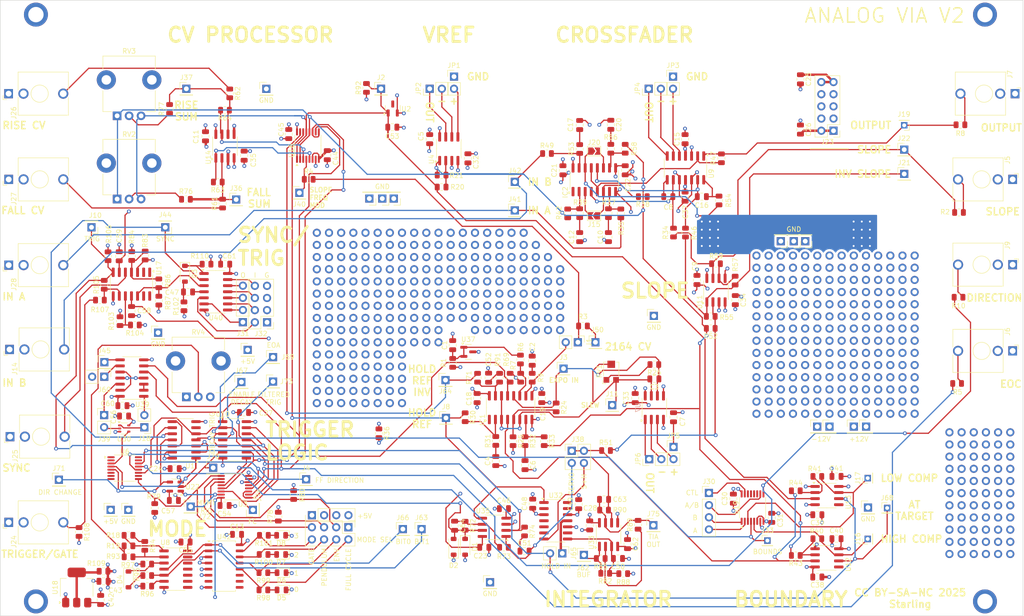
<source format=kicad_pcb>
(kicad_pcb (version 20241229) (generator "pcbnew") (generator_version "9.0")
  (layers (0 "F.Cu" signal) (4 "In1.Cu" signal) (6 "In2.Cu" signal) (2 "B.Cu" signal) (13 "F.Paste" user) (15 "B.Paste" user) (5 "F.SilkS" user "F.Silkscreen") (7 "B.SilkS" user "B.Silkscreen") (1 "F.Mask" user) (3 "B.Mask" user) (25 "Edge.Cuts" user))
  (net 0 "")
  (net 1 "GND")
  (net 2 "5VREF")
  (net 3 "Net-(C2-Pad2)")
  (net 4 "Net-(IC1C-OUT)")
  (net 5 "Net-(C4-Pad2)")
  (net 6 "+12V")
  (net 7 "-12V")
  (net 8 "Net-(J18-Pin_2)")
  (net 9 "Net-(IC2C-OUT)")
  (net 10 "Net-(C17-Pad2)")
  (net 11 "Net-(C20-Pad2)")
  (net 12 "+5V")
  (net 14 "Net-(IC1D-IN)")
  (net 15 "Net-(U37-K)")
  (net 16 "Net-(IC1D-OUT)")
  (net 17 "Net-(IC1B-OUT)")
  (net 18 "Net-(IC1A-IN)")
  (net 19 "Net-(IC1B-IN)")
  (net 20 "Net-(IC1C-CTRL)")
  (net 21 "Net-(IC1C-IN)")
  (net 22 "Net-(IC2D-IN)")
  (net 24 "Net-(IC2C-IN)")
  (net 25 "Net-(IC2C-CTRL)")
  (net 26 "Net-(IC2B-CTRL)")
  (net 27 "Net-(IC2A-IN)")
  (net 28 "Net-(IC2D-CTRL)")
  (net 29 "Net-(IC2B-IN)")
  (net 30 "Net-(J1-Pin_1)")
  (net 31 "TRIGGER")
  (net 32 "EOC")
  (net 33 "SLEW_CV")
  (net 34 "OUTPUT")
  (net 35 "INV_SLOPE")
  (net 36 "SLOPE")
  (net 37 "Net-(JP1-B)")
  (net 38 "Net-(JP2-A)")
  (net 39 "Net-(JP2-B)")
  (net 40 "Net-(JP3-B)")
  (net 41 "Net-(JP4-A)")
  (net 42 "Net-(JP4-B)")
  (net 43 "Net-(JP5-B)")
  (net 44 "Net-(JP6-B)")
  (net 45 "Net-(JP6-A)")
  (net 46 "TRIGGER_IN")
  (net 47 "1V{slash}OCT")
  (net 48 "SLOPE_FREQ_MOD")
  (net 49 "AT_TARGET")
  (net 50 "Net-(U4A--)")
  (net 51 "Net-(D3-A)")
  (net 52 "Net-(R26-Pad2)")
  (net 53 "INA")
  (net 54 "Net-(U12-+)")
  (net 55 "INB")
  (net 56 "SYNC_IN")
  (net 57 "FALL_CV")
  (net 58 "RISE_CV")
  (net 59 "Net-(C47-Pad2)")
  (net 60 "Net-(U32-Ch)")
  (net 61 "Net-(U35A--)")
  (net 62 "Net-(U1B-D)")
  (net 63 "INTEGRATOR_II_OUT")
  (net 65 "Net-(C52-Pad2)")
  (net 67 "Net-(C6-Pad1)")
  (net 68 "Net-(IC2A-OUT)")
  (net 69 "Net-(C8-Pad2)")
  (net 70 "Net-(C10-Pad2)")
  (net 71 "Net-(C12-Pad2)")
  (net 72 "Net-(C16-Pad2)")
  (net 73 "Net-(IC2B-OUT)")
  (net 74 "Net-(IC2A-CTRL)")
  (net 75 "Net-(U13-+)")
  (net 76 "Net-(U11A--)")
  (net 77 "Net-(U11B--)")
  (net 78 "Net-(D3-K)")
  (net 80 "Net-(J36-Pin_1)")
  (net 81 "Net-(J37-Pin_1)")
  (net 82 "Net-(D4-A)")
  (net 86 "Net-(R76-Pad1)")
  (net 87 "Net-(R77-Pad1)")
  (net 88 "Net-(D4-K)")
  (net 89 "Net-(D5-A)")
  (net 90 "Net-(D6-A)")
  (net 91 "Net-(D7-A)")
  (net 92 "Net-(D8-A)")
  (net 93 "Net-(IC1A-OUT)")
  (net 94 "FF_DIRECTION")
  (net 96 "Net-(J5-PadT)")
  (net 98 "Net-(J6-PadT)")
  (net 100 "Net-(J7-PadT)")
  (net 101 "HOLD_REF")
  (net 102 "Net-(J9-PadT)")
  (net 104 "MODE3")
  (net 105 "PENDULUM_MODE")
  (net 106 "GATE_MODE")
  (net 107 "MODE0")
  (net 108 "MODE1")
  (net 109 "ENV_MODE")
  (net 110 "MODE2")
  (net 111 "FULL_CYCLE_MODE")
  (net 113 "Net-(J16-Pin_1)")
  (net 114 "Net-(J17-Pin_1)")
  (net 115 "GATE")
  (net 117 "Net-(J30-Pin_1)")
  (net 118 "Net-(J30-Pin_4)")
  (net 119 "Net-(J30-Pin_3)")
  (net 120 "Net-(J30-Pin_2)")
  (net 121 "Net-(J38-Pin_1)")
  (net 122 "S+H_INTEGRATOR_OUT")
  (net 123 "Net-(J39-Pin_1)")
  (net 124 "Net-(J39-Pin_2)")
  (net 125 "~{SYNC}")
  (net 126 "HOLD_REF_INV")
  (net 127 "Net-(J65-Pin_1)")
  (net 128 "DIRECTION")
  (net 129 "MODE_CV")
  (net 130 "Net-(U8A-+)")
  (net 131 "Net-(R19-Pad1)")
  (net 132 "-5V")
  (net 133 "~{BOUNDS}")
  (net 134 "Net-(R63-Pad2)")
  (net 135 "Net-(R64-Pad2)")
  (net 136 "Net-(U17A-+)")
  (net 137 "Net-(U33A--)")
  (net 138 "Net-(R86-Pad2)")
  (net 139 "Net-(U8B-+)")
  (net 140 "BIT1")
  (net 141 "Net-(U8A--)")
  (net 142 "Net-(U17B--)")
  (net 143 "Net-(U17B-+)")
  (net 144 "Net-(U18-VO)")
  (net 145 "DIR_CHANGE")
  (net 147 "ACTIVATION_TRIG")
  (net 148 "MOVEMENT_TRIG")
  (net 149 "FILTERED_TRIG")
  (net 150 "INV_DIRECTION")
  (net 151 "FILTER_CRITERIA")
  (net 152 "GATE_EDGE_TRIG")
  (net 157 "BIT0")
  (net 160 "ENABLE_DECAY")
  (net 161 "EOA")
  (net 162 "DECAY_TRIG")
  (net 174 "Net-(U39-Pad2)")
  (net 183 "Net-(U39-Pad10)")
  (net 184 "Net-(U39-Pad11)")
  (net 185 "Net-(J32-Pin_4)")
  (net 186 "Net-(J32-Pin_6)")
  (net 187 "Net-(J32-Pin_2)")
  (net 188 "Net-(J32-Pin_8)")
  (net 189 "Net-(J31-Pin_2)")
  (net 190 "Net-(J31-Pin_3)")
  (net 191 "Net-(J31-Pin_1)")
  (net 192 "Net-(J31-Pin_4)")
  (net 193 "Net-(J45-Pin_1)")
  (net 194 "Net-(J60-Pin_1)")
  (net 195 "Net-(J62-Pin_1)")
  (net 196 "Net-(C51-Pad1)")
  (net 197 "Net-(U35B--)")
  (net 198 "Net-(D1-K)")
  (net 199 "Net-(J75-Pin_1)")
  (footprint "Capacitor_SMD:C_0805_2012Metric" (layer "F.Cu") (at 37.4625 96.635)
    (property "Reference" "C60")
    (property "Value" "100n")
  )
  (footprint "Capacitor_SMD:C_0805_2012Metric" (layer "F.Cu") (at 125 95.05 -90)
    (property "Reference" "C19")
    (property "Value" "100n")
  )
  (footprint "Connector_PinHeader_2.54mm:PinHeader_1x01_P2.54mm_Vertical" (layer "F.Cu") (at 61.2 53.6)
    (property "Reference" "J36")
    (property "Value" "FALL_SUM")
  )
  (footprint "Connector_PinHeader_2.54mm:PinHeader_1x01_P2.54mm_Vertical" (layer "F.Cu") (at 187.6 75.46)
    (property "Reference" "REF**190" (hide yes))
    (property "Value" "PinHeader_1x01_P2.54mm_Vertical" (hide yes))
  )
  (footprint "Package_SO:SOIC-14_3.9x8.7mm_P1.27mm" (layer "F.Cu") (at 39.4375 90.875 180)
    (property "Reference" "U39")
    (property "Value" "74HC14")
  )
  (footprint "Connector_PinHeader_2.54mm:PinHeader_1x01_P2.54mm_Vertical" (layer "F.Cu") (at 172.36 83.08)
    (property "Reference" "REF**126" (hide yes))
    (property "Value" "PinHeader_1x01_P2.54mm_Vertical" (hide yes))
  )
  (footprint "Connector_PinHeader_2.54mm:PinHeader_1x01_P2.54mm_Vertical" (layer "F.Cu") (at 88.2 80.86)
    (property "Reference" "REF**129" (hide yes))
    (property "Value" "PinHeader_1x01_P2.54mm_Vertical" (hide yes))
  )
  (footprint "Capacitor_SMD:C_0805_2012Metric" (layer "F.Cu") (at 113 126.2)
    (property "Reference" "C23")
    (property "Value" "100n")
  )
  (footprint "Connector_PinHeader_2.54mm:PinHeader_1x01_P2.54mm_Vertical" (layer "F.Cu") (at 179.98 70.38)
    (property "Reference" "REF**71" (hide yes))
    (property "Value" "PinHeader_1x01_P2.54mm_Vertical" (hide yes))
  )
  (footprint "Capacitor_SMD:C_0805_2012Metric" (layer "F.Cu") (at 135.004 121.635 -90)
    (property "Reference" "C28")
    (property "Value" "100n")
  )
  (footprint "Connector_PinHeader_2.54mm:PinHeader_1x01_P2.54mm_Vertical" (layer "F.Cu") (at 128.84 73.24)
    (property "Reference" "REF**101" (hide yes))
    (property "Value" "PinHeader_1x01_P2.54mm_Vertical" (hide yes))
  )
  (footprint "Connector_PinHeader_2.54mm:PinHeader_1x01_P2.54mm_Vertical" (layer "F.Cu") (at 105.98 60.54)
    (property "Reference" "REF**20" (hide yes))
    (property "Value" "PinHeader_1x01_P2.54mm_Vertical" (hide yes))
  )
  (footprint "Connector_PinHeader_2.54mm:PinHeader_1x01_P2.54mm_Vertical" (layer "F.Cu") (at 78.04 60.54)
    (property "Reference" "REF**13" (hide yes))
    (property "Value" "PinHeader_1x01_P2.54mm_Vertical" (hide yes))
  )
  (footprint "Package_SO:SOIC-8_3.9x4.9mm_P1.27mm" (layer "F.Cu") (at 161.365 72.525 90)
    (property "Reference" "U11")
    (property "Value" "OPA1678")
  )
  (footprint "Connector_Audio:Jack_3.5mm_QingPu_WQP-PJ398SM_Vertical_CircularHoles" (layer "F.Cu") (at 223.3 49.4 -90)
    (property "Reference" "J5")
    (property "Value" "SLOPE")
  )
  (footprint "Connector_PinHeader_2.54mm:PinHeader_1x01_P2.54mm_Vertical" (layer "F.Cu") (at 202.84 78)
    (property "Reference" "REF**108" (hide yes))
    (property "Value" "PinHeader_1x01_P2.54mm_Vertical" (hide yes))
  )
  (footprint "Connector_PinHeader_2.54mm:PinHeader_1x01_P2.54mm_Vertical" (layer "F.Cu") (at 111.06 70.7)
    (property "Reference" "REF**90" (hide yes))
    (property "Value" "PinHeader_1x01_P2.54mm_Vertical" (hide yes))
  )
  (footprint "Resistor_SMD:R_0805_2012Metric" (layer "F.Cu") (at 118.395 90.8 90)
    (property "Reference" "R69")
    (property "Value" "10M")
  )
  (footprint "Connector_PinHeader_2.54mm:PinHeader_1x01_P2.54mm_Vertical" (layer "F.Cu") (at 195.22 85.62)
    (property "Reference" "REF**227" (hide yes))
    (property "Value" "PinHeader_1x01_P2.54mm_Vertical" (hide yes))
  )
  (footprint "Connector_PinHeader_2.54mm:PinHeader_1x01_P2.54mm_Vertical" (layer "F.Cu") (at 103.44 78.32)
    (property "Reference" "REF**121" (hide yes))
    (property "Value" "PinHeader_1x01_P2.54mm_Vertical" (hide yes))
  )
  (footprint "Connector_PinHeader_2.54mm:PinHeader_1x01_P2.54mm_Vertical" (layer "F.Cu") (at 192.68 95.78)
    (property "Reference" "REF**220" (hide yes))
    (property "Value" "PinHeader_1x01_P2.54mm_Vertical" (hide yes))
  )
  (footprint "Connector_PinHeader_2.54mm:PinHeader_1x01_P2.54mm_Vertical" (layer "F.Cu") (at 215.18 114.9)
    (property "Reference" "REF**216" (hide yes))
    (property "Value" "PinHeader_1x01_P2.54mm_Vertical" (hide yes))
  )
  (footprint "Connector_PinHeader_2.54mm:PinHeader_1x01_P2.54mm_Vertical" (layer "F.Cu") (at 187.6 85.62)
    (property "Reference" "REF**194" (hide yes))
    (property "Value" "PinHeader_1x01_P2.54mm_Vertical" (hide yes))
  )
  (footprint "Connector_PinHeader_2.54mm:PinHeader_1x01_P2.54mm_Vertical" (layer "F.Cu") (at 182.52 67.84)
    (property "Reference" "REF**54" (hide yes))
    (property "Value" "PinHeader_1x01_P2.54mm_Vertical" (hide yes))
  )
  (footprint "Connector_PinHeader_2.54mm:PinHeader_1x01_P2.54mm_Vertical" (layer "F.Cu") (at 179.98 85.62)
    (property "Reference" "REF**129" (hide yes))
    (property "Value" "PinHeader_1x01_P2.54mm_Vertical" (hide yes))
  )
  (footprint "Connector_PinHeader_2.54mm:PinHeader_1x01_P2.54mm_Vertical" (layer "F.Cu") (at 88.2 63.08)
    (property "Reference" "REF**35" (hide yes))
    (property "Value" "PinHeader_1x01_P2.54mm_Vertical" (hide yes))
  )
  (footprint "Connector_PinHeader_2.54mm:PinHeader_1x01_P2.54mm_Vertical" (layer "F.Cu") (at 190.14 67.84)
    (property "Reference" "REF**62" (hide yes))
    (property "Value" "PinHeader_1x01_P2.54mm_Vertical" (hide yes))
  )
  (footprint "Connector_Audio:Jack_3.5mm_QingPu_WQP-PJ398SM_Vertical_CircularHoles" (layer "F.Cu") (at 223.3 67.2 -90)
    (property "Reference" "J9")
    (property "Value" "DIRECTION")
  )
  (footprint "Connector_PinHeader_2.54mm:PinHeader_1x01_P2.54mm_Vertical" (layer "F.Cu") (at 200.3 90.7)
    (property "Reference" "REF**254" (hide yes))
    (property "Value" "PinHeader_1x01_P2.54mm_Vertical" (hide yes))
  )
  (footprint "Connector_PinHeader_2.54mm:PinHeader_1x01_P2.54mm_Vertical" (layer "F.Cu") (at 103.44 75.78)
    (property "Reference" "REF**111" (hide yes))
    (property "Value" "PinHeader_1x01_P2.54mm_Vertical" (hide yes))
  )
  (footprint "Connector_PinHeader_2.54mm:PinHeader_1x01_P2.54mm_Vertical" (layer "F.Cu") (at 182.52 98.32)
    (property "Reference" "REF**162" (hide yes))
    (property "Value" "PinHeader_1x01_P2.54mm_Vertical" (hide yes))
  )
  (footprint "Connector_PinHeader_2.54mm:PinHeader_1x01_P2.54mm_Vertical" (layer "F.Cu") (at 90.74 80.86)
    (property "Reference" "REF**130" (hide yes))
    (property "Value" "PinHeader_1x01_P2.54mm_Vertical" (hide yes))
  )
  (footprint "Resistor_SMD:R_0805_2012Metric" (layer "F.Cu") (at 66.93 127.7 180)
    (property "Reference" "R100")
    (property "Value" "1k")
  )
  (footprint "Connector_PinHeader_2.54mm:PinHeader_1x01_P2.54mm_Vertical" (layer "F.Cu") (at 220.26 114.9)
    (property "Reference" "REF**240" (hide yes))
    (property "Value" "PinHeader_1x01_P2.54mm_Vertical" (hide yes))
  )
  (footprint "Connector_PinHeader_2.54mm:PinHeader_1x01_P2.54mm_Vertical" (layer "F.Cu") (at 210.1 109.82)
    (property "Reference" "REF**191" (hide yes))
    (property "Value" "PinHeader_1x01_P2.54mm_Vertical" (hide yes))
  )
  (footprint "Connector_PinHeader_2.54mm:PinHeader_1x01_P2.54mm_Vertical" (layer "F.Cu") (at 182.52 88.16)
    (property "Reference" "REF**163" (hide yes))
    (property "Value" "PinHeader_1x01_P2.54mm_Vertical" (hide yes))
  )
  (footprint "Connector_PinHeader_2.54mm:PinHeader_1x01_P2.54mm_Vertical" (layer "F.Cu") (at 210.1 114.9)
    (property "Reference" "REF**195" (hide yes))
    (property "Value" "PinHeader_1x01_P2.54mm_Vertical" (hide yes))
  )
  (footprint "Connector_PinHeader_2.54mm:PinHeader_1x01_P2.54mm_Vertical" (layer "F.Cu") (at 85.66 88.48)
    (property "Reference" "REF**154" (hide yes))
    (property "Value" "PinHeader_1x01_P2.54mm_Vertical" (hide yes))
  )
  (footprint "Resistor_SMD:R_0805_2012Metric" (layer "F.Cu") (at 161.365 67 180)
    (property "Reference" "R59")
    (property "Value" "100k")
  )
  (footprint "Connector_PinHeader_2.54mm:PinHeader_1x01_P2.54mm_Vertical" (layer "F.Cu") (at 212.64 127.6)
    (property "Reference" "REF**209" (hide yes))
    (property "Value" "PinHeader_1x01_P2.54mm_Vertical" (hide yes))
  )
  (footprint "Connector_PinHeader_2.54mm:PinHeader_1x01_P2.54mm_Vertical" (layer "F.Cu") (at 90.74 60.54)
    (property "Reference" "REF**22" (hide yes))
    (property "Value" "PinHeader_1x01_P2.54mm_Vertical" (hide yes))
  )
  (footprint "Connector_PinHeader_2.54mm:PinHeader_1x01_P2.54mm_Vertical" (layer "F.Cu") (at 187.6 72.92)
    (property "Reference" "REF**86" (hide yes))
    (property "Value" "PinHeader_1x01_P2.54mm_Vertical" (hide yes))
  )
  (footprint "Connector_PinHeader_2.54mm:PinHeader_1x01_P2.54mm_Vertical" (layer "F.Cu") (at 202.84 93.24)
    (property "Reference" "REF**135" (hide yes))
    (property "Value" "PinHeader_1x01_P2.54mm_Vertical" (hide yes))
  )
  (footprint "Connector_PinHeader_2.54mm:PinHeader_1x01_P2.54mm_Vertical" (layer "F.Cu") (at 80.58 68.16)
    (property "Reference" "REF**64" (hide yes))
    (property "Value" "PinHeader_1x01_P2.54mm_Vertical" (hide yes))
  )
  (footprint "LED_SMD:LED_0805_2012Metric" (layer "F.Cu") (at 70.5875 123.7 180)
    (property "Reference" "D8")
    (property "Value" "LED")
  )
  (footprint "Connector_PinHeader_2.54mm:PinHeader_1x01_P2.54mm_Vertical" (layer "F.Cu") (at 113.6 80.86)
    (property "Reference" "REF**172" (hide yes))
    (property "Value" "PinHeader_1x01_P2.54mm_Vertical" (hide yes))
  )
  (footprint "Resistor_SMD:R_0805_2012Metric" (layer "F.Cu") (at 34.45625 65.445 -90)
    (property "Reference" "R106")
    (property "Value" "4.7k")
  )
  (footprint "Resistor_SMD:R_0805_2012Metric" (layer "F.Cu") (at 145.1 121.5 90)
    (property "Reference" "R89")
    (property "Value" "1M")
  )
  (footprint "Connector_PinHeader_2.54mm:PinHeader_1x01_P2.54mm_Vertical" (layer "F.Cu") (at 215.18 109.82)
    (property "Reference" "REF**212" (hide yes))
    (property "Value" "PinHeader_1x01_P2.54mm_Vertical" (hide yes))
  )
  (footprint "Capacitor_SMD:C_0805_2012Metric" (layer "F.Cu") (at 179 28.5 -90)
    (property "Reference" "C25")
    (property "Value" "10uF")
  )
  (footprint "Connector_PinHeader_2.54mm:PinHeader_1x01_P2.54mm_Vertical" (layer "F.Cu") (at 88.2 70.7)
    (property "Reference" "REF**85" (hide yes))
    (property "Value" "PinHeader_1x01_P2.54mm_Vertical" (hide yes))
  )
  (footprint "Connector_PinHeader_2.54mm:PinHeader_1x01_P2.54mm_Vertical" (layer "F.Cu") (at 177.44 67.84)
    (property "Reference" "REF**52" (hide yes))
    (property "Value" "PinHeader_1x01_P2.54mm_Vertical" (hide yes))
  )
  (footprint "Connector_PinHeader_2.54mm:PinHeader_1x01_P2.54mm_Vertical" (layer "F.Cu") (at 90.74 96.1)
    (property "Reference" "REF**162" (hide yes))
    (property "Value" "PinHeader_1x01_P2.54mm_Vertical" (hide yes))
  )
  (footprint "Connector_PinHeader_2.54mm:PinHeader_1x01_P2.54mm_Vertical" (layer "F.Cu") (at 210.1 117.44)
    (property "Reference" "REF**194" (hide yes))
    (property "Value" "PinHeader_1x01_P2.54mm_Vertical" (hide yes))
  )
  (footprint "Connector_PinHeader_2.54mm:PinHeader_1x02_P2.54mm_Vertical" (layer "F.Cu") (at 106.68 27.94)
    (property "Reference" "JP1")
    (property "Value" "Jumper_2_Open")
  )
  (footprint "Connector_PinHeader_2.54mm:PinHeader_1x01_P2.54mm_Vertical" (layer "F.Cu") (at 179.98 95.78)
    (property "Reference" "REF**161" (hide yes))
    (property "Value" "PinHeader_1x01_P2.54mm_Vertical" (hide yes))
  )
  (footprint "Connector_PinHeader_2.54mm:PinHeader_1x01_P2.54mm_Vertical" (layer "F.Cu") (at 200.3 83.08)
    (property "Reference" "REF**252" (hide yes))
    (property "Value" "PinHeader_1x01_P2.54mm_Vertical" (hide yes))
  )
  (footprint "Connector_PinHeader_2.54mm:PinHeader_1x01_P2.54mm_Vertical" (layer "F.Cu") (at 192.68 67.84)
    (property "Reference" "REF**66" (hide yes))
    (property "Value" "PinHeader_1x01_P2.54mm_Vertical" (hide yes))
  )
  (footprint "Connector_PinHeader_2.54mm:PinHeader_1x01_P2.54mm_Vertical" (layer "F.Cu") (at 182.52 80.54)
    (property "Reference" "REF**120" (hide yes))
    (property "Value" "PinHeader_1x01_P2.54mm_Vertical" (hide yes))
  )
  (footprint "Connector_PinHeader_2.54mm:PinHeader_1x01_P2.54mm_Vertical" (layer "F.Cu") (at 197.76 93.24)
    (property "Reference" "REF**243" (hide yes))
    (property "Value" "PinHeader_1x01_P2.54mm_Vertical" (hide yes))
  )
  (footprint "Connector_PinHeader_2.54mm:PinHeader_1x01_P2.54mm_Vertical" (layer "F.Cu") (at 105.98 73.24)
    (property "Reference" "REF**98" (hide yes))
    (property "Value" "PinHeader_1x01_P2.54mm_Vertical" (hide yes))
  )
  (footprint "Connector_PinHeader_2.54mm:PinHeader_1x01_P2.54mm_Vertical" (layer "F.Cu") (at 128.84 80.86)
    (property "Reference" "REF**131" (hide yes))
    (property "Value" "PinHeader_1x01_P2.54mm_Vertical" (hide yes))
  )
  (footprint "Connector_PinHeader_2.54mm:PinHeader_1x01_P2.54mm_Vertical" (layer "F.Cu") (at 83.12 80.86)
    (property "Reference" "REF**127" (hide yes))
    (property "Value" "PinHeader_1x01_P2.54mm_Vertical" (hide yes))
  )
  (footprint "Connector_PinHeader_2.54mm:PinHeader_1x01_P2.54mm_Vertical" (layer "F.Cu") (at 100.9 68.16)
    (property "Reference" "REF**72" (hide yes))
    (property "Value" "PinHeader_1x01_P2.54mm_Vertical" (hide yes))
  )
  (footprint "Connector_PinHeader_2.54mm:PinHeader_1x01_P2.54mm_Vertical" (layer "F.Cu") (at 85.66 93.56)
    (property "Reference" "REF**156" (hide yes))
    (property "Value" "PinHeader_1x01_P2.54mm_Vertical" (hide yes))
  )
  (footprint "Potentiometer_THT:Potentiometer_TT_P0915N" (layer "F.Cu") (at 36.35 53.5)
    (property "Reference" "RV2")
    (property "Value" "10k")
  )
  (footprint "Resistor_SMD:R_0805_2012Metric" (layer "F.Cu") (at 132.9125 56.45 90)
    (property "Reference" "R39")
    (property "Value" "220")
  )
  (footprint "Connector_PinHeader_2.54mm:PinHeader_1x01_P2.54mm_Vertical" (layer "F.Cu") (at 210.1 112.36)
    (property "Reference" "REF**192" (hide yes))
    (property "Value" "PinHeader_1x01_P2.54mm_Vertical" (hide yes))
  )
  (footprint "Connector_PinHeader_2.54mm:PinHeader_1x01_P2.54mm_Vertical" (layer "F.Cu") (at 83.12 83.4)
    (property "Reference" "REF**127" (hide yes))
    (property "Value" "PinHeader_1x01_P2.54mm_Vertical" (hide yes))
  )
  (footprint "Resistor_SMD:R_0805_2012Metric" (layer "F.Cu") (at 111.595 90.8 -90)
    (property "Reference" "R71")
    (property "Value" "33k")
  )
  (footprint "Connector_PinHeader_2.54mm:PinHeader_1x01_P2.54mm_Vertical" (layer "F.Cu") (at 93.28 70.7)
    (property "Reference" "REF**91" (hide yes))
    (property "Value" "PinHeader_1x01_P2.54mm_Vertical" (hide yes))
  )
  (footprint "Connector_PinHeader_2.54mm:PinHeader_1x01_P2.54mm_Vertical" (layer "F.Cu") (at 190.14 98.32)
    (property "Reference" "REF**203" (hide yes))
    (property "Value" "PinHeader_1x01_P2.54mm_Vertical" (hide yes))
  )
  (footprint "Diode_SMD:D_SOD-123" (layer "F.Cu") (at 38.725 132.9 -90)
    (property "Reference" "D4")
    (property "Value" "1n4148")
  )
  (footprint "Connector_PinHeader_2.54mm:PinHeader_1x01_P2.54mm_Vertical" (layer "F.Cu") (at 98.36 63.08)
    (property "Reference" "REF**35" (hide yes))
    (property "Value" "PinHeader_1x01_P2.54mm_Vertical" (hide yes))
  )
  (footprint "Connector_PinHeader_2.54mm:PinHeader_1x01_P2.54mm_Vertical" (layer "F.Cu") (at 95.82 91.02)
    (property "Reference" "REF**135" (hide yes))
    (property "Value" "PinHeader_1x01_P2.54mm_Vertical" (hide yes))
  )
  (footprint "Capacitor_SMD:C_0805_2012Metric" (layer "F.Cu") (at 48.2 116.43)
    (property "Reference" "C57")
    (property "Value" "100n")
  )
  (footprint "Package_SO:SOIC-14_3.9x8.7mm_P1.27mm" (layer "F.Cu") (at 155 47 -90)
    (property "Reference" "U9")
    (property "Value" "OPA1679")
  )
  (footprint "Connector_PinHeader_2.54mm:PinHeader_1x01_P2.54mm_Vertical" (layer "F.Cu") (at 169.82 83.08)
    (property "Reference" "REF**125" (hide yes))
    (property "Value" "PinHeader_1x01_P2.54mm_Vertical" (hide yes))
  )
  (footprint "Resistor_SMD:R_0805_2012Metric" (layer "F.Cu") (at 212.4 38)
    (property "Reference" "R8")
    (property "Value" "1k")
  )
  (footprint "Connector_PinHeader_2.54mm:PinHeader_1x01_P2.54mm_Vertical" (layer "F.Cu") (at 88.2 65.62)
    (property "Reference" "REF**53" (hide yes))
    (property "Value" "PinHeader_1x01_P2.54mm_Vertical" (hide yes))
  )
  (footprint "Potentiometer_SMD:Potentiometer_Bourns_TC33X_Vertical" (layer "F.Cu") (at 139.5 89.45 90)
    (property "Reference" "RV1")
    (property "Value" "10k")
  )
  (footprint "Resistor_SMD:R_0805_2012Metric" (layer "F.Cu") (at 42.125 125.9 -90)
    (property "Reference" "R94")
    (property "Value" "100k")
  )
  (footprint "Resistor_SMD:R_0805_2012Metric" (layer "F.Cu") (at 70 119.8 90)
    (property "Reference" "R78")
    (property "Value" "100k")
  )
  (footprint "Resistor_SMD:R_0805_2012Metric" (layer "F.Cu") (at 182.525 124.405 180)
    (property "Reference" "R40")
    (property "Value" "DNP")
  )
  (footprint "Connector_PinHeader_2.54mm:PinHeader_1x01_P2.54mm_Vertical" (layer "F.Cu") (at 222.8 104.74)
    (property "Reference" "REF**246" (hide yes))
    (property "Value" "PinHeader_1x01_P2.54mm_Vertical" (hide yes))
  )
  (footprint "Connector_PinHeader_2.54mm:PinHeader_1x01_P2.54mm_Vertical" (layer "F.Cu") (at 222.8 114.9)
    (property "Reference" "REF**252" (hide yes))
    (property "Value" "PinHeader_1x01_P2.54mm_Vertical" (hide yes))
  )
  (footprint "Connector_PinHeader_2.54mm:PinHeader_1x01_P2.54mm_Vertical" (layer "F.Cu") (at 177.44 72.92)
    (property "Reference" "REF**84" (hide yes))
    (property "Value" "PinHeader_1x01_P2.54mm_Vertical" (hide yes))
  )
  (footprint "Connector_PinHeader_2.54mm:PinHeader_1x01_P2.54mm_Vertical" (layer "F.Cu") (at 197.76 80.54)
    (property "Reference" "REF**237" (hide yes))
    (property "Value" "PinHeader_1x01_P2.54mm_Vertical" (hide yes))
  )
  (footprint "Connector_PinHeader_2.54mm:PinHeader_1x01_P2.54mm_Vertical" (layer "F.Cu") (at 185.06 98.32)
    (property "Reference" "REF**167" (hide yes))
    (property "Value" "PinHeader_1x01_P2.54mm_Vertical" (hide yes))
  )
  (footprint "Connector_PinHeader_2.54mm:PinHeader_1x01_P2.54mm_Vertical" (layer "F.Cu") (at 93.28 85.94)
    (property "Reference" "REF**168" (hide yes))
    (property "Value" "PinHeader_1x01_P2.54mm_Vertical" (hide yes))
  )
  (footprint "Resistor_SMD:R_0805_2012Metric" (layer "F.Cu") (at 42.6375 132.1)
    (property "Reference" "R95")
    (property "Value" "300k")
  )
  (footprint "Connector_Audio:Jack_3.5mm_QingPu_WQP-PJ398SM_Vertical_CircularHoles" (layer "F.Cu") (at 14 103.1 90)
    (property "Reference" "J25")
    (property "Value" "SYNC")
  )
  (footprint "Connector_PinHeader_2.54mm:PinHeader_1x01_P2.54mm_Vertical" (layer "F.Cu") (at 195.22 88.16)
    (property "Reference" "REF**229" (hide yes))
    (property "Value" "PinHeader_1x01_P2.54mm_Vertical" (hide yes))
  )
  (footprint "Connector_PinHeader_2.54mm:PinHeader_1x01_P2.54mm_Vertical" (layer "F.Cu") (at 192.68 93.24)
    (property "Reference" "REF**219" (hide yes))
    (property "Value" "PinHeader_1x01_P2.54mm_Vertical" (hide yes))
  )
  (footprint "Connector_PinHeader_2.54mm:PinHeader_1x01_P2.54mm_Vertical" (layer "F.Cu") (at 78.04 68.16)
    (property "Reference" "REF**63" (hide yes))
    (property "Value" "PinHeader_1x01_P2.54mm_Vertical" (hide yes))
  )
  (footprint "Connector_PinHeader_2.54mm:PinHeader_1x01_P2.54mm_Vertical" (layer "F.Cu") (at 202.84 70.38)
    (property "Reference" "REF**70" (hide yes))
    (property "Value" "PinHeader_1x01_P2.54mm_Vertical" (hide yes))
  )
  (footprint "Connector_PinHeader_2.54mm:PinHeader_1x01_P2.54mm_Vertical" (layer "F.Cu") (at 126.3 65.62)
    (property "Reference" "REF**55" (hide yes))
    (property "Value" "PinHeader_1x01_P2.54mm_Vertical" (hide yes))
  )
  (footprint "Capacitor_SMD:C_0805_2012Metric" (layer "F.Cu") (at 165.4 74.6 -90)
    (property "Reference" "C34")
    (property "Value" "100n")
  )
  (footprint "Connector_PinHeader_2.54mm:PinHeader_1x01_P2.54mm_Vertical" (layer "F.Cu") (at 90.74 63.08)
    (property "Reference" "REF**40" (hide yes))
    (property "Value" "PinHeader_1x01_P2.54mm_Vertical" (hide yes))
  )
  (footprint "Connector_PinHeader_2.54mm:PinHeader_1x01_P2.54mm_Vertical" (layer "F.Cu") (at 68.9 86.5)
    (property "Reference" "J69")
    (property "Value" "EOA")
  )
  (footprint "Connector_PinHeader_2.54mm:PinHeader_1x01_P2.54mm_Vertical" (layer "F.Cu") (at 187.6 95.78)
    (property "Reference" "REF**199" (hide yes))
    (property "Value" "PinHeader_1x01_P2.54mm_Vertical" (hide yes))
  )
  (footprint "Resistor_SMD:R_0805_2012Metric" (layer "F.Cu") (at 146.0875 53)
    (property "Reference" "R38")
    (property "Value" "4.7k")
  )
  (footprint "Connector_PinHeader_2.54mm:PinHeader_1x01_P2.54mm_Vertical" (layer "F.Cu") (at 85.66 85.94)
    (property "Reference" "REF**153" (hide yes))
    (property "Value" "PinHeader_1x01_P2.54mm_Vertical" (hide yes))
  )
  (footprint "Resistor_SMD:R_0805_2012Metric" (layer "F.Cu") (at 38.7375 128.2)
    (property "Reference" "R93")
    (property "Value" "150k")
  )
  (footprint "Connector_PinHeader_2.54mm:PinHeader_1x01_P2.54mm_Vertical" (layer "F.Cu") (at 93.28 88.48)
    (property "Reference" "REF**169" (hide yes))
    (property "Value" "PinHeader_1x01_P2.54mm_Vertical" (hide yes))
  )
  (footprint "Connector_PinHeader_2.54mm:PinHeader_1x01_P2.54mm_Vertical" (layer "F.Cu") (at 126.3 70.7)
    (property "Reference" "REF**185" (hide yes))
    (property "Value" "PinHeader_1x01_P2.54mm_Vertical" (hide yes))
  )
  (footprint "Capacitor_SMD:C_0805_2012Metric" (layer "F.Cu") (at 61.375 123.5 180)
    (property "Reference" "C13")
    (property "Value" "100n")
  )
  (footprint "Connector_PinHeader_2.54mm:PinHeader_1x01_P2.54mm_Vertical" (layer "F.Cu") (at 111.06 63.08)
    (property "Reference" "REF**40" (hide yes))
    (property "Value" "PinHeader_1x01_P2.54mm_Vertical" (hide yes))
  )
  (footprint "Connector_PinHeader_2.54mm:PinHeader_1x01_P2.54mm_Vertical" (layer "F.Cu") (at 169.82 65.3)
    (property "Reference" "REF**31" (hide yes))
    (property "Value" "PinHeader_1x01_P2.54mm_Vertical" (hide yes))
  )
  (footprint "Connector_PinHeader_2.54mm:PinHeader_1x01_P2.54mm_Vertical" (layer "F.Cu") (at 179.98 80.54)
    (property "Reference" "REF**119" (hide yes))
    (property "Value" "PinHeader_1x01_P2.54mm_Vertical" (hide yes))
  )
  (footprint "Diode_SMD:D_SOD-123" (layer "F.Cu") (at 106.6 126.1 90)
    (property "Reference" "D2")
    (property "Value" "1N5819")
  )
  (footprint "Connector_PinHeader_2.54mm:PinHeader_1x01_P2.54mm_Vertical" (layer "F.Cu") (at 78.04 91.02)
    (property "Reference" "REF**140" (hide yes))
    (property "Value" "PinHeader_1x01_P2.54mm_Vertical" (hide yes))
  )
  (footprint "Connector_Audio:Jack_3.5mm_QingPu_WQP-PJ398SM_Vertical_CircularHoles" (layer "F.Cu") (at 223.8 31.5 -90)
    (property "Reference" "J7")
    (property "Value" "OUTPUT")
  )
  (footprint "Package_SO:SOIC-14_3.9x8.7mm_P1.27mm" (layer "F.Cu") (at 56.960928 72.855)
    (property "Reference" "U40")
    (property "Value" "74HC14")
  )
  (footprint "Connector_PinHeader_2.54mm:PinHeader_1x01_P2.54mm_Vertical" (layer "F.Cu") (at 190.14 83.08)
    (property "Reference" "REF**205" (hide yes))
    (property "Value" "PinHeader_1x01_P2.54mm_Vertical" (hide yes))
  )
  (footprint "Connector_PinHeader_2.54mm:PinHeader_1x01_P2.54mm_Vertical" (layer "F.Cu") (at 202.84 90.7)
    (property "Reference" "REF**134" (hide yes))
    (property "Value" "PinHeader_1x01_P2.54mm_Vertical" (hide yes))
  )
  (footprint "Connector_PinHeader_2.54mm:PinHeader_1x01_P2.54mm_Vertical" (layer "F.Cu") (at 215.18 127.6)
    (property "Reference" "REF**220" (hide yes))
    (property "Value" "PinHeader_1x01_P2.54mm_Vertical" (hide yes))
  )
  (footprint "Connector_PinHeader_2.54mm:PinHeader_1x01_P2.54mm_Vertical" (layer "F.Cu") (at 187.6 98.32)
    (property "Reference" "REF**193" (hide yes))
    (property "Value" "PinHeader_1x01_P2.54mm_Vertical" (hide yes))
  )
  (footprint "Connector_PinHeader_2.54mm:PinHeader_1x01_P2.54mm_Vertical" (layer "F.Cu") (at 197.76 83.08)
    (property "Reference" "REF**240" (hide yes))
    (property "Value" "PinHeader_1x01_P2.54mm_Vertical" (hide yes))
  )
  (footprint "Connector_PinHeader_2.54mm:PinHeader_1x01_P2.54mm_Vertical" (layer "F.Cu") (at 174.9 70.38)
    (property "Reference" "REF**65" (hide yes))
    (property "Value" "PinHeader_1x01_P2.54mm_Vertical" (hide yes))
  )
  (footprint "Connector_PinHeader_2.54mm:PinHeader_1x01_P2.54mm_Vertical" (layer "F.Cu") (at 95.82 85.94)
    (property "Reference" "REF**133" (hide yes))
    (property "Value" "PinHeader_1x01_P2.54mm_Vertical" (hide yes))
  )
  (footprint "Connector_PinHeader_2.54mm:PinHeader_1x01_P2.54mm_Vertical" (layer "F.Cu") (at 118.68 78.32)
    (property "Reference" "REF**124" (hide yes))
    (property "Value" "PinHeader_1x01_P2.54mm_Vertical" (hide yes))
  )
  (footprint "Connector_PinHeader_2.54mm:PinHeader_1x01_P2.54mm_Vertical" (layer "F.Cu") (at 177.44 75.46)
    (property "Reference" "REF**98" (hide yes))
    (property "Value" "PinHeader_1x01_P2.54mm_Vertical" (hide yes))
  )
  (footprint "Connector_PinHeader_2.54mm:PinHeader_1x01_P2.54mm_Vertical" (layer "F.Cu") (at 98.36 70.7)
    (property "Reference" "REF**85" (hide yes))
    (property "Value" "PinHeader_1x01_P2.54mm_Vertical" (hide yes))
  )
  (footprint "Connector_PinHeader_2.54mm:PinHeader_1x01_P2.54mm_Vertical" (layer "F.Cu") (at 67.5 30.5)
    (property "Reference" "J47" (hide yes))
    (property "Value" "GND")
  )
  (footprint "Connector_PinHeader_2.54mm:PinHeader_1x01_P2.54mm_Vertical" (layer "F.Cu") (at 177.44 95.78)
    (property "Reference" "REF**156" (hide yes))
    (property "Value" "PinHeader_1x01_P2.54mm_Vertical" (hide yes))
  )
  (footprint "Resistor_SMD:R_0805_2012Metric" (layer "F.Cu") (at 141.5 56.5 90)
    (property "Reference" "R35")
    (property "Value" "33k")
  )
  (footprint "Resistor_SMD:R_0805_2012Metric" (layer "F.Cu") (at 212 74)
    (property "Reference" "R10")
    (property "Value" "1k")
  )
  (footprint "Connector_PinHeader_2.54mm:PinHeader_1x01_P2.54mm_Vertical" (layer "F.Cu") (at 172.36 67.84)
    (property "Reference" "REF**50" (hide yes))
    (property "Value" "PinHeader_1x01_P2.54mm_Vertical" (hide yes))
  )
  (footprint "Capacitor_SMD:C_0805_2012Metric" (layer "F.Cu") (at 186.525 124.405)
    (property "Reference" "C40")
    (property "Value" "100n")
  )
  (footprint "Connector_PinHeader_2.54mm:PinHeader_1x01_P2.54mm_Vertical" (layer "F.Cu") (at 96 122.4)
    (property "Reference" "J66")
    (property "Value" "BIT0")
  )
  (footprint "Connector_PinHeader_2.54mm:PinHeader_1x01_P2.54mm_Vertical" (layer "F.Cu") (at 90.74 68.16)
    (property "Reference" "REF**72" (hide yes))
    (property "Value" "PinHeader_1x01_P2.54mm_Vertical" (hide yes))
  )
  (footprint "Connector_PinHeader_2.54mm:PinHeader_1x01_P2.54mm_Vertical" (layer "F.Cu") (at 121.22 73.24)
    (property "Reference" "REF**176" (hide yes))
    (property "Value" "PinHeader_1x01_P2.54mm_Vertical" (hide yes))
  )
  (footprint "Connector_PinHeader_2.54mm:PinHeader_1x01_P2.54mm_Vertical" (layer "F.Cu") (at 192.68 65.3)
    (property "Reference" "REF**38" (hide yes))
    (property "Value" "PinHeader_1x01_P2.54mm_Vertical" (hide yes))
  )
  (footprint "Connector_PinHeader_2.54mm:PinHeader_1x01_P2.54mm_Vertical" (layer "F.Cu") (at 116.14 78.32)
    (property "Reference" "REF**123" (hide yes))
    (property "Value" "PinHeader_1x01_P2.54mm_Vertical" (hide yes))
  )
  (footprint "Connector_PinHeader_2.54mm:PinHeader_1x01_P2.54mm_Vertical" (layer "F.Cu") (at 80.58 96.1)
    (property "Reference" "REF**142" (hide yes))
    (property "Value" "PinHeader_1x01_P2.54mm_Vertical" (hide yes))
  )
  (footprint "Connector_PinHeader_2.54mm:PinHeader_1x01_P2.54mm_Vertical" (layer "F.Cu") (at 113.6 68.16)
    (property "Reference" "REF**74" (hide yes))
    (property "Value" "PinHeader_1x01_P2.54mm_Vertical" (hide yes))
  )
  (footprint "Connector_PinHeader_2.54mm:PinHeader_1x01_P2.54mm_Vertical" (layer "F.Cu") (at 91.44 30.48)
    (property "Reference" "J2")
    (property "Value" "5VREF")
  )
  (footprint "Resistor_SMD:R_0805_2012Metric" (layer "F.Cu") (at 104.0875 48.5 180)
    (property "Reference" "R21")
    (property "Value" "100k 1%")
  )
  (footprint "" (layer "F.Cu") (at 217.52 15)
    (property "Reference" "")
    (property "Value" "")
  )
  (footprint "Resistor_SMD:R_0805_2012Metric" (layer "F.Cu") (at 160.27 80.5 180)
    (property "Reference" "R52")
    (property "Value" "50k")
  )
  (footprint "Connector_PinHeader_2.54mm:PinHeader_1x01_P2.54mm_Vertical" (layer "F.Cu") (at 185.06 83.08)
    (property "Reference" "REF**131" (hide yes))
    (property "Value" "PinHeader_1x01_P2.54mm_Vertical" (hide yes))
  )
  (footprint "Connector_PinHeader_2.54mm:PinHeader_1x01_P2.54mm_Vertical" (layer "F.Cu") (at 222.8 107.28)
    (property "Reference" "REF**247" (hide yes))
    (property "Value" "PinHeader_1x01_P2.54mm_Vertical" (hide yes))
  )
  (footprint "Capacitor_SMD:C_0805_2012Metric" (layer "F.Cu") (at 138 116.2 180)
    (property "Reference" "C63")
    (property "Value" "DNP")
  )
  (footprint "Connector_PinHeader_2.54mm:PinHeader_1x01_P2.54mm_Vertical" (layer "F.Cu") (at 85.66 83.4)
    (property "Reference" "REF**128" (hide yes))
    (property "Value" "PinHeader_1x01_P2.54mm_Vertical" (hide yes))
  )
  (footprint "Connector_PinHeader_2.54mm:PinHeader_1x01_P2.54mm_Vertical" (layer "F.Cu") (at 118.68 80.86)
    (property "Reference" "REF**174" (hide yes))
    (property "Value" "PinHeader_1x01_P2.54mm_Vertical" (hide yes))
  )
  (footprint "Resistor_SMD:R_0805_2012Metric" (layer "F.Cu") (at 59.865 31.45 -90)
    (property "Reference" "R62")
    (property "Value" "100k")
  )
  (footprint "Connector_PinHeader_2.54mm:PinHeader_1x01_P2.54mm_Vertical" (layer "F.Cu") (at 88.2 91.02)
    (property "Reference" "REF**160" (hide yes))
    (property "Value" "PinHeader_1x01_P2.54mm_Vertical" (hide yes))
  )
  (footprint "Connector_PinHeader_2.54mm:PinHeader_1x01_P2.54mm_Vertical" (layer "F.Cu") (at 108.52 78.32)
    (property "Reference" "REF**119" (hide yes))
    (property "Value" "PinHeader_1x01_P2.54mm_Vertical" (hide yes))
  )
  (footprint "Connector_PinHeader_2.54mm:PinHeader_1x01_P2.54mm_Vertical" (layer "F.Cu") (at 148.3 121.6)
    (property "Reference" "J75")
    (property "Value" "TRANSIMPEDANCE_AMP_OUT")
  )
  (footprint "Connector_PinHeader_2.54mm:PinHeader_1x01_P2.54mm_Vertical" (layer "F.Cu") (at 113.6 70.7)
    (property "Reference" "REF**92" (hide yes))
    (property "Value" "PinHeader_1x01_P2.54mm_Vertical" (hide yes))
  )
  (footprint "Connector_PinHeader_2.54mm:PinHeader_1x01_P2.54mm_Vertical" (layer "F.Cu") (at 169.82 80.54)
    (property "Reference" "REF**115" (hide yes))
    (property "Value" "PinHeader_1x01_P2.54mm_Vertical" (hide yes))
  )
  (footprint "Connector_PinHeader_2.54mm:PinHeader_1x01_P2.54mm_Vertical" (layer "F.Cu") (at 172.36 65.3)
    (property "Reference" "REF**32" (hide yes))
    (property "Value" "PinHeader_1x01_P2.54mm_Vertical" (hide yes))
  )
  (footprint "Connector_PinHeader_2.54mm:PinHeader_1x01_P2.54mm_Vertical" (layer "F.Cu") (at 103.44 80.86)
    (property "Reference" "REF**131" (hide yes))
    (property "Value" "PinHeader_1x01_P2.54mm_Vertical" (hide yes))
  )
  (footprint "Connector_PinHeader_2.54mm:PinHeader_1x01_P2.54mm_Vertical" (layer "F.Cu") (at 24.2 112.1)
    (property "Reference" "J71")
    (property "Value" "DIR_CHANGE")
  )
  (footprint "Connector_PinHeader_2.54mm:PinHeader_1x01_P2.54mm_Vertical" (layer "F.Cu") (at 118.68 75.78)
    (property "Reference" "REF**114" (hide yes))
    (property "Value" "PinHeader_1x01_P2.54mm_Vertical" (hide yes))
  )
  (footprint "Connector_PinHeader_2.54mm:PinHeader_1x01_P2.54mm_Vertical" (layer "F.Cu") (at 179.98 78)
    (property "Reference" "REF**109" (hide yes))
    (property "Value" "PinHeader_1x01_P2.54mm_Vertical" (hide yes))
  )
  (footprint "Capacitor_SMD:C_0805_2012Metric" (layer "F.Cu") (at 121.4 127)
    (property "Reference" "C51")
    (property "Value" "1.2n")
  )
  (footprint "Connector_PinHeader_2.54mm:PinHeader_1x01_P2.54mm_Vertical" (layer "F.Cu") (at 174.9 75.46)
    (property "Reference" "REF**97" (hide yes))
    (property "Value" "PinHeader_1x01_P2.54mm_Vertical" (hide yes))
  )
  (footprint "Connector_PinHeader_2.54mm:PinHeader_1x01_P2.54mm_Vertical" (layer "F.Cu") (at 210.1 125.06)
    (property "Reference" "REF**198" (hide yes))
    (property "Value" "PinHeader_1x01_P2.54mm_Vertical" (hide yes))
  )
  (footprint "Connector_PinHeader_2.54mm:PinHeader_1x01_P2.54mm_Vertical" (layer "F.Cu") (at 85.66 96.1)
    (property "Reference" "REF**152" (hide yes))
    (property "Value" "PinHeader_1x01_P2.54mm_Vertical" (hide yes))
  )
  (footprint "Resistor_SMD:R_0805_2012Metric" (layer "F.Cu") (at 121.5 104.05 -90)
    (property "Reference" "R32")
    (property "Value" "220")
  )
  (footprint "Connector_PinHeader_2.54mm:PinHeader_1x01_P2.54mm_Vertical" (layer "F.Cu") (at 217.72 109.82)
    (property "Reference" "REF**224" (hide yes))
    (property "Value" "PinHeader_1x01_P2.54mm_Vertical" (hide yes))
  )
  (footprint "Connector_PinHeader_2.54mm:PinHeader_1x01_P2.54mm_Vertical" (layer "F.Cu") (at 128.84 70.7)
    (property "Reference" "REF**91" (hide yes))
    (property "Value" "PinHeader_1x01_P2.54mm_Vertical" (hide yes))
  )
  (footprint "Connector_Audio:Jack_3.5mm_QingPu_WQP-PJ398SM_Vertical_CircularHoles" (layer "F.Cu") (at 13.7 31.5 90)
    (property "Reference" "J26")
    (property "Value" "RISE")
  )
  (footprint "Connector_PinHeader_2.54mm:PinHeader_1x01_P2.54mm_Vertical" (layer "F.Cu") (at 187.6 70.38)
    (property "Reference" "REF**80" (hide yes))
    (property "Value" "PinHeader_1x01_P2.54mm_Vertical" (hide yes))
  )
  (footprint "Connector_PinHeader_2.54mm:PinHeader_1x01_P2.54mm_Vertical" (layer "F.Cu") (at 116.14 70.7)
    (property "Reference" "REF**93" (hide yes))
    (property "Value" "PinHeader_1x01_P2.54mm_Vertical" (hide yes))
  )
  (footprint "Package_SO:SOIC-8_3.9x4.9mm_P1.27mm" (layer "F.Cu") (at 105.5875 43 90)
    (property "Reference" "U4")
    (property "Value" "OPA1678")
  )
  (footprint "Connector_PinHeader_2.54mm:PinHeader_1x01_P2.54mm_Vertical" (layer "F.Cu") (at 185.06 78)
    (property "Reference" "REF**111" (hide yes))
    (property "Value" "PinHeader_1x01_P2.54mm_Vertical" (hide yes))
  )
  (footprint "Connector_PinHeader_2.54mm:PinHeader_1x01_P2.54mm_Vertical" (layer "F.Cu") (at 85.66 78.32)
    (property "Reference" "REF**118" (hide yes))
    (property "Value" "PinHeader_1x01_P2.54mm_Vertical" (hide yes))
  )
  (footprint "Connector_PinHeader_2.54mm:PinHeader_1x01_P2.54mm_Vertical" (layer "F.Cu") (at 90.74 91.02)
    (property "Reference" "REF**165" (hide yes))
    (property "Value" "PinHeader_1x01_P2.54mm_Vertical" (hide yes))
  )
  (footprint "Resistor_SMD:R_0805_2012Metric" (layer "F.Cu") (at 128 97 -90)
    (property "Reference" "R24")
    (property "Value" "1.69M")
  )
  (footprint "Resistor_SMD:R_0805_2012Metric" (layer "F.Cu") (at 45.05625 71.095 -90)
    (property "Reference" "R86")
    (property "Value" "1M")
  )
  (footprint "Capacitor_SMD:C_0805_2012Metric" (layer "F.Cu") (at 109.5875 45 -90)
    (property "Reference" "C32")
    (property "Value" "100n")
  )
  (footprint "Connector_PinHeader_2.54mm:PinHeader_1x01_P2.54mm_Vertical" (layer "F.Cu") (at 185.06 75.46)
    (property "Reference" "REF**101" (hide yes))
    (property "Value" "PinHeader_1x01_P2.54mm_Vertical" (hide yes))
  )
  (footprint "Capacitor_SMD:C_0805_2012Metric" (layer "F.Cu") (at 186.525 111.405)
    (property "Reference" "C41")
    (property "Value" "100n")
  )
  (footprint "Connector_PinHeader_2.54mm:PinHeader_1x01_P2.54mm_Vertical" (layer "F.Cu") (at 74.4 52.2)
    (property "Reference" "J40")
    (property "Value" "SLOPE_FREQ_MOD")
  )
  (footprint "Connector_PinHeader_2.54mm:PinHeader_1x01_P2.54mm_Vertical" (layer "F.Cu") (at 192.68 98.32)
    (property "Reference" "REF**214" (hide yes))
    (property "Value" "PinHeader_1x01_P2.54mm_Vertical" (hide yes))
  )
  (footprint "Resistor_SMD:R_0805_2012Metric" (layer "F.Cu") (at 28.4 123 -90)
    (property "Reference" "R108")
    (property "Value" "1M")
  )
  (footprint "Connector_PinHeader_2.54mm:PinHeader_1x01_P2.54mm_Vertical" (layer "F.Cu") (at 116.14 68.16)
    (property "Reference" "REF**75" (hide yes))
    (property "Value" "PinHeader_1x01_P2.54mm_Vertical" (hide yes))
  )
  (footprint "Resistor_SMD:R_0805_2012Metric" (layer "F.Cu") (at 88.4 30.3 90)
    (property "Reference" "R92")
    (property "Value" "845")
  )
  (footprint "Resistor_SMD:R_0805_2012Metric" (layer "F.Cu") (at 120.545 87 -90)
    (property "Reference" "R6")
    (property "Value" "340")
  )
  (footprint "Connector_PinHeader_2.54mm:PinHeader_1x01_P2.54mm_Vertical" (layer "F.Cu") (at 98.36 80.86)
    (property "Reference" "REF**129" (hide yes))
    (property "Value" "PinHeader_1x01_P2.54mm_Vertical" (hide yes))
  )
  (footprint "Connector_PinHeader_2.54mm:PinHeader_1x01_P2.54mm_Vertical" (layer "F.Cu") (at 217.72 122.52)
    (property "Reference" "REF**230" (hide yes))
    (property "Value" "PinHeader_1x01_P2.54mm_Vertical" (hide yes))
  )
  (footprint "Capacitor_SMD:C_0805_2012Metric" (layer "F.Cu") (at 144.5 95.05 -90)
    (property "Reference" "C33")
    (property "Value" "100n")
  )
  (footprint "Connector_PinHeader_2.54mm:PinHeader_1x01_P2.54mm_Vertical" (layer "F.Cu") (at 121.22 80.86)
    (property "Reference" "REF**179" (hide yes))
    (property "Value" "PinHeader_1x01_P2.54mm_Vertical" (hide yes))
  )
  (footprint "Capacitor_SMD:C_0805_2012Metric" (layer "F.Cu") (at 179 39 -90)
    (property "Reference" "C26")
    (property "Value" "10uF")
  )
  (footprint "Connector_PinHeader_2.54mm:PinHeader_2x04_P2.54mm_Vertical" (layer "F.Cu") (at 84.63 122.01625 -90)
    (property "Reference" "J12" (hide yes))
    (property "Value" "Conn_02x04_Odd_Even")
  )
  (footprint "Capacitor_SMD:C_0805_2012Metric" (layer "F.Cu") (at 148.5 91.05 180)
    (property "Reference" "C3")
    (property "Value" "100p")
  )
  (footprint "Connector_PinHeader_2.54mm:PinHeader_1x01_P2.54mm_Vertical" (layer "F.Cu") (at 172.36 78)
    (property "Reference" "REF**106" (hide yes))
    (property "Value" "PinHeader_1x01_P2.54mm_Vertical" (hide yes))
  )
  (footprint "Connector_PinHeader_2.54mm:PinHeader_1x01_P2.54mm_Vertical" (layer "F.Cu") (at 222.8 112.36)
    (property "Reference" "REF**249" (hide yes))
    (property "Value" "PinHeader_1x01_P2.54mm_Vertical" (hide yes))
  )
  (footprint "Resistor_SMD:R_0805_2012Metric" (layer "F.Cu") (at 76.34 49.38)
    (property "Reference" "R4")
    (property "Value" "100k")
  )
  (footprint "Connector_PinHeader_2.54mm:PinHeader_1x01_P2.54mm_Vertical" (layer "F.Cu") (at 202.84 83.08)
    (property "Reference" "REF**128" (hide yes))
    (property "Value" "PinHeader_1x01_P2.54mm_Vertical" (hide yes))
  )
  (footprint "Connector_PinHeader_2.54mm:PinHeader_1x01_P2.54mm_Vertical" (layer "F.Cu") (at 195.22 72.92)
    (property "Reference" "REF**222" (hide yes))
    (property "Value" "PinHeader_1x01_P2.54mm_Vertical" (hide yes))
  )
  (footprint "Connector_PinHeader_2.54mm:PinHeader_1x01_P2.54mm_Vertical" (layer "F.Cu") (at 174.9 72.92)
    (property "Reference" "REF**83" (hide yes))
    (property "Value" "PinHeader_1x01_P2.54mm_Vertical" (hide yes))
  )
  (footprint "Connector_PinHeader_2.54mm:PinHeader_1x01_P2.54mm_Vertical" (layer "F.Cu") (at 35 118.4)
    (property "Reference" "J54" (hide yes))
    (property "Value" "+5V")
  )
  (footprint "Connector_PinHeader_2.54mm:PinHeader_1x01_P2.54mm_Vertical" (layer "F.Cu") (at 93.28 75.78)
    (property "Reference" "REF**111" (hide yes))
    (property "Value" "PinHeader_1x01_P2.54mm_Vertical" (hide yes))
  )
  (footprint "Capacitor_SMD:C_0805_2012Metric" (layer "F.Cu") (at 106.4 84 90)
    (property "Reference" "C1")
    (property "Value" "100n")
  )
  (footprint "Connector_PinHeader_2.54mm:PinHeader_1x01_P2.54mm_Vertical" (layer "F.Cu") (at 210.1 119.98)
    (property "Reference" "REF**196" (hide yes))
    (property "Value" "PinHeader_1x01_P2.54mm_Vertical" (hide yes))
  )
  (footprint "Connector_PinHeader_2.54mm:PinHeader_1x01_P2.54mm_Vertical" (layer "F.Cu") (at 116.14 80.86)
    (property "Reference" "REF**173" (hide yes))
    (property "Value" "PinHeader_1x01_P2.54mm_Vertical" (hide yes))
  )
  (footprint "Connector_PinHeader_2.54mm:PinHeader_1x01_P2.54mm_Vertical" (layer "F.Cu") (at 85.66 70.7)
    (property "Reference" "REF**84" (hide yes))
    (property "Value" "PinHeader_1x01_P2.54mm_Vertical" (hide yes))
  )
  (footprint "Connector_PinHeader_2.54mm:PinHeader_1x01_P2.54mm_Vertical" (layer "F.Cu") (at 88.2 68.16)
    (property "Reference" "REF**71" (hide yes))
    (property "Value" "PinHeader_1x01_P2.54mm_Vertical" (hide yes))
  )
  (footprint "Connector_PinHeader_2.54mm:PinHeader_1x01_P2.54mm_Vertical" (layer "F.Cu") (at 83.12 96.1)
    (property "Reference" "REF**147" (hide yes))
    (property "Value" "PinHeader_1x01_P2.54mm_Vertical" (hide yes))
  )
  (footprint "Connector_PinHeader_2.54mm:PinHeader_1x01_P2.54mm_Vertical" (layer "F.Cu") (at 174.9 95.78)
    (property "Reference" "REF**151" (hide yes))
    (property "Value" "PinHeader_1x01_P2.54mm_Vertical" (hide yes))
  )
  (footprint "Connector_PinHeader_2.54mm:PinHeader_1x01_P2.54mm_Vertical" (layer "F.Cu") (at 195.22 75.46)
    (property "Reference" "REF**223" (hide yes))
    (property "Value" "PinHeader_1x01_P2.54mm_Vertical" (hide yes))
  )
  (footprint "Connector_PinHeader_2.54mm:PinHeader_1x01_P2.54mm_Vertical" (layer "F.Cu") (at 190.14 75.46)
    (property "Reference" "REF**200" (hide yes))
    (property "Value" "PinHeader_1x01_P2.54mm_Vertical" (hide yes))
  )
  (footprint "Connector_PinHeader_2.54mm:PinHeader_1x01_P2.54mm_Vertical" (layer "F.Cu") (at 197.76 85.62)
    (property "Reference" "REF**239" (hide yes))
    (property "Value" "PinHeader_1x01_P2.54mm_Vertical" (hide yes))
  )
  (footprint "Package_SO:TSSOP-16_4.4x5mm_P0.65mm" (layer "F.Cu") (at 169 117.9125 90)
    (property "Reference" "U19")
    (property "Value" "TMUX4053")
  )
  (footprint "Connector_PinHeader_2.54mm:PinHeader_1x01_P2.54mm_Vertical" (layer "F.Cu") (at 78.04 85.94)
    (property "Reference" "REF**138" (hide yes))
    (property "Value" "PinHeader_1x01_P2.54mm_Vertical" (hide yes))
  )
  (footprint "Connector_PinHeader_2.54mm:PinHeader_1x01_P2.54mm_Vertical" (layer "F.Cu") (at 88.2 73.24)
    (property "Reference" "REF**99" (hide yes))
    (property "Value" "PinHeader_1x01_P2.54mm_Vertical" (hide yes))
  )
  (footprint "Connector_PinHeader_2.54mm:PinHeader_1x01_P2.54mm_Vertical" (layer "F.Cu") (at 215.18 107.28)
    (property "Reference" "REF**211" (hide yes))
    (property "Value" "PinHeader_1x01_P2.54mm_Vertical" (hide yes))
  )
  (footprint "Connector_PinHeader_2.54mm:PinHeader_1x02_P2.54mm_Vertical" (layer "F.Cu") (at 147.32 30.48 90)
    (property "Reference" "JP4")
    (property "Value" "Jumper_2_Open")
  )
  (footprint "Connector_Audio:Jack_3.5mm_QingPu_WQP-PJ398SM_Vertical_CircularHoles" (layer "F.Cu") (at 13.9 84.9 90)
    (property "Reference" "J14")
    (property "Value" "INB")
  )
  (footprint "Resistor_SMD:R_0805_2012Metric" (layer "F.Cu") (at 211.7 92)
    (property "Reference" "R5")
    (property "Value" "1k")
  )
  (footprint "Connector_PinHeader_2.54mm:PinHeader_1x01_P2.54mm_Vertical" (layer "F.Cu") (at 202.84 67.84)
    (property "Reference" "REF**52" (hide yes))
    (property "Value" "PinHeader_1x01_P2.54mm_Vertical" (hide yes))
  )
  (footprint "Connector_PinHeader_2.54mm:PinHeader_1x01_P2.54mm_Vertical" (layer "F.Cu") (at 126.3 73.24)
    (property "Reference" "REF**186" (hide yes))
    (property "Value" "PinHeader_1x01_P2.54mm_Vertical" (hide yes))
  )
  (footprint "Connector_PinHeader_2.54mm:PinHeader_1x01_P2.54mm_Vertical" (layer "F.Cu") (at 217.72 107.28)
    (property "Reference" "REF**223" (hide yes))
    (property "Value" "PinHeader_1x01_P2.54mm_Vertical" (hide yes))
  )
  (footprint "Resistor_SMD:R_0805_2012Metric" (layer "F.Cu") (at 104.0875 51)
    (property "Reference" "R20")
    (property "Value" "100k 1%")
  )
  (footprint "Connector_PinHeader_2.54mm:PinHeader_1x01_P2.54mm_Vertical" (layer "F.Cu") (at 123.76 73.24)
    (property "Reference" "REF**181" (hide yes))
    (property "Value" "PinHeader_1x01_P2.54mm_Vertical" (hide yes))
  )
  (footprint "Resistor_SMD:R_0805_2012Metric" (layer "F.Cu") (at 138.004 118.435)
    (property "Reference" "R90")
    (property "Value" "33k")
  )
  (footprint "Connector_PinHeader_2.54mm:PinHeader_1x01_P2.54mm_Vertical" (layer "F.Cu") (at 93.28 63.08)
    (property "Reference" "REF**41" (hide yes))
    (property "Value" "PinHeader_1x01_P2.54mm_Vertical" (hide yes))
  )
  (footprint "Resistor_SMD:R_0805_2012Metric" (layer "F.Cu") (at 121.4 122.9 -90)
    (property "Reference" "R74")
    (property "Value" "0R")
  )
  (footprint "Connector_PinHeader_2.54mm:PinHeader_1x01_P2.54mm_Vertical" (layer "F.Cu") (at 80.58 83.4)
    (property "Reference" "REF**126" (hide yes))
    (property "Value" "PinHeader_1x01_P2.54mm_Vertical" (hide yes))
  )
  (footprint "Connector_PinHeader_2.54mm:PinHeader_1x01_P2.54mm_Vertical" (layer "F.Cu") (at 195.22 78)
    (property "Reference" "REF**224" (hide yes))
    (property "Value" "PinHeader_1x01_P2.54mm_Vertical" (hide yes))
  )
  (footprint "" (layer "F.Cu") (at 19.4 15)
    (property "Reference" "")
    (property "Value" "")
  )
  (footprint "Connector_PinHeader_2.54mm:PinHeader_1x01_P2.54mm_Vertical" (layer "F.Cu") (at 192.68 90.7)
    (property "Reference" "REF**218" (hide yes))
    (property "Value" "PinHeader_1x01_P2.54mm_Vertical" (hide yes))
  )
  (footprint "Connector_PinHeader_2.54mm:PinHeader_1x02_P2.54mm_Vertical" (layer "F.Cu") (at 101.6 30.48 90)
    (property "Reference" "JP2")
    (property "Value" "Jumper_2_Open")
  )
  (footprint "Connector_PinHeader_2.54mm:PinHeader_1x01_P2.54mm_Vertical" (layer "F.Cu") (at 126.3 68.16)
    (property "Reference" "REF**79" (hide yes))
    (property "Value" "PinHeader_1x01_P2.54mm_Vertical" (hide yes))
  )
  (footprint "Connector_PinHeader_2.54mm:PinHeader_1x01_P2.54mm_Vertical" (layer "F.Cu") (at 190.14 70.38)
    (property "Reference" "REF**87" (hide yes))
    (property "Value" "PinHeader_1x01_P2.54mm_Vertical" (hide yes))
  )
  (footprint "Connector_PinHeader_2.54mm:PinHeader_1x01_P2.54mm_Vertical" (layer "F.Cu") (at 215.18 125.06)
    (property "Reference" "REF**219" (hide yes))
    (property "Value" "PinHeader_1x01_P2.54mm_Vertical" (hide yes))
  )
  (footprint "Connector_PinHeader_2.54mm:PinHeader_1x01_P2.54mm_Vertical" (layer "F.Cu") (at 182.52 95.78)
    (property "Reference" "REF**166" (hide yes))
    (property "Value" "PinHeader_1x01_P2.54mm_Vertical" (hide yes))
  )
  (footprint "Connector_PinHeader_2.54mm:PinHeader_1x01_P2.54mm_Vertical" (layer "F.Cu") (at 192.7 101)
    (property "Reference" "J52" (hide yes))
    (property "Value" "+12V" (hide yes))
  )
  (footprint "Connector_PinHeader_2.54mm:PinHeader_1x01_P2.54mm_Vertical" (layer "F.Cu") (at 220.26 127.6)
    (property "Reference" "REF**244" (hide yes))
    (property "Value" "PinHeader_1x01_P2.54mm_Vertical" (hide yes))
  )
  (footprint "Resistor_SMD:R_0805_2012Metric" (layer "F.Cu") (at 42.2 65.295 90)
    (property "Reference" "R83")
    (property "Value" "10k")
  )
  (footprint "Connector_PinHeader_2.54mm:PinHeader_1x01_P2.54mm_Vertical" (layer "F.Cu") (at 103.44 65.62)
    (property "Reference" "REF**55" (hide yes))
    (property "Value" "PinHeader_1x01_P2.54mm_Vertical" (hide yes))
  )
  (footprint "Resistor_SMD:R_0805_2012Metric" (layer "F.Cu") (at 139.4125 43 -90)
    (property "Reference" "R56")
    (property "Value" "220")
  )
  (footprint "Connector_PinHeader_2.54mm:PinHeader_1x01_P2.54mm_Vertical" (layer "F.Cu") (at 217.72 112.36)
    (property "Reference" "REF**225" (hide yes))
    (property "Value" "PinHeader_1x01_P2.54mm_Vertical" (hide yes))
  )
  (footprint "Capacitor_SMD:C_0805_2012Metric" (layer "F.Cu") (at 154.9125 53 90)
    (property "Reference" "C37")
    (property "Value" "100n")
  )
  (footprint "Resistor_SMD:R_0805_2012Metric" (layer "F.Cu") (at 142.4125 43 90)
    (property "Reference" "R58")
    (property "Value" "100k")
  )
  (footprint "Capacitor_SMD:C_0805_2012Metric" (layer "F.Cu") (at 132.7 117.2 90)
    (property "Reference" "C49")
    (property "Value" "100n")
  )
  (footprint "Resistor_SMD:R_0805_2012Metric" (layer "F.Cu") (at 109 121.7 -90)
    (property "Reference" "R72")
    (property "Value" "10k")
  )
  (footprint "Connector_PinHeader_2.54mm:PinHeader_1x01_P2.54mm_Vertical" (layer "F.Cu") (at 210.1 102.2)
    (property "Reference" "REF**80" (hide yes))
    (property "Value" "PinHeader_1x01_P2.54mm_Vertical" (hide yes))
  )
  (footprint "Connector_PinHeader_2.54mm:PinHeader_1x01_P2.54mm_Vertical" (layer "F.Cu") (at 113.6 60.54)
    (property "Reference" "REF**24" (hide yes))
    (property "Value" "PinHeader_1x01_P2.54mm_Vertical" (hide yes))
  )
  (footprint "Connector_PinHeader_2.54mm:PinHeader_1x01_P2.54mm_Vertical" (layer "F.Cu") (at 50.8 30.48)
    (property "Reference" "J37")
    (property "Value" "RISE_SUM")
  )
  (footprint "Connector_PinHeader_2.54mm:PinHeader_1x01_P2.54mm_Vertical" (layer "F.Cu") (at 185.06 93.24)
    (property "Reference" "REF**170" (hide yes))
    (property "Value" "PinHeader_1x01_P2.54mm_Vertical" (hide yes))
  )
  (footprint "Connector_PinHeader_2.54mm:PinHeader_1x01_P2.54mm_Vertical" (layer "F.Cu") (at 179.98 75.46)
    (property "Reference" "REF**99" (hide yes))
    (property "Value" "PinHeader_1x01_P2.54mm_Vertical" (hide yes))
  )
  (footprint "Connector_PinHeader_2.54mm:PinHeader_1x01_P2.54mm_Vertical" (layer "F.Cu") (at 98.36 60.54)
    (property "Reference" "REF**21" (hide yes))
    (property "Value" "PinHeader_1x01_P2.54mm_Vertical" (hide yes))
  )
  (footprint "Connector_PinHeader_2.54mm:PinHeader_1x01_P2.54mm_Vertical" (layer "F.Cu") (at 192.68 70.38)
    (property "Reference" "REF**89" (hide yes))
    (property "Value" "PinHeader_1x01_P2.54mm_Vertical" (hide yes))
  )
  (footprint "Connector_PinHeader_2.54mm:PinHeader_1x01_P2.54mm_Vertical" (layer "F.Cu") (at 220.26 125.06)
    (property "Reference" "REF**243" (hide yes))
    (property "Value" "PinHeader_1x01_P2.54mm_Vertical" (hide yes))
  )
  (footprint "Capacitor_SMD:C_0805_2012Metric" (layer "F.Cu") (at 154.9125 41 90)
    (property "Reference" "C15")
    (property "Value" "100n")
  )
  (footprint "Connector_PinHeader_2.54mm:PinHeader_1x01_P2.54mm_Vertical" (layer "F.Cu") (at 123.76 78.32)
    (property "Reference" "REF**183" (hide yes))
    (property "Value" "PinHeader_1x01_P2.54mm_Vertical" (hide yes))
  )
  (footprint "Connector_PinHeader_2.54mm:PinHeader_1x01_P2.54mm_Vertical" (layer "F.Cu") (at 80.58 63.08)
    (property "Reference" "REF**32" (hide yes))
    (property "Value" "PinHeader_1x01_P2.54mm_Vertical" (hide yes))
  )
  (footprint "Connector_PinHeader_2.54mm:PinHeader_1x01_P2.54mm_Vertical" (layer "F.Cu") (at 177.44 78)
    (property "Reference" "REF**108" (hide yes))
    (property "Value" "PinHeader_1x01_P2.54mm_Vertical" (hide yes))
  )
  (footprint "Connector_PinHeader_2.54mm:PinHeader_1x01_P2.54mm_Vertical" (layer "F.Cu") (at 182.52 85.62)
    (property "Reference" "REF**130" (hide yes))
    (property "Value" "PinHeader_1x01_P2.54mm_Vertical" (hide yes))
  )
  (footprint "Connector_PinHeader_2.00mm:PinHeader_1x01_P2.00mm_Vertical" (layer "F.Cu") (at 197.1 118)
    (property "Reference" "J68")
    (property "Value" "AT_TARGET")
  )
  (footprint "Resistor_SMD:R_0805_2012Metric" (layer "F.Cu") (at 212.1 56.3)
    (property "Reference" "R2")
    (property "Value" "1K")
  )
  (footprint "Connector_PinHeader_2.54mm:PinHeader_1x01_P2.54mm_Vertical" (layer "F.Cu") (at 169.82 98.32)
    (property "Reference" "REF**137" (hide yes))
    (property "Value" "PinHeader_1x01_P2.54mm_Vertical" (hide yes))
  )
  (footprint "Connector_PinHeader_2.54mm:PinHeader_1x01_P2.54mm_Vertical" (layer "F.Cu") (at 185.06 101)
    (property "Reference" "J49" (hide yes))
    (property "Value" "-12V" (hide yes))
  )
  (footprint "Connector_PinHeader_2.54mm:PinHeader_1x01_P2.54mm_Vertical" (layer "F.Cu") (at 83.12 70.7)
    (property "Reference" "REF**83" (hide yes))
    (property "Value" "PinHeader_1x01_P2.54mm_Vertical" (hide yes))
  )
  (footprint "Connector_PinHeader_2.54mm:PinHeader_1x01_P2.54mm_Vertical" (layer "F.Cu") (at 95.82 96.1)
    (property "Reference" "REF**125" (hide yes))
    (property "Value" "PinHeader_1x01_P2.54mm_Vertical" (hide yes))
  )
  (footprint "Connector_PinHeader_2.54mm:PinHeader_1x01_P2.54mm_Vertical" (layer "F.Cu") (at 44.9 81.4)
    (property "Reference" "J29" (hide yes))
    (property "Value" "GND")
  )
  (footprint "Capacitor_SMD:C_0805_2012Metric" (layer "F.Cu") (at 101.6 41 -90)
    (property "Reference" "C5")
    (property "Value" "100n")
  )
  (footprint "Connector_PinHeader_2.54mm:PinHeader_1x01_P2.54mm_Vertical" (layer "F.Cu") (at 169.82 85.62)
    (property "Reference" "REF**132" (hide yes))
    (property "Value" "PinHeader_1x01_P2.54mm_Vertical" (hide yes))
  )
  (footprint "Resistor_SMD:R_0805_2012Metric" (layer "F.Cu") (at 38.725 125.9)
    (property "Reference" "R19")
    (property "Value" "150k")
  )
  (footprint "Connector_PinHeader_2.54mm:PinHeader_1x02_P2.54mm_Vertical" (layer "F.Cu") (at 33.675 90.6 -90)
    (property "Reference" "J60")
    (property "Value" "SPARE_IN")
  )
  (footprint "Connector_PinHeader_2.54mm:PinHeader_1x01_P2.54mm_Vertical" (layer "F.Cu") (at 95.82 78.32)
    (property "Reference" "REF**118" (hide yes))
    (property "Value" "PinHeader_1x01_P2.54mm_Vertical" (hide yes))
  )
  (footprint "Connector_PinHeader_2.54mm:PinHeader_1x01_P2.54mm_Vertical" (layer "F.Cu") (at 90.74 83.4)
    (property "Reference" "REF**130" (hide yes))
    (property "Value" "PinHeader_1x01_P2.54mm_Vertical" (hide yes))
  )
  (footprint "LED_SMD:LED_0805_2012Metric" (layer "F.Cu") (at 70.675 135.1 180)
    (property "Reference" "D5")
    (property "Value" "LED")
  )
  (footprint "Resistor_SMD:R_0805_2012Metric" (layer "F.Cu") (at 36.95625 78.995 -90)
    (property "Reference" "R103")
    (property "Value" "10k")
  )
  (footprint "Connector_PinHeader_2.54mm:PinHeader_1x01_P2.54mm_Vertical" (layer "F.Cu") (at 169.82 75.46)
    (property "Reference" "REF**95" (hide yes))
    (property "Value" "PinHeader_1x01_P2.54mm_Vertical" (hide yes))
  )
  (footprint "Connector_PinHeader_2.54mm:PinHeader_1x01_P2.54mm_Vertical" (layer "F.Cu") (at 80.58 75.78)
    (property "Reference" "REF**106" (hide yes))
    (property "Value" "PinHeader_1x01_P2.54mm_Vertical" (hide yes))
  )
  (footprint "Connector_PinHeader_2.54mm:PinHeader_1x01_P2.54mm_Vertical" (layer "F.Cu") (at 121.22 78.32)
    (property "Reference" "REF**178" (hide yes))
    (property "Value" "PinHeader_1x01_P2.54mm_Vertical" (hide yes))
  )
  (footprint "Connector_PinHeader_2.54mm:PinHeader_1x01_P2.54mm_Vertical" (layer "F.Cu") (at 179.98 88.16)
    (property "Reference" "REF**158" (hide yes))
    (property "Value" "PinHeader_1x01_P2.54mm_Vertical" (hide yes))
  )
  (footprint "Connector_PinHeader_2.54mm:PinHeader_1x01_P2.54mm_Vertical" (layer "F.Cu") (at 172.36 88.16)
    (property "Reference" "REF**143" (hide yes))
    (property "Value" "PinHeader_1x01_P2.54mm_Vertical" (hide yes))
  )
  (footprint "Connector_PinHeader_2.54mm:PinHeader_1x01_P2.54mm_Vertical" (layer "F.Cu") (at 172.36 72.92)
    (property "Reference" "REF**82" (hide yes))
    (property "Value" "PinHeader_1x01_P2.54mm_Vertical" (hide yes))
  )
  (footprint "Connector_PinHeader_2.54mm:PinHeader_1x01_P2.54mm_Vertical" (layer "F.Cu") (at 190.14 95.78)
    (property "Reference" "REF**209" (hide yes))
    (property "Value" "PinHeader_1x01_P2.54mm_Vertical" (hide yes))
  )
  (footprint "Connector_PinHeader_2.54mm:PinHeader_1x01_P2.54mm_Vertical" (layer "F.Cu") (at 179.98 98.32)
    (property "Reference" "REF**157" (hide yes))
    (property "Value" "PinHeader_1x01_P2.54mm_Vertical" (hide yes))
  )
  (footprint "Connector_PinHeader_2.54mm:PinHeader_1x01_P2.54mm_Vertical" (layer "F.Cu") (at 103.44 63.08)
    (property "Reference" "REF**41" (hide yes))
    (property "Value" "PinHeader_1x01_P2.54mm_Vertical" (hide yes))
  )
  (footprint "Resistor_SMD:R_0805_2012Metric" (layer "F.Cu") (at 138.2415 131.635 180)
    (property "Reference" "R82")
    (property "Value" "200k")
  )
  (footprint "Connector_PinHeader_2.54mm:PinHeader_1x01_P2.54mm_Vertical" (layer "F.Cu") (at 197.76 78)
    (property "Reference" "REF**236" (hide yes))
    (property "Value" "PinHeader_1x01_P2.54mm_Vertical" (hide yes))
  )
  (footprint "Connector_PinHeader_2.54mm:PinHeader_1x01_P2.54mm_Vertical" (layer "F.Cu") (at 177.44 88.16)
    (property "Reference" "REF**153" (hide yes))
    (property "Value" "PinHeader_1x01_P2.54mm_Vertical" (hide yes))
  )
  (footprint "Connector_PinHeader_2.54mm:PinHeader_1x01_P2.54mm_Vertical" (layer "F.Cu") (at 93.28 68.16)
    (property "Reference" "REF**73" (hide yes))
    (property "Value" "PinHeader_1x01_P2.54mm_Vertical" (hide yes))
  )
  (footprint "Connector_PinHeader_2.54mm:PinHeader_1x01_P2.54mm_Vertical" (layer "F.Cu") (at 217.72 119.98)
    (property "Reference" "REF**229" (hide yes))
    (property "Value" "PinHeader_1x01_P2.54mm_Vertical" (hide yes))
  )
  (footprint "Connector_Audio:Jack_3.5mm_QingPu_WQP-PJ398SM_Vertical_CircularHoles" (layer "F.Cu") (at 13.72 49.4 90)
    (property "Reference" "J27")
    (property "Value" "FALL")
  )
  (footprint "Capacitor_SMD:C_0805_2012Metric" (layer "F.Cu") (at 50.6375 125.1 180)
    (property "Reference" "C55")
    (property "Value" "100nF")
  )
  (footprint "Connector_PinHeader_2.54mm:PinHeader_1x01_P2.54mm_Vertical" (layer "F.Cu") (at 93.28 73.24)
    (property "Reference" "REF**101" (hide yes))
    (property "Value" "PinHeader_1x01_P2.54mm_Vertical" (hide yes))
  )
  (footprint "Connector_PinHeader_2.54mm:PinHeader_1x01_P2.54mm_Vertical" (layer "F.Cu") (at 212.64 102.2)
    (property "Reference" "REF**87" (hide yes))
    (property "Value" "PinHeader_1x01_P2.54mm_Vertical" (hide yes))
  )
  (footprint "Connector_PinHeader_2.54mm:PinHeader_1x01_P2.54mm_Vertical" (layer "F.Cu") (at 177.44 93.24)
    (property "Reference" "REF**155" (hide yes))
    (property "Value" "PinHeader_1x01_P2.54mm_Vertical" (hide yes))
  )
  (footprint "Connector_PinHeader_2.54mm:PinHeader_1x01_P2.54mm_Vertical" (layer "F.Cu") (at 215.18 112.36)
    (property "Reference" "REF**213" (hide yes))
    (property "Value" "PinHeader_1x01_P2.54mm_Vertical" (hide yes))
  )
  (footprint "Connector_PinHeader_2.54mm:PinHeader_1x01_P2.54mm_Vertical" (layer "F.Cu") (at 174.9 85.62)
    (property "Reference" "REF**127" (hide yes))
    (property "Value" "PinHeader_1x01_P2.54mm_Vertical" (hide yes))
  )
  (footprint "Connector_PinHeader_2.54mm:PinHeader_1x01_P2.54mm_Vertical" (layer "F.Cu") (at 179.98 67.84)
    (property "Reference" "REF**53" (hide yes))
    (property "Value" "PinHeader_1x01_P2.54mm_Vertical" (hide yes))
  )
  (footprint "Connector_PinHeader_2.54mm:PinHeader_1x01_P2.54mm_Vertical" (layer "F.Cu") (at 200.3 85.62)
    (property "Reference" "REF**251" (hide yes))
    (property "Value" "PinHeader_1x01_P2.54mm_Vertical" (hide yes))
  )
  (footprint "Connector_PinHeader_2.54mm:PinHeader_1x01_P2.54mm_Vertical" (layer "F.Cu") (at 220.26 109.82)
    (property "Reference" "REF**236" (hide yes))
    (property "Value" "PinHeader_1x01_P2.54mm_Vertical" (hide yes))
  )
  (footprint "Capacitor_SMD:C_0805_2012Metric" (layer "F.Cu") (at 54.8 40.4 -90)
    (property "Reference" "C11")
    (property "Value" "100n")
  )
  (footprint "Capacitor_SMD:C_0805_2012Metric" (layer "F.Cu") (at 39.35625 76.895 -90)
    (property "Reference" "C58")
    (property "Value" "100n")
  )
  (footprint "Connector_PinHeader_2.54mm:PinHeader_1x01_P2.54mm_Vertical" (layer "F.Cu") (at 169.82 90.7)
    (property "Reference" "REF**139" (hide yes))
    (property "Value" "PinHeader_1x01_P2.54mm_Vertical" (hide yes))
  )
  (footprint "Connector_PinHeader_2.54mm:PinHeader_1x01_P2.54mm_Vertical" (layer "F.Cu") (at 85.66 75.78)
    (property "Reference" "REF**108" (hide yes))
    (property "Value" "PinHeader_1x01_P2.54mm_Vertical" (hide yes))
  )
  (footprint "Connector_PinHeader_2.54mm:PinHeader_1x01_P2.54mm_Vertical" (layer "F.Cu") (at 126.3 78.32)
    (property "Reference" "REF**188" (hide yes))
    (property "Value" "PinHeader_1x01_P2.54mm_Vertical" (hide yes))
  )
  (footprint "Capacitor_SMD:C_0805_2012Metric" (layer "F.Cu") (at 123.1 117.1 90)
    (property "Reference" "C48")
    (property "Value" "100n")
  )
  (footprint "Capacitor_SMD:C_0805_2012Metric" (layer "F.Cu") (at 157.4 70.4 -90)
    (property "Reference" "C9")
    (property "Value" "100n")
  )
  (footprint "Connector_PinHeader_2.54mm:PinHeader_1x01_P2.54mm_Vertical" (layer "F.Cu") (at 100.9 75.78)
    (property "Reference" "REF**110" (hide yes))
    (property "Value" "PinHeader_1x01_P2.54mm_Vertical" (hide yes))
  )
  (footprint "Connector_PinHeader_2.54mm:PinHeader_1x01_P2.54mm_Vertical" (layer "F.Cu") (at 195.22 80.54)
    (property "Reference" "REF**225" (hide yes))
    (property "Value" "PinHeader_1x01_P2.54mm_Vertical" (hide yes))
  )
  (footprint "Connector_PinHeader_2.54mm:PinHeader_1x01_P2.54mm_Vertical" (layer "F.Cu") (at 220.26 117.44)
    (property "Reference" "REF**239" (hide yes))
    (property "Value" "PinHeader_1x01_P2.54mm_Vertical" (hide yes))
  )
  (footprint "Capacitor_SMD:C_0805_2012Metric" (layer "F.Cu") (at 117.098999 118.130001)
    (property "Reference" "C46")
    (property "Value" "100n")
  )
  (footprint "Connector_PinHeader_2.54mm:PinHeader_1x01_P2.54mm_Vertical" (layer "F.Cu") (at 174.9 67.84)
    (property "Reference" "REF**51" (hide yes))
    (property "Value" "PinHeader_1x01_P2.54mm_Vertical" (hide yes))
  )
  (footprint "Connector_PinHeader_2.54mm:PinHeader_1x01_P2.54mm_Vertical" (layer "F.Cu") (at 114.2 133.5)
    (property "Reference" "J34" (hide yes))
    (property "Value" "GND")
  )
  (footprint "Connector_PinHeader_2.54mm:PinHeader_1x01_P2.54mm_Vertical" (layer "F.Cu") (at 212.64 109.82)
    (property "Reference" "REF**201" (hide yes))
    (property "Value" "PinHeader_1x01_P2.54mm_Vertical" (hide yes))
  )
  (footprint "Connector_Audio:Jack_3.5mm_QingPu_WQP-PJ398SM_Vertical_CircularHoles" (layer "F.Cu") (at 13.72 121 90)
    (property "Reference" "J24")
    (property "Value" "TRIGGER")
  )
  (footprint "Connector_PinHeader_2.54mm:PinHeader_1x01_P2.54mm_Vertical" (layer "F.Cu") (at 200.3 93.24)
    (property "Reference" "REF**255" (hide yes))
    (property "Value" "PinHeader_1x01_P2.54mm_Vertical" (hide yes))
  )
  (footprint "Connector_PinHeader_2.54mm:PinHeader_1x01_P2.54mm_Vertical" (layer "F.Cu") (at 222.8 117.44)
    (property "Reference" "REF**251" (hide yes))
    (property "Value" "PinHeader_1x01_P2.54mm_Vertical" (hide yes))
  )
  (footprint "Connector_PinHeader_2.54mm:PinHeader_1x01_P2.54mm_Vertical" (layer "F.Cu") (at 111.06 68.16)
    (property "Reference" "REF**72" (hide yes))
    (property "Value" "PinHeader_1x01_P2.54mm_Vertical" (hide yes))
  )
  (footprint "Connector_PinHeader_2.54mm:PinHeader_1x01_P2.54mm_Vertical" (layer "F.Cu") (at 212.64 107.28)
    (property "Reference" "REF**200" (hide yes))
    (property "Value" "PinHeader_1x01_P2.54mm_Vertical" (hide yes))
  )
  (footprint "Connector_PinHeader_2.54mm:PinHeader_1x01_P2.54mm_Vertical" (layer "F.Cu") (at 95.82 73.24)
    (property "Reference" "REF**98" (hide yes))
    (property "Value" "PinHeader_1x01_P2.54mm_Vertical" (hide yes))
  )
  (footprint "Connector_PinHeader_2.54mm:PinHeader_1x01_P2.54mm_Vertical" (layer "F.Cu") (at 78.04 88.48)
    (property "Reference" "REF**139" (hide yes))
    (property "Value" "PinHeader_1x01_P2.54mm_Vertical" (hide yes))
  )
  (footprint "Connector_PinHeader_2.54mm:PinHeader_1x01_P2.54mm_Vertical" (layer "F.Cu") (at 220.26 107.28)
    (property "Reference" "REF**235" (hide yes))
    (property "Value" "PinHeader_1x01_P2.54mm_Vertical" (hide yes))
  )
  (footprint "Connector_PinHeader_2.54mm:PinHeader_1x01_P2.54mm_Vertical" (layer "F.Cu") (at 126.3 75.78)
    (property "Reference" "REF**187" (hide yes))
    (property "Value" "PinHeader_1x01_P2.54mm_Vertical" (hide yes))
  )
  (footprint "Resistor_SMD:R_0805_2012Metric" (layer "F.Cu") (at 73.2 115.2875 90)
    (property "Reference" "R80")
    (property "Value" "100k")
  )
  (footprint "Connector_PinHeader_2.54mm:PinHeader_1x01_P2.54mm_Vertical" (layer "F.Cu") (at 190.14 93.24)
    (property "Reference" "REF**208" (hide yes))
    (property "Value" "PinHeader_1x01_P2.54mm_Vertical" (hide yes))
  )
  (footprint "Connector_PinHeader_2.54mm:PinHeader_1x01_P2.54mm_Vertical" (layer "F.Cu") (at 90.74 93.56)
    (property "Reference" "REF**166" (hide yes))
    (property "Value" "PinHeader_1x01_P2.54mm_Vertical" (hide yes))
  )
  (footprint "Connector_PinHeader_2.54mm:PinHeader_1x01_P2.54mm_Vertical" (layer "F.Cu") (at 177.44 85.62)
    (property "Reference" "REF**128" (hide yes))
    (property "Value" "PinHeader_1x01_P2.54mm_Vertical" (hide yes))
  )
  (footprint "Connector_PinHeader_2.54mm:PinHeader_1x02_P2.54mm_Vertical" (layer "F.Cu") (at 152.4 27.94)
    (property "Reference" "JP3")
    (property "Value" "Jumper_2_Open")
  )
  (footprint "Connector_PinHeader_2.54mm:PinHeader_1x01_P2.54mm_Vertical" (layer "F.Cu") (at 185.06 70.38)
    (property "Reference" "REF**73" (hide yes))
    (property "Value" "PinHeader_1x01_P2.54mm_Vertical" (hide yes))
  )
  (footprint "Connector_PinHeader_2.54mm:PinHeader_1x01_P2.54mm_Vertical" (layer "F.Cu") (at 217.72 114.9)
    (property "Reference" "REF**228" (hide yes))
    (property "Value" "PinHeader_1x01_P2.54mm_Vertical" (hide yes))
  )
  (footprint "Connector_PinHeader_2.54mm:PinHeader_1x01_P2.54mm_Vertical" (layer "F.Cu") (at 83.12 85.94)
    (property "Reference" "REF**148" (hide yes))
    (property "Value" "PinHeader_1x01_P2.54mm_Vertical" (hide yes))
  )
  (footprint "Connector_PinHeader_2.54mm:PinHeader_1x01_P2.54mm_Vertical" (layer "F.Cu") (at 192.68 72.92)
    (property "Reference" "REF**210" (hide yes))
    (property "Value" "PinHeader_1x01_P2.54mm_Vertical" (hide yes))
  )
  (footprint "Connector_PinHeader_2.54mm:PinHeader_1x01_P2.54mm_Vertical" (layer "F.Cu") (at 56.4 109.6)
    (property "Reference" "J70")
    (property "Value" "DECAY_TRIG")
  )
  (footprint "Connector_PinHeader_2.54mm:PinHeader_1x01_P2.54mm_Vertical" (layer "F.Cu") (at 212.64 114.9)
    (property "Reference" "REF**205" (hide yes))
    (property "Value" "PinHeader_1x01_P2.54mm_Vertical" (hide yes))
  )
  (footprint "Connector_PinHeader_2.54mm:PinHeader_1x01_P2.54mm_Vertical" (layer "F.Cu") (at 116.14 73.24)
    (property "Reference" "REF**103" (hide yes))
    (property "Value" "PinHeader_1x01_P2.54mm_Vertical" (hide yes))
  )
  (footprint "Capacitor_SMD:C_0805_2012Metric" (layer "F.Cu") (at 173 120.05 90)
    (property "Reference" "C31")
    (property "Value" "100n")
  )
  (footprint "Connector_PinHeader_2.54mm:PinHeader_1x01_P2.54mm_Vertical" (layer "F.Cu") (at 63.6 85)
    (property "Reference" "J51" (hide yes))
    (property "Value" "+5V")
  )
  (footprint "Connector_PinHeader_2.54mm:PinHeader_1x01_P2.54mm_Vertical" (layer "F.Cu") (at 220.26 122.52)
    (property "Reference" "REF**242" (hide yes))
    (property "Value" "PinHeader_1x01_P2.54mm_Vertical" (hide yes))
  )
  (footprint "Connector_PinHeader_2.54mm:PinHeader_1x01_P2.54mm_Vertical" (layer "F.Cu") (at 78.04 93.56)
    (property "Reference" "REF**141" (hide yes))
    (property "Value" "PinHeader_1x01_P2.54mm_Vertical" (hide yes))
  )
  (footprint "Connector_PinHeader_2.54mm:PinHeader_1x01_P2.54mm_Vertical" (layer "F.Cu") (at 46.4 59.4 180)
    (property "Reference" "J44")
    (property "Value" "~{SYNC}")
  )
  (footprint "Connector_PinHeader_2.54mm:PinHeader_1x01_P2.54mm_Vertical" (layer "F.Cu") (at 169.82 93.24)
    (property "Reference" "REF**140" (hide yes))
    (property "Value" "PinHeader_1x01_P2.54mm_Vertical" (hide yes))
  )
  (footprint "Connector_PinHeader_2.54mm:PinHeader_1x01_P2.54mm_Vertical" (layer "F.Cu") (at 220.26 102.2)
    (property "Reference" "REF**233" (hide yes))
    (property "Value" "PinHeader_1x01_P2.54mm_Vertical" (hide yes))
  )
  (footprint "Connector_PinHeader_2.54mm:PinHeader_1x01_P2.54mm_Vertical" (layer "F.Cu") (at 180 62.3 180)
    (property "Reference" "J55" (hide yes))
    (property "Value" "GND")
  )
  (footprint "Connector_PinHeader_2.54mm:PinHeader_1x01_P2.54mm_Vertical" (layer "F.Cu") (at 98.36 65.62)
    (property "Reference" "REF**53" (hide yes))
    (property "Value" "PinHeader_1x01_P2.54mm_Vertical" (hide yes))
  )
  (footprint "Package_TO_SOT_SMD:SOT-23" (layer "F.Cu") (at 93.8875 34.6 90)
    (property "Reference" "U2")
    (property "Value" "LM4040DBZ-5")
  )
  (footprint "Capacitor_SMD:C_0805_2012Metric" (layer "F.Cu") (at 140.904 128.535 180)
    (property "Reference" "C50")
    (property "Value" "1.2n")
  )
  (footprint "Connector_PinHeader_2.54mm:PinHeader_1x01_P2.54mm_Vertical" (layer "F.Cu") (at 80.58 73.24)
    (property "Reference" "REF**96" (hide yes))
    (property "Value" "PinHeader_1x01_P2.54mm_Vertical" (hide yes))
  )
  (footprint "Resistor_SMD:R_0805_2012Metric" (layer "F.Cu") (at 178.025 127.905 180)
    (property "Reference" "R43")
    (property "Value" "10k")
  )
  (footprint "Connector_PinHeader_2.54mm:PinHeader_1x01_P2.54mm_Vertical" (layer "F.Cu") (at 172.36 98.32)
    (property "Reference" "REF**142" (hide yes))
    (property "Value" "PinHeader_1x01_P2.54mm_Vertical" (hide yes))
  )
  (footprint "Connector_PinHeader_2.54mm:PinHeader_1x01_P2.54mm_Vertical" (layer "F.Cu") (at 118.68 68.16)
    (property "Reference" "REF**76" (hide yes))
    (property "Value" "PinHeader_1x01_P2.54mm_Vertical" (hide yes))
  )
  (footprint "Capacitor_SMD:C_0805_2012Metric" (layer "F.Cu") (at 165 116.05 -90)
    (property "Reference" "C30")
    (property "Value" "100n")
  )
  (footprint "Resistor_SMD:R_0805_2012Metric" (layer "F.Cu") (at 66.8875 135.1 180)
    (property "Reference" "R98")
    (property "Value" "1k")
  )
  (footprint "Capacitor_SMD:C_0805_2012Metric" (layer "F.Cu") (at 139.4125 38 -90)
    (property "Reference" "C20")
    (property "Value" "1200p")
  )
  (footprint "Connector_PinHeader_2.54mm:PinHeader_1x01_P2.54mm_Vertical" (layer "F.Cu") (at 123.76 70.7)
    (property "Reference" "REF**180" (hide yes))
    (property "Value" "PinHeader_1x01_P2.54mm_Vertical" (hide yes))
  )
  (footprint "Connector_PinHeader_2.54mm:PinHeader_1x01_P2.54mm_Vertical" (layer "F.Cu") (at 100.9 65.62)
    (property "Reference" "REF**54" (hide yes))
    (property "Value" "PinHeader_1x01_P2.54mm_Vertical" (hide yes))
  )
  (footprint "Capacitor_SMD:C_0805_2012Metric" (layer "F.Cu") (at 138.9125 61.45 90)
    (property "Reference" "C10")
    (property "Value" "1200p")
  )
  (footprint "Connector_PinHeader_2.54mm:PinHeader_1x01_P2.54mm_Vertical" (layer "F.Cu") (at 118.68 73.24)
    (property "Reference" "REF**104" (hide yes))
    (property "Value" "PinHeader_1x01_P2.54mm_Vertical" (hide yes))
  )
  (footprint "Connector_PinHeader_2.54mm:PinHeader_1x04_P2.54mm_Vertical" (layer "F.Cu") (at 159.9 114.86)
    (property "Reference" "J30")
    (property "Value" "Conn_01x04")
  )
  (footprint "Connector_PinHeader_2.54mm:PinHeader_1x01_P2.54mm_Vertical" (layer "F.Cu") (at 190.14 85.62)
    (property "Reference" "REF**204" (hide yes))
    (property "Value" "PinHeader_1x01_P2.54mm_Vertical" (hide yes))
  )
  (footprint "Connector_PinHeader_2.54mm:PinHeader_1x01_P2.54mm_Vertical" (layer "F.Cu") (at 93.28 83.4)
    (property "Reference" "REF**131" (hide yes))
    (property "Value" "PinHeader_1x01_P2.54mm_Vertical" (hide yes))
  )
  (footprint "Connector_PinHeader_2.54mm:PinHeader_1x01_P2.54mm_Vertical" (layer "F.Cu") (at 104.9 91.289084)
    (property "Reference" "J64")
    (property "Value" "HOLD_REF_INV")
  )
  (footprint "Connector_PinHeader_2.54mm:PinHeader_1x01_P2.54mm_Vertical" (layer "F.Cu") (at 95.82 93.56)
    (property "Reference" "REF**136" (hide yes))
    (property "Value" "PinHeader_1x01_P2.54mm_Vertical" (hide yes))
  )
  (footprint "Connector_PinHeader_2.54mm:PinHeader_1x02_P2.54mm_Vertical" (layer "F.Cu") (at 129.275 127.47 -90)
    (property "Reference" "J65")
    (property "Value" "Conn_01x02")
  )
  (footprint "Capacitor_SMD:C_0805_2012Metric" (layer "F.Cu") (at 151.4125 53 180)
    (property "Reference" "C8")
    (property "Value" "100p")
  )
  (footprint "Connector_PinHeader_2.54mm:PinHeader_1x01_P2.54mm_Vertical" (layer "F.Cu") (at 187.6 80.54)
    (property "Reference" "REF**192" (hide yes))
    (property "Value" "PinHeader_1x01_P2.54mm_Vertical" (hide yes))
  )
  (footprint "Connector_PinHeader_2.54mm:PinHeader_1x01_P2.54mm_Vertical" (layer "F.Cu") (at 190.14 88.16)
    (property "Reference" "REF**206" (hide yes))
    (property "Value" "PinHeader_1x01_P2.54mm_Vertical" (hide yes))
  )
  (footprint "Connector_PinHeader_2.54mm:PinHeader_1x01_P2.54mm_Vertical" (layer "F.Cu") (at 108.52 73.24)
    (property "Reference" "REF**99" (hide yes))
    (property "Value" "PinHeader_1x01_P2.54mm_Vertical" (hide yes))
  )
  (footprint "Connector_PinHeader_2.00mm:PinHeader_1x01_P2.00mm_Vertical" (layer "F.Cu") (at 193.04 111.76 90)
    (property "Reference" "J17")
    (property "Value" "HIGH_COMP")
  )
  (footprint "Connector_PinHeader_2.54mm:PinHeader_1x01_P2.54mm_Vertical" (layer "F.Cu") (at 98.36 68.16)
    (property "Reference" "REF**71" (hide yes))
    (property "Value" "PinHeader_1x01_P2.54mm_Vertical" (hide yes))
  )
  (footprint "Capacitor_SMD:C_0805_2012Metric" (layer "F.Cu") (at 36.78625 65.445 -90)
    (property "Reference" "C59")
    (property "Value" "100n")
  )
  (footprint "Connector_PinHeader_2.54mm:PinHeader_1x01_P2.54mm_Vertical" (layer "F.Cu") (at 195.22 90.7)
    (property "Reference" "REF**230" (hide yes))
    (property "Value" "PinHeader_1x01_P2.54mm_Vertical" (hide yes))
  )
  (footprint "Connector_PinHeader_2.54mm:PinHeader_1x01_P2.54mm_Vertical" (layer "F.Cu") (at 187.6 78)
    (property "Reference" "REF**191" (hide yes))
    (property "Value" "PinHeader_1x01_P2.54mm_Vertical" (hide yes))
  )
  (footprint "Connector_PinHeader_2.54mm:PinHeader_1x01_P2.54mm_Vertical" (layer "F.Cu") (at 172.36 80.54)
    (property "Reference" "REF**116" (hide yes))
    (property "Value" "PinHeader_1x01_P2.54mm_Vertical" (hide yes))
  )
  (footprint "Connector_PinHeader_2.54mm:PinHeader_1x01_P2.54mm_Vertical" (layer "F.Cu") (at 187.6 65.3)
    (property "Reference" "REF**36" (hide yes))
    (property "Value" "PinHeader_1x01_P2.54mm_Vertical" (hide yes))
  )
  (footprint "Connector_PinHeader_2.54mm:PinHeader_1x01_P2.54mm_Vertical" (layer "F.Cu") (at 111.06 65.62)
    (property "Reference" "REF**54" (hide yes))
    (property "Value" "PinHeader_1x01_P2.54mm_Vertical" (hide yes))
  )
  (footprint "Resistor_SMD:R_0805_2012Metric" (layer "F.Cu") (at 33.65625 71.395 90)
    (property "Reference" "R105")
    (property "Value" "1M")
  )
  (footprint "Resistor_SMD:R_0805_2012Metric" (layer "F.Cu") (at 109 99.05 -90)
    (property "Reference" "R30")
    (property "Value" "33k")
  )
  (footprint "Connector_PinHeader_2.54mm:PinHeader_1x01_P2.54mm_Vertical" (layer "F.Cu") (at 90.74 88.48)
    (property "Reference" "REF**164" (hide yes))
    (property "Value" "PinHeader_1x01_P2.54mm_Vertical" (hide yes))
  )
  (footprint "Connector_PinHeader_2.54mm:PinHeader_1x01_P2.54mm_Vertical" (layer "F.Cu") (at 90.74 85.94)
    (property "Reference" "REF**163" (hide yes))
    (property "Value" "PinHeader_1x01_P2.54mm_Vertical" (hide yes))
  )
  (footprint "Connector_PinHeader_2.54mm:PinHeader_1x01_P2.54mm_Vertical" (layer "F.Cu") (at 185.06 65.3)
    (property "Reference" "REF**41" (hide yes))
    (property "Value" "PinHeader_1x01_P2.54mm_Vertical" (hide yes))
  )
  (footprint "Resistor_SMD:R_0805_2012Metric" (layer "F.Cu") (at 162.5 45 90)
    (property "Reference" "R47")
    (property "Value" "33k")
  )
  (footprint "Connector_PinHeader_2.54mm:PinHeader_1x01_P2.54mm_Vertical" (layer "F.Cu") (at 222.8 109.82)
    (property "Reference" "REF**248" (hide yes))
    (property "Value" "PinHeader_1x01_P2.54mm_Vertical" (hide yes))
  )
  (footprint "Connector_PinHeader_2.54mm:PinHeader_1x01_P2.54mm_Vertical" (layer "F.Cu") (at 212.64 104.74)
    (property "Reference" "REF**88" (hide yes))
    (property "Value" "PinHeader_1x01_P2.54mm_Vertical" (hide yes))
  )
  (footprint "Connector_PinHeader_2.54mm:PinHeader_1x01_P2.54mm_Vertical" (layer "F.Cu") (at 192.68 83.08)
    (property "Reference" "REF**216" (hide yes))
    (property "Value" "PinHeader_1x01_P2.54mm_Vertical" (hide yes))
  )
  (footprint "Connector_PinHeader_2.54mm:PinHeader_1x01_P2.54mm_Vertical" (layer "F.Cu") (at 103.44 68.16)
    (property "Reference" "REF**73" (hide yes))
    (property "Value" "PinHeader_1x01_P2.54mm_Vertical" (hide yes))
  )
  (footprint "Connector_PinHeader_2.54mm:PinHeader_1x01_P2.54mm_Vertical" (layer "F.Cu") (at 123.76 68.16)
    (property "Reference" "REF**78" (hide yes))
    (property "Value" "PinHeader_1x01_P2.54mm_Vertical" (hide yes))
  )
  (footprint "Resistor_SMD:R_0805_2012Metric" (layer "F.Cu") (at 133.6 80 180)
    (property "Reference" "R3")
    (property "Value" "100k")
  )
  (footprint "Connector_PinHeader_2.54mm:PinHeader_1x01_P2.54mm_Vertical" (layer "F.Cu") (at 90.74 73.24)
    (property "Reference" "REF**100" (hide yes))
    (property "Value" "PinHeader_1x01_P2.54mm_Vertical" (hide yes))
  )
  (footprint "Resistor_SMD:R_0805_2012Metric" (layer "F.Cu") (at 57.365 49.95 180)
    (property "Reference" "R63")
    (property "Value" "100k")
  )
  (footprint "Connector_PinHeader_2.54mm:PinHeader_1x01_P2.54mm_Vertical" (layer "F.Cu") (at 83.12 63.08)
    (property "Reference" "REF**33" (hide yes))
    (property "Value" "PinHeader_1x01_P2.54mm_Vertical" (hide yes))
  )
  (footprint "Connector_PinHeader_2.54mm:PinHeader_1x01_P2.54mm_Vertical" (layer "F.Cu") (at 197.76 88.16)
    (property "Reference" "REF**241" (hide yes))
    (property "Value" "PinHeader_1x01_P2.54mm_Vertical" (hide yes))
  )
  (footprint "Connector_PinHeader_2.54mm:PinHeader_1x01_P2.54mm_Vertical" (layer "F.Cu") (at 113.6 63.08)
    (property "Reference" "REF**42" (hide yes))
    (property "Value" "PinHeader_1x01_P2.54mm_Vertical" (hide yes))
  )
  (footprint "Connector_PinHeader_2.54mm:PinHeader_1x01_P2.54mm_Vertical" (layer "F.Cu") (at 190.14 65.3)
    (property "Reference" "REF**37" (hide yes))
    (property "Value" "PinHeader_1x01_P2.54mm_Vertical" (hide yes))
  )
  (footprint "Connector_PinHeader_2.54mm:PinHeader_1x01_P2.54mm_Vertical" (layer "F.Cu") (at 88.2 85.94)
    (property "Reference" "REF**158" (hide yes))
    (property "Value" "PinHeader_1x01_P2.54mm_Vertical" (hide yes))
  )
  (footprint "Connector_PinHeader_2.54mm:PinHeader_1x01_P2.54mm_Vertical" (layer "F.Cu") (at 200.66 48.26)
    (property "Reference" "J21")
    (property "Value" "INV_SLOPE")
  )
  (footprint "Capacitor_SMD:C_0805_2012Metric" (layer "F.Cu") (at 111.5 95.05 -90)
    (property "Reference" "C18")
    (property "Value" "100n")
  )
  (footprint "Connector_PinHeader_2.54mm:PinHeader_1x01_P2.54mm_Vertical" (layer "F.Cu") (at 210.1 107.28)
    (property "Reference" "REF**190" (hide yes))
    (property "Value" "PinHeader_1x01_P2.54mm_Vertical" (hide yes))
  )
  (footprint "Connector_PinHeader_2.54mm:PinHeader_1x01_P2.54mm_Vertical" (layer "F.Cu") (at 83.12 78.32)
    (property "Reference" "REF**117" (hide yes))
    (property "Value" "PinHeader_1x01_P2.54mm_Vertical" (hide yes))
  )
  (footprint "Jumper:SolderJumper-2_P1.3mm_Open_TrianglePad1.0x1.5mm" (layer "F.Cu") (at 135.9125 43.5)
    (property "Reference" "J20")
    (property "Value" "COMP_CTL_B")
  )
  (footprint "Connector_PinHeader_2.54mm:PinHeader_1x01_P2.54mm_Vertical" (layer "F.Cu") (at 62.3 91.7)
    (property "Reference" "J67")
    (property "Value" "ENABLE_DECAY")
  )
  (footprint "Connector_PinHeader_2.54mm:PinHeader_1x01_P2.54mm_Vertical" (layer "F.Cu") (at 217.72 102.2)
    (property "Reference" "REF**221" (hide yes))
    (property "Value" "PinHeader_1x01_P2.54mm_Vertical" (hide yes))
  )
  (footprint "Connector_PinHeader_2.54mm:PinHeader_1x01_P2.54mm_Vertical" (layer "F.Cu") (at 68.9 91.6)
    (property "Reference" "J73")
    (property "Value" "FILTERED_TRIG")
  )
  (footprint "Connector_PinHeader_2.54mm:PinHeader_1x01_P2.54mm_Vertical" (layer "F.Cu") (at 197.76 67.84)
    (property "Reference" "REF**68" (hide yes))
    (property "Value" "PinHeader_1x01_P2.54mm_Vertical" (hide yes))
  )
  (footprint "Connector_PinHeader_2.54mm:PinHeader_1x01_P2.54mm_Vertical" (layer "F.Cu") (at 93.28 93.56)
    (property "Reference" "REF**171" (hide yes))
    (property "Value" "PinHeader_1x01_P2.54mm_Vertical" (hide yes))
  )
  (footprint "Connector_PinHeader_2.00mm:PinHeader_1x01_P2.00mm_Vertical" (layer "F.Cu") (at 172.1 124.8)
    (property "Reference" "J33")
    (property "Value" "BOUNDS")
  )
  (footprint "Connector_PinHeader_2.54mm:PinHeader_1x01_P2.54mm_Vertical" (layer "F.Cu") (at 172.36 85.62)
    (property "Reference" "REF**126" (hide yes))
    (property "Value" "PinHeader_1x01_P2.54mm_Vertical" (hide yes))
  )
  (footprint "Package_SO:SOIC-8_3.9x4.9mm_P1.27mm" (layer "F.Cu") (at 148.5 97.05 90)
    (property "Reference" "U7")
    (property "Value" "OPA1678")
  )
  (footprint "Connector_PinHeader_2.54mm:PinHeader_1x01_P2.54mm_Vertical" (layer "F.Cu") (at 119.38 55.88)
    (property "Reference" "J41")
    (property "Value" "INA")
  )
  (footprint "Connector_PinHeader_2.00mm:PinHeader_1x01_P2.00mm_Vertical" (layer "F.Cu") (at 200.66 38.1 180)
    (property "Reference" "J19")
    (property "Value" "OUTPUT")
  )
  (footprint "Connector_PinHeader_2.54mm:PinHeader_1x01_P2.54mm_Vertical" (layer "F.Cu") (at 78.04 65.62)
    (property "Reference" "REF**45" (hide yes))
    (property "Value" "PinHeader_1x01_P2.54mm_Vertical" (hide yes))
  )
  (footprint "Connector_PinHeader_2.54mm:PinHeader_1x01_P2.54mm_Vertical" (layer "F.Cu") (at 177.44 80.54)
    (property "Reference" "REF**118" (hide yes))
    (property "Value" "PinHeader_1x01_P2.54mm_Vertical" (hide yes))
  )
  (footprint "Connector_PinHeader_2.54mm:PinHeader_1x01_P2.54mm_Vertical" (layer "F.Cu") (at 179.98 93.24)
    (property "Reference" "REF**160" (hide yes))
    (property "Value" "PinHeader_1x01_P2.54mm_Vertical" (hide yes))
  )
  (footprint "Connector_PinHeader_2.54mm:PinHeader_1x01_P2.54mm_Vertical" (layer "F.Cu") (at 95.82 88.48)
    (property "Reference" "REF**134" (hide yes))
    (property "Value" "PinHeader_1x01_P2.54mm_Vertical" (hide yes))
  )
  (footprint "Connector_PinHeader_2.54mm:PinHeader_1x01_P2.54mm_Vertical" (layer "F.Cu") (at 80.58 91.02)
    (property "Reference" "REF**145" (hide yes))
    (property "Value" "PinHeader_1x01_P2.54mm_Vertical" (hide yes))
  )
  (footprint "Capacitor_SMD:C_0805_2012Metric" (layer "F.Cu") (at 51.155928 72.895)
    (property "Reference" "C47")
    (property "Value" "100p")
  )
  (footprint "Resistor_SMD:R_0805_2012Metric" (layer "F.Cu") (at 165.365 70.525 90)
    (property "Reference" "R57")
    (property "Value" "100k")
  )
  (footprint "Connector_PinHeader_2.54mm:PinHeader_1x01_P2.54mm_Vertical" (layer "F.Cu") (at 88.2 93.56)
    (property "Reference" "REF**161" (hide yes))
    (property "Value" "PinHeader_1x01_P2.54mm_Vertical" (hide yes))
  )
  (footprint "Connector_PinHeader_2.54mm:PinHeader_1x01_P2.54mm_Vertical" (layer "F.Cu") (at 105.98 65.62)
    (property "Reference" "REF**52" (hide yes))
    (property "Value" "PinHeader_1x01_P2.54mm_Vertical" (hide yes))
  )
  (footprint "Connector_PinHeader_2.54mm:PinHeader_1x01_P2.54mm_Vertical" (layer "F.Cu") (at 220.26 119.98)
    (property "Reference" "REF**241" (hide yes))
    (property "Value" "PinHeader_1x01_P2.54mm_Vertical" (hide yes))
  )
  (footprint "Resistor_SMD:R_0805_2012Metric" (layer "F.Cu") (at 182.525 111.405 180)
    (property "Reference" "R41")
    (property "Value" "DNP")
  )
  (footprint "Connector_PinHeader_2.54mm:PinHeader_1x01_P2.54mm_Vertical" (layer "F.Cu") (at 85.66 91.02)
    (property "Reference" "REF**155" (hide yes))
    (property "Value" "PinHeader_1x01_P2.54mm_Vertical" (hide yes))
  )
  (footprint "Connector_PinHeader_2.54mm:PinHeader_1x01_P2.54mm_Vertical" (layer "F.Cu") (at 111.06 75.78)
    (property "Reference" "REF**110" (hide yes))
    (property "Value" "PinHeader_1x01_P2.54mm_Vertical" (hide yes))
  )
  (footprint "Connector_PinHeader_2.54mm:PinHeader_1x01_P2.54mm_Vertical" (layer "F.Cu") (at 174.9 90.7)
    (property "Reference" "REF**149" (hide yes))
    (property "Value" "PinHeader_1x01_P2.54mm_Vertical" (hide yes))
  )
  (footprint "Connector_PinHeader_2.54mm:PinHeader_1x01_P2.54mm_Vertical" (layer "F.Cu") (at 174.9 88.16)
    (property "Reference" "REF**148" (hide yes))
    (property "Value" "PinHeader_1x01_P2.54mm_Vertical" (hide yes))
  )
  (footprint "Connector_PinHeader_2.54mm:PinHeader_1x01_P2.54mm_Vertical" (layer "F.Cu") (at 172.36 70.38)
    (property "Reference" "REF**64" (hide yes))
    (property "Value" "PinHeader_1x01_P2.54mm_Vertical" (hide yes))
  )
  (footprint "Connector_PinHeader_2.54mm:PinHeader_1x01_P2.54mm_Vertical" (layer "F.Cu") (at 200.3 98.32)
    (property "Reference" "REF**250" (hide yes))
    (property "Value" "PinHeader_1x01_P2.54mm_Vertical" (hide yes))
  )
  (footprint "Capacitor_SMD:C_0805_2012Metric" (layer "F.Cu") (at 48.3625 109.775)
    (property "Reference" "C24")
    (property "Value" "100n")
  )
  (footprint "Capacitor_SMD:C_0805_2012Metric" (layer "F.Cu") (at 58.905928 67.095 180)
    (property "Reference" "C61")
    (property "Value" "100n")
  )
  (footprint "Connector_PinHeader_2.54mm:PinHeader_1x01_P2.54mm_Vertical" (layer "F.Cu") (at 174.9 93.24)
    (property "Reference" "REF**150" (hide yes))
    (property "Value" "PinHeader_1x01_P2.54mm_Vertical" (hide yes))
  )
  (footprint "Connector_PinHeader_2.54mm:PinHeader_1x01_P2.54mm_Vertical" (layer "F.Cu") (at 83.12 91.02)
    (property "Reference" "REF**150" (hide yes))
    (property "Value" "PinHeader_1x01_P2.54mm_Vertical" (hide yes))
  )
  (footprint "Connector_PinHeader_2.54mm:PinHeader_1x01_P2.54mm_Vertical" (layer "F.Cu") (at 185.06 95.78)
    (property "Reference" "REF**171" (hide yes))
    (property "Value" "PinHeader_1x01_P2.54mm_Vertical" (hide yes))
  )
  (footprint "Connector_PinHeader_2.54mm:PinHeader_1x01_P2.54mm_Vertical" (layer "F.Cu") (at 90.74 65.62)
    (property "Reference" "REF**54" (hide yes))
    (property "Value" "PinHeader_1x01_P2.54mm_Vertical" (hide yes))
  )
  (footprint "Connector_PinHeader_2.54mm:PinHeader_1x01_P2.54mm_Vertical" (layer "F.Cu") (at 100.9 80.86)
    (property "Reference" "REF**130" (hide yes))
    (property "Value" "PinHeader_1x01_P2.54mm_Vertical" (hide yes))
  )
  (footprint "Resistor_SMD:R_0805_2012Metric" (layer "F.Cu") (at 58.865 34.95 180)
    (property "Reference" "R64")
    (property "Value" "100k")
  )
  (footprint "Capacitor_SMD:C_0805_2012Metric" (layer "F.Cu") (at 182.525 132.405 180)
    (property "Reference" "C38")
    (property "Value" "100n")
  )
  (footprint "Resistor_SMD:R_0805_2012Metric" (layer "F.Cu") (at 130.4125 56.5 -90)
    (property "Reference" "R42")
    (property "Value" "100k")
  )
  (footprint "Connector_PinHeader_2.54mm:PinHeader_1x01_P2.54mm_Vertical" (layer "F.Cu") (at 85.66 73.24)
    (property "Reference" "REF**98" (hide yes))
    (property "Value" "PinHeader_1x01_P2.54mm_Vertical" (hide yes))
  )
  (footprint "Package_SO:TSSOP-16_4.4x5mm_P0.65mm" (layer "F.Cu") (at 76.175 42.3375 90)
    (property "Reference" "U16")
    (property "Value" "TMUX4053")
  )
  (footprint "Resistor_SMD:R_0805_2012Metric" (layer "F.Cu") (at 58.365 54.45 90)
    (property "Reference" "R61")
    (property "Value" "100k")
  )
  (footprint "Resistor_SMD:R_0805_2012Metric" (layer "F.Cu") (at 155 60.5 90)
    (property "Reference" "R46")
    (property "Value" "100k")
  )
  (footprint "Connector_PinHeader_2.54mm:PinHeader_1x01_P2.54mm_Vertical" (layer "F.Cu") (at 80.58 88.48)
    (property "Reference" "REF**144" (hide yes))
    (property "Value" "PinHeader_1x01_P2.54mm_Vertical" (hide yes))
  )
  (footprint "Connector_PinHeader_2.54mm:PinHeader_1x01_P2.54mm_Vertical" (layer "F.Cu") (at 202.84 95.78)
    (property "Reference" "REF**136" (hide yes))
    (property "Value" "PinHeader_1x01_P2.54mm_Vertical" (hide yes))
  )
  (footprint "Capacitor_SMD:C_0805_2012Metric" (layer "F.Cu") (at 152.5 99.05 90)
    (property "Reference" "C7")
    (property "Value" "100n")
  )
  (footprint "Connector_PinHeader_2.54mm:PinHeader_1x01_P2.54mm_Vertical" (layer "F.Cu") (at 95.82 75.78)
    (property "Reference" "REF**108" (hide yes))
    (property "Value" "PinHeader_1x01_P2.54mm_Vertical" (hide yes))
  )
  (footprint "Connector_PinHeader_2.54mm:PinHeader_1x02_P2.54mm_Vertical" (layer "F.Cu") (at 152.5 105.26)
    (property "Reference" "JP5")
    (property "Value" "Jumper_2_Open")
  )
  (footprint "Resistor_SMD:R_0805_2012Metric" (layer "F.Cu") (at 106.4 87.7 -90)
    (property "Reference" "R1")
    (property "Value" "845")
  )
  (footprint "Connector_PinHeader_2.54mm:PinHeader_1x01_P2.54mm_Vertical" (layer "F.Cu") (at 200.3 70.38)
    (property "Reference" "REF**245" (hide yes))
    (property "Value" "PinHeader_1x01_P2.54mm_Vertical" (hide yes))
  )
  (footprint "Connector_PinHeader_2.54mm:PinHeader_1x01_P2.54mm_Vertical" (layer "F.Cu") (at 100.9 63.08)
    (property "Reference" "REF**40" (hide yes))
    (property "Value" "PinHeader_1x01_P2.54mm_Vertical" (hide yes))
  )
  (footprint "Connector_PinHeader_2.54mm:PinHeader_1x01_P2.54mm_Vertical" (layer "F.Cu") (at 193.1 117.9)
    (property "Reference" "J35" (hide yes))
    (property "Value" "GND")
  )
  (footprint "Connector_PinHeader_2.54mm:PinHeader_1x01_P2.54mm_Vertical" (layer "F.Cu") (at 100.9 83.4)
    (property "Reference" "REF**130" (hide yes))
    (property "Value" "PinHeader_1x01_P2.54mm_Vertical" (hide yes))
  )
  (footprint "Connector_PinHeader_2.54mm:PinHeader_1x01_P2.54mm_Vertical" (layer "F.Cu") (at 121.22 63.08)
    (property "Reference" "REF**46" (hide yes))
    (property "Value" "PinHeader_1x01_P2.54mm_Vertical" (hide yes))
  )
  (footprint "Connector_PinHeader_2.54mm:PinHeader_1x02_P2.54mm_Vertical" (layer "F.Cu") (at 147.42 107.8 90)
    (property "Reference" "JP6")
    (property "Value" "Jumper_2_Open")
  )
  (footprint "Connector_PinHeader_2.54mm:PinHeader_1x01_P2.54mm_Vertical" (layer "F.Cu") (at 93.28 96.1)
    (property "Reference" "REF**167" (hide yes))
    (property "Value" "PinHeader_1x01_P2.54mm_Vertical" (hide yes))
  )
  (footprint "Connector_PinHeader_2.54mm:PinHeader_1x01_P2.54mm_Vertical" (layer "F.Cu") (at 190.14 90.7)
    (property "Reference" "REF**207" (hide yes))
    (property "Value" "PinHeader_1x01_P2.54mm_Vertical" (hide yes))
  )
  (footprint "Connector_PinHeader_2.54mm:PinHeader_1x02_P2.54mm_Vertical" (layer "F.Cu") (at 33.6375 98.6)
    (property "Reference" "J39")
    (property "Value" "Conn_01x02_Pin")
  )
  (footprint "Resistor_SMD:R_0805_2012Metric" (layer "F.Cu") (at 117.1 126.2)
    (property "Reference" "R73")
    (property "Value" "10k")
  )
  (footprint "Connector_PinHeader_2.54mm:PinHeader_1x01_P2.54mm_Vertical" (layer "F.Cu") (at 121.22 68.16)
    (property "Reference" "REF**77" (hide yes))
    (property "Value" "PinHeader_1x01_P2.54mm_Vertical" (hide yes))
  )
  (footprint "Resistor_SMD:R_0805_2012Metric" (layer "F.Cu") (at 115.4 104 90)
    (property "Reference" "R31")
    (property "Value" "220")
  )
  (footprint "Connector_PinHeader_2.54mm:PinHeader_1x01_P2.54mm_Vertical" (layer "F.Cu") (at 100.9 70.7)
    (property "Reference" "REF**90" (hide yes))
    (property "Value" "PinHeader_1x01_P2.54mm_Vertical" (hide yes))
  )
  (footprint "Connector_PinHeader_2.54mm:PinHeader_1x01_P2.54mm_Vertical" (layer "F.Cu") (at 98.36 73.24)
    (property "Reference" "REF**99" (hide yes))
    (property "Value" "PinHeader_1x01_P2.54mm_Vertical" (hide yes))
  )
  (footprint "Package_SO:SOIC-8_3.9x4.9mm_P1.27mm" (layer "F.Cu") (at 58.865 42.45 90)
    (property "Reference" "U14")
    (property "Value" "OPA1678")
  )
  (footprint "Connector_PinHeader_2.54mm:PinHeader_1x01_P2.54mm_Vertical" (layer "F.Cu") (at 202.84 80.54)
    (property "Reference" "REF**118" (hide yes))
    (property "Value" "PinHeader_1x01_P2.54mm_Vertical" (hide yes))
  )
  (footprint "Connector_PinHeader_2.54mm:PinHeader_1x01_P2.54mm_Vertical" (layer "F.Cu") (at 33.7 87.55)
    (property "Reference" "J45")
    (property "Value" "SPARE_OUT")
  )
  (footprint "Connector_PinHeader_2.54mm:PinHeader_1x01_P2.54mm_Vertical" (layer "F.Cu") (at 177.44 90.7)
    (property "Reference" "REF**154" (hide yes))
    (property "Value" "PinHeader_1x01_P2.54mm_Vertical" (hide yes))
  )
  (footprint "Connector_PinHeader_2.54mm:PinHeader_1x01_P2.54mm_Vertical" (layer "F.Cu") (at 105 99.2)
    (property "Reference" "J8")
    (property "Value" "HOLD_REF")
  )
  (footprint "Connector_PinHeader_2.54mm:PinHeader_1x01_P2.54mm_Vertical" (layer "F.Cu") (at 195.22 98.32)
    (property "Reference" "REF**226" (hide yes))
    (property "Value" "PinHeader_1x01_P2.54mm_Vertical" (hide yes))
  )
  (footprint "Connector_PinHeader_2.54mm:PinHeader_1x01_P2.54mm_Vertical" (layer "F.Cu") (at 174.9 62.3 180)
    (property "Reference" "J57" (hide yes))
    (property "Value" "GND")
  )
  (footprint "Resistor_SMD:R_0805_2012Metric" (layer "F.Cu") (at 132.9125 43.05 -90)
    (property "Reference" "R53")
    (property "Value" "220")
  )
  (footprint "Connector_PinHeader_2.54mm:PinHeader_1x01_P2.54mm_Vertical" (layer "F.Cu") (at 169.82 88.16)
    (property "Reference" "REF**138" (hide yes))
    (property "Value" "PinHeader_1x01_P2.54mm_Vertical" (hide yes))
  )
  (footprint "Capacitor_SMD:C_0805_2012Metric" (layer "F.Cu") (at 132.9125 61.45 90)
    (property "Reference" "C12")
    (property "Value" "1200p")
  )
  (footprint "Connector_PinHeader_2.54mm:PinHeader_1x01_P2.54mm_Vertical" (layer "F.Cu") (at 202.84 65.3)
    (property "Reference" "REF**34" (hide yes))
    (property "Value" "PinHeader_1x01_P2.54mm_Vertical" (hide yes))
  )
  (footprint "Resistor_SMD:R_0805_2012Metric" (layer "F.Cu") (at 160.27 78 180)
    (property "Reference" "R55")
    (property "Value" "50k")
  )
  (footprint "Connector_PinHeader_2.54mm:PinHeader_1x01_P2.54mm_Vertical" (layer "F.Cu") (at 94.1 53.4 180)
    (property "Reference" "J61" (hide yes))
    (property "Value" "GND")
  )
  (footprint "Connector_PinHeader_2.54mm:PinHeader_1x02_P2.54mm_Vertical" (layer "F.Cu") (at 42.0375 101.15 180)
    (property "Reference" "J18")
    (property "Value" "Conn_01x02_Pin")
  )
  (footprint "Package_SO:TSSOP-16_4.4x5mm_P0.65mm" (layer "F.Cu") (at 60.9375 113.575 180)
    (property "Reference" "U3")
    (property "Value" "TMUX4053")
  )
  (footprint "Connector_PinHeader_2.54mm:PinHeader_1x01_P2.54mm_Vertical" (layer "F.Cu") (at 93.28 65.62)
    (property "Reference" "REF**55" (hide yes))
    (property "Value" "PinHeader_1x01_P2.54mm_Vertical" (hide yes))
  )
  (footprint "Connector_PinHeader_2.54mm:PinHeader_1x01_P2.54mm_Vertical" (layer "F.Cu") (at 177.44 98.32)
    (property "Reference" "REF**152" (hide yes))
    (property "Value" "PinHeader_1x01_P2.54mm_Vertical" (hide yes))
  )
  (footprint "Capacitor_SMD:C_0805_2012Metric" (layer "F.Cu") (at 182.525 119.405 180)
    (property "Reference" "C39")
    (property "Value" "100n")
  )
  (footprint "Connector_PinHeader_2.54mm:PinHeader_1x01_P2.54mm_Vertical" (layer "F.Cu") (at 215.18 104.74)
    (property "Reference" "REF**210" (hide yes))
    (property "Value" "PinHeader_1x01_P2.54mm_Vertical" (hide yes))
  )
  (footprint "Connector_PinHeader_2.54mm:PinHeader_1x01_P2.54mm_Vertical" (layer "F.Cu") (at 185.06 80.54)
    (property "Reference" "REF**121" (hide yes))
    (property "Value" "PinHeader_1x01_P2.54mm_Vertical" (hide yes))
  )
  (footprint "Connector_PinHeader_2.54mm:PinHeader_1x01_P2.54mm_Vertical" (layer "F.Cu") (at 111.06 78.32)
    (property "Reference" "REF**120" (hide yes))
    (property "Value" "PinHeader_1x01_P2.54mm_Vertical" (hide yes))
  )
  (footprint "Connector_PinHeader_2.54mm:PinHeader_1x01_P2.54mm_Vertical" (layer "F.Cu") (at 182.52 65.3)
    (property "Reference" "REF**40" (hide yes))
    (property "Value" "PinHeader_1x01_P2.54mm_Vertical" (hide yes))
  )
  (footprint "Connector_PinHeader_2.54mm:PinHeader_1x01_P2.54mm_Vertical" (layer "F.Cu") (at 88.2 88.48)
    (property "Reference" "REF**159" (hide yes))
    (property "Value" "PinHeader_1x01_P2.54mm_Vertical" (hide yes))
  )
  (footprint "Connector_PinHeader_2.54mm:PinHeader_1x01_P2.54mm_Vertical" (layer "F.Cu") (at 197.76 90.7)
    (property "Reference" "REF**242" (hide yes))
    (property "Value" "PinHeader_1x01_P2.54mm_Vertical" (hide yes))
  )
  (footprint "Connector_PinHeader_2.54mm:PinHeader_1x01_P2.54mm_Vertical" (layer "F.Cu") (at 174.9 83.08)
    (property "Reference" "REF**127" (hide yes))
    (property "Value" "PinHeader_1x01_P2.54mm_Vertical" (hide yes))
  )
  (footprint "Connector_PinHeader_2.54mm:PinHeader_1x01_P2.54mm_Vertical" (layer "F.Cu") (at 182.52 75.46)
    (property "Reference" "REF**100" (hide yes))
    (property "Value" "PinHeader_1x01_P2.54mm_Vertical" (hide yes))
  )
  (footprint "Connector_PinHeader_2.54mm:PinHeader_1x01_P2.54mm_Vertical" (layer "F.Cu") (at 202.84 88.16)
    (property "Reference" "REF**133" (hide yes))
    (property "Value" "PinHeader_1x01_P2.54mm_Vertical" (hide yes))
  )
  (footprint "Resistor_SMD:R_0805_2012Metric" (layer "F.Cu") (at 66.9875 123.7 180)
    (property "Reference" "R101")
    (property "Value" "1k")
  )
  (footprint "Connector_PinHeader_2.54mm:PinHeader_1x01_P2.54mm_Vertical" (layer "F.Cu") (at 200.3 75.46)
    (property "Reference" "REF**247" (hide yes))
    (property "Value" "PinHeader_1x01_P2.54mm_Vertical" (hide yes))
  )
  (footprint "Connector_PinHeader_2.54mm:PinHeader_1x01_P2.54mm_Vertical" (layer "F.Cu") (at 95.82 83.4)
    (property "Reference" "REF**128" (hide yes))
    (property "Value" "PinHeader_1x01_P2.54mm_Vertical" (hide yes))
  )
  (footprint "Connector_PinHeader_2.54mm:PinHeader_1x01_P2.54mm_Vertical" (layer "F.Cu") (at 200.3 95.78)
    (property "Reference" "REF**256" (hide yes))
    (property "Value" "PinHeader_1x01_P2.54mm_Vertical" (hide yes))
  )
  (footprint "Jumper:SolderJumper-2_P1.3mm_Open_TrianglePad1.0x1.5mm" (layer "F.Cu") (at 135.9125 57 180)
    (property "Reference" "J15")
    (property "Value" "COMP_CTL_A")
  )
  (footprint "Connector_PinHeader_2.54mm:PinHeader_1x01_P2.54mm_Vertical" (layer "F.Cu") (at 200.3 67.84)
    (property "Reference" "REF**69" (hide yes))
    (property "Value" "PinHeader_1x01_P2.54mm_Vertical" (hide yes))
  )
  (footprint "Connector_PinHeader_2.54mm:PinHeader_1x02_P2.54mm_Vertical" (layer "F.Cu") (at 132.54 83.4 -90)
    (property "Reference" "J1")
    (property "Value" "2164_CV")
  )
  (footprint "Connector_PinHeader_2.54mm:PinHeader_1x01_P2.54mm_Vertical" (layer "F.Cu") (at 217.72 104.74)
    (property "Reference" "REF**222" (hide yes))
    (property "Value" "PinHeader_1x01_P2.54mm_Vertical" (hide yes))
  )
  (footprint "Package_TO_SOT_SMD:SOT-23" (layer "F.Cu") (at 109.6625 85.4)
    (property "Reference" "U37")
    (property "Value" "TL431DBZ")
  )
  (footprint "Connector_PinHeader_2.54mm:PinHeader_1x01_P2.54mm_Vertical" (layer "F.Cu") (at 100.9 73.24)
    (property "Reference" "REF**100" (hide yes))
    (property "Value" "PinHeader_1x01_P2.54mm_Vertical" (hide yes))
  )
  (footprint "Connector_PinHeader_2.54mm:PinHeader_1x01_P2.54mm_Vertical" (layer "F.Cu") (at 192.68 80.54)
    (property "Reference" "REF**213" (hide yes))
    (property "Value" "PinHeader_1x01_P2.54mm_Vertical" (hide yes))
  )
  (footprint "Connector_PinHeader_2.54mm:PinHeader_1x01_P2.54mm_Vertical" (layer "F.Cu") (at 200.3 88.16)
    (property "Reference" "REF**253" (hide yes))
    (property "Value" "PinHeader_1x01_P2.54mm_Vertical" (hide yes))
  )
  (footprint "Connector_PinHeader_2.54mm:PinHeader_1x01_P2.54mm_Vertical" (layer "F.Cu") (at 105.98 78.32)
    (property "Reference" "REF**118" (hide yes))
    (property "Value" "PinHeader_1x01_P2.54mm_Vertical" (hide yes))
  )
  (footprint "Connector_PinHeader_2.54mm:PinHeader_1x01_P2.54mm_Vertical" (layer "F.Cu") (at 88.2 96.1)
    (property "Reference" "REF**157" (hide yes))
    (property "Value" "PinHeader_1x01_P2.54mm_Vertical" (hide yes))
  )
  (footprint "Resistor_SMD:R_0805_2012Metric" (layer "F.Cu") (at 50.7125 53.55)
    (property "Reference" "R76")
    (property "Value" "100k")
  )
  (footprint "Connector_PinHeader_2.54mm:PinHeader_1x01_P2.54mm_Vertical" (layer "F.Cu") (at 139.7 96.52)
    (property "Reference" "J11")
    (property "Value" "SLEW_CV")
  )
  (footprint "Connector_PinHeader_2.54mm:PinHeader_1x01_P2.54mm_Vertical" (layer "F.Cu") (at 222.8 122.52)
    (property "Reference" "REF**254" (hide yes))
    (property "Value" "PinHeader_1x01_P2.54mm_Vertical" (hide yes))
  )
  (footprint "Connector_PinHeader_2.54mm:PinHeader_1x01_P2.54mm_Vertical" (layer "F.Cu") (at 179.98 65.3)
    (property "Reference" "REF**35" (hide yes))
    (property "Value" "PinHeader_1x01_P2.54mm_Vertical" (hide yes))
  )
  (footprint "Connector_PinHeader_2.54mm:PinHeader_1x01_P2.54mm_Vertical" (layer "F.Cu") (at 95.82 80.86)
    (property "Reference" "REF**128" (hide yes))
    (property "Value" "PinHeader_1x01_P2.54mm_Vertical" (hide yes))
  )
  (footprint "Connector_PinHeader_2.54mm:PinHeader_1x01_P2.54mm_Vertical" (layer "F.Cu") (at 90.74 75.78)
    (property "Reference" "REF**110" (hide yes))
    (property "Value" "PinHeader_1x01_P2.54mm_Vertical" (hide yes))
  )
  (footprint "Connector_PinHeader_2.54mm:PinHeader_1x01_P2.54mm_Vertical" (layer "F.Cu") (at 174.9 65.3)
    (property "Reference" "REF**33" (hide yes))
    (property "Value" "PinHeader_1x01_P2.54mm_Vertical" (hide yes))
  )
  (footprint "Connector_PinHeader_2.54mm:PinHeader_1x01_P2.54mm_Vertical" (layer "F.Cu") (at 136.2 83.4)
    (property "Reference" "J50")
    (property "Value" "1V/OCT")
  )
  (footprint "Connector_PinHeader_2.54mm:PinHeader_1x01_P2.54mm_Vertical" (layer "F.Cu") (at 190.14 80.54)
    (property "Reference" "REF**202" (hide yes))
    (property "Value" "PinHeader_1x01_P2.54mm_Vertical" (hide yes))
  )
  (footprint "Capacitor_SMD:C_0805_2012Metric" (layer "F.Cu") (at 121.5 109.05 -90)
    (property "Reference" "C6")
    (property "Value" "1200p")
  )
  (footprint "Connector_PinHeader_2.54mm:PinHeader_1x01_P2.54mm_Vertical" (layer "F.Cu") (at 200.3 78)
    (property "Reference" "REF**248" (hide yes))
    (property "Value" "PinHeader_1x01_P2.54mm_Vertical" (hide yes))
  )
  (footprint "Connector_PinHeader_2.54mm:PinHeader_2x02_P2.54mm_Vertical" (layer "F.Cu") (at 131.26 106.06)
    (property "Reference" "J38")
    (property "Value" "Conn_02x02_Counter_Clockwise")
  )
  (footprint "Connector_PinHeader_2.54mm:PinHeader_1x01_P2.54mm_Vertical" (layer "F.Cu") (at 78.04 80.86)
    (property "Reference" "REF**125" (hide yes))
    (property "Value" "PinHeader_1x01_P2.54mm_Vertical" (hide yes))
  )
  (footprint "Connector_PinHeader_2.54mm:PinHeader_1x01_P2.54mm_Vertical" (layer "F.Cu") (at 200.3 80.54)
    (property "Reference" "REF**249" (hide yes))
    (property "Value" "PinHeader_1x01_P2.54mm_Vertical" (hide yes))
  )
  (footprint "Package_TO_SOT_SMD:SOT-23-5" (layer "F.Cu") (at 48.5 113.525 180)
    (property "Reference" "U22")
    (property "Value" "74AHC1G32")
  )
  (footprint "Connector_PinHeader_2.54mm:PinHeader_1x01_P2.54mm_Vertical" (layer "F.Cu") (at 197.76 72.92)
    (property "Reference" "REF**234" (hide yes))
    (property "Value" "PinHeader_1x01_P2.54mm_Vertical" (hide yes))
  )
  (footprint "Connector_PinHeader_2.54mm:PinHeader_1x01_P2.54mm_Vertical" (layer "F.Cu") (at 85.66 68.16)
    (property "Reference" "REF**70" (hide yes))
    (property "Value" "PinHeader_1x01_P2.54mm_Vertical" (hide yes))
  )
  (footprint "Resistor_SMD:R_0805_2012Metric" (layer "F.Cu") (at 125.5 104.05 -90)
    (property "Reference" "R33")
    (property "Value" "500K")
  )
  (footprint "Connector_PinHeader_2.54mm:PinHeader_1x01_P2.54mm_Vertical" (layer "F.Cu") (at 113.6 65.62)
    (property "Reference" "REF**56" (hide yes))
    (property "Value" "PinHeader_1x01_P2.54mm_Vertical" (hide yes))
  )
  (footprint "LED_SMD:LED_0805_2012Metric" (layer "F.Cu") (at 70.5875 127.7 180)
    (property "Reference" "D7")
    (property "Value" "LED")
  )
  (footprint "Connector_PinHeader_2.54mm:PinHeader_1x01_P2.54mm_Vertical" (layer "F.Cu") (at 80.58 60.54)
    (property "Reference" "REF**14" (hide yes))
    (property "Value" "PinHeader_1x01_P2.54mm_Vertical" (hide yes))
  )
  (footprint "Connector_PinHeader_2.54mm:PinHeader_1x01_P2.54mm_Vertical" (layer "F.Cu") (at 118.68 65.62)
    (property "Reference" "REF**58" (hide yes))
    (property "Value" "PinHeader_1x01_P2.54mm_Vertical" (hide yes))
  )
  (footprint "Connector_PinHeader_2.54mm:PinHeader_1x01_P2.54mm_Vertical" (layer "F.Cu") (at 123.76 63.08)
    (property "Reference" "REF**41" (hide yes))
    (property "Value" "PinHeader_1x01_P2.54mm_Vertical" (hide yes))
  )
  (footprint "Capacitor_SMD:C_0805_2012Metric" (layer "F.Cu") (at 72.175 39.9375 -90)
    (property "Reference" "C45")
    (property "Value" "100n")
  )
  (footprint "Connector_PinHeader_2.54mm:PinHeader_1x01_P2.54mm_Vertical" (layer "F.Cu") (at 197.76 95.78)
    (property "Reference" "REF**244" (hide yes))
    (property "Value" "PinHeader_1x01_P2.54mm_Vertical" (hide yes))
  )
  (footprint "Connector_PinHeader_2.54mm:PinHeader_1x01_P2.54mm_Vertical" (layer "F.Cu") (at 38.7 118.4)
    (property "Reference" "J43" (hide yes))
    (property "Value" "GND")
  )
  (footprint "Connector_PinHeader_2.54mm:PinHeader_1x01_P2.54mm_Vertical" (layer "F.Cu") (at 113.6 78.32)
    (property "Reference" "REF**122" (hide yes))
    (property "Value" "PinHeader_1x01_P2.54mm_Vertical" (hide yes))
  )
  (footprint "Connector_PinHeader_2.54mm:PinHeader_1x01_P2.54mm_Vertical" (layer "F.Cu") (at 210.1 122.52)
    (property "Reference" "REF**197" (hide yes))
    (property "Value" "PinHeader_1x01_P2.54mm_Vertical" (hide yes))
  )
  (footprint "Connector_PinHeader_2.54mm:PinHeader_1x01_P2.54mm_Vertical" (layer "F.Cu") (at 83.12 68.16)
    (property "Reference" "REF**65" (hide yes))
    (property "Value" "PinHeader_1x01_P2.54mm_Vertical" (hide yes))
  )
  (footprint "Connector_PinHeader_2.54mm:PinHeader_1x01_P2.54mm_Vertical" (layer "F.Cu") (at 174.9 80.54)
    (property "Reference" "REF**117" (hide yes))
    (property "Value" "PinHeader_1x01_P2.54mm_Vertical" (hide yes))
  )
  (footprint "Connector_PinHeader_2.54mm:PinHeader_1x01_P2.54mm_Vertical" (layer "F.Cu") (at 78.04 63.08)
    (property "Reference" "REF**31" (hide yes))
    (property "Value" "PinHeader_1x01_P2.54mm_Vertical" (hide yes))
  )
  (footprint "Connector_PinHeader_2.54mm:PinHeader_1x01_P2.54mm_Vertical" (layer "F.Cu") (at 75.8 112)
    (property "Reference" "J4")
    (property "Value" "FF_DIRECTION")
  )
  (footprint "Connector_PinHeader_2.54mm:PinHeader_1x01_P2.54mm_Vertical" (layer "F.Cu") (at 192.68 75.46)
    (property "Reference" "REF**211" (hide yes))
    (property "Value" "PinHeader_1x01_P2.54mm_Vertical" (hide yes))
  )
  (footprint "Connector_PinHeader_2.54mm:PinHeader_1x01_P2.54mm_Vertical" (layer "F.Cu") (at 195.22 93.24)
    (property "Reference" "REF**231" (hide yes))
    (property "Value" "PinHeader_1x01_P2.54mm_Vertical" (hide yes))
  )
  (footprint "Resistor_SMD:R_0805_2012Metric" (layer "F.Cu") (at 39.4 65.4 90)
    (property "Reference" "R84")
    (property "Value" "100k")
  )
  (footprint "Connector_PinHeader_2.54mm:PinHeader_1x01_P2.54mm_Vertical" (layer "F.Cu") (at 195.22 70.38)
    (property "Reference" "REF**221" (hide yes))
    (property "Value" "PinHeader_1x01_P2.54mm_Vertical" (hide yes))
  )
  (footprint "Connector_PinHeader_2.54mm:PinHeader_1x01_P2.54mm_Vertical" (layer "F.Cu") (at 64.7 118.4 90)
    (property "Reference" "J74")
    (property "Value" "FILTER_CRITERIA")
  )
  (footprint "Connector_PinHeader_2.54mm:PinHeader_1x01_P2.54mm_Vertical" (layer "F.Cu") (at 217.72 125.06)
    (property "Reference" "REF**231" (hide yes))
    (property "Value" "PinHeader_1x01_P2.54mm_Vertical" (hide yes))
  )
  (footprint "Connector_PinHeader_2.54mm:PinHeader_1x01_P2.54mm_Vertical" (layer "F.Cu") (at 113.6 73.24)
    (property "Reference" "REF**102" (hide yes))
    (property "Value" "PinHeader_1x01_P2.54mm_Vertical" (hide yes))
  )
  (footprint "Connector_PinHeader_2.54mm:PinHeader_1x01_P2.54mm_Vertical" (layer "F.Cu") (at 85.66 65.62)
    (property "Reference" "REF**52" (hide yes))
    (property "Value" "PinHeader_1x01_P2.54mm_Vertical" (hide yes))
  )
  (footprint "Connector_PinHeader_2.54mm:PinHeader_2x04_P2.54mm_Vertical" (layer "F.Cu") (at 67.645928 79.235 180)
    (property "Reference" "J32")
    (property "Value" "Conn_02x04_Odd_Even")
  )
  (footprint "Package_SO:SOIC-14_3.9x8.7mm_P1.27mm" (layer "F.Cu") (at 60.8625 103.775)
    (property "Reference" "U10")
    (property "Value" "74LS08")
  )
  (footprint "Connector_PinHeader_2.54mm:PinHeader_1x01_P2.54mm_Vertical" (layer "F.Cu") (at 128.84 75.78)
    (property "Reference" "REF**111" (hide yes))
    (property "Value" "PinHeader_1x01_P2.54mm_Vertical" (hide yes))
  )
  (footprint "Package_TO_SOT_SMD:SOT-223-3_TabPin2" (layer "F.Cu") (at 27.9125 134.6 90)
    (property "Reference" "U18")
    (property "Value" "AMS1117-5.0")
  )
  (footprint "Connector_PinHeader_2.54mm:PinHeader_1x01_P2.54mm_Vertical" (layer "F.Cu") (at 95.82 70.7)
    (property "Reference" "REF**84" (hide yes))
    (property "Value" "PinHeader_1x01_P2.54mm_Vertical" (hide yes))
  )
  (footprint "Connector_PinHeader_2.54mm:PinHeader_1x01_P2.54mm_Vertical" (layer "F.Cu") (at 105.98 70.7)
    (property "Reference" "REF**84" (hide yes))
    (property "Value" "PinHeader_1x01_P2.54mm_Vertical" (hide yes))
  )
  (footprint "Connector_PinHeader_2.54mm:PinHeader_1x04_P2.54mm_Vertical" (layer "F.Cu") (at 77.02 119.50375 90)
    (property "Reference" "J13" (hide yes))
    (property "Value" "Conn_01x04")
  )
  (footprint "Connector_PinHeader_2.54mm:PinHeader_1x01_P2.54mm_Vertical" (layer "F.Cu") (at 220.26 112.36)
    (property "Reference" "REF**237" (hide yes))
    (property "Value" "PinHeader_1x01_P2.54mm_Vertical" (hide yes))
  )
  (footprint "Connector_PinHeader_2.54mm:PinHeader_1x01_P2.54mm_Vertical" (layer "F.Cu") (at 210.1 104.74)
    (property "Reference" "REF**86" (hide yes))
    (property "Value" "PinHeader_1x01_P2.54mm_Vertical" (hide yes))
  )
  (footprint "Capacitor_SMD:C_0805_2012Metric" (layer "F.Cu") (at 33.5125 133.3 180)
    (property "Reference" "C43")
    (property "Value" "22u")
  )
  (footprint "Connector_PinHeader_2.54mm:PinHeader_1x01_P2.54mm_Vertical" (layer "F.Cu") (at 177.44 65.3)
    (property "Reference" "REF**34" (hide yes))
    (property "Value" "PinHeader_1x01_P2.54mm_Vertical" (hide yes))
  )
  (footprint "Capacitor_SMD:C_0805_2012Metric" (layer "F.Cu") (at 37.8 98.8 180)
    (property "Reference" "C56")
    (property "Value" "100n")
  )
  (footprint "Connector_PinHeader_2.54mm:PinHeader_1x01_P2.54mm_Vertical" (layer "F.Cu") (at 192.68 78)
    (property "Reference" "REF**212" (hide yes))
    (property "Value" "PinHeader_1x01_P2.54mm_Vertical" (hide yes))
  )
  (footprint "Connector_PinHeader_2.54mm:PinHeader_1x01_P2.54mm_Vertical" (layer "F.Cu") (at 174.9 98.32)
    (property "Reference" "REF**147" (hide yes))
    (property "Value" "PinHeader_1x01_P2.54mm_Vertical" (hide yes))
  )
  (footprint "Capacitor_SMD:C_0805_2012Metric" (layer "F.Cu") (at 113.895 90.8 -90)
    (property "Reference" "C52")
    (property "Value" "1200p")
  )
  (footprint "Connector_PinHeader_2.54mm:PinHeader_1x01_P2.54mm_Vertical" (layer "F.Cu") (at 177.6 62.3 180)
    (property "Reference" "J56" (hide yes))
    (property "Value" "GND")
  )
  (footprint "Connector_PinHeader_2.54mm:PinHeader_1x01_P2.54mm_Vertical" (layer "F.Cu") (at 90.74 78.32)
    (property "Reference" "REF**120" (hide yes))
    (property "Value" "PinHeader_1x01_P2.54mm_Vertical" (hide yes))
  )
  (footprint "Resistor_SMD:R_0805_2012Metric" (layer "F.Cu") (at 32.75625 74.595)
    (property "Reference" "R107")
    (property "Value" "100k")
  )
  (footprint "Package_SO:SOIC-8_3.9x4.9mm_P1.27mm" (layer "F.Cu") (at 138.939 123.5525 90)
    (property "Reference" "U33")
    (property "Value" "OPA1678")
  )
  (footprint "Connector_PinHeader_2.54mm:PinHeader_1x01_P2.54mm_Vertical" (layer "F.Cu") (at 108.52 65.62)
    (property "Reference" "REF**53" (hide yes))
    (property "Value" "PinHeader_1x01_P2.54mm_Vertical" (hide yes))
  )
  (footprint "Resistor_SMD:R_0805_2012Metric" (layer "F.Cu") (at 138.9125 56.45 90)
    (property "Reference" "R37")
    (property "Value" "220")
  )
  (footprint "Resistor_SMD:R_0805_2012Metric" (layer "F.Cu") (at 123 90.8 -90)
    (property "Reference" "R9")
    (property "Value" "220")
  )
  (footprint "Connector_PinHeader_2.54mm:PinHeader_1x01_P2.54mm_Vertical" (layer "F.Cu") (at 83.12 93.56)
    (property "Reference" "REF**151" (hide yes))
    (property "Value" "PinHeader_1x01_P2.54mm_Vertical" (hide yes))
  )
  (footprint "Connector_PinHeader_2.54mm:PinHeader_1x01_P2.54mm_Vertical" (layer "F.Cu") (at 185.06 88.16)
    (property "Reference" "REF**168" (hide yes))
    (property "Value" "PinHeader_1x01_P2.54mm_Vertical" (hide yes))
  )
  (footprint "Package_SO:SOIC-8_3.9x4.9mm_P1.27mm" (layer "F.Cu") (at 184.525 128.405)
    (property "Reference" "U12")
    (property "Value" "LM311")
  )
  (footprint "Connector_PinHeader_2.54mm:PinHeader_1x01_P2.54mm_Vertical" (layer "F.Cu") (at 195.22 67.84)
    (property "Reference" "REF**67" (hide yes))
    (property "Value" "PinHeader_1x01_P2.54mm_Vertical" (hide yes))
  )
  (footprint "Connector_PinHeader_2.54mm:PinHeader_1x01_P2.54mm_Vertical" (layer "F.Cu") (at 78.04 73.24)
    (property "Reference" "REF**95" (hide yes))
    (property "Value" "PinHeader_1x01_P2.54mm_Vertical" (hide yes))
  )
  (footprint "Connector_PinHeader_2.54mm:PinHeader_1x01_P2.54mm_Vertical" (layer "F.Cu") (at 83.12 60.54)
    (property "Reference" "REF**15" (hide yes))
    (property "Value" "PinHeader_1x01_P2.54mm_Vertical" (hide yes))
  )
  (footprint "Connector_PinHeader_2.54mm:PinHeader_1x01_P2.54mm_Vertical" (layer "F.Cu") (at 51.7 117.7)
    (property "Reference" "J72")
    (property "Value" "MOVEMENT_TRIG")
  )
  (footprint "Connector_PinHeader_2.54mm:PinHeader_1x01_P2.54mm_Vertical" (layer "F.Cu") (at 78.04 70.7)
    (property "Reference" "REF**81" (hide yes))
    (property "Value" "PinHeader_1x01_P2.54mm_Vertical" (hide yes))
  )
  (footprint "Connector_PinHeader_2.54mm:PinHeader_1x01_P2.54mm_Vertical" (layer "F.Cu") (at 182.52 83.08)
    (property "Reference" "REF**130" (hide yes))
    (property "Value" "PinHeader_1x01_P2.54mm_Vertical" (hide yes))
  )
  (footprint "Connector_PinHeader_2.54mm:PinHeader_1x01_P2.54mm_Vertical" (layer "F.Cu") (at 83.12 75.78)
    (property "Reference" "REF**107" (hide yes))
    (property "Value" "PinHeader_1x01_P2.54mm_Vertical" (hide yes))
  )
  (footprint "Connector_PinHeader_2.54mm:PinHeader_1x01_P2.54mm_Vertical" (layer "F.Cu") (at 169.82 67.84)
    (property "Reference" "REF**45" (hide yes))
    (property "Value" "PinHeader_1x01_P2.54mm_Vertical" (hide yes))
  )
  (footprint "Connector_PinHeader_2.54mm:PinHeader_1x01_P2.54mm_Vertical" (layer "F.Cu") (at 105.98 68.16)
    (property "Reference" "REF**70" (hide yes))
    (property "Value" "PinHeader_1x01_P2.54mm_Vertical" (hide yes))
  )
  (footprint "Connector_PinHeader_2.54mm:PinHeader_1x01_P2.54mm_Vertical" (layer "F.Cu") (at 31 59.4 180)
    (property "Reference" "J10")
    (property "Value" "TRIGGER")
  )
  (footprint "Connector_PinHeader_2.54mm:PinHeader_1x01_P2.54mm_Vertical" (layer "F.Cu") (at 187.6 67.84)
    (property "Reference" "REF**61" (hide yes))
    (property "Value" "PinHeader_1x01_P2.54mm_Vertical" (hide yes))
  )
  (footprint "Connector_PinHeader_2.54mm:PinHeader_1x01_P2.54mm_Vertical" (layer "F.Cu") (at 187.6 83.08)
    (property "Reference" "REF**195" (hide yes))
    (property "Value" "PinHeader_1x01_P2.54mm_Vertical" (hide yes))
  )
  (footprint "Resistor_SMD:R_0805_2012Metric" (layer "F.Cu") (at 47.3 34.6875 90)
    (property "Reference" "R77")
    (property "Value" "100k")
  )
  (footprint "Connector_PinHeader_2.54mm:PinHeader_1x01_P2.54mm_Vertical" (layer "F.Cu") (at 121.22 75.78)
    (property "Reference" "REF**177" (hide yes))
    (property "Value" "PinHeader_1x01_P2.54mm_Vertical" (hide yes))
  )
  (footprint "Capacitor_SMD:C_0805_2012Metric" (layer "F.Cu") (at 62.865 44.45 -90)
    (property "Reference" "C35")
    (property "Value" "100n")
  )
  (footprint "Connector_PinHeader_2.54mm:PinHeader_1x01_P2.54mm_Vertical" (layer "F.Cu") (at 123.76 65.62)
    (property "Reference" "REF**60" (hide yes))
    (property "Value" "PinHeader_1x01_P2.54mm_Vertical" (hide yes))
  )
  (footprint "Capacitor_SMD:C_0805_2012Metric" (layer "F.Cu") (at 129.4125 47.5 -90)
    (property "Reference" "C21")
    (property "Value" "100n")
  )
  (footprint "Resistor_SMD:R_0805_2012Metric" (layer "F.Cu") (at 40.05625 79.795)
    (property "Reference" "R104")
    (property "Value" "100k")
  )
  (footprint "Connector_PinHeader_2.54mm:PinHeader_1x01_P2.54mm_Vertical" (layer "F.Cu") (at 202.84 72.92)
    (property "Reference" "REF**84" (hide yes))
    (property "Value" "PinHeader_1x01_P2.54mm_Vertical" (hide yes))
  )
  (footprint "Connector_PinHeader_2.54mm:PinHeader_1x01_P2.54mm_Vertical" (layer "F.Cu") (at 177.44 70.38)
    (property "Reference" "REF**70" (hide yes))
    (property "Value" "PinHeader_1x01_P2.54mm_Vertical" (hide yes))
  )
  (footprint "Resistor_SMD:R_0805_2012Metric" (layer "F.Cu") (at 137.304 128.535 180)
    (property "Reference" "R85")
    (property "Value" "200k")
  )
  (footprint "Connector_PinHeader_2.54mm:PinHeader_1x01_P2.54mm_Vertical" (layer "F.Cu") (at 116.14 65.62)
    (property "Reference" "REF**57" (hide yes))
    (property "Value" "PinHeader_1x01_P2.54mm_Vertical" (hide yes))
  )
  (footprint "Connector_PinHeader_2.54mm:PinHeader_1x01_P2.54mm_Vertical" (layer "F.Cu") (at 98.36 75.78)
    (property "Reference" "REF**109" (hide yes))
    (property "Value" "PinHeader_1x01_P2.54mm_Vertical" (hide yes))
  )
  (footprint "Connector_PinHeader_2.54mm:PinHeader_1x01_P2.54mm_Vertical" (layer "F.Cu") (at 202.84 98.32)
    (property "Reference" "REF**125" (hide yes))
    (property "Value" "PinHeader_1x01_P2.54mm_Vertical" (hide yes))
  )
  (footprint "Capacitor_SMD:C_0805_2012Metric" (layer "F.Cu") (at 142.904 125.535 -90)
    (property "Reference" "C62")
    (property "Value" "100n")
  )
  (footprint "Connector_PinHeader_2.54mm:PinHeader_1x01_P2.54mm_Vertical" (layer "F.Cu") (at 88.2 75.78)
    (property "Reference" "REF**109" (hide yes))
    (property "Value" "PinHeader_1x01_P2.54mm_Vertical" (hide yes))
  )
  (footprint "Capacitor_SMD:C_0805_2012Metric" (layer "F.Cu") (at 62.8375 98.055 180)
    (property "Reference" "C27")
    (property "Value" "100n")
  )
  (footprint "Connector_PinHeader_2.54mm:PinHeader_1x01_P2.54mm_Vertical" (layer "F.Cu") (at 200.66 43.18)
    (property "Reference" "J22")
    (property "Value" "SLOPE")
  )
  (footprint "Resistor_SMD:R_0805_2012Metric" (layer "F.Cu") (at 152.5 60.5 90)
    (property "Reference" "R34")
    (property "Value" "100k")
  )
  (footprint "Connector_PinHeader_2.54mm:PinHeader_1x01_P2.54mm_Vertical" (layer "F.Cu") (at 80.58 65.62)
    (property "Reference" "REF**50" (hide yes))
    (property "Value" "PinHeader_1x01_P2.54mm_Vertical" (hide yes))
  )
  (footprint "Connector_PinHeader_2.54mm:PinHeader_1x01_P2.54mm_Vertical" (layer "F.Cu") (at 187.6 88.16)
    (property "Reference" "REF**196" (hide yes))
    (property "Value" "PinHeader_1x01_P2.54mm_Vertical" (hide yes))
  )
  (footprint "Connector_PinHeader_2.54mm:PinHeader_1x01_P2.54mm_Vertical" (layer "F.Cu") (at 185.06 85.62)
    (property "Reference" "REF**131" (hide yes))
    (property "Value" "PinHeader_1x01_P2.54mm_Vertical" (hide yes))
  )
  (footprint "Connector_PinHeader_2.54mm:PinHeader_1x01_P2.54mm_Vertical" (layer "F.Cu") (at 172.36 95.78)
    (property "Reference" "REF**146" (hide yes))
    (property "Value" "PinHeader_1x01_P2.54mm_Vertical" (hide yes))
  )
  (footprint "Package_SO:SOIC-8_3.9x4.9mm_P1.27mm" (layer "F.Cu") (at 184.525 115.405)
    (property "Reference" "U13")
    (property "Value" "LM311")
  )
  (footprint "Package_SO:SOIC-14_3.9x8.7mm_P1.27mm" (layer "F.Cu") (at 127.925 120.66)
    (property "Reference" "U32")
    (property "Value" "LF398_SOIC14")
  )
  (footprint "Capacitor_SMD:C_0805_2012Metric" (layer "F.Cu") (at 106.8 121.7 -90)
    (property "Reference" "C64")
    (property "Value" "100n")
  )
  (footprint "Capacitor_SMD:C_0805_2012Metric" (layer "F.Cu") (at 158.4125 53)
    (property "Reference" "C16")
    (property "Value" "100p")
  )
  (footprint "Connector_PinHeader_2.54mm:PinHeader_1x01_P2.54mm_Vertical" (layer "F.Cu") (at 182.52 93.24)
    (property "Reference" "REF**165" (hide yes))
    (property "Value" "PinHeader_1x01_P2.54mm_Vertical" (hide yes))
  )
  (footprint "Connector_PinHeader_2.54mm:PinHeader_1x01_P2.54mm_Vertical" (layer "F.Cu") (at 85.66 60.54)
    (property "Reference" "REF**20" (hide yes))
    (property "Value" "PinHeader_1x01_P2.54mm_Vertical" (hide yes))
  )
  (footprint "Connector_PinHeader_2.54mm:PinHeader_1x01_P2.54mm_Vertical" (layer "F.Cu") (at 222.8 119.98)
    (property "Reference" "REF**253" (hide yes))
    (property "Value" "PinHeader_1x01_P2.54mm_Vertical" (hide yes))
  )
  (footprint "Connector_PinHeader_2.54mm:PinHeader_1x04_P2.54mm_Vertical" (layer "F.Cu") (at 62.605928 79.205 180)
    (property "Reference" "J31")
    (property "Value" "Conn_01x04")
  )
  (footprint "Connector_PinHeader_2.54mm:PinHeader_1x01_P2.54mm_Vertical" (layer "F.Cu") (at 108.52 63.08)
    (property "Reference" "REF**35" (hide yes))
    (property "Value" "PinHeader_1x01_P2.54mm_Vertical" (hide yes))
  )
  (footprint "Package_SO:SOIC-14_3.9x8.7mm_P1.27mm" (layer "F.Cu") (at 50.3375 103.775 180)
    (property "Reference" "U1")
    (property "Value" "74HC74")
  )
  (footprint "Resistor_SMD:R_0805_2012Metric" (layer "F.Cu") (at 142 131.7)
    (property "Reference" "R88")
    (property "Value" "1M")
  )
  (footprint "Connector_PinHeader_2.54mm:PinHeader_1x01_P2.54mm_Vertical" (layer "F.Cu") (at 222.8 125.06)
    (property "Reference" "REF**255" (hide yes))
    (property "Value" "PinHeader_1x01_P2.54mm_Vertical" (hide yes))
  )
  (footprint "Connector_PinHeader_2.54mm:PinHeader_1x01_P2.54mm_Vertical" (layer "F.Cu") (at 128.84 68.16)
    (property "Reference" "REF**73" (hide yes))
    (property "Value" "PinHeader_1x01_P2.54mm_Vertical" (hide yes))
  )
  (footprint "Connector_PinHeader_2.54mm:PinHeader_1x01_P2.54mm_Vertical" (layer "F.Cu") (at 195.22 95.78)
    (property "Reference" "REF**232" (hide yes))
    (property "Value" "PinHeader_1x01_P2.54mm_Vertical" (hide yes))
  )
  (footprint "Resistor_SMD:R_0805_2012Metric" (layer "F.Cu") (at 148.5 88.05 180)
    (property "Reference" "R26")
    (property "Value" "47k")
  )
  (footprint "Resistor_SMD:R_0805_2012Metric" (layer "F.Cu") (at 126.0875 44)
    (property "Reference" "R49")
    (property "Value" "33k")
  )
  (footprint "Connector_PinHeader_2.54mm:PinHeader_1x01_P2.54mm_Vertical" (layer "F.Cu") (at 111.06 60.54)
    (property "Reference" "REF**22" (hide yes))
    (property "Value" "PinHeader_1x01_P2.54mm_Vertical" (hide yes))
  )
  (footprint "Connector_PinHeader_2.54mm:PinHeader_1x01_P2.54mm_Vertical" (layer "F.Cu") (at 88.2 60.54)
    (property "Reference" "REF**21" (hide yes))
    (property "Value" "PinHeader_1x01_P2.54mm_Vertical" (hide yes))
  )
  (footprint "Connector_PinHeader_2.54mm:PinHeader_1x01_P2.54mm_Vertical" (layer "F.Cu") (at 169.82 95.78)
    (property "Reference" "REF**141" (hide yes))
    (property "Value" "PinHeader_1x01_P2.54mm_Vertical" (hide yes))
  )
  (footprint "Connector_PinHeader_2.54mm:PinHeader_1x01_P2.54mm_Vertical" (layer "F.Cu") (at 172.36 90.7)
    (property "Reference" "REF**144" (hide yes))
    (property "Value" "PinHeader_1x01_P2.54mm_Vertical" (hide yes))
  )
  (footprint "Connector_PinHeader_2.54mm:PinHeader_1x01_P2.54mm_Vertical" (layer "F.Cu") (at 177.44 83.08)
    (property "Reference" "REF**128" (hide yes))
    (property "Value" "PinHeader_1x01_P2.54mm_Vertical" (hide yes))
  )
  (footprint "Connector_PinHeader_2.54mm:PinHeader_1x01_P2.54mm_Vertical" (layer "F.Cu") (at 95.82 68.16)
    (property "Reference" "REF**70" (hide yes))
    (property "Value" "PinHeader_1x01_P2.54mm_Vertical" (hide yes))
  )
  (footprint "Connector_PinHeader_2.54mm:PinHeader_1x01_P2.54mm_Vertical" (layer "F.Cu") (at 172.36 75.46)
    (property "Reference" "REF**96" (hide yes))
    (property "Value" "PinHeader_1x01_P2.54mm_Vertical" (hide yes))
  )
  (footprint "Connector_PinHeader_2.54mm:PinHeader_1x01_P2.54mm_Vertical" (layer "F.Cu") (at 212.64 117.44)
    (property "Reference" "REF**204" (hide yes))
    (property "Value" "PinHeader_1x01_P2.54mm_Vertical" (hide yes))
  )
  (footprint "Connector_PinHeader_2.54mm:PinHeader_1x01_P2.54mm_Vertical" (layer "F.Cu") (at 121.22 60.54)
    (property "Reference" "REF**23" (hide yes))
    (property "Value" "PinHeader_1x01_P2.54mm_Vertical" (hide yes))
  )
  (footprint "Connector_PinHeader_2.54mm:PinHeader_1x01_P2.54mm_Vertical" (layer "F.Cu") (at 179.98 83.08)
    (property "Reference" "REF**129" (hide yes))
    (property "Value" "PinHeader_1x01_P2.54mm_Vertical" (hide yes))
  )
  (footprint "Package_SO:SOIC-16_4.55x10.3mm_P1.27mm" (layer "F.Cu") (at 58.675 130.125)
    (property "Reference" "U42")
    (property "Value" "74HC237")
  )
  (footprint "Connector_PinHeader_2.54mm:PinHeader_1x01_P2.54mm_Vertical" (layer "F.Cu") (at 192.68 88.16)
    (property "Reference" "REF**217" (hide yes))
    (property "Value" "PinHeader_1x01_P2.54mm_Vertical" (hide yes))
  )
  (footprint "Connector_PinHeader_2.54mm:PinHeader_1x01_P2.54mm_Vertical" (layer "F.Cu") (at 93.28 80.86)
    (property "Reference" "REF**131" (hide yes))
    (property "Value" "PinHeader_1x01_P2.54mm_Vertical" (hide yes))
  )
  (footprint "Resistor_SMD:R_0805_2012Metric" (layer "F.Cu") (at 116.195 90.8 -90)
    (property "Reference" "R91")
    (property "Value" "220")
  )
  (footprint "Resistor_SMD:R_0805_2012Metric" (layer "F.Cu") (at 50.305928 75.895 90)
    (property "Reference" "R102")
    (property "Value" "100k")
  )
  (footprint "Connector_PinHeader_2.54mm:PinHeader_1x01_P2.54mm_Vertical" (layer "F.Cu") (at 217.72 117.44)
    (property "Reference" "REF**227" (hide yes))
    (property "Value" "PinHeader_1x01_P2.54mm_Vertical" (hide yes))
  )
  (footprint "Capacitor_SMD:C_0805_2012Metric" (layer "F.Cu") (at 32.9125 137.2 90)
    (property "Reference" "C42")
    (property "Value" "22u")
  )
  (footprint "Package_SO:SOIC-14_3.9x8.7mm_P1.27mm" (layer "F.Cu") (at 48.6125 130.76)
    (property "Reference" "U8")
    (property "Value" "LM3900")
  )
  (footprint "Connector_PinHeader_2.54mm:PinHeader_1x01_P2.54mm_Vertical" (layer "F.Cu") (at 83.12 73.24)
    (property "Reference" "REF**97" (hide yes))
    (property "Value" "PinHeader_1x01_P2.54mm_Vertical" (hide yes))
  )
  (footprint "Connector_PinHeader_2.54mm:PinHeader_1x01_P2.54mm_Vertical" (layer "F.Cu") (at 212.64 119.98)
    (property "Reference" "REF**206" (hide yes))
    (property "Value" "PinHeader_1x01_P2.54mm_Vertical" (hide yes))
  )
  (footprint "Connector_PinHeader_2.54mm:PinHeader_1x01_P2.54mm_Vertical" (layer "F.Cu") (at 85.66 80.86)
    (property "Reference" "REF**128" (hide yes))
    (property "Value" "PinHeader_1x01_P2.54mm_Vertical" (hide yes))
  )
  (footprint "Connector_PinHeader_2.54mm:PinHeader_1x01_P2.54mm_Vertical" (layer "F.Cu") (at 85.66 63.08)
    (property "Reference" "REF**34" (hide yes))
    (property "Value" "PinHeader_1x01_P2.54mm_Vertical" (hide yes))
  )
  (footprint "Connector_PinHeader_2.54mm:PinHeader_1x01_P2.54mm_Vertical" (layer "F.Cu") (at 80.58 78.32)
    (property "Reference" "REF**116" (hide yes))
    (property "Value" "PinHeader_1x01_P2.54mm_Vertical" (hide yes))
  )
  (footprint "Connector_Audio:Jack_3.5mm_QingPu_WQP-PJ398SM_Vertical_CircularHoles" (layer "F.Cu") (at 13.72 67.3 90)
    (property "Reference" "J28")
    (property "Value" "INA")
  )
  (footprint "Package_SO:SOIC-8_3.9x4.9mm_P1.27mm" (layer "F.Cu") (at 115.073999 122.035001 180)
    (property "Reference" "U35")
    (property "Value" "OPA1678")
  )
  (footprint "Connector_PinHeader_2.54mm:PinHeader_1x01_P2.54mm_Vertical" (layer "F.Cu") (at 179.98 72.92)
    (property "Reference" "REF**85" (hide yes))
    (property "Value" "PinHeader_1x01_P2.54mm_Vertical" (hide yes))
  )
  (footprint "Connector_PinHeader_2.54mm:PinHeader_1x01_P2.54mm_Vertical" (layer "F.Cu") (at 190.14 72.92)
    (property "Reference" "REF**88" (hide yes))
    (property "Value" "PinHeader_1x01_P2.54mm_Vertical" (hide yes))
  )
  (footprint "Connector_PinHeader_2.54mm:PinHeader_1x01_P2.54mm_Vertical" (layer "F.Cu") (at 148.4 77.9)
    (property "Reference" "J46" (hide yes))
    (property "Value" "GND")
  )
  (footprint "Connector_PinHeader_2.54mm:PinHeader_1x01_P2.54mm_Vertical" (layer "F.Cu") (at 103.44 70.7)
    (property "Reference" "REF**91" (hide yes))
    (property "Value" "PinHeader_1x01_P2.54mm_Vertical" (hide yes))
  )
  (footprint "Connector_PinHeader_2.54mm:PinHeader_1x01_P2.54mm_Vertical" (layer "F.Cu") (at 78.04 96.1)
    (property "Reference" "REF**137" (hide yes))
    (property "Value" "PinHeader_1x01_P2.54mm_Vertical" (hide yes))
  )
  (footprint "Connector_PinHeader_2.54mm:PinHeader_1x01_P2.54mm_Vertical" (layer "F.Cu") (at 99.9 122.4)
    (property "Reference" "J63")
    (property "Value" "BIT1")
  )
  (footprint "Package_SO:SOIC-14_3.9x8.7mm_P1.27mm" (layer "F.Cu") (at 39.34625 71.27 -90)
    (property "Reference" "U17")
    (property "Value" "LM319")
  )
  (footprint "" (layer "F.Cu") (at 217.52 137.5)
    (property "Reference" "")
    (property "Value" "")
  )
  (footprint "Connector_PinHeader_2.54mm:PinHeader_1x01_P2.54mm_Vertical" (layer "F.Cu") (at 187.6 90.7)
    (property "Reference" "REF**197" (hide yes))
    (property "Value" "PinHeader_1x01_P2.54mm_Vertical" (hide yes))
  )
  (footprint "Connector_PinHeader_2.54mm:PinHeader_1x01_P2.54mm_Vertical" (layer "F.Cu") (at 98.36 78.32)
    (property "Reference" "REF**119" (hide yes))
    (property "Value" "PinHeader_1x01_P2.54mm_Vertical" (hide yes))
  )
  (footprint "Connector_PinHeader_2.54mm:PinHeader_1x01_P2.54mm_Vertical" (layer "F.Cu") (at 80.58 85.94)
    (property "Reference" "REF**143" (hide yes))
    (property "Value" "PinHeader_1x01_P2.54mm_Vertical" (hide yes))
  )
  (footprint "Connector_PinHeader_2.54mm:PinHeader_1x01_P2.54mm_Vertical" (layer "F.Cu") (at 129.54 88.9)
    (property "Reference" "J3")
    (property "Value" "EXPO_IN")
  )
  (footprint "Resistor_SMD:R_0805_2012Metric" (layer "F.Cu") (at 55.018428 67.095 180)
    (property "Reference" "R110")
    (property "Value" "100k")
  )
  (footprint "Resistor_SMD:R_0805_2012Metric" (layer "F.Cu") (at 44.2 118 -90)
    (property "Reference" "R79")
    (property "Value" "100k")
  )
  (footprint "Connector_PinHeader_2.54mm:PinHeader_1x01_P2.54mm_Vertical" (layer "F.Cu") (at 185.06 90.7)
    (property "Reference" "REF**169" (hide yes))
    (property "Value" "PinHeader_1x01_P2.54mm_Vertical" (hide yes))
  )
  (footprint "Connector_PinHeader_2.54mm:PinHeader_1x01_P2.54mm_Vertical" (layer "F.Cu") (at 197.76 70.38)
    (property "Reference" "REF**233" (hide yes))
    (property "Value" "PinHeader_1x01_P2.54mm_Vertical" (hide yes))
  )
  (footprint "Connector_PinHeader_2.54mm:PinHeader_1x01_P2.54mm_Vertical" (layer "F.Cu") (at 182.52 90.7)
    (property "Reference" "REF**164" (hide yes))
    (property "Value" "PinHeader_1x01_P2.54mm_Vertical" (hide yes))
  )
  (footprint "Connector_PinHeader_2.54mm:PinHeader_1x01_P2.54mm_Vertical" (layer "F.Cu") (at 93.28 60.54)
    (property "Reference" "REF**23" (hide yes))
    (property "Value" "PinHeader_1x01_P2.54mm_Vertical" (hide yes))
  )
  (footprint "Resistor_SMD:R_0805_2012Metric" (layer "F.Cu") (at 38.725 123.7 180)
    (property "Reference" "R18")
    (property "Value" "100k")
  )
  (footprint "Resistor_SMD:R_0805_2012Metric" (layer "F.Cu") (at 120.595 90.8 -90)
    (property "Reference" "R7")
    (property "Value" "100")
  )
  (footprint "Connector_PinHeader_2.54mm:PinHeader_1x01_P2.54mm_Vertical" (layer "F.Cu") (at 123.76 80.86)
    (property "Reference" "REF**184" (hide yes))
    (property "Value" "PinHeader_1x01_P2.54mm_Vertical" (hide yes))
  )
  (footprint "Connector_PinHeader_2.54mm:PinHeader_1x01_P2.54mm_Vertical" (layer "F.Cu") (at 182.52 72.92)
    (property "Reference" "REF**90" (hide yes))
    (property "Value" "PinHeader_1x01_P2.54mm_Vertical" (hide yes))
  )
  (footprint "Capacitor_SMD:C_0805_2012Metric" (layer "F.Cu") (at 93.8 38.5)
    (property "Reference" "C53")
    (property "Value" "1uF")
  )
  (footprint "Connector_PinHeader_2.54mm:PinHeader_1x01_P2.54mm_Vertical" (layer "F.Cu") (at 182.52 78)
    (property "Reference" "REF**110" (hide yes))
    (property "Value" "PinHeader_1x01_P2.54mm_Vertical" (hide yes))
  )
  (footprint "Connector_PinHeader_2.54mm:PinHeader_1x01_P2.54mm_Vertical" (layer "F.Cu") (at 121.22 65.62)
    (property "Reference" "REF**59" (hide yes))
    (property "Value" "PinHeader_1x01_P2.54mm_Vertical" (hide yes))
  )
  (footprint "Diode_SMD:D_SOD-123" (layer "F.Cu") (at 109 126.1 -90)
    (property "Reference" "D1")
    (property "Value" "1N5819")
  )
  (footprint "Connector_PinHeader_2.54mm:PinHeader_1x01_P2.54mm_Vertical" (layer "F.Cu") (at 187.6 93.24)
    (property "Reference" "REF**198" (hide yes))
    (property "Value" "PinHeader_1x01_P2.54mm_Vertical" (hide yes))
  )
  (footprint "Connector_PinHeader_2.54mm:PinHeader_1x01_P2.54mm_Vertical" (layer "F.Cu") (at 89 53.4 180)
    (property "Reference" "J58" (hide yes))
    (property "Value" "GND")
  )
  (footprint "Connector_PinHeader_2.54mm:PinHeader_1x01_P2.54mm_Vertical" (layer "F.Cu") (at 118.68 70.7)
    (property "Reference" "REF**94" (hide yes))
    (property "Value" "PinHeader_1x01_P2.54mm_Vertical" (hide yes))
  )
  (footprint "Connector_PinHeader_2.54mm:PinHeader_1x01_P2.54mm_Vertical" (layer "F.Cu") (at 93.28 78.32)
    (property "Reference" "REF**121" (hide yes))
    (property "Value" "PinHeader_1x01_P2.54mm_Vertical" (hide yes))
  )
  (footprint "Connector_PinHeader_2.54mm:PinHeader_1x01_P2.54mm_Vertical" (layer "F.Cu") (at 105.98 63.08)
    (property "Reference" "REF**34" (hide yes))
    (property "Value" "PinHeader_1x01_P2.54mm_Vertical" (hide yes))
  )
  (footprint "Connector_PinHeader_2.54mm:PinHeader_1x01_P2.54mm_Vertical" (layer "F.Cu") (at 174.9 78)
    (property "Reference" "REF**107" (hide yes))
    (property "Value" "PinHeader_1x01_P2.54mm_Vertical" (hide yes))
  )
  (footprint "Connector_PinHeader_2.54mm:PinHeader_1x01_P2.54mm_Vertical" (layer "F.Cu") (at 108.52 68.16)
    (property "Reference" "REF**71" (hide yes))
    (property "Value" "PinHeader_1x01_P2.54mm_Vertical" (hide yes))
  )
  (footprint "Package_SO:TSSOP-16_4.4x5mm_P0.65mm" (layer "F.Cu") (at 37.9375 109.675)
    (property "Reference" "U6")
    (property "Value" "TMUX4053")
  )
  (footprint "Potentiometer_THT:Potentiometer_TT_P0915N" (layer "F.Cu") (at 50.8 94.8)
    (property "Reference" "RV4")
    (property "Value" "100k")
  )
  (footprint "Connector_PinHeader_2.54mm:PinHeader_1x01_P2.54mm_Vertical" (layer "F.Cu") (at 179.98 90.7)
    (property "Reference" "REF**159" (hide yes))
    (property "Value" "PinHeader_1x01_P2.54mm_Vertical" (hide yes))
  )
  (footprint "Connector_PinHeader_2.54mm:PinHeader_1x01_P2.54mm_Vertical" (layer "F.Cu") (at 108.52 75.78)
    (property "Reference" "REF**109" (hide yes))
    (property "Value" "PinHeader_1x01_P2.54mm_Vertical" (hide yes))
  )
  (footprint "Connector_PinHeader_2.54mm:PinHeader_1x01_P2.54mm_Vertical" (layer "F.Cu") (at 100.9 78.32)
    (property "Reference" "REF**120" (hide yes))
    (property "Value" "PinHeader_1x01_P2.54mm_Vertical" (hide yes))
  )
  (footprint "Connector_PinHeader_2.54mm:PinHeader_1x01_P2.54mm_Vertical" (layer "F.Cu") (at 103.44 60.54)
    (property "Reference" "REF**23" (hide yes))
    (property "Value" "PinHeader_1x01_P2.54mm_Vertical" (hide yes))
  )
  (footprint "Capacitor_SMD:C_0805_2012Metric" (layer "F.Cu") (at 123 87.25 -90)
    (property "Reference" "C2")
    (property "Value" "1200p")
  )
  (footprint "Connector_PinHeader_2.54mm:PinHeader_1x01_P2.54mm_Vertical" (layer "F.Cu") (at 169.82 78)
    (property "Reference" "REF**105" (hide yes))
    (property "Value" "PinHeader_1x01_P2.54mm_Vertical" (hide yes))
  )
  (footprint "Connector_PinHeader_2.54mm:PinHeader_1x01_P2.54mm_Vertical" (layer "F.Cu") (at 116.14 75.78)
    (property "Reference" "REF**113" (hide yes))
    (property "Value" "PinHeader_1x01_P2.54mm_Vertical" (hide yes))
  )
  (footprint "Connector_PinHeader_2.54mm:PinHeader_1x01_P2.54mm_Vertical" (layer "F.Cu") (at 111.06 80.86)
    (property "Reference" "REF**130" (hide yes))
    (property "Value" "PinHeader_1x01_P2.54mm_Vertical" (hide yes))
  )
  (footprint "Connector_PinHeader_2.54mm:PinHeader_1x01_P2.54mm_Vertical" (layer "F.Cu") (at 185.06 72.92)
    (property "Reference" "REF**91" (hide yes))
    (property "Value" "PinHeader_1x01_P2.54mm_Vertical" (hide yes))
  )
  (footprint "Connector_PinHeader_2.54mm:PinHeader_1x01_P2.54mm_Vertical" (layer "F.Cu") (at 78.04 75.78)
    (property "Reference" "REF**105" (hide yes))
    (property "Value" "PinHeader_1x01_P2.54mm_Vertical" (hide yes))
  )
  (footprint "Connector_PinHeader_2.00mm:PinHeader_1x01_P2.00mm_Vertical" (layer "F.Cu") (at 193.04 124.46 90)
    (property "Reference" "J16")
    (property "Value" "LOW_COMP")
  )
  (footprint "Resistor_SMD:R_0805_2012Metric" (layer "F.Cu") (at 138.4125 106)
    (property "Reference" "R51")
    (property "Value" "100k")
  )
  (footprint "Connector_PinHeader_2.54mm:PinHeader_1x01_P2.54mm_Vertical" (layer "F.Cu") (at 83.12 88.48)
    (property "Reference" "REF**149" (hide yes))
    (property "Value" "PinHeader_1x01_P2.54mm_Vertical" (hide yes))
  )
  (footprint "Connector_PinHeader_2.54mm:PinHeader_1x01_P2.54mm_Vertical" (layer "F.Cu") (at 200.3 72.92)
    (property "Reference" "REF**246" (hide yes))
    (property "Value" "PinHeader_1x01_P2.54mm_Vertical" (hide yes))
  )
  (footprint "Connector_PinHeader_2.54mm:PinHeader_1x01_P2.54mm_Vertical" (layer "F.Cu") (at 215.18 117.44)
    (property "Reference" "REF**215" (hide yes))
    (property "Value" "PinHeader_1x01_P2.54mm_Vertical" (hide yes))
  )
  (footprint "Connector_PinHeader_2.54mm:PinHeader_1x01_P2.54mm_Vertical" (layer "F.Cu") (at 90.74 70.7)
    (property "Reference" "REF**90" (hide yes))
    (property "Value" "PinHeader_1x01_P2.54mm_Vertical" (hide yes))
  )
  (footprint "Connector_Audio:Jack_3.5mm_QingPu_WQP-PJ398SM_Vertical_CircularHoles" (layer "F.Cu") (at 223.3 85.2 -90)
    (property "Reference" "J6")
    (property "Value" "EOC")
  )
  (footprint "Connector_PinHeader_2.54mm:PinHeader_1x01_P2.54mm_Vertical" (layer "F.Cu") (at 103.44 73.24)
    (property "Reference" "REF**101" (hide yes))
    (property "Value" "PinHeader_1x01_P2.54mm_Vertical" (hide yes))
  )
  (footprint "Connector_PinHeader_2.54mm:PinHeader_2x05_P2.54mm_Vertical" (layer "F.Cu") (at 185.9 39.24 180)
    (property "Reference" "J23")
    (property "Value" "POWER")
  )
  (footprint "Connector_PinHeader_2.54mm:PinHeader_1x01_P2.54mm_Vertical" (layer "F.Cu") (at 116.14 63.08)
    (property "Reference" "REF**43" (hide yes))
    (property "Value" "PinHeader_1x01_P2.54mm_Vertical" (hide yes))
  )
  (footprint "Package_TO_SOT_SMD:SOT-353_SC-70-5" (layer "F.Cu") (at 37.8375 101.4)
    (property "Reference" "U30")
    (property "Value" "74AHC1G86")
  )
  (footprint "Connector_PinHeader_2.54mm:PinHeader_1x01_P2.54mm_Vertical" (layer "F.Cu") (at 126.3 80.86)
    (property "Reference" "REF**189" (hide yes))
    (property "Value" "PinHeader_1x01_P2.54mm_Vertical" (hide yes))
  )
  (footprint "Connector_PinHeader_2.54mm:PinHeader_1x01_P2.54mm_Vertical" (layer "F.Cu") (at 215.18 122.52)
    (property "Reference" "REF**218" (hide yes))
    (property "Value" "PinHeader_1x01_P2.54mm_Vertical" (hide yes))
  )
  (footprint "Connector_PinHeader_2.54mm:PinHeader_1x01_P2.54mm_Vertical" (layer "F.Cu") (at 119.38 49.92)
    (property "Reference" "J42")
    (property "Value" "INB")
  )
  (footprint "Connector_PinHeader_2.54mm:PinHeader_1x01_P2.54mm_Vertical" (layer "F.Cu") (at 103.44 83.4)
    (property "Reference" "REF**131" (hide yes))
    (property "Value" "PinHeader_1x01_P2.54mm_Vertical" (hide yes))
  )
  (footprint "Connector_PinHeader_2.54mm:PinHeader_1x01_P2.54mm_Vertical" (layer "F.Cu") (at 222.8 102.2)
    (property "Reference" "REF**245" (hide yes))
    (property "Value" "PinHeader_1x01_P2.54mm_Vertical" (hide yes))
  )
  (footprint "Connector_PinHeader_2.54mm:PinHeader_1x01_P2.54mm_Vertical" (layer "F.Cu") (at 105.98 75.78)
    (property "Reference" "REF**108" (hide yes))
    (property "Value" "PinHeader_1x01_P2.54mm_Vertical" (hide yes))
  )
  (footprint "Connector_PinHeader_2.54mm:PinHeader_1x01_P2.54mm_Vertical" (layer "F.Cu") (at 93.28 91.02)
    (property "Reference" "REF**170" (hide yes))
    (property "Value" "PinHeader_1x01_P2.54mm_Vertical" (hide yes))
  )
  (footprint "Connector_PinHeader_2.54mm:PinHeader_1x01_P2.54mm_Vertical" (layer "F.Cu") (at 169.82 72.92)
    (property "Reference" "REF**81" (hide yes))
    (property "Value" "PinHeader_1x01_P2.54mm_Vertical" (hide yes))
  )
  (footprint "Resistor_SMD:R_0805_2012Metric" (layer "F.Cu") (at 119 104.05 -90)
    (property "Reference" "R25")
    (property "Value" "200")
  )
  (footprint "Capacitor_SMD:C_0805_2012Metric" (layer "F.Cu") (at 142.4125 47.5 -90)
    (property "Reference" "C22")
    (property "Value" "100n")
  )
  (footprint "Connector_PinHeader_2.54mm:PinHeader_1x01_P2.54mm_Vertical" (layer "F.Cu") (at 215.18 119.98)
    (property "Reference" "REF**217" (hide yes))
    (property "Value" "PinHeader_1x01_P2.54mm_Vertical" (hide yes))
  )
  (footprint "Capacitor_SMD:C_0805_2012Metric" (layer "F.Cu") (at 132.9125 38.05 -90)
    (property "Reference" "C17")
    (property "Value" "1200p")
  )
  (footprint "Connector_PinHeader_2.54mm:PinHeader_1x01_P2.54mm_Vertical" (layer "F.Cu") (at 197.76 98.32)
    (property "Reference" "REF**238" (hide yes))
    (property "Value" "PinHeader_1x01_P2.54mm_Vertical" (hide yes))
  )
  (footprint "Connector_PinHeader_2.54mm:PinHeader_1x01_P2.54mm_Vertical" (layer "F.Cu") (at 212.64 122.52)
    (property "Reference" "REF**207" (hide yes))
    (property "Value" "PinHeader_1x01_P2.54mm_Vertical" (hide yes))
  )
  (footprint "Connector_PinHeader_2.54mm:PinHeader_1x01_P2.54mm_Vertical" (layer "F.Cu") (at 83.12 65.62)
    (property "Reference" "REF**51" (hide yes))
    (property "Value" "PinHeader_1x01_P2.54mm_Vertical" (hide yes))
  )
  (footprint "Connector_PinHeader_2.54mm:PinHeader_1x01_P2.54mm_Vertical" (layer "F.Cu") (at 113.6 75.78)
    (property "Reference" "REF**112" (hide yes))
    (property "Value" "PinHeader_1x01_P2.54mm_Vertical" (hide yes))
  )
  (footprint "Connector_PinHeader_2.54mm:PinHeader_1x01_P2.54mm_Vertical" (layer "F.Cu") (at 78.04 78.32)
    (property "Reference" "REF**115" (hide yes))
    (property "Value" "PinHeader_1x01_P2.54mm_Vertical" (hide yes))
  )
  (footprint "Capacitor_SMD:C_0805_2012Metric" (layer "F.Cu") (at 115.4 108.2 90)
    (property "Reference" "C4")
    (property "Value" "1200p")
  )
  (footprint "Connector_PinHeader_2.54mm:PinHeader_1x01_P2.54mm_Vertical" (layer "F.Cu") (at 118.68 60.54)
    (property "Reference" "REF**26" (hide yes))
    (property "Value" "PinHeader_1x01_P2.54mm_Vertical" (hide yes))
  )
  (footprint "Connector_PinHeader_2.54mm:PinHeader_1x01_P2.54mm_Vertical" (layer "F.Cu") (at 80.58 93.56)
    (property "Reference" "REF**146" (hide yes))
    (property "Value" "PinHeader_1x01_P2.54mm_Vertical" (hide yes))
  )
  (footprint "Connector_PinHeader_2.54mm:PinHeader_1x01_P2.54mm_Vertical" (layer "F.Cu") (at 195.22 65.3)
    (property "Reference" "REF**39" (hide yes))
    (property "Value" "PinHeader_1x01_P2.54mm_Vertical" (hide yes))
  )
  (footprint "Connector_PinHeader_2.54mm:PinHeader_1x01_P2.54mm_Vertical" (layer "F.Cu") (at 190.14 101)
    (property "Reference" "J48" (hide yes))
    (property "Value" "+12V")
  )
  (footprint "Connector_PinHeader_2.54mm:PinHeader_1x01_P2.54mm_Vertical" (layer "F.Cu") (at 128.84 78.32)
    (property "Reference" "REF**121" (hide yes))
    (property "Value" "PinHeader_1x01_P2.54mm_Vertical" (hide yes))
  )
  (footprint "Connector_PinHeader_2.54mm:PinHeader_1x01_P2.54mm_Vertical" (layer "F.Cu") (at 197.76 65.3)
    (property "Reference" "REF**47" (hide yes))
    (property "Value" "PinHeader_1x01_P2.54mm_Vertical" (hide yes))
  )
  (footprint "Connector_PinHeader_2.54mm:PinHeader_1x01_P2.54mm_Vertical" (layer "F.Cu") (at 220.26 104.74)
    (property "Reference" "REF**234" (hide yes))
    (property "Value" "PinHeader_1x01_P2.54mm_Vertical" (hide yes))
  )
  (footprint "Connector_PinHeader_2.54mm:PinHeader_1x01_P2.54mm_Vertical" (layer "F.Cu") (at 108.52 70.7)
    (property "Reference" "REF**85" (hide yes))
    (property "Value" "PinHeader_1x01_P2.54mm_Vertical" (hide yes))
  )
  (footprint "Potentiometer_THT:Potentiometer_TT_P0915N" (layer "F.Cu") (at 36.35 36.125)
    (property "Reference" "RV3")
    (property "Value" "10k")
  )
  (footprint "Connector_PinHeader_2.54mm:PinHeader_1x01_P2.54mm_Vertical" (layer "F.Cu") (at 215.18 102.2)
    (property "Reference" "REF**89" (hide yes))
    (property "Value" "PinHeader_1x01_P2.54mm_Vertical" (hide yes))
  )
  (footprint "Connector_PinHeader_2.54mm:PinHeader_1x01_P2.54mm_Vertical" (layer "F.Cu") (at 78.04 83.4)
    (property "Reference" "REF**132" (hide yes))
    (property "Value" "PinHeader_1x01_P2.54mm_Vertical" (hide yes))
  )
  (footprint "Connector_PinHeader_2.54mm:PinHeader_1x01_P2.54mm_Vertical" (layer "F.Cu") (at 121.22 70.7)
    (property "Reference" "REF**175" (hide yes))
    (property "Value" "PinHeader_1x01_P2.54mm_Vertical" (hide yes))
  )
  (footprint "Resistor_SMD:R_0805_2012Metric" (layer "F.Cu") (at 91 102.4 -90)
    (property "Reference" "R36")
    (property "Value" "10k")
  )
  (footprint "Connector_PinHeader_2.54mm:PinHeader_1x01_P2.54mm_Vertical" (layer "F.Cu") (at 133.8 127.8)
    (property "Reference" "J62")
    (property "Value" "INTEGRATOR_BUFFER")
  )
  (footprint "Connector_PinHeader_2.54mm:PinHeader_1x01_P2.54mm_Vertical" (layer "F.Cu") (at 222.8 127.6)
    (property "Reference" "REF**256" (hide yes))
    (property "Value" "PinHeader_1x01_P2.54mm_Vertical" (hide yes))
  )
  (footprint "Capacitor_SMD:C_0805_2012Metric" (layer "F.Cu") (at 80.225 44.3375 -90)
    (property "Reference" "C44")
    (property "Value" "100n")
  )
  (footprint "Connector_PinHeader_2.54mm:PinHeader_1x01_P2.54mm_Vertical" (layer "F.Cu") (at 118.68 63.08)
    (property "Reference" "REF**44" (hide yes))
    (property "Value" "PinHeader_1x01_P2.54mm_Vertical" (hide yes))
  )
  (footprint "Connector_PinHeader_2.54mm:PinHeader_1x01_P2.54mm_Vertical" (layer "F.Cu") (at 116.14 60.54)
    (property "Reference" "REF**25" (hide yes))
    (property "Value" "PinHeader_1x01_P2.54mm_Vertical" (hide yes))
  )
  (footprint "Connector_PinHeader_2.54mm:PinHeader_1x01_P2.54mm_Vertical" (layer "F.Cu") (at 182.52 70.38)
    (property "Reference" "REF**72" (hide yes))
    (property "Value" "PinHeader_1x01_P2.54mm_Vertical" (hide yes))
  )
  (footprint "Connector_PinHeader_2.54mm:PinHeader_1x01_P2.54mm_Vertical" (layer "F.Cu") (at 100.9 60.54)
    (property "Reference" "REF**22" (hide yes))
    (property "Value" "PinHeader_1x01_P2.54mm_Vertical" (hide yes))
  )
  (footprint "Resistor_SMD:R_0805_2012Metric" (layer "F.Cu") (at 45.05625 74.7075 90)
    (property "Reference" "R87")
    (property "Value" "4.7k")
  )
  (footprint "Connector_PinHeader_2.54mm:PinHeader_1x01_P2.54mm_Vertical" (layer "F.Cu") (at 202.84 85.62)
    (property "Reference" "REF**128" (hide yes))
    (property "Value" "PinHeader_1x01_P2.54mm_Vertical" (hide yes))
  )
  (footprint "Connector_PinHeader_2.54mm:PinHeader_1x01_P2.54mm_Vertical" (layer "F.Cu") (at 95.82 60.54)
    (property "Reference" "REF**20" (hide yes))
    (property "Value" "PinHeader_1x01_P2.54mm_Vertical" (hide yes))
  )
  (footprint "Connector_PinHeader_2.54mm:PinHeader_1x01_P2.54mm_Vertical" (layer "F.Cu") (at 185.06 67.84)
    (property "Reference" "REF**55" (hide yes))
    (property "Value" "PinHeader_1x01_P2.54mm_Vertical" (hide yes))
  )
  (footprint "Connector_PinHeader_2.54mm:PinHeader_1x01_P2.54mm_Vertical" (layer "F.Cu") (at 80.58 70.7)
    (property "Reference" "REF**82" (hide yes))
    (property "Value" "PinHeader_1x01_P2.54mm_Vertical" (hide yes))
  )
  (footprint "Connector_PinHeader_2.54mm:PinHeader_1x01_P2.54mm_Vertical" (layer "F.Cu") (at 190.14 78)
    (property "Reference" "REF**201" (hide yes))
    (property "Value" "PinHeader_1x01_P2.54mm_Vertical" (hide yes))
  )
  (footprint "Connector_PinHeader_2.54mm:PinHeader_1x01_P2.54mm_Vertical" (layer "F.Cu") (at 98.36 83.4)
    (property "Reference" "REF**129" (hide yes))
    (property "Value" "PinHeader_1x01_P2.54mm_Vertical" (hide yes))
  )
  (footprint "Connector_PinHeader_2.54mm:PinHeader_1x01_P2.54mm_Vertical" (layer "F.Cu") (at 91.7 53.4 180)
    (property "Reference" "J59" (hide yes))
    (property "Value" "GND")
  )
  (footprint "Diode_SMD:D_SOD-123" (layer "F.Cu") (at 50.505928 69.095 -90)
    (property "Reference" "D3")
    (property "Value" "1N5819")
  )
  (footprint "Connector_PinHeader_2.54mm:PinHeader_1x01_P2.54mm_Vertical" (layer "F.Cu") (at 197.76 75.46)
    (property "Reference" "REF**235" (hide yes))
    (property "Value" "PinHeader_1x01_P2.54mm_Vertical" (hide yes))
  )
  (footprint "LED_SMD:LED_0805_2012Metric" (layer "F.Cu") (at 70.675 131.5 180)
    (property "Reference" "D6")
    (property "Value" "LED")
  )
  (footprint "Connector_PinHeader_2.54mm:PinHeader_1x01_P2.54mm_Vertical" (layer "F.Cu") (at 212.64 112.36)
    (property "Reference" "REF**202" (hide yes))
    (property "Value" "PinHeader_1x01_P2.54mm_Vertical" (hide yes))
  )
  (footprint "Resistor_SMD:R_0805_2012Metric" (layer "F.Cu") (at 42.6375 129.7 180)
    (property "Reference" "R97")
    (property "Value" "600k")
  )
  (footprint "Connector_PinHeader_2.54mm:PinHeader_1x01_P2.54mm_Vertical" (layer "F.Cu") (at 95.82 63.08)
    (property "Reference" "REF**34" (hide yes))
    (property "Value" "PinHeader_1x01_P2.54mm_Vertical" (hide yes))
  )
  (footprint "Connector_PinHeader_2.54mm:PinHeader_1x01_P2.54mm_Vertical" (layer "F.Cu") (at 88.2 83.4)
    (property "Reference" "REF**129" (hide yes))
    (property "Value" "PinHeader_1x01_P2.54mm_Vertical" (hide yes))
  )
  (footprint "Connector_PinHeader_2.54mm:PinHeader_1x01_P2.54mm_Vertical" (layer "F.Cu") (at 88.2 78.32)
    (property "Reference" "REF**119" (hide yes))
    (property "Value" "PinHeader_1x01_P2.54mm_Vertical" (hide yes))
  )
  (footprint "Connector_PinHeader_2.54mm:PinHeader_1x01_P2.54mm_Vertical" (layer "F.Cu") (at 210.1 127.6)
    (property "Reference" "REF**199" (hide yes))
    (property "Value" "PinHeader_1x01_P2.54mm_Vertical" (hide yes))
  )
  (footprint "Package_SO:SOIC-16_3.9x9.9mm_P1.27mm" (layer "F.Cu") (at 118.5 97.05 90)
    (property "Reference" "IC1")
    (property "Value" "SSI2164")
  )
  (footprint "Connector_PinHeader_2.54mm:PinHeader_1x01_P2.54mm_Vertical" (layer "F.Cu") (at 111.06 73.24)
    (property "Reference" "REF**100" (hide yes))
    (property "Value" "PinHeader_1x01_P2.54mm_Vertical" (hide yes))
  )
  (footprint "Connector_PinHeader_2.54mm:PinHeader_1x01_P2.54mm_Vertical" (layer "F.Cu") (at 182.5 101)
    (property "Reference" "J53" (hide yes))
    (property "Value" "-12V")
  )
  (footprint "Capacitor_SMD:C_0805_2012Metric" (layer "F.Cu") (at 58.7875 117.47)
    (property "Reference" "C54")
    (property "Value" "100n")
  )
  (footprint "Resistor_SMD:R_0805_2012Metric" (layer "F.Cu") (at 162 53.8 90)
    (property "Reference" "R54")
    (property "Value" "4.7k")
  )
  (footprint "Package_SO:SOIC-16_3.9x9.9mm_P1.27mm" (layer "F.Cu") (at 135.9675 49.475 90)
    (property "Reference" "IC2")
    (property "Value" "SSI2164")
  )
  (footprint "Connector_PinHeader_2.54mm:PinHeader_1x01_P2.54mm_Vertical" (layer "F.Cu") (at 192.68 85.62)
    (property "Reference" "REF**215" (hide yes))
    (property "Value" "PinHeader_1x01_P2.54mm_Vertical" (hide yes))
  )
  (footprint "Resistor_SMD:R_0805_2012Metric" (layer "F.Cu") (at 178.025 114.405)
    (property "Reference" "R44")
    (property "Value" "10k")
  )
  (footprint "Connector_PinHeader_2.54mm:PinHeader_1x01_P2.54mm_Vertical" (layer "F.Cu") (at 169.82 70.38)
    (property "Reference" "REF**63" (hide yes))
    (property "Value" "PinHeader_1x01_P2.54mm_Vertical" (hide yes))
  )
  (footprint "" (layer "F.Cu") (at 19.4 137.5)
    (property "Reference" "")
    (property "Value" "")
  )
  (footprint "Connector_PinHeader_2.54mm:PinHeader_1x01_P2.54mm_Vertical" (layer "F.Cu") (at 212.64 125.06)
    (property "Reference" "REF**208" (hide yes))
    (property "Value" "PinHeader_1x01_P2.54mm_Vertical" (hide yes))
  )
  (footprint "Connector_PinHeader_2.54mm:PinHeader_1x01_P2.54mm_Vertical" (layer "F.Cu") (at 217.72 127.6)
    (property "Reference" "REF**232" (hide yes))
    (property "Value" "PinHeader_1x01_P2.54mm_Vertical" (hide yes))
  )
  (footprint "Resistor_SMD:R_0805_2012Metric" (layer "F.Cu") (at 42.6375 134.3 180)
    (property "Reference" "R96")
    (property "Value" "300k")
  )
  (footprint "Resistor_SMD:R_0805_2012Metric" (layer "F.Cu") (at 66.8875 131.5 180)
    (property "Reference" "R99")
    (property "Value" "1k")
  )
  (footprint "Resistor_SMD:R_0805_2012Metric" (layer "F.Cu") (at 33.5125 131.2)
    (property "Reference" "R109")
    (property "Value" "1")
  )
  (footprint "Connector_PinHeader_2.54mm:PinHeader_1x01_P2.54mm_Vertical" (layer "F.Cu") (at 172.36 93.24)
    (property "Reference" "REF**145" (hide yes))
    (property "Value" "PinHeader_1x01_P2.54mm_Vertical" (hide yes))
  )
  (footprint "Connector_PinHeader_2.54mm:PinHeader_1x01_P2.54mm_Vertical" (layer "F.Cu") (at 202.84 75.46)
    (property "Reference" "REF**98" (hide yes))
    (property "Value" "PinHeader_1x01_P2.54mm_Vertical" (hide yes))
  )
  (footprint "Connector_PinHeader_2.54mm:PinHeader_1x01_P2.54mm_Vertical" (layer "F.Cu") (at 195.22 83.08)
    (property "Reference" "REF**228" (hide yes))
    (property "Value" "PinHeader_1x01_P2.54mm_Vertical" (hide yes))
  )
  (footprint "Connector_PinHeader_2.54mm:PinHeader_1x01_P2.54mm_Vertical" (layer "F.Cu") (at 80.58 80.86)
    (property "Reference" "REF**126" (hide yes))
    (property "Value" "PinHeader_1x01_P2.54mm_Vertical" (hide yes))
  )
  (footprint "Connector_PinHeader_2.54mm:PinHeader_1x01_P2.54mm_Vertical" (layer "F.Cu") (at 200.3 65.3)
    (property "Reference" "REF**48" (hide yes))
    (property "Value" "PinHeader_1x01_P2.54mm_Vertical" (hide yes))
  )
  (footprint "Connector_PinHeader_2.54mm:PinHeader_1x01_P2.54mm_Vertical" (layer "F.Cu") (at 108.52 60.54)
    (property "Reference" "REF**21" (hide yes))
    (property "Value" "PinHeader_1x01_P2.54mm_Vertical" (hide yes))
  )
  (footprint "Connector_PinHeader_2.54mm:PinHeader_1x01_P2.54mm_Vertical" (layer "F.Cu") (at 123.76 75.78)
    (property "Reference" "REF**182" (hide yes))
    (property "Value" "PinHeader_1x01_P2.54mm_Vertical" (hide yes))
  )
  (footprint "Connector_PinHeader_2.54mm:PinHeader_1x01_P2.54mm_Vertical" (layer "F.Cu") (at 95.82 65.62)
    (property "Reference" "REF**52" (hide yes))
    (property "Value" "PinHeader_1x01_P2.54mm_Vertical" (hide yes))
  )
  (gr_line (start 181 43) (end 189 43) (stroke (width 0.2)) (layer "F.SilkS"))
  (gr_rect (start 11.95 12) (end 225.45 140.5) (stroke (width 0.1)) (fill no) (layer "Edge.Cuts"))
  (gr_text "-" (at 149.86 33.02 0) (layer "F.SilkS") (effects (font (size 1.5 1.5) (thickness 0.3) (bold yes))))
  (gr_text "G" (at 67.005928 69.995 0) (layer "F.SilkS") (effects (font (size 1 1)) (justify left bottom)))
  (gr_text "DECAY TRIG" (at 56.8 106.7 90) (layer "F.SilkS") (effects (font (size 1 1)) (justify left bottom)))
  (gr_text "DIRECTION" (at 213.5 75 0) (layer "F.SilkS") (effects (font (size 1.5 1.5) (thickness 0.3) (bold yes)) (justify left bottom)))
  (gr_text "DIR CHANGE" (at 19.8 115.3 0) (layer "F.SilkS") (effects (font (size 1 1)) (justify left bottom)))
  (gr_text "SYNC" (at 12.25 110.5 0) (layer "F.SilkS") (effects (font (size 1.5 1.5) (thickness 0.3) (bold yes)) (justify left bottom)))
  (gr_text "EOA" (at 69 84.6 0) (layer "F.SilkS") (effects (font (size 1 1)) (justify bottom)))
  (gr_text "SYNC/\nTRIG" (at 61.2 67.6 0) (layer "F.SilkS") (effects (font (size 3 3) (thickness 0.6) (bold yes)) (justify left bottom)))
  (gr_text "O" (at 62.005928 69.995 0) (layer "F.SilkS") (effects (font (size 1 1)) (justify left bottom)))
  (gr_text "SYNC" (at 44.4 62.4 0) (layer "F.SilkS") (effects (font (size 1 1)) (justify left bottom)))
  (gr_text "INTEGRATOR" (at 125.2 138.8 0) (layer "F.SilkS") (effects (font (size 3 3) (thickness 0.6) (bold yes)) (justify left bottom)))
  (gr_text "AT\nTARGET" (at 202.8 118.5 0) (layer "F.SilkS") (effects (font (size 1.5 1.5) (thickness 0.3) (bold yes))))
  (gr_text "-" (at 104.14 33.02 0) (layer "F.SilkS") (effects (font (size 1.5 1.5) (thickness 0.3) (bold yes))))
  (gr_text "CC BY-SA-NC 2025\nStarling" (at 201.9 138.95 0) (layer "F.SilkS") (effects (font (size 1.5 1.5) (thickness 0.3) (bold yes)) (justify bottom)))
  (gr_text "GATE" (at 77.53625 129.95 90) (layer "F.SilkS") (effects (font (size 1 1)) (justify left bottom)))
  (gr_text "VREF" (at 99.8 21 0) (layer "F.SilkS") (effects (font (size 3 3) (thickness 0.6) (bold yes)) (justify left bottom)))
  (gr_text "OUT" (at 147.32 33.02 270) (layer "F.SilkS") (effects (font (size 1.5 1.5) (thickness 0.3) (bold yes)) (justify left)))
  (gr_text "FF DIRECTION" (at 77.6 112.8 0) (layer "F.SilkS") (effects (font (size 1 1)) (justify left bottom)))
  (gr_text "IN A" (at 121.92 55.88 0) (layer "F.SilkS") (effects (font (size 1.5 1.5) (thickness 0.3) (bold yes)) (justify left)))
  (gr_text "TRIGGER/GATE" (at 12 128.5 0) (layer "F.SilkS") (effects (font (size 1.5 1.5) (thickness 0.3) (bold yes)) (justify left bottom)))
  (gr_text "OUT" (at 147.56 110.4 270) (layer "F.SilkS") (effects (font (size 1.5 1.5) (thickness 0.3) (bold yes)) (justify left)))
  (gr_text "SLOPE" (at 141.2 74.4 0) (layer "F.SilkS") (effects (font (size 3 3) (thickness 0.6) (bold yes)) (justify left bottom)))
  (gr_text "+" (at 152.64 110.4 0) (layer "F.SilkS") (effects (font (size 1.5 1.5) (thickness 0.3) (bold yes))))
  (gr_text "OUTPUT" (at 198.12 38.1 0) (layer "F.SilkS") (effects (font (size 1.5 1.5) (thickness 0.3) (bold yes)) (justify right)))
  (gr_text "SLEW" (at 137.16 96.52 0) (layer "F.SilkS") (effects (font (size 1 1) (thickness 0.2) (bold yes)) (justify right)))
  (gr_text "PENDULUM" (at 80.18625 134.45 90) (layer "F.SilkS") (effects (font (size 1 1)) (justify left bottom)))
  (gr_text "GND" (at 109.22 27.94 0) (layer "F.SilkS") (effects (font (size 1.5 1.5) (thickness 0.3) (bold yes)) (justify left)))
  (gr_text "TRIGGER\nLOGIC" (at 67 108.2 0) (layer "F.SilkS") (effects (font (size 3 3) (thickness 0.6) (bold yes)) (justify left bottom)))
  (gr_text "BIT1" (at 98.3 125.6 0) (layer "F.SilkS") (effects (font (size 1 1)) (justify left bottom)))
  (gr_text "FC" (at 63.6 121.4 0) (layer "F.SilkS") (effects (font (size 1 1)) (justify left bottom)))
  (gr_text "TRIG" (at 29.4 62.4 0) (layer "F.SilkS") (effects (font (size 1 1)) (justify left bottom)))
  (gr_text "IN B" (at 121.92 50.8 0) (layer "F.SilkS") (effects (font (size 1.5 1.5) (thickness 0.3) (bold yes)) (justify left bottom)))
  (gr_text "BOUNDARY" (at 177 138.8 0) (layer "F.SilkS") (effects (font (size 3 3) (thickness 0.6) (bold yes)) (justify bottom)))
  (gr_text "CV PROCESSOR" (at 46.5 21 0) (layer "F.SilkS") (effects (font (size 3 3) (thickness 0.6) (bold yes)) (justify left bottom)))
  (gr_text "FILTERED\nTRIG" (at 69 96.5 0) (layer "F.SilkS") (effects (font (size 1 1)) (justify bottom)))
  (gr_text "ENV" (at 82.78625 129.35 90) (layer "F.SilkS") (effects (font (size 1 1)) (justify left bottom)))
  (gr_text "2164 CV" (at 138 85.2 0) (layer "F.SilkS") (effects (font (size 1.5 1.5) (thickness 0.3) (bold yes)) (justify left bottom)))
  (gr_text "IN A" (at 12.25 74.75 0) (layer "F.SilkS") (effects (font (size 1.5 1.5) (thickness 0.3) (bold yes)) (justify left bottom)))
  (gr_text "SLOPE\nFREQ\nMOD" (at 76.4 55.4 0) (layer "F.SilkS") (effects (font (size 1 1) (thickness 0.2) (bold yes)) (justify left bottom)))
  (gr_text "1" (at 73.2 132.2 0) (layer "F.SilkS") (effects (font (size 1 1)) (justify left bottom)))
  (gr_text "I" (at 64.805928 69.995 0) (layer "F.SilkS") (effects (font (size 1 1)) (justify left bottom)))
  (gr_text "OUT" (at 101.6 33.02 270) (layer "F.SilkS") (effects (font (size 1.5 1.5) (thickness 0.3) (bold yes)) (justify left)))
  (gr_text "IN B" (at 12.25 92.75 0) (layer "F.SilkS") (effects (font (size 1.5 1.5) (thickness 0.3) (bold yes)) (justify left bottom)))
  (gr_text "A" (at 156.5 123.3 0) (layer "F.SilkS") (effects (font (size 1 1)) (justify left bottom)))
  (gr_text "3" (at 73.2 124.4 0) (layer "F.SilkS") (effects (font (size 1 1)) (justify left bottom)))
  (gr_text "CTL" (at 155 115.4 0) (layer "F.SilkS") (effects (font (size 1 1)) (justify left bottom)))
  (gr_text "HOLD\nREF\nINV" (at 100 94.7 0) (layer "F.SilkS") (effects (font (size 1.5 1.5) (thickness 0.3) (bold yes)) (justify bottom)))
  (gr_text "0" (at 73.2 135.6 0) (layer "F.SilkS") (effects (font (size 1 1)) (justify left bottom)))
  (gr_text "GND" (at 154.94 27.94 0) (layer "F.SilkS") (effects (font (size 1.5 1.5) (thickness 0.3) (bold yes)) (justify left)))
  (gr_text "MODE" (at 48.9375 124.12 0) (layer "F.SilkS") (effects (font (size 3 3) (thickness 0.6) (bold yes)) (justify bottom)))
  (gr_text "BIT0" (at 94.4 125.6 0) (layer "F.SilkS") (effects (font (size 1 1)) (justify left bottom)))
  (gr_text "S+H" (at 134.4 114.2 90) (layer "F.SilkS") (effects (font (size 1 1)) (justify left bottom)))
  (gr_text "FULL CYCLE" (at 85.23625 135.4 90) (layer "F.SilkS") (effects (font (size 1 1)) (justify left bottom)))
  (gr_text "HOLD IN" (at 124.8 130.7 0) (layer "F.SilkS") (effects (font (size 1 1)) (justify left bottom)))
  (gr_text "SERVO" (at 131.8 115.4 90) (layer "F.SilkS") (effects (font (size 1 1)) (justify left bottom)))
  (gr_text "FALL\nSUM" (at 68.6 55.4 0) (layer "F.SilkS") (effects (font (size 1.5 1.5) (thickness 0.3) (bold yes)) (justify right bottom)))
  (gr_text "HOLD\nREF" (at 100 101.403458 0) (layer "F.SilkS") (effects (font (size 1.5 1.5) (thickness 0.3) (bold yes)) (justify bottom)))
  (gr_text "TIA\nOUT" (at 148.3 126.2 0) (layer "F.SilkS") (effects (font (size 1 1)) (justify bottom)))
  (gr_text "GND" (at 90.1 51.5 0) (layer "F.SilkS") (effects (font (size 1 1)) (justify left bottom)))
  (gr_text "+" (at 152.4 33.02 0) (layer "F.SilkS") (effects (font (size 1.5 1.5) (thickness 0.3) (bold yes))))
  (gr_text "HIGH COMP" (at 195.58 124.46 0) (layer "F.SilkS") (effects (font (size 1.5 1.5) (thickness 0.3) (bold yes)) (justify left)))
  (gr_text "ENABLE\nDECAY" (at 62.4 96.5 0) (layer "F.SilkS") (effects (font (size 1 1)) (justify bottom)))
  (gr_text "+" (at 106.68 33.02 0) (layer "F.SilkS") (effects (font (size 1.5 1.5) (thickness 0.3) (bold yes))))
  (gr_text "MODE SEL" (at 86.28625 125.2 0) (layer "F.SilkS") (effects (font (size 1 1)) (justify left bottom)))
  (gr_text "SLOPE" (at 217.5 57 0) (layer "F.SilkS") (effects (font (size 1.5 1.5) (thickness 0.3) (bold yes)) (justify left bottom)))
  (gr_text "EXPO IN" (at 126.4 91.9 0) (layer "F.SilkS") (effects (font (size 1 1) (thickness 0.2) (bold yes)) (justify left bottom)))
  (gr_text "-" (at 150.1 110.4 0) (layer "F.SilkS") (effects (font (size 1.5 1.5) (thickness 0.3) (bold yes))))
  (gr_text "BOUNDS" (at 169 127.7 0) (layer "F.SilkS") (effects (font (size 1 1)) (justify left bottom)))
  (gr_text "EOC" (at 220.5 93 0) (layer "F.SilkS") (effects (font (size 1.5 1.5) (thickness 0.3) (bold yes)) (justify left bottom)))
  (gr_text "SLOPE" (at 198.12 43.18 0) (layer "F.SilkS") (effects (font (size 1.5 1.5) (thickness 0.3) (bold yes)) (justify right)))
  (gr_text "CROSSFADER" (at 127.5 21 0) (layer "F.SilkS") (effects (font (size 3 3) (thickness 0.6) (bold yes)) (justify left bottom)))
  (gr_text "A/B" (at 154.8 118 0) (layer "F.SilkS") (effects (font (size 1 1)) (justify left bottom)))
  (gr_text "LOW COMP" (at 195.58 111.76 0) (layer "F.SilkS") (effects (font (size 1.5 1.5) (thickness 0.3) (bold yes)) (justify left)))
  (gr_text "FALL CV" (at 12 56.75 0) (layer "F.SilkS") (effects (font (size 1.5 1.5) (thickness 0.3) (bold yes)) (justify left bottom)))
  (gr_text "RISE CV" (at 12.25 39 0) (layer "F.SilkS") (effects (font (size 1.5 1.5) (thickness 0.3) (bold yes)) (justify left bottom)))
  (gr_text "BUF" (at 132.2 132.5 0) (layer "F.SilkS") (effects (font (size 1 1)) (justify left bottom)))
  (gr_text "MVMT\nTRIG" (at 52.9 119.1 0) (layer "F.SilkS") (effects (font (size 1 1)) (justify left bottom)))
  (gr_text "+5V" (at 86.4 120.24625 0) (layer "F.SilkS") (effects (font (size 1 1)) (justify left bottom)))
  (gr_text "OUTPUT" (at 216.5 39.5 0) (layer "F.SilkS") (effects (font (size 1.5 1.5) (thickness 0.3) (bold yes)) (justify left bottom)))
  (gr_text "GND" (at 176 60.4 0) (layer "F.SilkS") (effects (font (size 1 1)) (justify left bottom)))
  (gr_text "INV SLOPE" (at 198.12 48.26 0) (layer "F.SilkS") (effects (font (size 1.5 1.5) (thickness 0.3) (bold yes)) (justify right)))
  (gr_text "2" (at 73.2 128.4 0) (layer "F.SilkS") (effects (font (size 1 1)) (justify left bottom)))
  (gr_text "B" (at 156.4 120.6 0) (layer "F.SilkS") (effects (font (size 1 1)) (justify left bottom)))
  (gr_text "ANALOG VIA V2" (at 179.65 16.95 0) (layer "F.SilkS") (effects (font (size 3 3) (thickness 0.3) (bold yes)) (justify left bottom)))
  (gr_text "RISE\nSUM" (at 50.8 33.02 0) (layer "F.SilkS") (effects (font (size 1.5 1.5) (thickness 0.3) (bold yes)) (justify top)))
  (segment (start 144.5 96) (end 146.8 96) (width 0.25) (layer "F.Cu") (net 1))
  (segment (start 129.4125 49.5875) (end 129 50) (width 0.25) (layer "F.Cu") (net 1))
  (segment (start 129.4125 48.45) (end 130.15 48.45) (width 0.25) (layer "F.Cu") (net 1))
  (segment (start 171.275 120.775) (end 171.9 120.775) (width 0.25) (layer "F.Cu") (net 1))
  (segment (start 156.27 49.046382) (end 157.416381 47.900001) (width 0.25) (layer "F.Cu") (net 1))
  (segment (start 101.5875 41.95) (end 101.5875 43.4125) (width 0.25) (layer "F.Cu") (net 1))
  (segment (start 55.930928 65.530928) (end 55.9 65.5) (width 0.25) (layer "F.Cu") (net 1))
  (segment (start 42.2 66.2075) (end 43.7925 66.2075) (width 0.25) (layer "F.Cu") (net 1))
  (segment (start 185.575 124.405) (end 185.575 125.775) (width 0.5) (layer "F.Cu") (net 1))
  (segment (start 142.9125 131.7) (end 144.1 131.7) (width 0.25) (layer "F.Cu") (net 1))
  (segment (start 38.4125 96.635) (end 39.565 96.635) (width 0.25) (layer "F.Cu") (net 1))
  (segment (start 122.945 99.525) (end 122.945 101.545) (width 0.25) (layer "F.Cu") (net 1))
  (segment (start 156.27 49.475) (end 156.27 52.5925) (width 0.25) (layer "F.Cu") (net 1))
  (segment (start 116.148999 118.130001) (end 115.178999 118.130001) (width 0.25) (layer "F.Cu") (net 1))
  (segment (start 58.3875 109.1125) (end 58.4 109.125) (width 0.25) (layer "F.Cu") (net 1))
  (segment (start 64.65 111.95) (end 65 111.6) (width 0.25) (layer "F.Cu") (net 1))
  (segment (start 142.4125 48.45) (end 144 46.8625) (width 0.25) (layer "F.Cu") (net 1))
  (segment (start 54.865 41.4) (end 54.865 42.465) (width 0.5) (layer "F.Cu") (net 1))
  (segment (start 55.425 130.76) (end 54.04 130.76) (width 0.25) (layer "F.Cu") (net 1))
  (segment (start 55.930928 67.095) (end 55.930928 65.530928) (width 0.25) (layer "F.Cu") (net 1))
  (segment (start 49.6375 112.575) (end 49.6375 112.0375) (width 0.25) (layer "F.Cu") (net 1))
  (segment (start 170.904226 119.7115) (end 171.275 120.082274) (width 0.25) (layer "F.Cu") (net 1))
  (segment (start 36.85 98.8) (end 35.9 98.8) (width 0.25) (layer "F.Cu") (net 1))
  (segment (start 60.655 98.055) (end 60.6 98) (width 0.25) (layer "F.Cu") (net 1))
  (segment (start 61.8875 98.055) (end 60.655 98.055) (width 0.25) (layer "F.Cu") (net 1))
  (segment (start 140.844 121.0775) (end 140.844 119.244) (width 0.25) (layer "F.Cu") (net 1))
  (segment (start 39.565 96.635) (end 39.6 96.6) (width 0.25) (layer "F.Cu") (net 1))
  (segment (start 54.485928 76.665) (end 54.485928 76.885928) (width 0.25) (layer "F.Cu") (net 1))
  (segment (start 122.945 101.545) (end 123 101.6) (width 0.25) (layer "F.Cu") (net 1))
  (segment (start 96.1 38.5) (end 96.2 38.6) (width 0.25) (layer "F.Cu") (net 1))
  (segment (start 129.4125 48.45) (end 129.4125 49.5875) (width 0.25) (layer "F.Cu") (net 1))
  (segment (start 113.95 127.75) (end 114 127.8) (width 0.25) (layer "F.Cu") (net 1))
  (segment (start 52.8125 105.045) (end 53.755 105.045) (width 0.25) (layer "F.Cu") (net 1))
  (segment (start 59.5 43.632148) (end 59.557148 43.575) (width 0.5) (layer "F.Cu") (net 1))
  (segment (start 25.6125 136.0125) (end 25.6 136) (width 0.5) (layer "F.Cu") (net 1))
  (segment (start 101.5875 43.4125) (end 101.5 43.5) (width 0.25) (layer "F.Cu") (net 1))
  (segment (start 35.53625 75.26375) (end 35.5 75.3) (width 0.25) (layer "F.Cu") (net 1))
  (segment (start 130.4 121.93) (end 132.13 121.93) (width 0.25) (layer "F.Cu") (net 1))
  (segment (start 183.475 119.405) (end 183.475 120.975) (width 0.25) (layer "F.Cu") (net 1))
  (segment (start 54.176306 128.22) (end 53.898153 128.498153) (width 0.25) (layer "F.Cu") (net 1))
  (segment (start 54.485928 76.885928) (end 55.2 77.6) (width 0.25) (layer "F.Cu") (net 1))
  (segment (start 94.75 38.5) (end 96.1 38.5) (width 0.25) (layer "F.Cu") (net 1))
  (segment (start 140.4125 51.95) (end 143.6 55.1375) (width 0.25) (layer "F.Cu") (net 1))
  (segment (start 172.125 121) (end 171.9 120.775) (width 0.25) (layer "F.Cu") (net 1))
  (segment (start 109.5875 44.05) (end 111.2 44.05) (width 0.25) (layer "F.Cu") (net 1))
  (segment (start 78.45 44.262501) (end 78.45 45) (width 0.25) (layer "F.Cu") (net 1))
  (segment (start 40.61625 67.79125) (end 42.2 66.2075) (width 0.25) (layer "F.Cu") (net 1))
  (segment (start 169.975 120.775) (end 169.975 120.082274) (width 0.25) (layer "F.Cu") (net 1))
  (segment (start 49.15 115.95) (end 48.5 115.3) (width 0.25) (layer "F.Cu") (net 1))
  (segment (start 60.425 123.5) (end 59.3 123.5) (width 0.25) (layer "F.Cu") (net 1))
  (segment (start 63.8 112.6) (end 62.4 112.6) (width 0.25) (layer "F.Cu") (net 1))
  (segment (start 71.525 127.7) (end 72.7 127.7) (width 0.25) (layer "F.Cu") (net 1))
  (segment (start 140.825 51.95) (end 141.3 51.475) (width 0.25) (layer "F.Cu") (net 1))
  (segment (start 60.77 38.23) (end 60.8 38.2) (width 0.5) (layer "F.Cu") (net 1))
  (segment (start 52.8125 106.315) (end 54.885 106.315) (width 0.25) (layer "F.Cu") (net 1))
  (segment (start 142.904 124.585) (end 142.904 123.304) (width 0.25) (layer "F.Cu") (net 1))
  (segment (start 110.6 85.4) (end 111.8 85.4) (width 0.25) (layer "F.Cu") (net 1))
  (segment (start 59.7375 117.47) (end 60.87 117.47) (width 0.25) (layer "F.Cu") (net 1))
  (segment (start 59.3 123.5) (end 59.2 123.6) (width 0.25) (layer "F.Cu") (net 1))
  (segment (start 31.5 133.3) (end 31.4 133.2) (width 0.25) (layer "F.Cu") (net 1))
  (segment (start 43.7925 66.2075) (end 43.8 66.2) (width 0.25) (layer "F.Cu") (net 1))
  (segment (start 142.4125 48.45) (end 143.202355 48.45) (width 0.25) (layer "F.Cu") (net 1))
  (segment (start 72.175 40.8875) (end 70.6125 40.8875) (width 0.25) (layer "F.Cu") (net 1))
  (segment (start 115.4 109.15) (end 117.15 109.15) (width 0.25) (layer "F.Cu") (net 1))
  (segment (start 118.77 89.8875) (end 120.595 91.7125) (width 0.25) (layer "F.Cu") (net 1))
  (segment (start 106.2225 45.475) (end 106.2225 46.9775) (width 0.25) (layer "F.Cu") (net 1))
  (segment (start 54.885 106.315) (end 55.2 106) (width 0.25) (layer "F.Cu") (net 1))
  (segment (start 36.78625 64.495) (end 36.78625 63.01375) (width 0.25) (layer "F.Cu") (net 1))
  (segment (start 106.4 83.05) (end 106.4 81.6) (width 0.25) (layer "F.Cu") (net 1))
  (segment (start 154.9125 38.8125) (end 154.9 38.8) (width 0.25) (layer "F.Cu") (net 1))
  (segment (start 41.9125 87.065) (end 43.535 87.065) (width 0.25) (layer "F.Cu") (net 1))
  (segment (start 55.2 104.8) (end 54.6 104.2) (width 0.25) (layer "F.Cu") (net 1))
  (segment (start 72.7 123.7) (end 72.8 123.8) (width 0.25) (layer "F.Cu") (net 1))
  (segment (start 132.13 121.93) (end 132.2 122) (width 0.25) (layer "F.Cu") (net 1))
  (segment (start 78.124999 43.9375) (end 78.45 44.262501) (width 0.25) (layer "F.Cu") (net 1))
  (segment (start 54.865 42.465) (end 55 42.6) (width 0.5) (layer "F.Cu") (net 1))
  (segment (start 53.755 105.045) (end 54.6 104.2) (width 0.25) (layer "F.Cu") (net 1))
  (segment (start 182.05 126.5) (end 182.05 125.95) (width 0.5) (layer "F.Cu") (net 1))
  (segment (start 182.05 113.5) (end 180.1 113.5) (width 0.25) (layer "F.Cu") (net 1))
  (segment (start 54.03 134.57) (end 54 134.6) (width 0.25) (layer "F.Cu") (net 1))
  (segment (start 55.425 134.57) (end 54.03 134.57) (width 0.25) (layer "F.Cu") (net 1))
  (segment (start 50.305928 77.905928) (end 50.4 78) (width 0.25) (layer "F.Cu") (net 1))
  (segment (start 142.4125 48.45) (end 143.773008 48.45) (width 0.25) (layer "F.Cu") (net 1))
  (segment (start 170.345774 119.7115) (end 170.904226 119.7115) (width 0.25) (layer "F.Cu") (net 1))
  (segment (start 36.78625 63.01375) (end 36.8 63) (width 0.25) (layer "F.Cu") (net 1))
  (segment (start 32.5625 133.3) (end 31.5 133.3) (width 0.25) (layer "F.Cu") (net 1))
  (segment (start 152.5 105.26) (end 152.5 100) (width 0.25) (layer "F.Cu") (net 1))
  (segment (start 58.3875 107.585) (end 58.3875 109.1125) (width 0.25) (layer "F.Cu") (net 1))
  (segment (start 60.77 39.975) (end 60.77 38.23) (width 0.5) (layer "F.Cu") (net 1))
  (segment (start 118.908999 121.400001) (end 119.473999 120.835001) (width 0.25) (layer "F.Cu") (net 1))
  (segment (start 57.955928 67.095) (end 57.955928 65.555928) (width 0.25) (layer "F.Cu") (net 1))
  (segment (start 55.2 106) (end 55.2 104.8) (width 0.25) (layer "F.Cu") (net 1))
  (segment (start 49.6375 112.0375) (end 49.2 111.6) (width 0.25) (layer "F.Cu") (net 1))
  (segment (start 156.27 52.5925) (end 154.9125 53.95) (width 0.25) (layer "F.Cu") (net 1))
  (segment (start 140.844 119.244) (end 140.8 119.2) (width 0.25) (layer "F.Cu") (net 1))
  (segment (start 71.6125 131.5) (end 72.7 131.5) (width 0.25) (layer "F.Cu") (net 1))
  (segment (start 142.904 123.304) (end 142.8 123.2) (width 0.25) (layer "F.Cu") (net 1))
  (segment (start 122.945 99.525) (end 124.075 99.525) (width 0.25) (layer "F.Cu") (net 1))
  (segment (start 173 121) (end 172.125 121) (width 0.25) (layer "F.Cu") (net 1))
  (segment (start 150.405 92.605) (end 150.4 92.6) (width 0.25) (layer "F.Cu") (net 1))
  (segment (start 179 29.45) (end 179 30.6) (width 0.5) (layer "F.Cu") (net 1))
  (segment (start 48.7 125.1) (end 48.6 125) (width 0.25) (layer "F.Cu") (net 1))
  (segment (start 143.135 128.535) (end 143.2 128.6) (width 0.25) (layer "F.Cu") (net 1))
  (segment (start 52.8125 99.965) (end 54.765 99.965) (width 0.25) (layer "F.Cu") (net 1))
  (segment (start 163.27 68.48) (end 163.75 68) (width 0.25) (layer "F.Cu") (net 1))
  (segment (start 40.61625 68.795) (end 40.61625 67.79125) (width 0.25) (layer "F.Cu") (net 1))
  (segment (start 50.305928 76.8075) (end 50.305928 77.905928) (width 0.25) (layer "F.Cu") (net 1))
  (segment (start 73.2 114.375) (end 73.2 113.2) (width 0.25) (layer "F.Cu") (net 1))
  (segment (start 185.575 109.825) (end 185.5 109.75) (width 0.25) (layer "F.Cu") (net 1))
  (segment (start 111.5 96) (end 111.5 97) (width 0.25) (layer "F.Cu") (net 1))
  (segment (start 144.5 96) (end 142.76 96) (width 0.25) (layer "F.Cu") (net 1))
  (segment (start 59.5 44.925) (end 59.5 46.7) (width 0.5) (layer "F.Cu") (net 1))
  (segment (start 117.15 109.15) (end 117.25 109.25) (width 0.25) (layer "F.Cu") (net 1))
  (segment (start 115.178999 118.130001) (end 115.173999 118.135001) (width 0.25) (layer "F.Cu") (net 1))
  (segment (start 123.1 116.15) (end 123.1 115.1) (width 0.25) (layer "F.Cu") (net 1))
  (segment (start 70.6125 40.8875) (end 70.6 40.9) (width 0.25) (layer "F.Cu") (net 1))
  (segment (start 106.6 127.75) (end 106.6 128.9) (width 0.25) (layer "F.Cu") (net 1))
  (segment (start 70 118.8875) (end 70 117.8) (width 0.25) (layer "F.Cu") (net 1))
  (segment (start 120.504311 91.7125) (end 119.593009 90.801198) (width 0.25) (layer "F.Cu") (net 1))
  (segment (start 35.53625 73.745) (end 35.53625 75.26375) (width 0.25) (layer "F.Cu") (net 1))
  (segment (start 77.15 45) (end 77.15 44.262501) (width 0.25) (layer "F.Cu") (net 1))
  (segment (start 117.548999 121.400001) (end 118.908999 121.400001) (width 0.25) (layer "F.Cu") (net 1))
  (segment (start 130.15 48.45) (end 130.6 48) (width 0.25) (layer "F.Cu") (net 1))
  (segment (start 71.6125 135.1) (end 72.7 135.1) (width 0.25) (layer "F.Cu") (net 1))
  (segment (start 185.575 125.775) (end 185.6 125.8) (width 0.5) (layer "F.Cu") (net 1))
  (segment (start 36.8875 102.05) (end 36.075 102.05) (width 0.25) (layer "F.Cu") (net 1))
  (segment (start 77.475001 43.9375) (end 78.124999 43.9375) (width 0.25) (layer "F.Cu") (net 1))
  (segment (start 169.975 120.082274) (end 170.345774 119.7115) (width 0.25) (layer "F.Cu") (net 1))
  (segment (start 141.854 128.535) (end 143.135 128.535) (width 0.25) (layer "F.Cu") (net 1))
  (segment (start 57.955928 65.555928) (end 57.9 65.5) (width 0.25) (layer "F.Cu") (net 1))
  (segment (start 46.1375 135.5375) (end 46.2 135.6) (width 0.25) (layer "F.Cu") (net 1))
  (segment (start 111.2 44.05) (end 111.25 44) (width 0.25) (layer "F.Cu") (net 1))
  (segment (start 46.1375 134.57) (end 46.1375 135.5375) (width 0.25) (layer "F.Cu") (net 1))
  (segment (start 32.9125 136.25) (end 32.9125 135) (width 0.25) (layer "F.Cu") (net 1))
  (segment (start 144 46.8625) (end 144 45.8) (width 0.25) (layer "F.Cu") (net 1))
  (segment (start 94.8375 35.5375) (end 94.8375 31.8875) (width 0.25) (layer "F.Cu") (net 1))
  (segment (start 143.6 55.1375) (end 143.6 56.2) (width 0.25) (layer "F.Cu") (net 1))
  (segment (start 59.5 44.925) (end 59.5 43.632148) (width 0.5) (layer "F.Cu") (net 1))
  (segment (start 94.8375 35.5375) (end 96.1375 35.5375) (width 0.25) (layer "F.Cu") (net 1))
  (segment (start 39.35625 77.845) (end 40.845 77.845) (width 0.25) (layer "F.Cu") (net 1))
  (segment (start 163.27 70.05) (end 163.27 68.48) (width 0.25) (layer "F.Cu") (net 1))
  (segment (start 153.73 49.475) (end 153.73 52.7675) (width 0.25) (layer "F.Cu") (net 1))
  (segment (start 59.5 46.7) (end 59.6 46.8) (width 0.5) (layer "F.Cu") (net 1))
  (segment (start 72.7 131.5) (end 72.8 131.6) (width 0.25) (layer "F.Cu") (net 1))
  (segment (start 183.475 132.405) (end 184.995 132.405) (width 0.5) (layer "F.Cu") (net 1))
  (segment (start 156.27 44.525) (end 156.27 42.73) (width 0.25) (layer "F.Cu") (net 1))
  (segment (start 63.8 111.3) (end 63.8 110.6) (width 0.25) (layer "F.Cu") (net 1))
  (segment (start 142.76 96) (end 142.24 96.52) (width 0.25) (layer "F.Cu") (net 1))
  (segment (start 60.87 117.47) (end 61 117.6) (width 0.25) (layer "F.Cu") (net 1))
  (segment (start 77.15 44.262501) (end 77.475001 43.9375) (width 0.25) (layer "F.Cu") (net 1))
  (segment (start 80.225 43.3875) (end 81.525 43.3875) (width 0.5) (layer "F.Cu") (net 1))
  (segment (start 143.202355 48.45) (end 143.909205 47.74315) (width 0.25) (layer "F.Cu") (net 1))
  (segment (start 154.9125 53.95) (end 153.5 55.3625) (width 0.25) (layer "F.Cu") (net 1))
  (segment (start 28.4 123.9125) (end 28.4 125.3) (width 0.25) (layer "F.Cu") (net 1))
  (segment (start 25.6125 137.75) (end 25.6125 136.0125) (width 0.5) (layer "F.Cu") (net 1))
  (segment (start 71.525 123.7) (end 72.7 123.7) (width 0.25) (layer "F.Cu") (net 1))
  (segment (start 157.365 71.475) (end 158.875 71.475) (width 0.25) (layer "F.Cu") (net 1))
  (segment (start 132.9125 37.1) (end 134.1 37.1) (width 0.25) (layer "F.Cu") (net 1))
  (segment (start 119 104.9625) (end 119 106.5) (width 0.25) (layer "F.Cu") (net 1))
  (segment (start 157.365 71.475) (end 157.365 72.385) (width 0.25) (layer "F.Cu") (net 1))
  (segment (start 140.4125 51.95) (end 140.825 51.95) (width 0.25) (layer "F.Cu") (net 1))
  (segment (start 154.9125 40.05) (end 154.9125 38.8125) (width 0.25) (layer "F.Cu") (net 1))
  (segment (start 109 127.75) (end 109 128.9) (width 0.25) (layer "F.Cu") (net 1))
  (segment (start 132.7 116.25) (end 132.7 115.325306) (width 0.25) (layer "F.Cu") (net 1))
  (segment (start 132.9125 62.4) (end 133.7 62.4) (width 0.25) (layer "F.Cu") (net 1))
  (segment (start 184.995 132.405) (end 185 132.4) (width 0.5) (layer "F.Cu") (net 1))
  (segment (start 133.7 62.4) (end 134 62.1) (width 0.25) (layer "F.Cu") (net 1))
  (segment (start 134.1 37.1) (end 135 38) (width 0.25) (layer "F.Cu") (net 1))
  (segment (start 139.4125 37.05) (end 137.95 37.05) (width 0.25) (layer "F.Cu") (net 1))
  (segment (start 106.2225 46.9775) (end 106.2 47) (width 0.25) (layer "F.Cu") (net 1))
  (segment (start 124.075 99.525) (end 124.2 99.4) (width 0.25) (layer "F.Cu") (net 1))
  (segment (start 138.4 62.4) (end 138 62) (width 0.25) (layer "F.Cu") (net 1))
  (segment (start 157.365 72.385) (end 156.75 73) (width 0.25) (layer "F.Cu") (net 1))
  (segment (start 137.95 37.05) (end 137 38) (width 0.25) (layer "F.Cu") (net 1))
  (segment (start 143.773008 48.45) (end 144.548008 49.225) (width 0.25) (layer "F.Cu") (net 1))
  (segment (start 125 96) (end 126.6 96) (width 0.25) (layer "F.Cu") (net 1))
  (segment (start 63.8 111.95) (end 64.65 111.95) (width 0.25) (layer "F.Cu") (net 1))
  (segment (start 121.5 110) (end 123.5 110) (width 0.25) (layer "F.Cu") (net 1))
  (segment (start 81.525 43.3875) (end 81.575 43.3375) (width 0.5) (layer "F.Cu") (net 1))
  (segment (start 135.004 122.585) (end 133.415 122.585) (width 0.25) (layer "F.Cu") (net 1))
  (segment (start 146.8 96) (end 147.32 96.52) (width 0.25) (layer "F.Cu") (net 1))
  (segment (start 54.765 99.965) (end 54.8 100) (width 0.25) (layer "F.Cu") (net 1))
  (segment (start 94.8375 31.8875) (end 94.8 31.85) (width 0.25) (layer "F.Cu") (net 1))
  (segment (start 182.05 125.95) (end 182.4 125.6) (width 0.5) (layer "F.Cu") (net 1))
  (segment (start 53.69 129.49) (end 53.6 129.4) (width 0.25) (layer "F.Cu") (net 1))
  (segment (start 96.1375 35.5375) (end 96.2 35.6) (width 0.25) (layer "F.Cu") (net 1))
  (segment (start 113.895 89.85) (end 113.895 88.895) (width 0.25) (layer "F.Cu") (net 1))
  (segment (start 36.95625 76.84375) (end 37 76.8) (width 0.25) (layer "F.Cu") (net 1))
  (segment (start 55.425 129.49) (end 53.69 129.49) (width 0.25) (layer "F.Cu") (net 1))
  (segment (start 44.2 118.9125) (end 44.2 120) (width 0.25) (layer "F.Cu") (net 1))
  (segment (start 140.4125 51.95) (end 140.85 51.95) (width 0.25) (layer "F.Cu") (net 1))
  (segment (start 72.7 135.1) (end 72.8 135) (width 0.25) (layer "F.Cu") (net 1))
  (segment (start 133.415 122.585) (end 133.4 122.6) (width 0.25) (layer "F.Cu") (net 1))
  (segment (start 40.845 77.845) (end 40.9 77.9) (width 0.25) (layer "F.Cu") (net 1))
  (segment (start 166.321558 73.575) (end 166.65 73.903442) (width 0.25) (layer "F.Cu") (net 1))
  (segment (start 165.365 73.575) (end 166.321558 73.575) (width 0.25) (layer "F.Cu") (net 1))
  (segment (start 153.5 55.3625) (end 153.5 56) (width 0.25) (layer "F.Cu") (net 1))
  (segment (start 123 86.3) (end 123 85.3) (width 0.25) (layer "F.Cu") (net 1))
  (segment (start 50.375 109.775) (end 50.4 109.8) (width 0.25) (layer "F.Cu") (net 1))
  (segment (start 171.275 120.082274) (end 171.275 120.775) (width 0.25) (layer "F.Cu") (net 1))
  (segment (start 156.27 42.73) (end 156.3 42.7) (width 0.25) (layer "F.Cu") (net 1))
  (segment (start 49.6875 125.1) (end 48.7 125.1) (width 0.25) (layer "F.Cu") (net 1))
  (segment (start 113.895 88.895) (end 113.8 88.8) (width 0.25) (layer "F.Cu") (net 1))
  (segment (start 78.6125 45) (end 80.225 43.3875) (width 0.5) (layer "F.Cu") (net 1))
  (segment (start 55.425 128.22) (end 54.176306 128.22) (width 0.25) (layer "F.Cu") (net 1))
  (segment (start 153.73 48.834893) (end 152.824413 47.929306) (width 0.25) (layer "F.Cu") (net 1))
  (segment (start 62.865 43.5) (end 64.1 43.5) (width 0.25) (layer "F.Cu") (net 1))
  (segment (start 158.875 71.475) (end 159.6 72.2) (width 0.25) (layer "F.Cu") (net 1))
  (segment (start 179 38.05) (end 179 37.1) (width 0.25) (layer "F.Cu") (net 1))
  (segment (start 72.7 127.7) (end 72.8 127.8) (width 0.25) (layer "F.Cu") (net 1))
  (segment (start 132.7 115.325306) (end 132.712653 115.312653) (width 0.25) (layer "F.Cu") (net 1))
  (segment (start 36.075 102.05) (end 36 102.125) (width 0.25) (layer "F.Cu") (net 1))
  (segment (start 165 117) (end 165 118.6) (width 0.25) (layer "F.Cu") (net 1))
  (segment (start 162 75) (end 162 76.75) (width 0.25) (layer "F.Cu") (net 1))
  (segment (start 54.04 130.76) (end 54 130.8) (width 0.25) (layer "F.Cu") (net 1))
  (segment (start 49.3125 109.775) (end 50.375 109.775) (width 0.25) (layer "F.Cu") (net 1))
  (segment (start 36.95625 78.0825) (end 36.95625 76.84375) (width 0.25) (layer "F.Cu") (net 1))
  (segment (start 150.405 94.575) (end 150.405 92.605) (width 0.25) (layer "F.Cu") (net 1))
  (segment (start 153.73 52.7675) (end 154.9125 53.95) (width 0.25) (layer "F.Cu") (net 1))
  (segment (start 43.535 87.065) (end 43.6 87) (width 0.25) (layer "F.Cu") (net 1))
  (segment (start 185.575 111.405) (end 185.575 109.825) (width 0.25) (layer "F.Cu") (net 1))
  (segment (start 113.95 126.2) (end 113.95 127.75) (width 0.25) (layer "F.Cu") (net 1))
  (segment (start 183.475 120.975) (end 183.5 121) (width 0.25) (layer "F.Cu") (net 1))
  (via (at 25.6 136) (size 0.8) (drill 0.4) (layers "F.Cu" "B.Cu") (net 1))
  (via (at 64.1 43.5) (size 0.8) (drill 0.4) (layers "F.Cu" "B.Cu") (net 1))
  (via (at 183.5 121) (size 0.8) (drill 0.4) (layers "F.Cu" "B.Cu") (net 1))
  (via (at 44.2 120) (size 0.8) (drill 0.4) (layers "F.Cu" "B.Cu") (net 1))
  (via (at 109 128.9) (size 0.8) (drill 0.4) (layers "F.Cu" "B.Cu") (net 1))
  (via (at 154.9 38.8) (size 0.8) (drill 0.4) (layers "F.Cu" "B.Cu") (net 1))
  (via (at 141.3 51.475) (size 0.8) (drill 0.4) (layers "F.Cu" "B.Cu") (net 1))
  (via (at 179 37.1) (size 0.8) (drill 0.4) (layers "F.Cu" "B.Cu") (net 1))
  (via (at 180.1 113.5) (size 0.8) (drill 0.4) (layers "F.Cu" "B.Cu") (net 1))
  (via (at 123.5 110) (size 0.8) (drill 0.4) (layers "F.Cu" "B.Cu") (net 1))
  (via (at 54.8 100) (size 0.8) (drill 0.4) (layers "F.Cu" "B.Cu") (net 1))
  (via (at 62.4 112.6) (size 0.8) (drill 0.4) (layers "F.Cu" "B.Cu") (net 1))
  (via (at 43.8 66.2) (size 0.8) (drill 0.4) (layers "F.Cu" "B.Cu") (net 1))
  (via (at 156.75 73) (size 0.8) (drill 0.4) (layers "F.Cu" "B.Cu") (net 1))
  (via (at 153.5 56) (size 0.8) (drill 0.4) (layers "F.Cu" "B.Cu") (net 1))
  (via (at 50.4 109.8) (size 0.8) (drill 0.4) (layers "F.Cu" "B.Cu") (net 1))
  (via (at 32.9125 135) (size 0.8) (drill 0.4) (layers "F.Cu" "B.Cu") (net 1))
  (via (at 53.6 129.4) (size 0.8) (drill 0.4) (layers "F.Cu" "B.Cu") (net 1))
  (via (at 134 62.1) (size 0.8) (drill 0.4) (layers "F.Cu" "B.Cu") (net 1))
  (via (at 135 38) (size 0.8) (drill 0.4) (layers "F.Cu" "B.Cu") (net 1))
  (via (at 133.4 122.6) (size 0.8) (drill 0.4) (layers "F.Cu" "B.Cu") (net 1))
  (via (at 171.9 120.775) (size 0.8) (drill 0.4) (layers "F.Cu" "B.Cu") (net 1))
  (via (at 59.6 46.8) (size 0.8) (drill 0.4) (layers "F.Cu" "B.Cu") (net 1))
  (via (at 53.898153 128.498153) (size 0.8) (drill 0.4) (layers "F.Cu" "B.Cu") (net 1))
  (via (at 111.8 85.4) (size 0.8) (drill 0.4) (layers "F.Cu" "B.Cu") (net 1))
  (via (at 54.6 104.2) (size 0.8) (drill 0.4) (layers "F.Cu" "B.Cu") (net 1))
  (via (at 123.1 115.1) (size 0.8) (drill 0.4) (layers "F.Cu" "B.Cu") (net 1))
  (via (at 182.4 125.6) (size 0.8) (drill 0.4) (layers "F.Cu" "B.Cu") (net 1))
  (via (at 43.6 87) (size 0.8) (drill 0.4) (layers "F.Cu" "B.Cu") (net 1))
  (via (at 54 134.6) (size 0.8) (drill 0.4) (layers "F.Cu" "B.Cu") (net 1))
  (via (at 39.6 96.6) (size 0.8) (drill 0.4) (layers "F.Cu" "B.Cu") (net 1))
  (via (at 59.2 123.6) (size 0.8) (drill 0.4) (layers "F.Cu" "B.Cu") (net 1))
  (via (at 73.2 113.2) (size 0.8) (drill 0.4) (layers "F.Cu" "B.Cu") (net 1))
  (via (at 57.9 65.5) (size 0.8) (drill 0.4) (layers "F.Cu" "B.Cu") (net 1))
  (via (at 96.2 35.6) (size 0.8) (drill 0.4) (layers "F.Cu" "B.Cu") (net 1))
  (via (at 126.6 96) (size 0.8) (drill 0.4) (layers "F.Cu" "B.Cu") (net 1))
  (via (at 61 117.6) (size 0.8) (drill 0.4) (layers "F.Cu" "B.Cu") (net 1))
  (via (at 72.8 127.8) (size 0.8) (drill 0.4) (layers "F.Cu" "B.Cu") (net 1))
  (via (at 31.4 133.2) (size 0.8) (drill 0.4) (layers "F.Cu" "B.Cu") (net 1))
  (via (at 166.65 73.903442) (size 0.8) (drill 0.4) (layers "F.Cu" "B.Cu") (net 1))
  (via (at 111.5 97) (size 0.8) (drill 0.4) (layers "F.Cu" "B.Cu") (net 1))
  (via (at 48.5 115.3) (size 0.8) (drill 0.4) (layers "F.Cu" "B.Cu") (net 1))
  (via (at 36 102.125) (size 0.8) (drill 0.4) (layers "F.Cu" "B.Cu") (net 1))
  (via (at 59.557148 43.575) (size 0.8) (drill 0.4) (layers "F.Cu" "B.Cu") (net 1))
  (via (at 137 38) (size 0.8) (drill 0.4) (layers "F.Cu" "B.Cu") (net 1))
  (via (at 144.1 131.7) (size 0.8) (drill 0.4) (layers "F.Cu" "B.Cu") (net 1))
  (via (at 70.6 40.9) (size 0.8) (drill 0.4) (layers "F.Cu" "B.Cu") (net 1))
  (via (at 40.9 77.9) (size 0.8) (drill 0.4) (layers "F.Cu" "B.Cu") (net 1))
  (via (at 36.8 63) (size 0.8) (drill 0.4) (layers "F.Cu" "B.Cu") (net 1))
  (via (at 106.6 128.9) (size 0.8) (drill 0.4) (layers "F.Cu" "B.Cu") (net 1))
  (via (at 72.8 131.6) (size 0.8) (drill 0.4) (layers "F.Cu" "B.Cu") (net 1))
  (via (at 129 50) (size 0.8) (drill 0.4) (layers "F.Cu" "B.Cu") (net 1))
  (via (at 117.25 109.25) (size 0.8) (drill 0.4) (layers "F.Cu" "B.Cu") (net 1))
  (via (at 72.8 135) (size 0.8) (drill 0.4) (layers "F.Cu" "B.Cu") (net 1))
  (via (at 37 76.8) (size 0.8) (drill 0.4) (layers "F.Cu" "B.Cu") (net 1))
  (via (at 123 85.3) (size 0.8) (drill 0.4) (layers "F.Cu" "B.Cu") (net 1))
  (via (at 165 118.6) (size 0.8) (drill 0.4) (layers "F.Cu" "B.Cu") (net 1))
  (via (at 63.8 110.6) (size 0.8) (drill 0.4) (layers "F.Cu" "B.Cu") (net 1))
  (via (at 143.6 56.2) (size 0.8) (drill 0.4) (layers "F.Cu" "B.Cu") (net 1))
  (via (at 119 106.5) (size 0.8) (drill 0.4) (layers "F.Cu" "B.Cu") (net 1))
  (via (at 142.24 96.52) (size 0.8) (drill 0.4) (layers "F.Cu" "B.Cu") (net 1))
  (via (at 101.5 43.5) (size 0.8) (drill 0.4) (layers "F.Cu" "B.Cu") (net 1))
  (via (at 142.8 123.2) (size 0.8) (drill 0.4) (layers "F.Cu" "B.Cu") (net 1))
  (via (at 185.5 109.75) (size 0.8) (drill 0.4) (layers "F.Cu" "B.Cu") (net 1))
  (via (at 81.575 43.3375) (size 0.8) (drill 0.4) (layers "F.Cu" "B.Cu") (net 1))
  (via (at 35.9 98.8) (size 0.8) (drill 0.4) (layers "F.Cu" "B.Cu") (net 1))
  (via (at 114 127.8) (size 0.8) (drill 0.4) (layers "F.Cu" "B.Cu") (net 1))
  (via (at 94.8 31.85) (size 0.8) (drill 0.4) (layers "F.Cu" "B.Cu") (net 1))
  (via (at 144 45.8) (size 0.8) (drill 0.4) (layers "F.Cu" "B.Cu") (net 1))
  (via (at 179 30.6) (size 0.8) (drill 0.4) (layers "F.Cu" "B.Cu") (net 1))
  (via (at 119.593009 90.801198) (size 0.8) (drill 0.4) (layers "F.Cu" "B.Cu") (net 1))
  (via (at 144.548008 49.225) (size 0.8) (drill 0.4) (layers "F.Cu" "B.Cu") (net 1))
  (via (at 185.6 125.8) (size 0.8) (drill 0.4) (layers "F.Cu" "B.Cu") (net 1))
  (via (at 106.4 81.6) (size 0.8) (drill 0.4) (layers "F.Cu" "B.Cu") (net 1))
  (via (at 96.2 38.6) (size 0.8) (drill 0.4) (layers "F.Cu" "B.Cu") (net 1))
  (via (at 130.6 48) (size 0.8) (drill 0.4) (layers "F.Cu" "B.Cu") (net 1))
  (via (at 35.5 75.3) (size 0.8) (drill 0.4) (layers "F.Cu" "B.Cu") (net 1))
  (via (at 72.8 123.8) (size 0.8) (drill 0.4) (layers "F.Cu" "B.Cu") (net 1))
  (via (at 65 111.6) (size 0.8) (drill 0.4) (layers "F.Cu" "B.Cu") (net 1))
  (via (at 147.32 96.52) (size 0.8) (drill 0.4) (layers "F.Cu" "B.Cu") (net 1))
  (via (at 113.8 88.8) (size 0.8) (drill 0.4) (layers "F.Cu" "B.Cu") (net 1))
  (via (at 132.2 122) (size 0.8) (drill 0.4) (layers "F.Cu" "B.Cu") (net 1))
  (via (at 143.909205 47.74315) (size 0.8) (drill 0.4) (layers "F.Cu" "B.Cu") (net 1))
  (via (at 46.2 135.6) (size 0.8) (drill 0.4) (layers "F.Cu" "B.Cu") (net 1))
  (via (at 70 117.8) (size 0.8) (drill 0.4) (layers "F.Cu" "B.Cu") (net 1))
  (via (at 55.9 65.5) (size 0.8) (drill 0.4) (layers "F.Cu" "B.Cu") (net 1))
  (via (at 111.25 44) (size 0.8) (drill 0.4) (layers "F.Cu" "B.Cu") (net 1))
  (via (at 28.4 125.3) (size 0.8) (drill 0.4) (layers "F.Cu" "B.Cu") (net 1))
  (via (at 162 76.75) (size 0.8) (drill 0.4) (layers "F.Cu" "B.Cu") (net 1))
  (via (at 48.6 125) (size 0.8) (drill 0.4) (layers "F.Cu" "B.Cu") (net 1))
  (via (at 106.2 47) (size 0.8) (drill 0.4) (layers "F.Cu" "B.Cu") (net 1))
  (via (at 55 42.6) (size 0.8) (drill 0.4) (layers "F.Cu" "B.Cu") (net 1))
  (via (at 50.4 78) (size 0.8) (drill 0.4) (layers "F.Cu" "B.Cu") (net 1))
  (via (at 150.4 92.6) (size 0.8) (drill 0.4) (layers "F.Cu" "B.Cu") (net 1))
  (via (at 58.4 109.125) (size 0.8) (drill 0.4) (layers "F.Cu" "B.Cu") (net 1))
  (via (at 159.6 72.2) (size 0.8) (drill 0.4) (layers "F.Cu" "B.Cu") (net 1))
  (via (at 132.712653 115.312653) (size 0.8) (drill 0.4) (layers "F.Cu" "B.Cu") (net 1))
  (via (at 124.2 99.4) (size 0.8) (drill 0.4) (layers "F.Cu" "B.Cu") (net 1))
  (via (at 123 101.6) (size 0.8) (drill 0.4) (layers "F.Cu" "B.Cu") (net 1))
  (via (at 157.416381 47.900001) (size 0.8) (drill 0.4) (layers "F.Cu" "B.Cu") (net 1))
  (via (at 152.824413 47.929306) (size 0.8) (drill 0.4) (layers "F.Cu" "B.Cu") (net 1))
  (via (at 138 62) (size 0.8) (drill 0.4) (layers "F.Cu" "B.Cu") (net 1))
  (via (at 119.473999 120.835001) (size 0.8) (drill 0.4) (layers "F.Cu" "B.Cu") (net 1))
  (via (at 115.173999 118.135001) (size 0.8) (drill 0.4) (layers "F.Cu" "B.Cu") (net 1))
  (via (at 55.2 77.6) (size 0.8) (drill 0.4) (layers "F.Cu" "B.Cu") (net 1))
  (via (at 54 130.8) (size 0.8) (drill 0.4) (layers "F.Cu" "B.Cu") (net 1))
  (via (at 60.6 98) (size 0.8) (drill 0.4) (layers "F.Cu" "B.Cu") (net 1))
  (via (at 156.3 42.7) (size 0.8) (drill 0.4) (layers "F.Cu" "B.Cu") (net 1))
  (via (at 49.2 111.6) (size 0.8) (drill 0.4) (layers "F.Cu" "B.Cu") (net 1))
  (via (at 163.75 68) (size 0.8) (drill 0.4) (layers "F.Cu" "B.Cu") (net 1))
  (via (at 185 132.4) (size 0.8) (drill 0.4) (layers "F.Cu" "B.Cu") (net 1))
  (via (at 140.8 119.2) (size 0.8) (drill 0.4) (layers "F.Cu" "B.Cu") (net 1))
  (via (at 143.2 128.6) (size 0.8) (drill 0.4) (layers "F.Cu" "B.Cu") (net 1))
  (via (at 60.8 38.2) (size 0.8) (drill 0.4) (layers "F.Cu" "B.Cu") (net 1))
  (segment (start 123.793905 57.993905) (end 109.206095 57.993905) (width 0.25) (layer "F.Cu") (net 2))
  (segment (start 176.44 116.04) (end 182.05 116.04) (width 0.25) (layer "F.Cu") (net 2))
  (segment (start 75.85 35.97672) (end 75.85 39.475) (width 0.25) (layer "F.Cu") (net 2))
  (segment (start 92.9375 35.5375) (end 76.28922 35.5375) (width 0.25) (layer "F.Cu") (net 2))
  (segment (start 73.9 42.162498) (end 75.85 40.212499) (width 0.25) (layer "F.Cu") (net 2))
  (segment (start 73.9 45.2) (end 73.9 42.162498) (width 0.25) (layer "F.Cu") (net 2))
  (segment (start 75.85 40.212499) (end 75.85 39.475) (width 0.25) (layer "F.Cu") (net 2))
  (segment (start 76.28922 35.5375) (end 75.85 35.97672) (width 0.25) (layer "F.Cu") (net 2))
  (segment (start 103.175 51) (end 103.175 51.96281) (width 0.25) (layer "F.Cu") (net 2))
  (segment (start 131.348008 65.548008) (end 141.851992 65.548008) (width 0.25) (layer "F.Cu") (net 2))
  (segment (start 92.85 38.5) (end 92.85 40.675) (width 0.25) (layer "F.Cu") (net 2))
  (segment (start 92.9375 40.6) (end 92.9375 35.5375) (width 0.25) (layer "F.Cu") (net 2))
  (segment (start 159.078984 103.478984) (end 167.2 111.6) (width 0.25) (layer "F.Cu") (net 2))
  (segment (start 159.078984 82.775) (end 159.078984 103.478984) (width 0.25) (layer "F.Cu") (net 2))
  (segment (start 92.85 40.675) (end 103.175 51) (width 0.25) (layer "F.Cu") (net 2))
  (segment (start 91.44 30.48) (end 89.4925 30.48) (width 0.25) (layer "F.Cu") (net 2))
  (segment (start 103.175 51.96281) (end 109.206095 57.993905) (width 0.25) (layer "F.Cu") (net 2))
  (segment (start 172 111.6) (end 176.44 116.04) (width 0.25) (layer "F.Cu") (net 2))
  (segment (start 75.85 39.475) (end 75.85 37.05) (width 0.25) (layer "F.Cu") (net 2))
  (segment (start 91.44 30.48) (end 91.44 34.04) (width 0.25) (layer "F.Cu") (net 2))
  (segment (start 89.4925 30.48) (end 88.4 29.3875) (width 0.25) (layer "F.Cu") (net 2))
  (segment (start 91.44 34.04) (end 92.9375 35.5375) (width 0.25) (layer "F.Cu") (net 2))
  (segment (start 167.2 111.6) (end 172 111.6) (width 0.25) (layer "F.Cu") (net 2))
  (segment (start 75.85 37.05) (end 75.2 36.4) (width 0.25) (layer "F.Cu") (net 2))
  (segment (start 131.348008 65.548008) (end 123.793905 57.993905) (width 0.25) (layer "F.Cu") (net 2))
  (segment (start 141.851992 65.548008) (end 159.078984 82.775) (width 0.25) (layer "F.Cu") (net 2))
  (via (at 75.2 36.4) (size 0.8) (drill 0.4) (layers "F.Cu" "B.Cu") (net 2))
  (segment (start 74.925 36.125) (end 75.2 36.4) (width 0.25) (layer "B.Cu") (net 2))
  (segment (start 73.4 36.125) (end 74.925 36.125) (width 0.25) (layer "B.Cu") (net 2))
  (segment (start 41.35 53.5) (end 40.45 52.6) (width 0.25) (layer "B.Cu") (net 2))
  (segment (start 73.4 36.125) (end 74.725 36.125) (width 0.25) (layer "B.Cu") (net 2))
  (segment (start 41.35 36.125) (end 73.4 36.125) (width 0.25) (layer "B.Cu") (net 2))
  (segment (start 40.45 52.6) (end 40.45 37.025) (width 0.25) (layer "B.Cu") (net 2))
  (segment (start 40.45 37.025) (end 41.35 36.125) (width 0.25) (layer "B.Cu") (net 2))
  (segment (start 123 90.0875) (end 123 88.2) (width 0.25) (layer "F.Cu") (net 3))
  (segment (start 145.5 86.5) (end 142.75 89.25) (width 0.25) (layer "F.Cu") (net 4))
  (segment (start 142.75 89.25) (end 137.75 89.25) (width 0.25) (layer "F.Cu") (net 4))
  (segment (start 149.4125 88.05) (end 149.4125 91.0125) (width 0.25) (layer "F.Cu") (net 4))
  (segment (start 149.4125 88.05) (end 149.4125 87.1625) (width 0.25) (layer "F.Cu") (net 4))
  (segment (start 149.135 94.575) (end 149.135 91.365) (width 0.25) (layer "F.Cu") (net 4))
  (segment (start 149.4125 87.1625) (end 148.75 86.5) (width 0.25) (layer "F.Cu") (net 4))
  (segment (start 148.75 86.5) (end 145.5 86.5) (width 0.25) (layer "F.Cu") (net 4))
  (segment (start 128 96.0875) (end 127.0875 97) (width 0.25) (layer "F.Cu") (net 4))
  (segment (start 128 96.0875) (end 128 90.44) (width 0.25) (layer "F.Cu") (net 4))
  (segment (start 121 97) (end 119.135 95.135) (width 0.25) (layer "F.Cu") (net 4))
  (segment (start 137.75 89.25) (end 136.75 90.25) (width 0.25) (layer "F.Cu") (net 4))
  (segment (start 128 90.44) (end 129.54 88.9) (width 0.25) (layer "F.Cu") (net 4))
  (segment (start 127.0875 97) (end 121 97) (width 0.25) (layer "F.Cu") (net 4))
  (via (at 136.75 90.25) (size 0.8) (drill 0.4) (layers "F.Cu" "B.Cu") (net 4))
  (segment (start 135.4 88.9) (end 136.75 90.25) (width 0.25) (layer "B.Cu") (net 4))
  (segment (start 129.54 88.9) (end 135.4 88.9) (width 0.25) (layer "B.Cu") (net 4))
  (segment (start 115.4 104.9125) (end 115.4 107.25) (width 0.25) (layer "F.Cu") (net 5))
  (segment (start 155 43.0875) (end 154.9125 43) (width 0.5) (layer "F.Cu") (net 6))
  (segment (start 132.7 118.15) (end 132.7 119.1) (width 0.25) (layer "F.Cu") (net 6))
  (segment (start 144.5 94.1) (end 144.5 92.9) (width 0.25) (layer "F.Cu") (net 6))
  (segment (start 39.34625 73.745) (end 39.34625 75.935) (width 0.25) (layer "F.Cu") (net 6))
  (segment (start 135.3965 121.0775) (end 135.004 120.685) (width 0.25) (layer "F.Cu") (net 6))
  (segment (start 108 115) (end 105 118) (width 0.25) (layer "F.Cu") (net 6))
  (segment (start 187.475 111.405) (end 189.195 111.405) (width 0.25) (layer "F.Cu") (net 6))
  (segment (start 112.598999 123.940001) (end 112.598999 125.651001) (width 0.25) (layer "F.Cu") (net 6))
  (segment (start 155 44.525) (end 155 43.0875) (width 0.5) (layer "F.Cu") (net 6))
  (segment (start 135.004 120.685) (end 135.004 119.404) (width 0.25) (layer "F.Cu") (net 6))
  (segment (start 166.725 114.725) (end 166 114) (width 0.25) (layer "F.Cu") (net 6))
  (segment (start 159.46 70.05) (end 159.46 68.34) (width 0.25) (layer "F.Cu") (net 6))
  (segment (start 146.595 93.005) (end 146.6 93) (width 0.25) (layer "F.Cu") (net 6))
  (segment (start 130.4 119.39) (end 132.39 119.39) (width 0.25) (layer "F.Cu") (net 6))
  (segment (start 187.475 126.025) (end 187 126.5) (width 0.25) (layer "F.Cu") (net 6))
  (segment (start 132.39 119.39) (end 132.4 119.4) (width 0.25) (layer "F.Cu") (net 6))
  (segment (start 72.175 38.9875) (end 72.175 37.925) (width 0.25) (layer "F.Cu") (net 6))
  (segment (start 187.475 124.405) (end 187.475 126.025) (width 0.25) (layer "F.Cu") (net 6))
  (segment (start 106.2 126.2) (end 112.05 126.2) (width 0.25) (layer "F.Cu") (net 6))
  (segment (start 103.6825 40.525) (end 103.6825 38.7175) (width 0.25) (layer "F.Cu") (net 6))
  (segment (start 57.35 115.85) (end 56.8 116.4) (width 0.25) (layer "F.Cu") (net 6))
  (segment (start 30.2125 137.75) (end 32.5125 137.75) (width 0.25) (layer "F.Cu") (net 6))
  (segment (start 73.9 39.475) (end 73.9 37.9) (width 0.25) (layer "F.Cu") (net 6))
  (segment (start 53.2 79) (end 44.6 79) (width 0.25) (layer "F.Cu") (net 6))
  (segment (start 135.004 119.404) (end 135 119.4) (width 0.25) (layer "F.Cu") (net 6))
  (segment (start 105 118) (end 105 125) (width 0.25) (layer "F.Cu") (net 6))
  (segment (start 56.96 39.975) (end 56.96 38.16) (width 0.25) (layer "F.Cu") (net 6))
  (segment (start 189.195 111.405) (end 189.2 111.4) (width 0.25) (layer "F.Cu") (net 6))
  (segment (start 184.37 27.55) (end 179 27.55) (width 0.5) (layer "F.Cu") (net 6))
  (segment (start 185.9 29.08) (end 183.36 29.08) (width 0.5) (layer "F.Cu") (net 6))
  (segment (start 137.034 121.0775) (end 135.3965 121.0775) (width 0.25) (layer "F.Cu") (net 6))
  (segment (start 32.5125 137.75) (end 32.9125 138.15) (width 0.25) (layer "F.Cu") (net 6))
  (segment (start 114.055 94.575) (end 113.58 94.1) (width 0.25) (layer "F.Cu") (net 6))
  (segment (start 103.6825 38.7175) (end 103.7 38.7) (width 0.25) (layer "F.Cu") (net 6))
  (segment (start 34.35 138.15) (end 34.4 138.2) (width 0.25) (layer "F.Cu") (net 6))
  (segment (start 54.8 39.45) (end 54.8 38.1) (width 0.25) (layer "F.Cu") (net 6))
  (segment (start 107.9875 88.6125) (end 108 88.6) (width 0.25) (layer "F.Cu") (net 6))
  (segment (start 159.46 68.34) (end 159.5 68.3) (width 0.25) (layer "F.Cu") (net 6))
  (segment (start 88.4 31.2125) (end 88.4 32.7) (width 0.25) (layer "F.Cu") (net 6))
  (segment (start 44.6 79) (end 41.545 75.945) (width 0.25) (layer "F.Cu") (net 6))
  (segment (start 101.6 40.05) (end 101.6 39) (width 0.25) (layer "F.Cu") (net 6))
  (segment (start 111.5 94.1) (end 110.5 93.1) (width 0.25) (layer "F.Cu") (net 6))
  (segment (start 132.7 119.1) (end 132.4 119.4) (width 0.25) (layer "F.Cu") (net 6))
  (segment (start 56.96 38.16) (end 56.9 38.1) (width 0.25) (layer "F.Cu") (net 6))
  (segment (start 41.545 75.945) (end 39.35625 75.945) (width 0.25) (layer "F.Cu") (net 6))
  (segment (start 131.5225 47) (end 131.5225 45.1225) (width 0.25) (layer "F.Cu") (net 6))
  (segment (start 146.595 94.575) (end 146.595 93.005) (width 0.25) (layer "F.Cu") (net 6))
  (segment (start 129.4125 46.55) (end 129.4125 45.2125) (width 0.25) (layer "F.Cu") (net 6))
  (segment (start 165 115.1) (end 165 114) (width 0.25) (layer "F.Cu") (net 6))
  (segment (start 58.075 115.85) (end 57.35 115.85) (width 0.25) (layer "F.Cu") (net 6))
  (segment (start 112.598999 125.651001) (end 112.05 126.2) (width 0.25) (layer "F.Cu") (net 6))
  (segment (start 157.4 69.45) (end 157.4 68.2) (width 0.25) (layer "F.Cu") (net 6))
  (segment (start 187 126.5) (end 189.1 126.5) (width 0.25) (layer "F.Cu") (net 6))
  (segment (start 187 113.5) (end 189 113.5) (width 0.25) (layer "F.Cu") (net 6))
  (segment (start 58.075 115.85) (end 58.075 117.2325) (width 0.25) (layer "F.Cu") (net 6))
  (segment (start 185.9 29.08) (end 184.37 27.55) (width 0.5) (layer "F.Cu") (net 6))
  (segment (start 113.58 94.1) (end 111.5 94.1) (width 0.25) (layer "F.Cu") (net 6))
  (segment (start 56.8 82.6) (end 53.2 79) (width 0.25) (layer "F.Cu") (net 6))
  (segment (start 129.4125 45.2125) (end 129.4 45.2) (width 0.25) (layer "F.Cu") (net 6))
  (segment (start 131.5225 45.1225) (end 131.5 45.1) (width 0.25) (layer "F.Cu") (net 6))
  (segment (start 72.175 37.925) (end 72.2 37.9) (width 0.25) (layer "F.Cu") (net 6))
  (segment (start 32.9125 138.15) (end 34.35 138.15) (width 0.25) (layer "F.Cu") (net 6))
  (segment (start 105 125) (end 106.2 126.2) (width 0.25) (layer "F.Cu") (net 6))
  (segment (start 106.4 88.6125) (end 107.9875 88.6125) (width 0.25) (layer "F.Cu") (net 6))
  (segment (start 154.9125 41.95) (end 154.9125 43) (width 0.5) (layer "F.Cu") (net 6))
  (segment (start 68 82.6) (end 56.8 82.6) (width 0.25) (layer "F.Cu") (net 6))
  (via (at 193.5 58.2) (size 0.8) (drill 0.4) (layers "F.Cu" "B.Cu") (net 6))
  (via (at 189 113.5) (size 0.8) (drill 0.4) (layers "F.Cu" "B.Cu") (net 6))
  (via (at 68 82.6) (size 0.8) (drill 0.4) (layers "F.Cu" "B.Cu") (net 6))
  (via (at 193.5 61.6) (size 0.8) (drill 0.4) (layers "F.Cu" "B.Cu") (net 6))
  (via (at 108 115) (size 0.8) (drill 0.4) (layers "F.Cu" "B.Cu") (net 6))
  (via (at 72.2 37.9) (size 0.8) (drill 0.4) (layers "F.Cu" "B.Cu") (net 6))
  (via (at 190.1 61.6) (size 0.8) (drill 0.4) (layers "F.Cu" "B.Cu") (net 6))
  (via (at 132.4 119.4) (size 0.8) (drill 0.4) (layers "F.Cu" "B.Cu") (net 6))
  (via (at 193.5 63.3) (size 0.8) (drill 0.4) (layers "F.Cu" "B.Cu") (net 6))
  (via (at 103.7 38.7) (size 0.8) (drill 0.4) (layers "F.Cu" "B.Cu") (net 6))
  (via (at 191.8 58.2) (size 0.8) (drill 0.4) (layers "F.Cu" "B.Cu") (net 6))
  (via (at 160.1 58.2) (size 0.8) (drill 0.4) (layers "F.Cu" "B.Cu") (net 6))
  (via (at 160.1 63.3) (size 0.8) (drill 0.4) (layers "F.Cu" "B.Cu") (net 6))
  (via (at 146.6 93) (size 0.8) (drill 0.4) (layers "F.Cu" "B.Cu") (net 6))
  (via (at 158.4 63.3) (size 0.8) (drill 0.4) (layers "F.Cu" "B.Cu") (net 6))
  (via (at 129.4 45.2) (size 0.8) (drill 0.4) (layers "F.Cu" "B.Cu") (net 6))
  (via (at 161.8 61.6) (size 0.8) (drill 0.4) (layers "F.Cu" "B.Cu") (net 6))
  (via (at 157.4 68.2) (size 0.8) (drill 0.4) (layers "F.Cu" "B.Cu") (net 6))
  (via (at 191.8 63.3) (size 0.8) (drill 0.4) (layers "F.Cu" "B.Cu") (net 6))
  (via (at 56.9 38.1) (size 0.8) (drill 0.4) (layers "F.Cu" "B.Cu") (net 6))
  (via (at 56.8 136.6) (size 0.8) (drill 0.4) (layers "F.Cu" "B.Cu") (net 6))
  (via (at 161.8 63.3) (size 0.8) (drill 0.4) (layers "F.Cu" "B.Cu") (net 6))
  (via (at 193.5 59.9) (size 0.8) (drill 0.4) (layers "F.Cu" "B.Cu") (net 6))
  (via (at 154.9125 43) (size 0.8) (drill 0.4) (layers "F.Cu" "B.Cu") (net 6))
  (via (at 190.1 63.3) (size 0.8) (drill 0.4) (layers "F.Cu" "B.Cu") (net 6))
  (via (at 131.5 45.1) (size 0.8) (drill 0.4) (layers "F.Cu" "B.Cu") (net 6))
  (via (at 191.8 59.9) (size 0.8) (drill 0.4) (layers "F.Cu" "B.Cu") (net 6))
  (via (at 161.8 59.9) (size 0.8) (drill 0.4) (layers "F.Cu" "B.Cu") (net 6))
  (via (at 161.8 58.2) (size 0.8) (drill 0.4) (layers "F.Cu" "B.Cu") (net 6))
  (via (at 34.4 138.2) (size 0.8) (drill 0.4) (layers "F.Cu" "B.Cu") (net 6))
  (via (at 190.1 59.9) (size 0.8) (drill 0.4) (layers "F.Cu" "B.Cu") (net 6))
  (via (at 110.5 93.1) (size 0.8) (drill 0.4) (layers "F.Cu" "B.Cu") (net 6))
  (via (at 158.4 61.6) (size 0.8) (drill 0.4) (layers "F.Cu" "B.Cu") (net 6))
  (via (at 108 88.6) (size 0.8) (drill 0.4) (layers "F.Cu" "B.Cu") (net 6))
  (via (at 165 114) (size 0.8) (drill 0.4) (layers "F.Cu" "B.Cu") (net 6))
  (via (at 191.8 61.6) (size 0.8) (drill 0.4) (layers "F.Cu" "B.Cu") (net 6))
  (via (at 166 114) (size 0.8) (drill 0.4) (layers "F.Cu" "B.Cu") (net 6))
  (via (at 158.4 59.9) (size 0.8) (drill 0.4) (layers "F.Cu" "B.Cu") (net 6))
  (via (at 88.4 32.7) (size 0.8) (drill 0.4) (layers "F.Cu" "B.Cu") (net 6))
  (via (at 190.1 58.2) (size 0.8) (drill 0.4) (layers "F.Cu" "B.Cu") (net 6))
  (via (at 189.2 111.4) (size 0.8) (drill 0.4) (layers "F.Cu" "B.Cu") (net 6))
  (via (at 101.6 39) (size 0.8) (drill 0.4) (layers "F.Cu" "B.Cu") (net 6))
  (via (at 54.8 38.1) (size 0.8) (drill 0.4) (layers "F.Cu" "B.Cu") (net 6))
  (via (at 56.8 116.4) (size 0.8) (drill 0.4) (layers "F.Cu" "B.Cu") (net 6))
  (via (at 135 119.4) (size 0.8) (drill 0.4) (layers "F.Cu" "B.Cu") (net 6))
  (via (at 160.1 59.9) (size 0.8) (drill 0.4) (layers "F.Cu" "B.Cu") (net 6))
  (via (at 144.5 92.9) (size 0.8) (drill 0.4) (layers "F.Cu" "B.Cu") (net 6))
  (via (at 159.5 68.3) (size 0.8) (drill 0.4) (layers "F.Cu" "B.Cu") (net 6))
  (via (at 158.4 58.2) (size 0.8) (drill 0.4) (layers "F.Cu" "B.Cu") (net 6))
  (via (at 73.9 37.9) (size 0.8) (drill 0.4) (layers "F.Cu" "B.Cu") (net 6))
  (via (at 189.1 126.5) (size 0.8) (drill 0.4) (layers "F.Cu" "B.Cu") (net 6))
  (via (at 160.1 61.6) (size 0.8) (drill 0.4) (layers "F.Cu" "B.Cu") (net 6))
  (segment (start 56.8 116.4) (end 56.8 136.6) (width 0.25) (layer "B.Cu") (net 6))
  (segment (start 155 49.475) (end 155 50.8125) (width 0.5) (layer "F.Cu") (net 7))
  (segment (start 180.21 117.31) (end 180.2 117.3) (width 0.25) (layer "F.Cu") (net 7))
  (segment (start 80.225 45.2875) (end 80.225 46.5625) (width 0.25) (layer "F.Cu") (net 7))
  (segment (start 163.27 76.77) (end 163.3 76.8) (width 0.25) (layer "F.Cu") (net 7))
  (segment (start 173 119.1) (end 174.4 119.1) (width 0.25) (layer "F.Cu") (net 7))
  (segment (start 150.405 101.295) (end 150.4 101.3) (width 0.25) (layer "F.Cu") (net 7))
  (segment (start 182.05 117.31) (end 180.21 117.31) (width 0.25) (layer "F.Cu") (net 7))
  (segment (start 170.625 120.775) (end 170.625 121.725) (width 0.25) (layer "F.Cu") (net 7))
  (segment (start 165.4 75.55) (end 165.4 76.5) (width 0.25) (layer "F.Cu") (net 7))
  (segment (start 140.8625 46.55) (end 140.4125 47) (width 0.25) (layer "F.Cu") (net 7))
  (segment (start 107.4925 45.475) (end 107.4925 47.4925) (width 0.25) (layer "F.Cu") (net 7))
  (segment (start 122.945 93.855) (end 123.7 93.1) (width 0.25) (layer "F.Cu") (net 7))
  (segment (start 123.1 118.5) (end 123.8 119.2) (width 0.25) (layer "F.Cu") (net 7))
  (segment (start 150.405 99.525) (end 150.405 101.295) (width 0.25) (layer "F.Cu") (net 7))
  (segment (start 38 56.8875) (end 38.8 56.0875) (width 0.25) (layer "F.Cu") (net 7))
  (segment (start 62.865 45.4) (end 62.865 46.565) (width 0.25) (layer "F.Cu") (net 7))
  (segment (start 179.71 39.24) (end 179 39.95) (width 0.5) (layer "F.Cu") (net 7))
  (segment (start 163.27 75) (end 163.27 76.77) (width 0.25) (layer "F.Cu") (net 7))
  (segment (start 181.575 130.785) (end 182.05 130.31) (width 0.25) (layer "F.Cu") (net 7))
  (segment (start 144.515 126.485) (end 144.6 126.4) (width 0.25) (layer "F.Cu") (net 7))
  (segment (start 180.405 119.405) (end 180.4 119.4) (width 0.25) (layer "F.Cu") (net 7))
  (segment (start 123.1 118.05) (end 123.1 118.5) (width 0.25) (layer "F.Cu") (net 7))
  (segment (start 60.77 44.925) (end 60.77 46.77) (width 0.25) (layer "F.Cu") (net 7))
  (segment (start 117.548999 118.630001) (end 118.048999 118.130001) (width 0.25) (layer "F.Cu") (net 7))
  (segment (start 180.31 130.31) (end 180.3 130.3) (width 0.25) (layer "F.Cu") (net 7))
  (segment (start 181.575 119.405) (end 180.405 119.405) (width 0.25) (layer "F.Cu") (net 7))
  (segment (start 142.4465 126.0275) (end 142.904 126.485) (width 0.25) (layer "F.Cu") (net 7))
  (segment (start 38 65.18125) (end 38 56.8875) (width 0.25) (layer "F.Cu") (net 7))
  (segment (start 185.9 39.24) (end 179.71 39.24) (width 0.5) (layer "F.Cu") (net 7))
  (segment (start 140.4125 48.7875) (end 140.4 48.8) (width 0.25) (layer "F.Cu") (net 7))
  (segment (start 109.5875 46.9125) (end 109.5 47) (width 0.25) (layer "F.Cu") (net 7))
  (segment (start 170.625 121.725) (end 171 122.1) (width 0.25) (layer "F.Cu") (net 7))
  (segment (start 142.4125 46.55) (end 140.8625 46.55) (width 0.25) (layer "F.Cu") (net 7))
  (segment (start 117.548999 120.130001) (end 117.548999 118.630001) (width 0.25) (layer "F.Cu") (net 7))
  (segment (start 182.05 130.31) (end 180.31 130.31) (width 0.25) (layer "F.Cu") (net 7))
  (segment (start 77.8 45.2) (end 77.8 46.5875) (width 0.25) (layer "F.Cu") (net 7))
  (segment (start 140.844 126.0275) (end 142.4465 126.0275) (width 0.25) (layer "F.Cu") (net 7))
  (segment (start 155 50.8125) (end 154.9125 50.9) (width 0.5) (layer "F.Cu") (net 7))
  (segment (start 107.4925 47.4925) (end 107.5 47.5) (width 0.25) (layer "F.Cu") (net 7))
  (segment (start 125.45 119.39) (end 123.99 119.39) (width 0.25) (layer "F.Cu") (net 7))
  (segment (start 109.5875 45.95) (end 109.5875 46.9125) (width 0.25) (layer "F.Cu") (net 7))
  (segment (start 181.575 132.405) (end 181.575 130.785) (width 0.25) (layer "F.Cu") (net 7))
  (segment (start 125 94.1) (end 125 93.1) (width 0.25) (layer "F.Cu") (net 7))
  (segment (start 142.904 126.485) (end 144.515 126.485) (width 0.25) (layer "F.Cu") (net 7))
  (segment (start 154.9125 52.05) (end 154.9125 50.9) (width 0.5) (layer "F.Cu") (net 7))
  (segment (start 36.78625 66.395) (end 36.78625 68.775) (width 0.25) (layer "F.Cu") (net 7))
  (segment (start 140.4125 47) (end 140.4125 48.7875) (width 0.25) (layer "F.Cu") (net 7))
  (segment (start 152.5 98.1) (end 154.3 98.1) (width 0.25) (layer "F.Cu") (net 7))
  (segment (start 36.78625 66.395) (end 38 65.18125) (width 0.25) (layer "F.Cu") (net 7))
  (segment (start 154.3 98.1) (end 154.4 98) (width 0.25) (layer "F.Cu") (net 7))
  (segment (start 62.865 46.565) (end 62.9 46.6) (width 0.25) (layer "F.Cu") (net 7))
  (segment (start 80.225 46.5625) (end 80.2 46.5875) (width 0.25) (layer "F.Cu") (net 7))
  (segment (start 123.99 119.39) (end 123.8 119.2) (width 0.25) (layer "F.Cu") (net 7))
  (segment (start 118.378999 120.130001) (end 119.273999 119.235001) (width 0.25) (layer "F.Cu") (net 7))
  (segment (start 60.77 46.77) (end 60.8 46.8) (width 0.25) (layer "F.Cu") (net 7))
  (via (at 38.8 56.0875) (size 0.8) (drill 0.4) (layers "F.Cu" "B.Cu") (net 7))
  (via (at 60.8 46.8) (size 0.8) (drill 0.4) (layers "F.Cu" "B.Cu") (net 7))
  (via (at 180.3 130.3) (size 0.8) (drill 0.4) (layers "F.Cu" "B.Cu") (net 7))
  (via (at 80.2 46.5875) (size 0.8) (drill 0.4) (layers "F.Cu" "B.Cu") (net 7))
  (via (at 119.273999 119.235001) (size 0.8) (drill 0.4) (layers "F.Cu" "B.Cu") (net 7))
  (via (at 109.5 47) (size 0.8) (drill 0.4) (layers "F.Cu" "B.Cu") (net 7))
  (via (at 77.8 46.5875) (size 0.8) (drill 0.4) (layers "F.Cu" "B.Cu") (net 7))
  (via (at 140.4 48.8) (size 0.8) (drill 0.4) (layers "F.Cu" "B.Cu") (net 7))
  (via (at 123.7 93.1) (size 0.8) (drill 0.4) (layers "F.Cu" "B.Cu") (net 7))
  (via (at 62.9 46.6) (size 0.8) (drill 0.4) (layers "F.Cu" "B.Cu") (net 7))
  (via (at 180.4 119.4) (size 0.8) (drill 0.4) (layers "F.Cu" "B.Cu") (net 7))
  (via (at 163.3 76.8) (size 0.8) (drill 0.4) (layers "F.Cu" "B.Cu") (net 7))
  (via (at 123.8 119.2) (size 0.8) (drill 0.4) (layers "F.Cu" "B.Cu") (net 7))
  (via (at 165.4 76.5) (size 0.8) (drill 0.4) (layers "F.Cu" "B.Cu") (net 7))
  (via (at 180.2 117.3) (size 0.8) (drill 0.4) (layers "F.Cu" "B.Cu") (net 7))
  (via (at 107.5 47.5) (size 0.8) (drill 0.4) (layers "F.Cu" "B.Cu") (net 7))
  (via (at 154.4 98) (size 0.8) (drill 0.4) (layers "F.Cu" "B.Cu") (net 7))
  (via (at 154.9125 50.9) (size 0.8) (drill 0.4) (layers "F.Cu" "B.Cu") (net 7))
  (via (at 174.4 119.1) (size 0.8) (drill 0.4) (layers "F.Cu" "B.Cu") (net 7))
  (via (at 125 93.1) (size 0.8) (drill 0.4) (layers "F.Cu" "B.Cu") (net 7))
  (via (at 144.6 126.4) (size 0.8) (drill 0.4) (layers "F.Cu" "B.Cu") (net 7))
  (via (at 171 122.1) (size 0.8) (drill 0.4) (layers "F.Cu" "B.Cu") (net 7))
  (via (at 150.4 101.3) (size 0.8) (drill 0.4) (layers "F.Cu" "B.Cu") (net 7))
  (segment (start 42.0375 98.61) (end 42.0375 94.81) (width 0.25) (layer "F.Cu") (net 8))
  (segment (start 136.5 49.75) (end 136.6025 49.6475) (width 0.25) (layer "F.Cu") (net 9))
  (segment (start 155 55.4625) (end 157.4625 53) (width 0.25) (layer "F.Cu") (net 9))
  (segment (start 155 55.4625) (end 155 59.5875) (width 0.25) (layer "F.Cu") (net 9))
  (segment (start 136.6025 49.6475) (end 136.6025 47) (width 0.25) (layer "F.Cu") (net 9))
  (segment (start 157.54 49.475) (end 157.54 51.5) (width 0.25) (layer "F.Cu") (net 9))
  (segment (start 157.54 51.5) (end 157.54 52.9225) (width 0.25) (layer "F.Cu") (net 9))
  (via (at 136.5 49.75) (size 0.8) (drill 0.4) (layers "F.Cu" "B.Cu") (net 9))
  (via (at 157.54 51.5) (size 0.8) (drill 0.4) (layers "F.Cu" "B.Cu") (net 9))
  (segment (start 157.291 51.749) (end 157.54 51.5) (width 0.25) (layer "B.Cu") (net 9))
  (segment (start 136.5 49.75) (end 140.75 49.75) (width 0.25) (layer "B.Cu") (net 9))
  (segment (start 142.749 51.749) (end 157.291 51.749) (width 0.25) (layer "B.Cu") (net 9))
  (segment (start 140.75 49.75) (end 142.749 51.749) (width 0.25) (layer "B.Cu") (net 9))
  (segment (start 132.9125 42.1375) (end 132.9125 39) (width 0.25) (layer "F.Cu") (net 10))
  (segment (start 139.4125 42.0875) (end 139.4125 38.95) (width 0.25) (layer "F.Cu") (net 11))
  (segment (start 59.435928 69.045) (end 61.145 69.045) (width 0.25) (layer "F.Cu") (net 12))
  (segment (start 51.0875 125.6) (end 51.5875 125.1) (width 0.25) (layer "F.Cu") (net 12))
  (segment (start 51.5875 125.1) (end 51.5875 123.6125) (width 0.25) (layer "F.Cu") (net 12))
  (segment (start 41.725 134.3) (end 40.5 134.3) (width 0.25) (layer "F.Cu") (net 12))
  (segment (start 35.5 133.3) (end 35.6 133.4) (width 0.5) (layer "F.Cu") (net 12))
  (segment (start 46.2 106.8) (end 46.2375 106.8375) (width 0.25) (layer "F.Cu") (net 12))
  (segment (start 34.425 131.2) (end 34.425 129.825) (width 0.5) (layer "F.Cu") (net 12))
  (segment (start 47.8625 106.315) (end 46.685 106.315) (width 0.25) (layer "F.Cu") (net 12))
  (segment (start 61.925 125.68) (end 62.72 125.68) (width 0.25) (layer "F.Cu") (net 12))
  (segment (start 34.425 131.2) (end 35.8 131.2) (width 0.5) (layer "F.Cu") (net 12))
  (segment (start 55.425 132.03) (end 54.03 132.03) (width 0.25) (layer "F.Cu") (net 12))
  (segment (start 45.05625 76.94375) (end 45 77) (width 0.25) (layer "F.Cu") (net 12))
  (segment (start 45.05625 75.62) (end 45.05625 76.94375) (width 0.25) (layer "F.Cu") (net 12))
  (segment (start 63.7875 98.055) (end 65.145 98.055) (width 0.25) (layer "F.Cu") (net 12))
  (segment (start 61.145 69.045) (end 61.2 69.1) (width 0.25) (layer "F.Cu") (net 12))
  (segment (start 34.45625 64.5325) (end 34.45625 63.25625) (width 0.25) (layer "F.Cu") (net 12))
  (segment (start 51.0875 126.95) (end 51.0875 125.6) (width 0.25) (layer "F.Cu") (net 12))
  (segment (start 40.96875 79.795) (end 42.195 79.795) (width 0.25) (layer "F.Cu") (net 12))
  (segment (start 62.72 125.68) (end 63.6 124.8) (width 0.25) (layer "F.Cu") (net 12))
  (segment (start 36.5125 95.135) (end 36.9625 94.685) (width 0.25) (layer "F.Cu") (net 12))
  (segment (start 62.325 125.28) (end 61.925 125.68) (width 0.25) (layer "F.Cu") (net 12))
  (segment (start 41.725 129.7) (end 40.5 129.7) (width 0.25) (layer "F.Cu") (net 12))
  (segment (start 39.8 100) (end 39.5375 100) (width 0.25) (layer "F.Cu") (net 12))
  (segment (start 46.685 106.315) (end 46.2 106.8) (width 0.25) (layer "F.Cu") (net 12))
  (segment (start 63.3375 99.965) (end 65.165 99.965) (width 0.25) (layer "F.Cu") (net 12))
  (segment (start 46.3275 107.585) (end 46.2375 107.675) (width 0.25) (layer "F.Cu") (net 12))
  (segment (start 39.8 100) (end 39.8 99.85) (width 0.25) (layer "F.Cu") (net 12))
  (segment (start 59.855928 68.625) (end 59.435928 69.045) (width 0.25) (layer "F.Cu") (net 12))
  (segment (start 34.4625 133.3) (end 34.4625 134.5375) (width 0.5) (layer "F.Cu") (net 12))
  (segment (start 39.5375 100) (end 38.7875 100.75) (width 0.25) (layer "F.Cu") (net 12))
  (segment (start 47.4125 109.775) (end 46.2375 109.775) (width 0.25) (layer "F.Cu") (net 12))
  (segment (start 40.5 129.7) (end 40.4 129.8) (width 0.25) (layer "F.Cu") (net 12))
  (segment (start 35.315 94.685) (end 35.2 94.8) (width 0.25) (layer "F.Cu") (net 12))
  (segment (start 91 101.4875) (end 91 100.4) (width 0.25) (layer "F.Cu") (net 12))
  (segment (start 36.5125 96.635) (end 36.5125 95.135) (width 0.25) (layer "F.Cu") (net 12))
  (segment (start 54.03 132.03) (end 54 132) (width 0.25) (layer "F.Cu") (net 12))
  (segment (start 62.325 123.5) (end 62.325 125.28) (width 0.25) (layer "F.Cu") (net 12))
  (segment (start 39.8 99.85) (end 38.75 98.8) (width 0.25) (layer "F.Cu") (net 12))
  (segment (start 47.25 116.43) (end 47.25 114.5875) (width 0.25) (layer "F.Cu") (net 12))
  (segment (start 46.2375 106.8375) (end 46.2375 107.675) (width 0.25) (layer "F.Cu") (net 12))
  (segment (start 39.4 64.4875) (end 39.4 63.2) (width 0.25) (layer "F.Cu") (net 12))
  (segment (start 34.425 131.2) (end 34.425 133.2625) (width 0.5) (layer "F.Cu") (net 12))
  (segment (start 65.145 98.055) (end 65.2 98) (width 0.25) (layer "F.Cu") (net 12))
  (segment (start 47.8625 107.585) (end 46.3275 107.585) (width 0.25) (layer "F.Cu") (net 12))
  (segment (start 51.5875 123.6125) (end 51.6 123.6) (width 0.25) (layer "F.Cu") (net 12))
  (segment (start 34.45625 63.25625) (end 34.4 63.2) (width 0.25) (layer "F.Cu") (net 12))
  (segment (start 42.195 79.795) (end 42.2 79.8) (width 0.25) (layer "F.Cu") (net 12))
  (segment (start 40.5 134.3) (end 40.4 134.4) (width 0.25) (layer "F.Cu") (net 12))
  (segment (start 34.4625 134.5375) (end 34.4 134.6) (width 0.5) (layer "F.Cu") (net 12))
  (segment (start 36.9625 94.685) (end 35.315 94.685) (width 0.25) (layer "F.Cu") (net 12))
  (segment (start 59.855928 67.095) (end 59.855928 68.625) (width 0.25) (layer "F.Cu") (net 12))
  (segment (start 65.165 99.965) (end 65.2 100) (width 0.25) (layer "F.Cu") (net 12))
  (segment (start 34.425 129.825) (end 34.4 129.8) (width 0.5) (layer "F.Cu") (net 12))
  (segment (start 34.4625 133.3) (end 35.5 133.3) (width 0.5) (layer "F.Cu") (net 12))
  (segment (start 47.3625 114.475) (end 46.1375 114.475) (width 0.25) (layer "F.Cu") (net 12))
  (segment (start 39.575 100.225) (end 39.8 100) (width 0.25) (layer "F.Cu") (net 12))
  (via (at 65.2 100) (size 0.8) (drill 0.4) (layers "F.Cu" "B.Cu") (net 12))
  (via (at 40.4 134.4) (size 0.8) (drill 0.4) (layers "F.Cu" "B.Cu") (net 12))
  (via (at 35.8 131.2) (size 0.8) (drill 0.4) (layers "F.Cu" "B.Cu") (net 12))
  (via (at 45 77) (size 0.8) (drill 0.4) (layers "F.Cu" "B.Cu") (net 12))
  (via (at 46.2375 109.775) (size 0.8) (drill 0.4) (layers "F.Cu" "B.Cu") (net 12))
  (via (at 40.4 129.8) (size 0.8) (drill 0.4) (layers "F.Cu" "B.Cu") (net 12))
  (via (at 63.6 124.8) (size 0.8) (drill 0.4) (layers "F.Cu" "B.Cu") (net 12))
  (via (at 34.4 63.2) (size 0.8) (drill 0.4) (layers "F.Cu" "B.Cu") (net 12))
  (via (at 34.4 134.6) (size 0.8) (drill 0.4) (layers "F.Cu" "B.Cu") (net 12))
  (via (at 61.2 69.1) (size 0.8) (drill 0.4) (layers "F.Cu" "B.Cu") (net 12))
  (via (at 42.2 79.8) (size 0.8) (drill 0.4) (layers "F.Cu" "B.Cu") (net 12))
  (via (at 51.6 123.6) (size 0.8) (drill 0.4) (layers "F.Cu" "B.Cu") (net 12))
  (via (at 39.8 100) (size 0.8) (drill 0.4) (layers "F.Cu" "B.Cu") (net 12))
  (via (at 65.2 98) (size 0.8) (drill 0.4) (layers "F.Cu" "B.Cu") (net 12))
  (via (at 91 100.4) (size 0.8) (drill 0.4) (layers "F.Cu" "B.Cu") (net 12))
  (via (at 34.4 129.8) (size 0.8) (drill 0.4) (layers "F.Cu" "B.Cu") (net 12))
  (via (at 35.2 94.8) (size 0.8) (drill 0.4) (layers "F.Cu" "B.Cu") (net 12))
  (via (at 39.4 63.2) (size 0.8) (drill 0.4) (layers "F.Cu" "B.Cu") (net 12))
  (via (at 46.1375 114.475) (size 0.8) (drill 0.4) (layers "F.Cu" "B.Cu") (net 12))
  (via (at 35.6 133.4) (size 0.8) (drill 0.4) (layers "F.Cu" "B.Cu") (net 12))
  (via (at 46.2375 107.675) (size 0.8) (drill 0.4) (layers "F.Cu" "B.Cu") (net 12))
  (via (at 54 132) (size 0.8) (drill 0.4) (layers "F.Cu" "B.Cu") (net 12))
  (segment (start 115.325 92.5825) (end 115.325 94.575) (width 0.25) (layer "F.Cu") (net 14))
  (segment (start 115.3315 92.576) (end 112.4585 92.576) (width 0.25) (layer "F.Cu") (net 14))
  (segment (start 116.195 91.7125) (end 115.325 92.5825) (width 0.25) (layer "F.Cu") (net 14))
  (segment (start 116.195 91.7125) (end 115.3315 92.576) (width 0.25) (layer "F.Cu") (net 14))
  (segment (start 112.4585 92.576) (end 111.595 91.7125) (width 0.25) (layer "F.Cu") (net 14))
  (segment (start 120.545 86.0875) (end 118.75 86.0875) (width 0.25) (layer "F.Cu") (net 15))
  (segment (start 118.75 86.0875) (end 117.1125 84.45) (width 0.25) (layer "F.Cu") (net 15))
  (segment (start 107.8375 86.35) (end 107.4 86.7875) (width 0.25) (layer "F.Cu") (net 15))
  (segment (start 108.725 86.35) (end 108.725 84.45) (width 0.25) (layer "F.Cu") (net 15))
  (segment (start 108.725 84.45) (end 117.1125 84.45) (width 0.25) (layer "F.Cu") (net 15))
  (segment (start 106.4 84.95) (end 106.4 86.7875) (width 0.25) (layer "F.Cu") (net 15))
  (segment (start 106.4 86.7875) (end 107.4 86.7875) (width 0.25) (layer "F.Cu") (net 15))
  (segment (start 108.725 86.35) (end 107.8375 86.35) (width 0.25) (layer "F.Cu") (net 15))
  (segment (start 40.107274 110) (end 39 108.892726) (width 0.25) (layer "F.Cu") (net 16))
  (segment (start 91.2 107.2) (end 78.2 107.2) (width 0.25) (layer "F.Cu") (net 16))
  (segment (start 40.8 110) (end 40.107274 110) (width 0.25) (layer "F.Cu") (net 16))
  (segment (start 105.174 87.626) (end 115.467514 87.626) (width 0.25) (layer "F.Cu") (net 16))
  (segment (start 105.174 87.626) (end 102 90.8) (width 0.25) (layer "F.Cu") (net 16))
  (segment (start 117.221 89.379486) (end 115.467514 87.626) (width 0.25) (layer "F.Cu") (net 16))
  (segment (start 39 108.892726) (end 39 106.8) (width 0.25) (layer "F.Cu") (net 16))
  (segment (start 117.221 90.5385) (end 117.221 89.379486) (width 0.25) (layer "F.Cu") (net 16))
  (segment (start 102 90.8) (end 102 96.4) (width 0.25) (layer "F.Cu") (net 16))
  (segment (start 117.865 94.575) (end 117.865 92.2425) (width 0.25) (layer "F.Cu") (net 16))
  (segment (start 102 96.4) (end 91.2 107.2) (width 0.25) (layer "F.Cu") (net 16))
  (segment (start 118.395 91.7125) (end 117.221 90.5385) (width 0.25) (layer "F.Cu") (net 16))
  (segment (start 117.865 92.2425) (end 118.395 91.7125) (width 0.25) (layer "F.Cu") (net 16))
  (via (at 39 106.8) (size 0.8) (drill 0.4) (layers "F.Cu" "B.Cu") (net 16))
  (via (at 78.2 107.2) (size 0.8) (drill 0.4) (layers "F.Cu" "B.Cu") (net 16))
  (segment (start 78.2 107.2) (end 47.4 107.2) (width 0.25) (layer "B.Cu") (net 16))
  (segment (start 47.4 107.2) (end 47 106.8) (width 0.25) (layer "B.Cu") (net 16))
  (segment (start 47 106.8) (end 39 106.8) (width 0.25) (layer "B.Cu") (net 16))
  (segment (start 127.6375 97.55) (end 120.135001 97.55) (width 0.25) (layer "F.Cu") (net 17))
  (segment (start 119 100) (end 119 103.1375) (width 0.25) (layer "F.Cu") (net 17))
  (segment (start 120.135001 97.55) (end 119.135 98.550001) (width 0.25) (layer "F.Cu") (net 17))
  (segment (start 119.135 98.550001) (end 119.135 99.525) (width 0.25) (layer "F.Cu") (net 17))
  (segment (start 112.275 99.9625) (end 115.4 103.0875) (width 0.25) (layer "F.Cu") (net 18))
  (segment (start 115.325 99.525) (end 115.325 103.0125) (width 0.25) (layer "F.Cu") (net 18))
  (segment (start 109 99.9625) (end 112.275 99.9625) (width 0.25) (layer "F.Cu") (net 18))
  (segment (start 125.5 103.1375) (end 121.5 103.1375) (width 0.25) (layer "F.Cu") (net 19))
  (segment (start 121.675 99.525) (end 121.675 102.9625) (width 0.25) (layer "F.Cu") (net 19))
  (segment (start 120.595 89.8875) (end 121.621 90.9135) (width 0.25) (layer "F.Cu") (net 20))
  (segment (start 120.545 87.9125) (end 120.545 90) (width 0.25) (layer "F.Cu") (net 20))
  (segment (start 121.621 92.384001) (end 120.405 93.600001) (width 0.25) (layer "F.Cu") (net 20))
  (segment (start 121.621 90.9135) (end 121.621 92.384001) (width 0.25) (layer "F.Cu") (net 20))
  (segment (start 120.405 93.600001) (end 120.405 94.575) (width 0.25) (layer "F.Cu") (net 20))
  (segment (start 122.8 91.9125) (end 122.8 92.8) (width 0.25) (layer "F.Cu") (net 21))
  (segment (start 130 84.7125) (end 123 91.7125) (width 0.25) (layer "F.Cu") (net 21))
  (segment (start 130 83.4) (end 130 84.7125) (width 0.25) (layer "F.Cu") (net 21))
  (segment (start 122.8 92.8) (end 121.675 93.925) (width 0.25) (layer "F.Cu") (net 21))
  (segment (start 127 44) (end 132.875 44) (width 0.25) (layer "F.Cu") (net 22))
  (segment (start 132.9125 43.9625) (end 132.9125 46.88) (width 0.25) (layer "F.Cu") (net 22))
  (segment (start 139.4125 46.73) (end 139.1425 47) (width 0.25) (layer "F.Cu") (net 24))
  (segment (start 142.4125 43.9125) (end 139.4125 43.9125) (width 0.25) (layer "F.Cu") (net 24))
  (segment (start 139.4125 43.9125) (end 139.4125 46.73) (width 0.25) (layer "F.Cu") (net 24))
  (segment (start 137.8725 47) (end 137.8725 44.735) (width 0.25) (layer "F.Cu") (net 25))
  (segment (start 137.8725 44.735) (end 136.6375 43.5) (width 0.25) (layer "F.Cu") (net 25))
  (segment (start 137.8725 55.765) (end 136.6375 57) (width 0.25) (layer "F.Cu") (net 26))
  (segment (start 138.198501 50.649) (end 137.8725 50.975001) (width 0.25) (layer "F.Cu") (net 26))
  (segment (start 141.649 50.649) (end 138.198501 50.649) (width 0.25) (layer "F.Cu") (net 26))
  (segment (start 137.8725 50.975001) (end 137.8725 51.95) (width 0.25) (layer "F.Cu") (net 26))
  (segment (start 145.175 53) (end 144 53) (width 0.25) (layer "F.Cu") (net 26))
  (segment (start 137.8725 51.95) (end 137.8725 55.765) (width 0.25) (layer "F.Cu") (net 26))
  (segment (start 144 53) (end 141.649 50.649) (width 0.25) (layer "F.Cu") (net 26))
  (segment (start 132.9125 55.5375) (end 132.2625 55.5375) (width 0.25) (layer "F.Cu") (net 27))
  (segment (start 132.9125 55.5375) (end 132.9125 52.07) (width 0.25) (layer "F.Cu") (net 27))
  (segment (start 132.2125 55.5875) (end 130.4125 55.5875) (width 0.25) (layer "F.Cu") (net 27))
  (segment (start 132.2625 55.5375) (end 132.2125 55.5875) (width 0.25) (layer "F.Cu") (net 27))
  (segment (start 159.7125 57) (end 157.425 57) (width 0.25) (layer "F.Cu") (net 28))
  (segment (start 134.0625 47) (end 134.0625 50.144318) (width 0.25) (layer "F.Cu") (net 28))
  (segment (start 134.0625 44.625) (end 134.0625 47) (width 0.25) (layer "F.Cu") (net 28))
  (segment (start 162 54.7125) (end 159.7125 57) (width 0.25) (layer "F.Cu") (net 28))
  (segment (start 135.1875 43.5) (end 134.0625 44.625) (width 0.25) (layer "F.Cu") (net 28))
  (segment (start 134.0625 50.144318) (end 134.193182 50.275) (width 0.25) (layer "F.Cu") (net 28))
  (via (at 157.425 57) (size 0.8) (drill 0.4) (layers "F.Cu" "B.Cu") (net 28))
  (via (at 134.193182 50.275) (size 0.8) (drill 0.4) (layers "F.Cu" "B.Cu") (net 28))
  (segment (start 155 53) (end 157.425 55.425) (width 0.25) (layer "B.Cu") (net 28))
  (segment (start 157.425 55.425) (end 157.425 57) (width 0.25) (layer "B.Cu") (net 28))
  (segment (start 134.193182 50.275) (end 136.918182 53) (width 0.25) (layer "B.Cu") (net 28))
  (segment (start 136.918182 53) (end 155 53) (width 0.25) (layer "B.Cu") (net 28))
  (segment (start 139.1425 51.95) (end 139.1425 55.3075) (width 0.25) (layer "F.Cu") (net 29))
  (segment (start 141.5 55.5875) (end 138.9625 55.5875) (width 0.25) (layer "F.Cu") (net 29))
  (segment (start 108.4 59.2) (end 98.58 49.38) (width 0.25) (layer "F.Cu") (net 30))
  (segment (start 132.6875 80) (end 132.6875 68.8875) (width 0.25) (layer "F.Cu") (net 30))
  (segment (start 132.6875 80) (end 132.6875 83.2525) (width 0.25) (layer "F.Cu") (net 30))
  (segment (start 98.58 49.38) (end 77.2525 49.38) (width 0.25) (layer "F.Cu") (net 30))
  (segment (start 132.6875 68.8875) (end 123 59.2) (width 0.25) (layer "F.Cu") (net 30))
  (segment (start 123 59.2) (end 108.4 59.2) (width 0.25) (layer "F.Cu") (net 30))
  (segment (start 69.1 107.2) (end 66.85 104.95) (width 0.25) (layer "F.Cu") (net 31))
  (segment (start 63.8 115.85) (end 65.15 115.85) (width 0.25) (layer "F.Cu") (net 31))
  (segment (start 31 59.4) (end 31 62.90125) (width 0.25) (layer "F.Cu") (net 31))
  (segment (start 62.7 114.912502) (end 63.062501 114.55) (width 0.25) (layer "F.Cu") (net 31))
  (segment (start 63.05 115.85) (end 62.7 115.5) (width 0.25) (layer "F.Cu") (net 31))
  (segment (start 27.8 90.4) (end 27.8 73.2) (width 0.25) (layer "F.Cu") (net 31))
  (segment (start 63.8 115.85) (end 63.05 115.85) (width 0.25) (layer "F.Cu") (net 31))
  (segment (start 63.062501 114.55) (end 63.8 114.55) (width 0.25) (layer "F.Cu") (net 31))
  (segment (start 65.15 115.85) (end 69.1 111.9) (width 0.25) (layer "F.Cu") (net 31))
  (segment (start 30.5175 70.4825) (end 33.65625 70.4825) (width 0.25) (layer "F.Cu") (net 31))
  (segment (start 35.53625 68.795) (end 33.84875 70.4825) (width 0.25) (layer "F.Cu") (net 31))
  (segment (start 34.45625 66.3575) (end 34.45625 67.715) (width 0.25) (layer "F.Cu") (net 31))
  (segment (start 27.8 73.2) (end 30.5175 70.4825) (width 0.25) (layer "F.Cu") (net 31))
  (segment (start 34.45625 67.715) (end 35.53625 68.795) (width 0.25) (layer "F.Cu") (net 31))
  (segment (start 64.405 102.505) (end 63.3375 102.505) (width 0.25) (layer "F.Cu") (net 31))
  (segment (start 23.6 105.6) (end 23.6 94.6) (width 0.25) (layer "F.Cu") (net 31))
  (segment (start 69.1 111.9) (end 69.1 107.2) (width 0.25) (layer "F.Cu") (net 31))
  (segment (start 62.7 115.5) (end 62.7 114.912502) (width 0.25) (layer "F.Cu") (net 31))
  (segment (start 31 62.90125) (end 34.45625 66.3575) (width 0.25) (layer "F.Cu") (net 31))
  (segment (start 66.85 104.95) (end 64.405 102.505) (width 0.25) (layer "F.Cu") (net 31))
  (segment (start 23.6 94.6) (end 27.8 90.4) (width 0.25) (layer "F.Cu") (net 31))
  (via (at 66.85 104.95) (size 0.8) (drill 0.4) (layers "F.Cu" "B.Cu") (net 31))
  (via (at 23.6 105.6) (size 0.8) (drill 0.4) (layers "F.Cu" "B.Cu") (net 31))
  (segment (start 27.05 104.95) (end 26.4 105.6) (width 0.25) (layer "B.Cu") (net 31))
  (segment (start 23.6 105.6) (end 26.4 105.6) (width 0.25) (layer "B.Cu") (net 31))
  (segment (start 66.85 104.95) (end 27.05 104.95) (width 0.25) (layer "B.Cu") (net 31))
  (segment (start 58.812499 113.25) (end 58.075 113.25) (width 0.25) (layer "F.Cu") (net 32))
  (segment (start 210.7875 92) (end 210.7875 93.8) (width 0.25) (layer "F.Cu") (net 32))
  (segment (start 62.531249 109.531249) (end 61.868751 109.531249) (width 0.25) (layer "F.Cu") (net 32))
  (segment (start 63.3375 107.585) (end 63.3375 108.724999) (width 0.25) (layer "F.Cu") (net 32))
  (segment (start 61.868751 109.531249) (end 61.8 109.6) (width 0.25) (layer "F.Cu") (net 32))
  (segment (start 62.531249 109.531249) (end 58.812499 113.25) (width 0.25) (layer "F.Cu") (net 32))
  (segment (start 63.3375 108.724999) (end 62.531249 109.531249) (width 0.25) (layer "F.Cu") (net 32))
  (via (at 210.7875 93.8) (size 0.8) (drill 0.4) (layers "F.Cu" "B.Cu") (net 32))
  (via (at 61.8 109.6) (size 0.8) (drill 0.4) (layers "F.Cu" "B.Cu") (net 32))
  (segment (start 106.17328 114.2) (end 108.24728 116.274) (width 0.25) (layer "B.Cu") (net 32))
  (segment (start 68.8 114.2) (end 106.17328 114.2) (width 0.25) (layer "B.Cu") (net 32))
  (segment (start 198.2 130) (end 189.6 138.6) (width 0.25) (layer "B.Cu") (net 32))
  (segment (start 114 121.97328) (end 114 125) (width 0.25) (layer "B.Cu") (net 32))
  (segment (start 210.7875 93.8) (end 198.2 106.3875) (width 0.25) (layer "B.Cu") (net 32))
  (segment (start 198.2 106.3875) (end 198.2 130) (width 0.25) (layer "B.Cu") (net 32))
  (segment (start 108.30072 116.274) (end 114 121.97328) (width 0.25) (layer "B.Cu") (net 32))
  (segment (start 108.24728 116.274) (end 108.30072 116.274) (width 0.25) (layer "B.Cu") (net 32))
  (segment (start 114 125) (end 127.6 138.6) (width 0.25) (layer "B.Cu") (net 32))
  (segment (start 64.2 109.6) (end 68.8 114.2) (width 0.25) (layer "B.Cu") (net 32))
  (segment (start 61.8 109.6) (end 64.2 109.6) (width 0.25) (layer "B.Cu") (net 32))
  (segment (start 127.6 138.6) (end 189.6 138.6) (width 0.25) (layer "B.Cu") (net 32))
  (segment (start 147.865 94.575) (end 147.865 91.365) (width 0.25) (layer "F.Cu") (net 33))
  (segment (start 137 88) (end 139.5 88) (width 0.25) (layer "F.Cu") (net 33))
  (segment (start 132.75 99) (end 135.675 96.075) (width 0.25) (layer "F.Cu") (net 33))
  (segment (start 140.5 95.75) (end 140.5 91.25) (width 0.25) (layer "F.Cu") (net 33))
  (segment (start 120.405 98.550001) (end 120.955001 98) (width 0.25) (layer "F.Cu") (net 33))
  (segment (start 127.5549 99) (end 132.75 99) (width 0.25) (layer "F.Cu") (net 33))
  (segment (start 120.955001 98) (end 126.5549 98) (width 0.25) (layer "F.Cu") (net 33))
  (segment (start 116.595 94.575) (end 116.595 99.525) (width 0.25) (layer "F.Cu") (net 33))
  (segment (start 135.675 89.325) (end 137 88) (width 0.25) (layer "F.Cu") (net 33))
  (segment (start 116.595 101.395) (end 116.6 101.4) (width 0.25) (layer "F.Cu") (net 33))
  (segment (start 120.405 99.525) (end 120.405 98.550001) (width 0.25) (layer "F.Cu") (net 33))
  (segment (start 120.4 101.4) (end 120.4 99.53) (width 0.25) (layer "F.Cu") (net 33))
  (segment (start 126.5549 98) (end 127.5549 99) (width 0.25) (layer "F.Cu") (net 33))
  (segment (start 135.675 96.075) (end 135.675 89.325) (width 0.25) (layer "F.Cu") (net 33))
  (segment (start 140.5 91.25) (end 147.35 91.25) (width 0.25) (layer "F.Cu") (net 33))
  (segment (start 116.595 99.525) (end 116.595 101.395) (width 0.25) (layer "F.Cu") (net 33))
  (segment (start 135.675 96.075) (end 140.5 91.25) (width 0.25) (layer "F.Cu") (net 33))
  (via (at 116.6 101.4) (size 0.8) (drill 0.4) (layers "F.Cu" "B.Cu") (net 33))
  (via (at 120.4 101.4) (size 0.8) (drill 0.4) (layers "F.Cu" "B.Cu") (net 33))
  (segment (start 116.6 101.4) (end 120.4 101.4) (width 0.25) (layer "B.Cu") (net 33))
  (segment (start 159.2475 44.0875) (end 162.5 44.0875) (width 0.25) (layer "F.Cu") (net 34))
  (segment (start 170 41.8) (end 196.96 41.8) (width 0.25) (layer "F.Cu") (net 34))
  (segment (start 162.5 44.0875) (end 167.7125 44.0875) (width 0.25) (layer "F.Cu") (net 34))
  (segment (start 196.96 41.8) (end 200.66 38.1) (width 0.25) (layer "F.Cu") (net 34))
  (segment (start 200.66 38.1) (end 211.3875 38.1) (width 0.25) (layer "F.Cu") (net 34))
  (segment (start 167.7125 44.0875) (end 170 41.8) (width 0.25) (layer "F.Cu") (net 34))
  (segment (start 158.81 44.525) (end 159.2475 44.0875) (width 0.25) (layer "F.Cu") (net 34))
  (segment (start 164.6025 72.2) (end 161.563604 72.2) (width 0.25) (layer "F.Cu") (net 35))
  (segment (start 155 73.6425) (end 159.3575 78) (width 0.25) (layer "F.Cu") (net 35))
  (segment (start 200.66 48.26) (end 169.2 48.26) (width 0.25) (layer "F.Cu") (net 35))
  (segment (start 168.4 49.06) (end 168.4 68.4025) (width 0.25) (layer "F.Cu") (net 35))
  (segment (start 165.365 71.4375) (end 164.6025 72.2) (width 0.25) (layer "F.Cu") (net 35))
  (segment (start 168.4 68.4025) (end 165.365 71.4375) (width 0.25) (layer "F.Cu") (net 35))
  (segment (start 159.46 75) (end 159.46 77.8975) (width 0.25) (layer "F.Cu") (net 35))
  (segment (start 169.2 48.26) (end 168.4 49.06) (width 0.25) (layer "F.Cu") (net 35))
  (segment (start 161.563604 72.2) (end 159.46 74.303604) (width 0.25) (layer "F.Cu") (net 35))
  (segment (start 155 61.4125) (end 155 73.6425) (width 0.25) (layer "F.Cu") (net 35))
  (segment (start 157.4 67) (end 160.4525 67) (width 0.25) (layer "F.Cu") (net 36))
  (segment (start 162.0525 65.4) (end 165 65.4) (width 0.25) (layer "F.Cu") (net 36))
  (segment (start 165.95 49.55) (end 172.32 43.18) (width 0.25) (layer "F.Cu") (net 36))
  (segment (start 155.6951 60.575) (end 156.2 61.0799) (width 0.25) (layer "F.Cu") (net 36))
  (segment (start 160.73 70.05) (end 160.73 67.2775) (width 0.25) (layer "F.Cu") (net 36))
  (segment (start 156.2 65.8) (end 157.4 67) (width 0.25) (layer "F.Cu") (net 36))
  (segment (start 200.66 43.18) (end 211.1875 53.7075) (width 0.25) (layer "F.Cu") (net 36))
  (segment (start 160.4525 67) (end 162.0525 65.4) (width 0.25) (layer "F.Cu") (net 36))
  (segment (start 165 65.4) (end 165.95 64.45) (width 0.25) (layer "F.Cu") (net 36))
  (segment (start 172.32 43.18) (end 200.66 43.18) (width 0.25) (layer "F.Cu") (net 36))
  (segment (start 211.1875 53.7075) (end 211.1875 56.3) (width 0.25) (layer "F.Cu") (net 36))
  (segment (start 153.3375 60.575) (end 155.6951 60.575) (width 0.25) (layer "F.Cu") (net 36))
  (segment (start 156.2 61.0799) (end 156.2 65.8) (width 0.25) (layer "F.Cu") (net 36))
  (segment (start 165.95 64.45) (end 165.95 49.55) (width 0.25) (layer "F.Cu") (net 36))
  (segment (start 152.5 61.4125) (end 153.3375 60.575) (width 0.25) (layer "F.Cu") (net 36))
  (segment (start 107.4925 31.2925) (end 106.68 30.48) (width 0.25) (layer "F.Cu") (net 37))
  (segment (start 107.4925 40.525) (end 107.4925 31.2925) (width 0.25) (layer "F.Cu") (net 37))
  (segment (start 101.6 34.2875) (end 104.9525 37.64) (width 0.25) (layer "F.Cu") (net 38))
  (segment (start 101.6 30.48) (end 101.6 34.2875) (width 0.25) (layer "F.Cu") (net 38))
  (segment (start 104.9525 37.64) (end 104.9525 40.525) (width 0.25) (layer "F.Cu") (net 38))
  (segment (start 106.2225 36.37) (end 106.2225 40.525) (width 0.25) (layer "F.Cu") (net 39))
  (segment (start 104.14 30.48) (end 104.14 34.2875) (width 0.25) (layer "F.Cu") (net 39))
  (segment (start 104.14 34.2875) (end 106.2225 36.37) (width 0.25) (layer "F.Cu") (net 39))
  (segment (start 152.4 30.48) (end 152.4 42.07) (width 0.25) (layer "F.Cu") (net 40))
  (segment (start 152.4 42.07) (end 153.73 43.4) (width 0.25) (layer "F.Cu") (net 40))
  (segment (start 153.73 43.4) (end 153.73 44.525) (width 0.25) (layer "F.Cu") (net 40))
  (segment (start 147.32 40.655) (end 151.19 44.525) (width 0.25) (layer "F.Cu") (net 41))
  (segment (start 147.32 30.48) (end 147.32 40.655) (width 0.25) (layer "F.Cu") (net 41))
  (segment (start 152.46 43.26) (end 152.46 44.525) (width 0.25) (layer "F.Cu") (net 42))
  (segment (start 149.86 30.48) (end 149.86 40.54) (width 0.25) (layer "F.Cu") (net 42))
  (segment (start 149.8 40.6) (end 152.46 43.26) (width 0.25) (layer "F.Cu") (net 42))
  (segment (start 149.86 40.54) (end 149.8 40.6) (width 0.25) (layer "F.Cu") (net 42))
  (segment (start 149.135 99.525) (end 149.135 104.435) (width 0.25) (layer "F.Cu") (net 43))
  (segment (start 149.135 104.435) (end 152.5 107.8) (width 0.25) (layer "F.Cu") (net 43))
  (segment (start 147.865 99.525) (end 147.865 105.705) (width 0.25) (layer "F.Cu") (net 44))
  (segment (start 147.865 105.705) (end 149.96 107.8) (width 0.25) (layer "F.Cu") (net 44))
  (segment (start 146.595 106.975) (end 147.42 107.8) (width 0.25) (layer "F.Cu") (net 45))
  (segment (start 146.595 99.525) (end 146.595 106.975) (width 0.25) (layer "F.Cu") (net 45))
  (segment (start 28.4 122.0875) (end 29.6 120.8875) (width 0.25) (layer "F.Cu") (net 46))
  (segment (start 29.6 75.6) (end 30.605 74.595) (width 0.25) (layer "F.Cu") (net 46))
  (segment (start 28.4 122.0875) (end 26.2075 122.0875) (width 0.25) (layer "F.Cu") (net 46))
  (segment (start 29.6 120.8875) (end 29.6 75.6) (width 0.25) (layer "F.Cu") (net 46))
  (segment (start 30.605 74.595) (end 31.84375 74.595) (width 0.25) (layer "F.Cu") (net 46))
  (segment (start 26.2075 122.0875) (end 25.12 121) (width 0.25) (layer "F.Cu") (net 46))
  (segment (start 136.2 83.4) (end 136.2 81.6875) (width 0.25) (layer "F.Cu") (net 47))
  (segment (start 136.2 81.6875) (end 134.5125 80) (width 0.25) (layer "F.Cu") (net 47))
  (segment (start 75.85 45.2) (end 75.85 46.8) (width 0.25) (layer "F.Cu") (net 48))
  (segment (start 75.4275 47.2225) (end 75.85 46.8) (width 0.25) (layer "F.Cu") (net 48))
  (segment (start 75.4275 49.38) (end 75.4275 47.2225) (width 0.25) (layer "F.Cu") (net 48))
  (segment (start 75.4275 49.38) (end 75.4275 51.1725) (width 0.25) (layer "F.Cu") (net 48))
  (segment (start 75.4275 51.1725) (end 74.4 52.2) (width 0.25) (layer "F.Cu") (net 48))
  (segment (start 61.3 102.1) (end 60.435 101.235) (width 0.25) (layer "F.Cu") (net 49))
  (segment (start 60.435 101.235) (end 58.3875 101.235) (width 0.25) (layer "F.Cu") (net 49))
  (segment (start 63.3375 105.045) (end 62.245 105.045) (width 0.25) (layer "F.Cu") (net 49))
  (segment (start 187 116.04) (end 188.34 116.04) (width 0.25) (layer "F.Cu") (net 49))
  (segment (start 55.0075 102.505) (end 56.2775 101.235) (width 0.25) (layer "F.Cu") (net 49))
  (segment (start 52.8125 102.505) (end 55.0075 102.505) (width 0.25) (layer "F.Cu") (net 49))
  (segment (start 187 129.04) (end 189.96 129.04) (width 0.25) (layer "F.Cu") (net 49))
  (segment (start 126.8 131.4) (end 126.735 131.335) (width 0.25) (layer "F.Cu") (net 49))
  (segment (start 62.245 105.045) (end 61.3 104.1) (width 0.25) (layer "F.Cu") (net 49))
  (segment (start 197.1 123.5) (end 192 128.6) (width 0.25) (layer "F.Cu") (net 49))
  (segment (start 63.3375 105.045) (end 64.312499 105.045) (width 0.25) (layer "F.Cu") (net 49))
  (segment (start 43.4255 109.3745) (end 42.15 110.65) (width 0.25) (layer "F.Cu") (net 49))
  (segment (start 44.051 100.8) (end 44.051 103.2) (width 0.25) (layer "F.Cu") (net 49))
  (segment (start 52.054822 102.505) (end 48.774911 99.225089) (width 0.25) (layer "F.Cu") (net 49))
  (segment (start 44.051 103.2) (end 43.4255 103.8255) (width 0.25) (layer "F.Cu") (net 49))
  (segment (start 197.1 118) (end 197.1 123.5) (width 0.25) (layer "F.Cu") (net 49))
  (segment (start 64.312499 105.045) (end 67.175 107.907501) (width 0.25) (layer "F.Cu") (net 49))
  (segment (start 56.2775 101.235) (end 58.3875 101.235) (width 0.25) (layer "F.Cu") (net 49))
  (segment (start 43.4255 103.8255) (end 43.4255 109.3745) (width 0.25) (layer "F.Cu") (net 49))
  (segment (start 42.15 110.65) (end 40.8 110.65) (width 0.25) (layer "F.Cu") (net 49))
  (segment (start 45.625911 99.225089) (end 44.051 100.8) (width 0.25) (layer "F.Cu") (net 49))
  (segment (start 189.96 129.04) (end 190.4 128.6) (width 0.25) (layer "F.Cu") (net 49))
  (segment (start 192 128.6) (end 190.4 128.6) (width 0.25) (layer "F.Cu") (net 49))
  (segment (start 126.735 131.335) (end 126.735 127.47) (width 0.25) (layer "F.Cu") (net 49))
  (segment (start 188.34 116.04) (end 188.4 116.1) (width 0.25) (layer "F.Cu") (net 49))
  (segment (start 48.774911 99.225089) (end 45.625911 99.225089) (width 0.25) (layer "F.Cu") (net 49))
  (segment (start 67.175 107.907501) (end 67.175 108.8) (width 0.25) (layer "F.Cu") (net 49))
  (segment (start 61.3 104.1) (end 61.3 102.1) (width 0.25) (layer "F.Cu") (net 49))
  (via (at 67.175 108.8) (size 0.8) (drill 0.4) (layers "F.Cu" "B.Cu") (net 49))
  (via (at 190.4 128.6) (size 0.8) (drill 0.4) (layers "F.Cu" "B.Cu") (net 49))
  (via (at 188.4 116.1) (size 0.8) (drill 0.4) (layers "F.Cu" "B.Cu") (net 49))
  (via (at 126.8 131.4) (size 0.8) (drill 0.4) (layers "F.Cu" "B.Cu") (net 49))
  (segment (start 118.747999 119.747999) (end 118.747999 124.347999) (width 0.25) (layer "B.Cu") (net 49))
  (segment (start 182.2 136.8) (end 190.4 128.6) (width 0.25) (layer "B.Cu") (net 49))
  (segment (start 132.2 136.8) (end 182.2 136.8) (width 0.25) (layer "B.Cu") (net 49))
  (segment (start 107.8 108.8) (end 118.747999 119.747999) (width 0.25) (layer "B.Cu") (net 49))
  (segment (start 67.175 108.8) (end 107.8 108.8) (width 0.25) (layer "B.Cu") (net 49))
  (segment (start 121.87 127.47) (end 126.735 127.47) (width 0.25) (layer "B.Cu") (net 49))
  (segment (start 118.747999 124.347999) (end 121.87 127.47) (width 0.25) (layer "B.Cu") (net 49))
  (segment (start 188.4 116.1) (end 190.4 118.1) (width 0.25) (layer "B.Cu") (net 49))
  (segment (start 126.8 131.4) (end 132.2 136.8) (width 0.25) (layer "B.Cu") (net 49))
  (segment (start 190.4 118.1) (end 190.4 128.6) (width 0.25) (layer "B.Cu") (net 49))
  (segment (start 104.9525 45.475) (end 104.9525 48.4525) (width 0.25) (layer "F.Cu") (net 50))
  (segment (start 105 48.5) (end 105 51) (width 0.25) (layer "F.Cu") (net 50))
  (segment (start 50.205928 72.895) (end 50.205928 74.8825) (width 0.25) (layer "F.Cu") (net 51))
  (segment (start 50.205928 72.895) (end 50.205928 71.045) (width 0.25) (layer "F.Cu") (net 51))
  (segment (start 139.425 90.325) (end 145.3125 90.325) (width 0.25) (layer "F.Cu") (net 52))
  (segment (start 145.3125 90.325) (end 147.5875 88.05) (width 0.25) (layer "F.Cu") (net 52))
  (segment (start 138.5 91.25) (end 139.425 90.325) (width 0.25) (layer "F.Cu") (net 52))
  (segment (start 141.5 63.5) (end 141.25 63.75) (width 0.25) (layer "F.Cu") (net 53))
  (segment (start 123.73 55.88) (end 131.6 63.75) (width 0.25) (layer "F.Cu") (net 53))
  (segment (start 119.38 55.88) (end 123.73 55.88) (width 0.25) (layer "F.Cu") (net 53))
  (segment (start 141.5 57.4125) (end 141.5 63.5) (width 0.25) (layer "F.Cu") (net 53))
  (segment (start 141.25 63.75) (end 131.6 63.75) (width 0.25) (layer "F.Cu") (net 53))
  (segment (start 59.84 60.96) (end 31.46 60.96) (width 0.25) (layer "B.Cu") (net 53))
  (segment (start 64.92 55.88) (end 59.84 60.96) (width 0.25) (layer "B.Cu") (net 53))
  (segment (start 31.46 60.96) (end 25.12 67.3) (width 0.25) (layer "B.Cu") (net 53))
  (segment (start 119.38 55.88) (end 64.92 55.88) (width 0.25) (layer "B.Cu") (net 53))
  (segment (start 181.6125 124.405) (end 181.6125 125.23) (width 0.25) (layer "F.Cu") (net 54))
  (segment (start 181.6125 125.23) (end 178.9375 127.905) (width 0.25) (layer "F.Cu") (net 54))
  (segment (start 182.05 127.77) (end 179.0725 127.77) (width 0.25) (layer "F.Cu") (net 54))
  (segment (start 119.38 49.795) (end 125.175 44) (width 0.25) (layer "F.Cu") (net 55))
  (segment (start 67 57.6) (end 120.4 57.6) (width 0.25) (layer "B.Cu") (net 55))
  (segment (start 120.4 57.6) (end 121.8 56.2) (width 0.25) (layer "B.Cu") (net 55))
  (segment (start 25.3 84.9) (end 25.3 74.6) (width 0.25) (layer "B.Cu") (net 55))
  (segment (start 25.3 74.6) (end 35.3 64.6) (width 0.25) (layer "B.Cu") (net 55))
  (segment (start 121.8 52.34) (end 119.38 49.92) (width 0.25) (layer "B.Cu") (net 55))
  (segment (start 35.3 64.6) (end 60 64.6) (width 0.25) (layer "B.Cu") (net 55))
  (segment (start 60 64.6) (end 67 57.6) (width 0.25) (layer "B.Cu") (net 55))
  (segment (start 121.8 56.2) (end 121.8 52.34) (width 0.25) (layer "B.Cu") (net 55))
  (segment (start 36.531 71.469) (end 38.07625 69.92375) (width 0.25) (layer "F.Cu") (net 56))
  (segment (start 28.6 74) (end 31.131 71.469) (width 0.25) (layer "F.Cu") (net 56))
  (segment (start 25.4 103.1) (end 25.4 96.6) (width 0.25) (layer "F.Cu") (net 56))
  (segment (start 28.6 93.4) (end 28.6 74) (width 0.25) (layer "F.Cu") (net 56))
  (segment (start 38.07625 69.92375) (end 38.07625 68.795) (width 0.25) (layer "F.Cu") (net 56))
  (segment (start 25.4 96.6) (end 28.6 93.4) (width 0.25) (layer "F.Cu") (net 56))
  (segment (start 31.131 71.469) (end 36.531 71.469) (width 0.25) (layer "F.Cu") (net 56))
  (segment (start 31.0825 55.3625) (end 25.12 49.4) (width 0.25) (layer "F.Cu") (net 57))
  (segment (start 58.365 55.3625) (end 31.0825 55.3625) (width 0.25) (layer "F.Cu") (net 57))
  (segment (start 30.42 26.2) (end 55.5275 26.2) (width 0.25) (layer "F.Cu") (net 58))
  (segment (start 55.5275 26.2) (end 59.865 30.5375) (width 0.25) (layer "F.Cu") (net 58))
  (segment (start 25.12 31.5) (end 30.42 26.2) (width 0.25) (layer "F.Cu") (net 58))
  (segment (start 54.485928 72.855) (end 52.145928 72.855) (width 0.25) (layer "F.Cu") (net 59))
  (segment (start 138.991499 124.47) (end 139.574 125.052501) (width 0.25) (layer "F.Cu") (net 60))
  (segment (start 139.154 131.635) (end 141.0225 131.635) (width 0.25) (layer "F.Cu") (net 60))
  (segment (start 130.4 124.47) (end 138.991499 124.47) (width 0.25) (layer "F.Cu") (net 60))
  (segment (start 139.954 128.535) (end 139.954 129.935) (width 0.25) (layer "F.Cu") (net 60))
  (segment (start 139.154 131.635) (end 139.154 130.735) (width 0.25) (layer "F.Cu") (net 60))
  (segment (start 139.574 125.052501) (end 139.073999 124.5525) (width 0.25) (layer "F.Cu") (net 60))
  (segment (start 139.574 128.155) (end 139.954 128.535) (width 0.25) (layer "F.Cu") (net 60))
  (segment (start 139.574 125.052501) (end 139.574 126.0275) (width 0.25) (layer "F.Cu") (net 60))
  (segment (start 139.154 130.735) (end 139.954 129.935) (width 0.25) (layer "F.Cu") (net 60))
  (segment (start 139.574 126.0275) (end 139.574 128.155) (width 0.25) (layer "F.Cu") (net 60))
  (segment (start 40.8 108.7) (end 41.537499 108.7) (width 0.25) (layer "F.Cu") (net 61))
  (segment (start 120.4 118.6) (end 120.4 122.2875) (width 0.25) (layer "F.Cu") (net 61))
  (segment (start 42 106.4) (end 42.4 106) (width 0.25) (layer "F.Cu") (net 61))
  (segment (start 120.717499 122.670001) (end 121.4 121.9875) (width 0.25) (layer "F.Cu") (net 61))
  (segment (start 117.548999 122.670001) (end 120.717499 122.670001) (width 0.25) (layer "F.Cu") (net 61))
  (segment (start 120 122.6875) (end 117.566498 122.6875) (width 0.25) (layer "F.Cu") (net 61))
  (segment (start 41.537499 108.7) (end 42 108.237499) (width 0.25) (layer "F.Cu") (net 61))
  (segment (start 120.4 122.2875) (end 120 122.6875) (width 0.25) (layer "F.Cu") (net 61))
  (segment (start 42 108.237499) (end 42 106.4) (width 0.25) (layer "F.Cu") (net 61))
  (via (at 42.4 106) (size 0.8) (drill 0.4) (layers "F.Cu" "B.Cu") (net 61))
  (via (at 120.4 118.6) (size 0.8) (drill 0.4) (layers "F.Cu" "B.Cu") (net 61))
  (segment (start 107.8 106) (end 120.4 118.6) (width 0.25) (layer "B.Cu") (net 61))
  (segment (start 42.4 106) (end 107.8 106) (width 0.25) (layer "B.Cu") (net 61))
  (segment (start 49.8375 100.965001) (end 48.837499 99.965) (width 0.25) (layer "F.Cu") (net 62))
  (segment (start 48.837499 99.965) (end 47.8625 99.965) (width 0.25) (layer "F.Cu") (net 62))
  (segment (start 47.8625 105.045) (end 49.2675 105.045) (width 0.25) (layer "F.Cu") (net 62))
  (segment (start 49.2675 105.045) (end 49.8375 104.475) (width 0.25) (layer "F.Cu") (net 62))
  (segment (start 49.8375 104.475) (end 49.8375 100.965001) (width 0.25) (layer "F.Cu") (net 62))
  (segment (start 122.35 127.75) (end 122.35 127) (width 0.25) (layer "F.Cu") (net 63))
  (segment (start 121.6 128.5) (end 122.35 127.75) (width 0.25) (layer "F.Cu") (net 63))
  (segment (start 120.1 128.5) (end 121.6 128.5) (width 0.25) (layer "F.Cu") (net 63))
  (segment (start 117.548999 123.940001) (end 117.548999 125.736499) (width 0.25) (layer "F.Cu") (net 63))
  (segment (start 117.548999 125.736499) (end 118.0125 126.2) (width 0.25) (layer "F.Cu") (net 63))
  (segment (start 122.4 127) (end 123.6 125.8) (width 0.25) (layer "F.Cu") (net 63))
  (segment (start 118.0125 126.4125) (end 120.1 128.5) (width 0.25) (layer "F.Cu") (net 63))
  (via (at 123.6 125.8) (size 0.8) (drill 0.4) (layers "F.Cu" "B.Cu") (net 63))
  (segment (start 131.26 118.14) (end 131.26 108.6) (width 0.25) (layer "B.Cu") (net 63))
  (segment (start 123.6 125.8) (end 131.26 118.14) (width 0.25) (layer "B.Cu") (net 63))
  (segment (start 115.7575 89.8875) (end 113.895 91.75) (width 0.25) (layer "F.Cu") (net 65))
  (segment (start 121.5 104.9625) (end 121.5 108.1) (width 0.25) (layer "F.Cu") (net 67))
  (segment (start 135.3325 51.95) (end 135.3325 52.8325) (width 0.25) (layer "F.Cu") (net 68))
  (segment (start 152.3625 53) (end 152.3625 59.45) (width 0.25) (layer "F.Cu") (net 68))
  (segment (start 151.4 53.9625) (end 152.3625 53) (width 0.25) (layer "F.Cu") (net 68))
  (segment (start 135.3325 52.8325) (end 136.5 54) (width 0.25) (layer "F.Cu") (net 68))
  (segment (start 151.4 54) (end 151.4 53.9625) (width 0.25) (layer "F.Cu") (net 68))
  (segment (start 152.3625 53) (end 152.3625 49.5725) (width 0.25) (layer "F.Cu") (net 68))
  (via (at 151.4 54) (size 0.8) (drill 0.4) (layers "F.Cu" "B.Cu") (net 68))
  (via (at 136.5 54) (size 0.8) (drill 0.4) (layers "F.Cu" "B.Cu") (net 68))
  (segment (start 136.5 54) (end 151.4 54) (width 0.25) (layer "B.Cu") (net 68))
  (segment (start 150.4625 53) (end 150.4625 50.2025) (width 0.25) (layer "F.Cu") (net 69))
  (segment (start 150.4625 50.2025) (end 151.19 49.475) (width 0.25) (layer "F.Cu") (net 69))
  (segment (start 147 53) (end 150.4625 53) (width 0.25) (layer "F.Cu") (net 69))
  (segment (start 138.9125 57.3625) (end 138.9125 60.5) (width 0.25) (layer "F.Cu") (net 70))
  (segment (start 132.9125 57.3625) (end 132.9125 60.5) (width 0.25) (layer "F.Cu") (net 71))
  (segment (start 160.6 53) (end 161.8875 53) (width 0.25) (layer "F.Cu") (net 72))
  (segment (start 158.81 49.475) (end 160.6 51.265) (width 0.25) (layer "F.Cu") (net 72))
  (segment (start 159.3625 53) (end 160.6 53) (width 0.25) (layer "F.Cu") (net 72))
  (segment (start 160.6 51.265) (end 160.6 53) (width 0.25) (layer "F.Cu") (net 72))
  (segment (start 155.885693 47.154306) (end 157.54 45.499999) (width 0.25) (layer "F.Cu") (net 73))
  (segment (start 135.3325 49.705001) (end 135.3325 47) (width 0.25) (layer "F.Cu") (net 73))
  (segment (start 157.952501 45.9125) (end 157.54 45.499999) (width 0.25) (layer "F.Cu") (net 73))
  (segment (start 149.845694 47.154306) (end 146.8 50.2) (width 0.25) (layer "F.Cu") (net 73))
  (segment (start 137.379501 50.198) (end 136.6025 50.975001) (width 0.25) (layer "F.Cu") (net 73))
  (segment (start 136.6025 50.975001) (end 135.3325 49.705001) (width 0.25) (layer "F.Cu") (net 73))
  (segment (start 136.6025 50.975001) (end 136.6025 51.95) (width 0.25) (layer "F.Cu") (net 73))
  (segment (start 149.845694 47.154306) (end 155.885693 47.154306) (width 0.25) (layer "F.Cu") (net 73))
  (segment (start 143.298 50.198) (end 137.379501 50.198) (width 0.25) (layer "F.Cu") (net 73))
  (segment (start 143.3 50.2) (end 143.298 50.198) (width 0.25) (layer "F.Cu") (net 73))
  (segment (start 157.54 45.499999) (end 157.54 44.525) (width 0.25) (layer "F.Cu") (net 73))
  (segment (start 162.5 45.9125) (end 157.952501 45.9125) (width 0.25) (layer "F.Cu") (net 73))
  (segment (start 146.8 50.2) (end 143.3 50.2) (width 0.25) (layer "F.Cu") (net 73))
  (segment (start 135.1875 57) (end 134.0625 55.875) (width 0.25) (layer "F.Cu") (net 74))
  (segment (start 134.0625 55.875) (end 134.0625 51.95) (width 0.25) (layer "F.Cu") (net 74))
  (segment (start 183.11 114.77) (end 182.05 114.77) (width 0.25) (layer "F.Cu") (net 75))
  (segment (start 183.475 114.405) (end 183.11 114.77) (width 0.25) (layer "F.Cu") (net 75))
  (segment (start 183.475 113.2675) (end 183.475 114.405) (width 0.25) (layer "F.Cu") (net 75))
  (segment (start 181.6125 111.405) (end 183.475 113.2675) (width 0.25) (layer "F.Cu") (net 75))
  (segment (start 182.05 114.77) (end 179.3025 114.77) (width 0.25) (layer "F.Cu") (net 75))
  (segment (start 161.1825 78) (end 161.1825 80.5) (width 0.25) (layer "F.Cu") (net 76))
  (segment (start 161.1825 80.5) (end 161.1825 102.6825) (width 0.25) (layer "F.Cu") (net 76))
  (segment (start 140.7 105.8) (end 139.525 105.8) (width 0.25) (layer "F.Cu") (net 76))
  (segment (start 161.1825 102.6825) (end 161.3 102.8) (width 0.25) (layer "F.Cu") (net 76))
  (segment (start 160.73 75) (end 160.73 77.5475) (width 0.25) (layer "F.Cu") (net 76))
  (segment (start 160.73 77.5475) (end 161.1825 78) (width 0.25) (layer "F.Cu") (net 76))
  (via (at 140.7 105.8) (size 0.8) (drill 0.4) (layers "F.Cu" "B.Cu") (net 76))
  (via (at 161.3 102.8) (size 0.8) (drill 0.4) (layers "F.Cu" "B.Cu") (net 76))
  (segment (start 161.3 102.8) (end 143.7 102.8) (width 0.25) (layer "B.Cu") (net 76))
  (segment (start 143.7 102.8) (end 140.7 105.8) (width 0.25) (layer "B.Cu") (net 76))
  (segment (start 162.919092 71.35) (end 162 70.430908) (width 0.25) (layer "F.Cu") (net 77))
  (segment (start 162 70.05) (end 162 67.2775) (width 0.25) (layer "F.Cu") (net 77))
  (segment (start 163.620908 71.35) (end 162.919092 71.35) (width 0.25) (layer "F.Cu") (net 77))
  (segment (start 165.358408 69.6125) (end 163.620908 71.35) (width 0.25) (layer "F.Cu") (net 77))
  (segment (start 50.505928 67.445) (end 53.755928 67.445) (width 0.25) (layer "F.Cu") (net 78))
  (segment (start 50.505928 67.445) (end 52.885928 67.445) (width 0.25) (layer "F.Cu") (net 78))
  (segment (start 52.885928 67.445) (end 54.485928 69.045) (width 0.25) (layer "F.Cu") (net 78))
  (segment (start 59 53.6) (end 61.2 53.6) (width 0.25) (layer "F.Cu") (net 80))
  (segment (start 51.625 53.55) (end 58.3525 53.55) (width 0.5) (layer "F.Cu") (net 80))
  (segment (start 58.365 53.5375) (end 58.365 50.0375) (width 0.25) (layer "F.Cu") (net 80))
  (segment (start 58.23 44.925) (end 58.23 49.9025) (width 0.25) (layer "F.Cu") (net 80))
  (segment (start 58.9375 53.5375) (end 59 53.6) (width 0.25) (layer "F.Cu") (net 80))
  (segment (start 47.3 31.7) (end 48.52 30.48) (width 0.25) (layer "F.Cu") (net 81))
  (segment (start 59.5 39.975) (end 59.5 35.2275) (width 0.25) (layer "F.Cu") (net 81))
  (segment (start 47.3 33.775) (end 47.3 31.7) (width 0.25) (layer "F.Cu") (net 81))
  (segment (start 48.52 30.48) (end 50.8 30.48) (width 0.25) (layer "F.Cu") (net 81))
  (segment (start 50.8 30.48) (end 57.9825 30.48) (width 0.25) (layer "F.Cu") (net 81))
  (segment (start 57.9825 30.48) (end 59.865 32.3625) (width 0.25) (layer "F.Cu") (net 81))
  (segment (start 59.865 32.3625) (end 59.865 34.8625) (width 0.25) (layer "F.Cu") (net 81))
  (segment (start 41.725 132.1) (end 41.175 132.1) (width 0.25) (layer "F.Cu") (net 82))
  (segment (start 41.175 132.1) (end 38.725 134.55) (width 0.25) (layer "F.Cu") (net 82))
  (segment (start 48.524 52.274) (end 49.8 53.55) (width 0.25) (layer "F.Cu") (net 86))
  (segment (start 38.85 53.5) (end 40.076 52.274) (width 0.25) (layer "F.Cu") (net 86))
  (segment (start 40.076 52.274) (end 48.524 52.274) (width 0.25) (layer "F.Cu") (net 86))
  (segment (start 44.9 38) (end 47.3 35.6) (width 0.25) (layer "F.Cu") (net 87))
  (segment (start 40.725 38) (end 44.9 38) (width 0.25) (layer "F.Cu") (net 87))
  (segment (start 38.85 36.125) (end 40.725 38) (width 0.25) (layer "F.Cu") (net 87))
  (segment (start 42.176 131.074) (end 43.55 129.7) (width 0.25) (layer "F.Cu") (net 88))
  (segment (start 38.901 131.074) (end 42.176 131.074) (width 0.25) (layer "F.Cu") (net 88))
  (segment (start 46.1375 129.49) (end 43.76 129.49) (width 0.25) (layer "F.Cu") (net 88))
  (segment (start 67.8 135.1) (end 69.7375 135.1) (width 0.25) (layer "F.Cu") (net 89))
  (segment (start 67.8 131.5) (end 69.7375 131.5) (width 0.25) (layer "F.Cu") (net 90))
  (segment (start 67.8425 127.7) (end 69.65 127.7) (width 0.25) (layer "F.Cu") (net 91))
  (segment (start 67.9 123.7) (end 69.65 123.7) (width 0.25) (layer "F.Cu") (net 92))
  (segment (start 135.4 107.4) (end 138.9165 110.9165) (width 0.25) (layer "F.Cu") (net 93))
  (segment (start 117.865 99.525) (end 117.865 101.535) (width 0.25) (layer "F.Cu") (net 93))
  (segment (start 119 110.4) (end 120.4 111.8) (width 0.25) (layer "F.Cu") (net 93))
  (segment (start 120.4 111.8) (end 124.2 111.8) (width 0.25) (layer "F.Cu") (net 93))
  (segment (start 139.574 119.0925) (end 139.574 121.0775) (width 0.25) (layer "F.Cu") (net 93))
  (segment (start 138.9165 110.9165) (end 138.9165 118.435) (width 0.25) (layer "F.Cu") (net 93))
  (segment (start 117.4 106.6) (end 119 108.2) (width 0.25) (layer "F.Cu") (net 93))
  (segment (start 119 108.2) (end 119 110.4) (width 0.25) (layer "F.Cu") (net 93))
  (segment (start 124.2 111.8) (end 128.6 107.4) (width 0.25) (layer "F.Cu") (net 93))
  (segment (start 117.4 102) (end 117.4 106.6) (width 0.25) (layer "F.Cu") (net 93))
  (segment (start 138.9165 118.435) (end 139.574 119.0925) (width 0.25) (layer "F.Cu") (net 93))
  (segment (start 117.865 101.535) (end 117.4 102) (width 0.25) (layer "F.Cu") (net 93))
  (segment (start 128.6 107.4) (end 135.4 107.4) (width 0.25) (layer "F.Cu") (net 93))
  (segment (start 63.8 113.25) (end 64.492726 113.25) (width 0.25) (layer "F.Cu") (net 94))
  (segment (start 64.492726 113.25) (end 65.8 111.942726) (width 0.25) (layer "F.Cu") (net 94))
  (segment (start 44.7125 102.8875) (end 44.7125 108.4) (width 0.25) (layer "F.Cu") (net 94))
  (segment (start 46.365 101.235) (end 44.7125 102.8875) (width 0.25) (layer "F.Cu") (net 94))
  (segment (start 47.8625 101.235) (end 46.365 101.235) (width 0.25) (layer "F.Cu") (net 94))
  (segment (start 65.8 111.942726) (end 65.8 109.8) (width 0.25) (layer "F.Cu") (net 94))
  (via (at 65.8 109.8) (size 0.8) (drill 0.4) (layers "F.Cu" "B.Cu") (net 94))
  (via (at 44.7125 108.4) (size 0.8) (drill 0.4) (layers "F.Cu" "B.Cu") (net 94))
  (segment (start 75.8 112) (end 68 112) (width 0.25) (layer "B.Cu") (net 94))
  (segment (start 65.8 109.8) (end 68 112) (width 0.25) (layer "B.Cu") (net 94))
  (segment (start 64.4 108.4) (end 65.8 109.8) (width 0.25) (layer "B.Cu") (net 94))
  (segment (start 45 108.4) (end 64.4 108.4) (width 0.25) (layer "B.Cu") (net 94))
  (segment (start 213.0125 50.5125) (end 211.9 49.4) (width 0.25) (layer "F.Cu") (net 96))
  (segment (start 213.0125 56.3) (end 213.0125 50.5125) (width 0.25) (layer "F.Cu") (net 96))
  (segment (start 211.88 90.9675) (end 212.9125 92) (width 0.25) (layer "F.Cu") (net 98))
  (segment (start 211.88 85.2) (end 211.88 90.9675) (width 0.25) (layer "F.Cu") (net 98))
  (segment (start 213.3125 38) (end 213.3125 32.4125) (width 0.25) (layer "F.Cu") (net 100))
  (segment (start 213.3125 32.4125) (end 212.4 31.5) (width 0.25) (layer "F.Cu") (net 100))
  (segment (start 75.2 40.224689) (end 75.2 39.475) (width 0.25) (layer "F.Cu") (net 101))
  (segment (start 115.5 113.6) (end 105 103.1) (width 0.25) (layer "F.Cu") (net 101))
  (segment (start 111.430001 120.130001) (end 110.9 119.6) (width 0.25) (layer "F.Cu") (net 101))
  (segment (start 105 103.1) (end 105 99.2) (width 0.25) (layer "F.Cu") (net 101))
  (segment (start 112.598999 120.130001) (end 111.430001 120.130001) (width 0.25) (layer "F.Cu") (net 101))
  (segment (start 115.5 113.6) (end 124.8 113.6) (width 0.25) (layer "F.Cu") (net 101))
  (segment (start 105 99.2) (end 107.9375 99.2) (width 0.25) (layer "F.Cu") (net 101))
  (segment (start 110.9 118.2) (end 115.5 113.6) (width 0.25) (layer "F.Cu") (net 101))
  (segment (start 72.9 99.2) (end 72.9 42.524688) (width 0.25) (layer "F.Cu") (net 101))
  (segment (start 124.8 113.6) (end 125.45 114.25) (width 0.25) (layer "F.Cu") (net 101))
  (segment (start 72.9 42.524688) (end 75.2 40.224689) (width 0.25) (layer "F.Cu") (net 101))
  (segment (start 107.9375 99.2) (end 109 98.1375) (width 0.25) (layer "F.Cu") (net 101))
  (segment (start 125.45 116.85) (end 125.45 114.25) (width 0.25) (layer "F.Cu") (net 101))
  (segment (start 110.9 119.6) (end 110.9 118.2) (width 0.25) (layer "F.Cu") (net 101))
  (via (at 72.9 99.2) (size 0.8) (drill 0.4) (layers "F.Cu" "B.Cu") (net 101))
  (segment (start 72.9 99.2) (end 105 99.2) (width 0.25) (layer "B.Cu") (net 101))
  (segment (start 211.88 72.88) (end 213 74) (width 0.25) (layer "F.Cu") (net 102))
  (segment (start 211.88 67.3) (end 211.88 72.88) (width 0.25) (layer "F.Cu") (net 102))
  (segment (start 62.825 126.95) (end 61.925 126.95) (width 0.25) (layer "F.Cu") (net 104))
  (segment (start 66.075 123.7) (end 68.255 125.88) (width 0.25) (layer "F.Cu") (net 104))
  (segment (start 66.075 123.7) (end 62.825 126.95) (width 0.25) (layer "F.Cu") (net 104))
  (segment (start 75.68625 125.88) (end 77.01 124.55625) (width 0.25) (layer "F.Cu") (net 104))
  (segment (start 68.255 125.88) (end 75.68625 125.88) (width 0.25) (layer "F.Cu") (net 104))
  (segment (start 56.45 111.95) (end 54.6 113.8) (width 0.25) (layer "F.Cu") (net 105))
  (segment (start 57.27975 120.67975) (end 78.2135 120.67975) (width 0.25) (layer "F.Cu") (net 105))
  (segment (start 54.6 118) (end 57.27975 120.67975) (width 0.25) (layer "F.Cu") (net 105))
  (segment (start 54.6 113.8) (end 54.6 118) (width 0.25) (layer "F.Cu") (net 105))
  (segment (start 58.075 111.95) (end 56.45 111.95) (width 0.25) (layer "F.Cu") (net 105))
  (segment (start 78.2135 120.67975) (end 79.55 122.01625) (width 0.25) (layer "F.Cu") (net 105))
  (segment (start 44.1 115.975) (end 44.2 116.075) (width 0.25) (layer "F.Cu") (net 106))
  (segment (start 55.61625 122.01625) (end 77.01 122.01625) (width 0.25) (layer "F.Cu") (net 106))
  (segment (start 44.2 116.075) (end 44.2 117.0875) (width 0.25) (layer "F.Cu") (net 106))
  (segment (start 44.9 115.975) (end 46.525 117.6) (width 0.25) (layer "F.Cu") (net 106))
  (segment (start 53.1 114.1) (end 53.1 119.5) (width 0.25) (layer "F.Cu") (net 106))
  (segment (start 54.3 112.9) (end 53.1 114.1) (width 0.25) (layer "F.Cu") (net 106))
  (segment (start 54.3 112.9) (end 55.9 111.3) (width 0.25) (layer "F.Cu") (net 106))
  (segment (start 55.9 111.3) (end 58.075 111.3) (width 0.25) (layer "F.Cu") (net 106))
  (segment (start 53.1 119.5) (end 55.61625 122.01625) (width 0.25) (layer "F.Cu") (net 106))
  (segment (start 40.8 112.675) (end 44.1 115.975) (width 0.25) (layer "F.Cu") (net 106))
  (segment (start 46.525 117.6) (end 49.6 117.6) (width 0.25) (layer "F.Cu") (net 106))
  (segment (start 44.1 115.975) (end 44.9 115.975) (width 0.25) (layer "F.Cu") (net 106))
  (segment (start 40.8 111.95) (end 40.8 112.675) (width 0.25) (layer "F.Cu") (net 106))
  (segment (start 49.6 117.6) (end 54.3 112.9) (width 0.25) (layer "F.Cu") (net 106))
  (segment (start 67.575 133.5) (end 65.975 135.1) (width 0.25) (layer "F.Cu") (net 107))
  (segment (start 67.575 133.5) (end 75.68625 133.5) (width 0.25) (layer "F.Cu") (net 107))
  (segment (start 65.975 135.1) (end 65.975 134.4) (width 0.25) (layer "F.Cu") (net 107))
  (segment (start 65.975 134.4) (end 62.335 130.76) (width 0.25) (layer "F.Cu") (net 107))
  (segment (start 75.68625 133.5) (end 84.63 124.55625) (width 0.25) (layer "F.Cu") (net 107))
  (segment (start 76.94625 129.7) (end 82.09 124.55625) (width 0.25) (layer "F.Cu") (net 108))
  (segment (start 67.775 129.7) (end 76.94625 129.7) (width 0.25) (layer "F.Cu") (net 108))
  (segment (start 67.775 129.7) (end 65.975 131.5) (width 0.25) (layer "F.Cu") (net 108))
  (segment (start 61.925 129.49) (end 63.965 129.49) (width 0.25) (layer "F.Cu") (net 108))
  (segment (start 63.965 129.49) (end 65.975 131.5) (width 0.25) (layer "F.Cu") (net 108))
  (segment (start 80.736 120.66225) (end 82.09 122.01625) (width 0.25) (layer "F.Cu") (net 109))
  (segment (start 80.736 118.136) (end 80.736 120.66225) (width 0.25) (layer "F.Cu") (net 109))
  (segment (start 70 116.2) (end 73.2 116.2) (width 0.25) (layer "F.Cu") (net 109))
  (segment (start 78.8 116.2) (end 80.736 118.136) (width 0.25) (layer "F.Cu") (net 109))
  (segment (start 57.8 120) (end 66.2 120) (width 0.25) (layer "F.Cu") (net 109))
  (segment (start 66.2 120) (end 70 116.2) (width 0.25) (layer "F.Cu") (net 109))
  (segment (start 73.2 116.2) (end 78.8 116.2) (width 0.25) (layer "F.Cu") (net 109))
  (segment (start 55.9 118.1) (end 57.8 120) (width 0.25) (layer "F.Cu") (net 109))
  (segment (start 55.9 113.5) (end 55.9 118.1) (width 0.25) (layer "F.Cu") (net 109))
  (segment (start 56.8 112.6) (end 55.9 113.5) (width 0.25) (layer "F.Cu") (net 109))
  (segment (start 58.075 112.6) (end 56.8 112.6) (width 0.25) (layer "F.Cu") (net 109))
  (segment (start 67.1175 126.6) (end 66.0175 127.7) (width 0.25) (layer "F.Cu") (net 110))
  (segment (start 67.1175 126.6) (end 77.50625 126.6) (width 0.25) (layer "F.Cu") (net 110))
  (segment (start 65.4975 128.22) (end 66.0175 127.7) (width 0.25) (layer "F.Cu") (net 110))
  (segment (start 77.50625 126.6) (end 79.55 124.55625) (width 0.25) (layer "F.Cu") (net 110))
  (segment (start 61.925 128.22) (end 65.4975 128.22) (width 0.25) (layer "F.Cu") (net 110))
  (segment (start 169.8 123) (end 182.0325 123) (width 0.25) (layer "F.Cu") (net 113))
  (segment (start 169.325 120.775) (end 169.325 122.525) (width 0.25) (layer "F.Cu") (net 113))
  (segment (start 183.4375 124.405) (end 182.0325 123) (width 0.25) (layer "F.Cu") (net 113))
  (segment (start 187 127.77) (end 189.73 127.77) (width 0.25) (layer "F.Cu") (net 113))
  (segment (start 169.325 122.525) (end 169.8 123) (width 0.25) (layer "F.Cu") (net 113))
  (segment (start 189.73 127.77) (end 193.04 124.46) (width 0.25) (layer "F.Cu") (net 113))
  (segment (start 183.4375 125.105) (end 186.1025 127.77) (width 0.25) (layer "F.Cu") (net 113))
  (segment (start 186.1025 127.77) (end 187 127.77) (width 0.25) (layer "F.Cu") (net 113))
  (segment (start 183.4375 124.405) (end 183.4375 125.105) (width 0.25) (layer "F.Cu") (net 113))
  (segment (start 187 114.77) (end 190.03 114.77) (width 0.25) (layer "F.Cu") (net 114))
  (segment (start 169.703984 117) (end 168.025 118.678984) (width 0.25) (layer "F.Cu") (net 114))
  (segment (start 183.4375 112.182499) (end 183.4375 111.405) (width 0.25) (layer "F.Cu") (net 114))
  (segment (start 190.03 119.145) (end 187.25 121.925) (width 0.25) (layer "F.Cu") (net 114))
  (segment (start 190.03 114.77) (end 190.03 119.145) (width 0.25) (layer "F.Cu") (net 114))
  (segment (start 168.025 118.678984) (end 168.025 120.9125) (width 0.25) (layer "F.Cu") (net 114))
  (segment (start 187.25 121.925) (end 178.678984 121.925) (width 0.25) (layer "F.Cu") (net 114))
  (segment (start 187 114.77) (end 186.025001 114.77) (width 0.25) (layer "F.Cu") (net 114))
  (segment (start 190.03 114.77) (end 193.04 111.76) (width 0.25) (layer "F.Cu") (net 114))
  (segment (start 186.025001 114.77) (end 183.4375 112.182499) (width 0.25) (layer "F.Cu") (net 114))
  (segment (start 173.753984 117) (end 169.703984 117) (width 0.25) (layer "F.Cu") (net 114))
  (segment (start 178.678984 121.925) (end 173.753984 117) (width 0.25) (layer "F.Cu") (net 114))
  (segment (start 37.693726 101.276) (end 37.167726 100.75) (width 0.25) (layer "F.Cu") (net 115))
  (segment (start 41.9115 101.276) (end 37.693726 101.276) (width 0.25) (layer "F.Cu") (net 115))
  (segment (start 37.167726 100.75) (end 36.8875 100.75) (width 0.25) (layer "F.Cu") (net 115))
  (segment (start 167.375 114.109274) (end 167.375 115.05) (width 0.25) (layer "F.Cu") (net 117))
  (segment (start 163.7 112.8) (end 166.065726 112.8) (width 0.25) (layer "F.Cu") (net 117))
  (segment (start 161.64 114.86) (end 163.7 112.8) (width 0.25) (layer "F.Cu") (net 117))
  (segment (start 166.065726 112.8) (end 167.375 114.109274) (width 0.25) (layer "F.Cu") (net 117))
  (segment (start 159.9 114.86) (end 161.64 114.86) (width 0.25) (layer "F.Cu") (net 117))
  (segment (start 166.407499 122.48) (end 159.9 122.48) (width 0.25) (layer "F.Cu") (net 118))
  (segment (start 167.375 120.775) (end 167.375 121.512499) (width 0.25) (layer "F.Cu") (net 118))
  (segment (start 167.375 121.512499) (end 166.407499 122.48) (width 0.25) (layer "F.Cu") (net 118))
  (segment (start 160.96 121) (end 159.9 119.94) (width 0.25) (layer "F.Cu") (net 119))
  (segment (start 166.5 121) (end 160.96 121) (width 0.25) (layer "F.Cu") (net 119))
  (segment (start 166.725 120.775) (end 166.5 121) (width 0.25) (layer "F.Cu") (net 119))
  (segment (start 170.625 115.787499) (end 170.256249 116.156249) (width 0.25) (layer "F.Cu") (net 120))
  (segment (start 161.826 119.326) (end 159.9 117.4) (width 0.25) (layer "F.Cu") (net 120))
  (segment (start 170.625 115.05) (end 170.625 115.787499) (width 0.25) (layer "F.Cu") (net 120))
  (segment (start 165.30072 119.326) (end 161.826 119.326) (width 0.25) (layer "F.Cu") (net 120))
  (segment (start 170.256249 116.156249) (end 168.470471 116.156249) (width 0.25) (layer "F.Cu") (net 120))
  (segment (start 168.470471 116.156249) (end 165.30072 119.326) (width 0.25) (layer "F.Cu") (net 120))
  (segment (start 133.8 106.06) (end 131.26 106.06) (width 0.25) (layer "F.Cu") (net 121))
  (segment (start 173.6 128.2) (end 174.44 129.04) (width 0.25) (layer "F.Cu") (net 121))
  (segment (start 137.5 106) (end 133.86 106) (width 0.25) (layer "F.Cu") (net 121))
  (segment (start 174.44 129.04) (end 177.2 129.04) (width 0.25) (layer "F.Cu") (net 121))
  (segment (start 160.54 129.04) (end 177.2 129.04) (width 0.25) (layer "F.Cu") (net 121))
  (segment (start 137.5 106) (end 160.54 129.04) (width 0.25) (layer "F.Cu") (net 121))
  (segment (start 177.2 129.04) (end 182.05 129.04) (width 0.25) (layer "F.Cu") (net 121))
  (segment (start 177.1125 114.5275) (end 177.9 115.315) (width 0.25) (layer "F.Cu") (net 121))
  (via (at 173.6 128.2) (size 0.8) (drill 0.4) (layers "F.Cu" "B.Cu") (net 121))
  (via (at 177.9 115.315) (size 0.8) (drill 0.4) (layers "F.Cu" "B.Cu") (net 121))
  (segment (start 177.9 115.315) (end 177.9 123.9) (width 0.25) (layer "B.Cu") (net 121))
  (segment (start 177.9 123.9) (end 173.6 128.2) (width 0.25) (layer "B.Cu") (net 121))
  (segment (start 131.8 115.2) (end 129.998 115.2) (width 0.25) (layer "F.Cu") (net 122))
  (segment (start 129.998 115.2) (end 128.398 116.8) (width 0.25) (layer "F.Cu") (net 122))
  (segment (start 133.8 113.2) (end 131.8 115.2) (width 0.25) (layer "F.Cu") (net 122))
  (segment (start 128.398 122.496999) (end 128.398 116.8) (width 0.25) (layer "F.Cu") (net 122))
  (segment (start 133.8 108.6) (end 133.8 113.2) (width 0.25) (layer "F.Cu") (net 122))
  (segment (start 125.45 124.47) (end 126.424999 124.47) (width 0.25) (layer "F.Cu") (net 122))
  (segment (start 126.424999 124.47) (end 128.398 122.496999) (width 0.25) (layer "F.Cu") (net 122))
  (segment (start 35.987501 92.145) (end 33.6375 94.495001) (width 0.25) (layer "F.Cu") (net 123))
  (segment (start 33.6375 94.495001) (end 33.6375 98.6) (width 0.25) (layer "F.Cu") (net 123))
  (segment (start 36.9625 92.145) (end 35.987501 92.145) (width 0.25) (layer "F.Cu") (net 123))
  (segment (start 36.8875 101.4) (end 33.8975 101.4) (width 0.25) (layer "F.Cu") (net 124))
  (segment (start 46.495 102.505) (end 46 103) (width 0.25) (layer "F.Cu") (net 125))
  (segment (start 47.137731 65.462269) (end 46.55625 64.880788) (width 0.25) (layer "F.Cu") (net 125))
  (segment (start 46.4 59.4) (end 46.4 64.724538) (width 0.25) (layer "F.Cu") (net 125))
  (segment (start 51.705928 68.495) (end 53.525928 70.315) (width 0.25) (layer "F.Cu") (net 125))
  (segment (start 50.170462 68.495) (end 47.137731 65.462269) (width 0.25) (layer "F.Cu") (net 125))
  (segment (start 46.4 64.724538) (end 47.137731 65.462269) (width 0.25) (layer "F.Cu") (net 125))
  (segment (start 47.8625 102.505) (end 46.495 102.505) (width 0.25) (layer "F.Cu") (net 125))
  (segment (start 54.485928 70.315) (end 53.525928 70.315) (width 0.25) (layer "F.Cu") (net 125))
  (segment (start 50.170462 68.495) (end 51.705928 68.495) (width 0.25) (layer "F.Cu") (net 125))
  (via (at 46 103) (size 0.8) (drill 0.4) (layers "F.Cu" "B.Cu") (net 125))
  (segment (start 22.6 64.6) (end 29.2 58) (width 0.25) (layer "B.Cu") (net 125))
  (segment (start 45.8 103.2) (end 46 103) (width 0.25) (layer "B.Cu") (net 125))
  (segment (start 29.2 58) (end 33.4 58) (width 0.25) (layer "B.Cu") (net 125))
  (segment (start 34.8 59.4) (end 46.4 59.4) (width 0.25) (layer "B.Cu") (net 125))
  (segment (start 31.8 103.2) (end 45.8 103.2) (width 0.25) (layer "B.Cu") (net 125))
  (segment (start 33.4 58) (end 34.8 59.4) (width 0.25) (layer "B.Cu") (net 125))
  (segment (start 22.6 94) (end 22.6 64.6) (width 0.25) (layer "B.Cu") (net 125))
  (segment (start 31.8 103.2) (end 22.6 94) (width 0.25) (layer "B.Cu") (net 125))
  (segment (start 71.8 42.962499) (end 71.8 98.2) (width 0.25) (layer "F.Cu") (net 126))
  (segment (start 74.55 40.212499) (end 71.8 42.962499) (width 0.25) (layer "F.Cu") (net 126))
  (segment (start 105.3 91.3) (end 110.1825 91.3) (width 0.25) (layer "F.Cu") (net 126))
  (segment (start 74.55 39.475) (end 74.55 40.212499) (width 0.25) (layer "F.Cu") (net 126))
  (segment (start 110.1825 91.3) (end 111.595 89.8875) (width 0.25) (layer "F.Cu") (net 126))
  (via (at 71.8 98.2) (size 0.8) (drill 0.4) (layers "F.Cu" "B.Cu") (net 126))
  (segment (start 101.6 98.2) (end 104.9 94.9) (width 0.25) (layer "B.Cu") (net 126))
  (segment (start 104.9 94.9) (end 104.9 91.289084) (width 0.25) (layer "B.Cu") (net 126))
  (segment (start 71.8 98.2) (end 101.6 98.2) (width 0.25) (layer "B.Cu") (net 126))
  (segment (start 130.4 120.66) (end 129.425001 120.66) (width 0.5) (layer "F.Cu") (net 127))
  (segment (start 129.425001 120.66) (end 128.974 121.111001) (width 0.5) (layer "F.Cu") (net 127))
  (segment (start 128.974 121.111001) (end 128.974 127.169) (width 0.5) (layer "F.Cu") (net 127))
  (segment (start 214.5 79.25) (end 211.175 75.925) (width 0.25) (layer "F.Cu") (net 128))
  (segment (start 47.9 98) (end 58.2875 98) (width 0.25) (layer "F.Cu") (net 128))
  (segment (start 44.5 94.6) (end 47.9 98) (width 0.25) (layer "F.Cu") (net 128))
  (segment (start 58.3875 98) (end 58.3875 98.1) (width 0.25) (layer "F.Cu") (net 128))
  (segment (start 70.625 109.8) (end 70.625 101.425) (width 0.25) (layer "F.Cu") (net 128))
  (segment (start 42.887499 89.605) (end 44.5 91.217501) (width 0.25) (layer "F.Cu") (net 128))
  (segment (start 200.8 102.4) (end 205.7 102.4) (width 0.25) (layer "F.Cu") (net 128))
  (segment (start 75.6 106.6) (end 72.4 109.8) (width 0.25) (layer "F.Cu") (net 128))
  (segment (start 77.15 38.749691) (end 77.939191 37.9605) (width 0.25) (layer "F.Cu") (net 128))
  (segment (start 67 111.437499) (end 67 109.8) (width 0.25) (layer "F.Cu") (net 128))
  (segment (start 83.6 51.6) (end 81.2 51.6) (width 0.25) (layer "F.Cu") (net 128))
  (segment (start 60.1875 96.2) (end 58.3875 98) (width 0.25) (layer "F.Cu") (net 128))
  (segment (start 77.15 40.167726) (end 77.520774 40.5385) (width 0.25) (layer "F.Cu") (net 128))
  (segment (start 58.3875 98.1) (end 58.3875 99.965) (width 0.25) (layer "F.Cu") (net 128))
  (segment (start 72.4 109.8) (end 70.625 109.8) (width 0.25) (layer "F.Cu") (net 128))
  (segment (start 63.8 113.9) (end 64.537499 113.9) (width 0.25) (layer "F.Cu") (net 128))
  (segment (start 77.939191 37.9605) (end 80.39831 37.9605) (width 0.25) (layer "F.Cu") (net 128))
  (segment (start 58.2875 98) (end 58.3875 98.1) (width 0.25) (layer "F.Cu") (net 128))
  (segment (start 64.537499 113.9) (end 67 111.437499) (width 0.25) (layer "F.Cu") (net 128))
  (segment (start 211.175 75.925) (end 211.175 74) (width 0.25) (layer "F.Cu") (net 128))
  (segment (start 78.45 40.3375) (end 78.45 39.475) (width 0.25) (layer "F.Cu") (net 128))
  (segment (start 83.6 41.16219) (end 83.6 47.8) (width 0.25) (layer "F.Cu") (net 128))
  (segment (start 80.39831 37.9605) (end 83.6 41.16219) (width 0.25) (layer "F.Cu") (net 128))
  (segment (start 81.2 51.6) (end 75.6 57.2) (width 0.25) (layer "F.Cu") (net 128))
  (segment (start 70.625 101.425) (end 65.4 96.2) (width 0.25) (layer "F.Cu") (net 128))
  (segment (start 75.6 57.2) (end 75.6 106.6) (width 0.25) (layer "F.Cu") (net 128))
  (segment (start 214.5 93.6) (end 214.5 79.25) (width 0.25) (layer "F.Cu") (net 128))
  (segment (start 77.15 39.475) (end 77.15 38.749691) (width 0.25) (layer "F.Cu") (net 128))
  (segment (start 41.9125 89.605) (end 42.887499 89.605) (width 0.25) (layer "F.Cu") (net 128))
  (segment (start 171.275 113.375) (end 171.2 113.3) (width 0.25) (layer "F.Cu") (net 128))
  (segment (start 78.249 40.5385) (end 78.45 40.3375) (width 0.25) (layer "F.Cu") (net 128))
  (segment (start 205.7 102.4) (end 214.5 93.6) (width 0.25) (layer "F.Cu") (net 128))
  (segment (start 77.520774 40.5385) (end 78.249 40.5385) (width 0.25) (layer "F.Cu") (net 128))
  (segment (start 171.275 115.05) (end 171.275 113.375) (width 0.25) (layer "F.Cu") (net 128))
  (segment (start 65.4 96.2) (end 60.1875 96.2) (width 0.25) (layer "F.Cu") (net 128))
  (segment (start 44.5 91.217501) (end 44.5 94.6) (width 0.25) (layer "F.Cu") (net 128))
  (segment (start 77.15 39.475) (end 77.15 40.167726) (width 0.25) (layer "F.Cu") (net 128))
  (via (at 67 109.8) (size 0.8) (drill 0.4) (layers "F.Cu" "B.Cu") (net 128))
  (via (at 70.625 109.8) (size 0.8) (drill 0.4) (layers "F.Cu" "B.Cu") (net 128))
  (via (at 83.6 51.6) (size 0.8) (drill 0.4) (layers "F.Cu" "B.Cu") (net 128))
  (via (at 200.8 102.4) (size 0.8) (drill 0.4) (layers "F.Cu" "B.Cu") (net 128))
  (via (at 171.2 113.3) (size 0.8) (drill 0.4) (layers "F.Cu" "B.Cu") (net 128))
  (via (at 83.6 47.8) (size 0.8) (drill 0.4) (layers "F.Cu" "B.Cu") (net 128))
  (segment (start 171.2 113.3) (end 182.1 102.4) (width 0.25) (layer "B.Cu") (net 128))
  (segment (start 67 109.8) (end 70.625 109.8) (width 0.25) (layer "B.Cu") (net 128))
  (segment (start 70.625 109.8) (end 77.6 109.8) (width 0.25) (layer "B.Cu") (net 128))
  (segment (start 171.2 114.4) (end 171.2 113.3) (width 0.25) (layer "B.Cu") (net 128))
  (segment (start 115.2 123.4) (end 121.8 130) (width 0.25) (layer "B.Cu") (net 128))
  (segment (start 83.6 47.8) (end 83.6 51.6) (width 0.25) (layer "B.Cu") (net 128))
  (segment (start 173 121.12672) (end 173 116.2) (width 0.25) (layer "B.Cu") (net 128))
  (segment (start 115.2 119.8) (end 115.2 123.4) (width 0.25) (layer "B.Cu") (net 128))
  (segment (start 173 116.2) (end 171.2 114.4) (width 0.25) (layer "B.Cu") (net 128))
  (segment (start 121.8 130) (end 164.12672 130) (width 0.25) (layer "B.Cu") (net 128))
  (segment (start 106.6 111.2) (end 79 111.2) (width 0.25) (layer "B.Cu") (net 128))
  (segment (start 79 111.2) (end 77.6 109.8) (width 0.25) (layer "B.Cu") (net 128))
  (segment (start 106.6 111.2) (end 115.2 119.8) (width 0.25) (layer "B.Cu") (net 128))
  (segment (start 164.12672 130) (end 173 121.12672) (width 0.25) (layer "B.Cu") (net 128))
  (segment (start 182.1 102.4) (end 200.8 102.4) (width 0.25) (layer "B.Cu") (net 128))
  (segment (start 42.125 124.9875) (end 40.925 124.9875) (width 0.25) (layer "F.Cu") (net 129))
  (segment (start 40.925 124.9875) (end 39.6375 123.7) (width 0.25) (layer "F.Cu") (net 129))
  (segment (start 46.1375 126.95) (end 45.0875 125.9) (width 0.25) (layer "F.Cu") (net 130))
  (segment (start 39.6375 125.9) (end 45.0875 125.9) (width 0.25) (layer "F.Cu") (net 130))
  (segment (start 37.8125 124.075) (end 39.6375 125.9) (width 0.25) (layer "F.Cu") (net 130))
  (segment (start 32.376 84.86) (end 33.2 84.036) (width 0.25) (layer "F.Cu") (net 131))
  (segment (start 37.825 128.2) (end 37.825 127.2) (width 0.25) (layer "F.Cu") (net 131))
  (segment (start 32.376 93.024) (end 32.376 84.86) (width 0.25) (layer "F.Cu") (net 131))
  (segment (start 53.3 85.5) (end 53.3 94.8) (width 0.25) (layer "F.Cu") (net 131))
  (segment (start 51.836 84.036) (end 53.3 85.5) (width 0.25) (layer "F.Cu") (net 131))
  (segment (start 33.2 84.036) (end 51.836 84.036) (width 0.25) (layer "F.Cu") (net 131))
  (segment (start 37.825 127.2) (end 37.825 126) (width 0.25) (layer "F.Cu") (net 131))
  (segment (start 37.825 127.2) (end 31 120.375) (width 0.25) (layer "F.Cu") (net 131))
  (segment (start 31 120.375) (end 31 94.4) (width 0.25) (layer "F.Cu") (net 131))
  (segment (start 31 94.4) (end 32.376 93.024) (width 0.25) (layer "F.Cu") (net 131))
  (segment (start 179 119.6) (end 179 121.15) (width 0.25) (layer "F.Cu") (net 132))
  (segment (start 142.4125 42.0875) (end 146.2 45.875) (width 0.25) (layer "F.Cu") (net 132))
  (segment (start 103.175 47.175) (end 103 47) (width 0.25) (layer "F.Cu") (net 132))
  (segment (start 146.2 51) (end 146.1625 51.0375) (width 0.25) (layer "F.Cu") (net 132))
  (segment (start 142.754 97.246) (end 157.954 97.246) (width 0.25) (layer "F.Cu") (net 132))
  (segment (start 76.5 36.432263) (end 76.575 36.357263) (width 0.25) (layer "F.Cu") (net 132))
  (segment (start 146.1625 55.8375) (end 146.1625 65.92469) (width 0.25) (layer "F.Cu") (net 132))
  (segment (start 74.55 42.150308) (end 74.55 45.2) (width 0.25) (layer "F.Cu") (net 132))
  (segment (start 158 97.2) (end 158 105.8) (width 0.25) (layer "F.Cu") (net 132))
  (segment (start 141.4 98.6) (end 142.754 97.246) (width 0.25) (layer "F.Cu") (net 132))
  (segment (start 171.451 112.051) (end 179 119.6) (width 0.25) (layer "F.Cu") (net 132))
  (segment (start 158 83.6) (end 158 97.2) (width 0.25) (layer "F.Cu") (net 132))
  (segment (start 103.175 48.5) (end 103.175 47.175) (width 0.25) (layer "F.Cu") (net 132))
  (segment (start 146.1625 65.92469) (end 158.519 78.28119) (width 0.25) (layer "F.Cu") (net 132))
  (segment (start 76.5 39.475) (end 76.5 36.432263) (width 0.25) (layer "F.Cu") (net 132))
  (segment (start 159.4 82) (end 159.4 80.5425) (width 0.25) (layer "F.Cu") (net 132))
  (segment (start 141.4 98.6) (end 142.6 97.4) (width 0.25) (layer "F.Cu") (net 132))
  (segment (start 76.5 40.200309) (end 74.55 42.150308) (width 0.25) (layer "F.Cu") (net 132))
  (segment (start 128.8375 104.9625) (end 135.2 98.6) (width 0.25) (layer "F.Cu") (net 132))
  (segment (start 76.5 39.475) (end 76.5 40.200309) (width 0.25) (layer "F.Cu") (net 132))
  (segment (start 135.2 98.6) (end 141.4 98.6) (width 0.25) (layer "F.Cu") (net 132))
  (segment (start 177 126) (end 177 127.7925) (width 0.25) (layer "F.Cu") (net 132))
  (segment (start 125.5 104.9625) (end 128.8375 104.9625) (width 0.25) (layer "F.Cu") (net 132))
  (segment (start 158.519 78.28119) (end 158.519 79.6615) (width 0.25) (layer "F.Cu") (net 132))
  (segment (start 129.280971 56.359981) (end 129.359981 56.359981) (width 0.25) (layer "F.Cu") (net 132))
  (segment (start 103 47) (end 103 46.1575) (width 0.25) (layer "F.Cu") (net 132))
  (segment (start 129.359981 56.359981) (end 130.4125 57.4125) (width 0.25) (layer "F.Cu") (net 132))
  (segment (start 158.519 79.6615) (end 159.3575 80.5) (width 0.25) (layer "F.Cu") (net 132))
  (segment (start 146.2 45.875) (end 146.2 49.4) (width 0.25) (layer "F.Cu") (net 132))
  (segment (start 157.954 97.246) (end 158 97.2) (width 0.25) (layer "F.Cu") (net 132))
  (segment (start 103 46.1575) (end 103.6825 45.475) (width 0.25) (layer "F.Cu") (net 132))
  (segment (start 164.251 112.051) (end 171.451 112.051) (width 0.25) (layer "F.Cu") (net 132))
  (segment (start 146.1625 51.0375) (end 146.1625 55.8375) (width 0.25) (layer "F.Cu") (net 132))
  (segment (start 158 105.8) (end 164.251 112.051) (width 0.25) (layer "F.Cu") (net 132))
  (via (at 159.4 82) (size 0.8) (drill 0.4) (layers "F.Cu" "B.Cu") (net 132))
  (via (at 103 47) (size 0.8) (drill 0.4) (layers "F.Cu" "B.Cu") (net 132))
  (via (at 129.280971 56.359981) (size 0.8) (drill 0.4) (layers "F.Cu" "B.Cu") (net 132))
  (via (at 146.2 49.4) (size 0.8) (drill 0.4) (layers "F.Cu" "B.Cu") (net 132))
  (via (at 76.575 36.357263) (size 0.8) (drill 0.4) (layers "F.Cu" "B.Cu") (net 132))
  (via (at 146.1625 55.8375) (size 0.8) (drill 0.4) (layers "F.Cu" "B.Cu") (net 132))
  (via (at 179 121.15) (size 0.8) (drill 0.4) (layers "F.Cu" "B.Cu") (net 132))
  (via (at 158 83.6) (size 0.8) (drill 0.4) (layers "F.Cu" "B.Cu") (net 132))
  (via (at 146.2 51) (size 0.8) (drill 0.4) (layers "F.Cu" "B.Cu") (net 132))
  (via (at 177 126) (size 0.8) (drill 0.4) (layers "F.Cu" "B.Cu") (net 132))
  (segment (start 129.84699 56.926) (end 145.074 56.926) (width 0.25) (layer "B.Cu") (net 132))
  (segment (start 121.14699 48.226) (end 104.226 48.226) (width 0.25) (layer "B.Cu") (net 132))
  (segment (start 76.158869 35.941131) (end 76.575 36.357263) (width 0.25) (layer "B.Cu") (net 132))
  (segment (start 145.074 56.926) (end 146.1625 55.8375) (width 0.25) (layer "B.Cu") (net 132))
  (segment (start 146.2 49.4) (end 146.2 51) (width 0.25) (layer "B.Cu") (net 132))
  (segment (start 121.260495 48.339505) (end 88.557243 48.339505) (width 0.25) (layer "B.Cu") (net 132))
  (segment (start 158 83.4) (end 159.4 82) (width 0.25) (layer "B.Cu") (net 132))
  (segment (start 129.280971 56.359981) (end 129.84699 56.926) (width 0.25) (layer "B.Cu") (net 132))
  (segment (start 104.226 48.226) (end 103 47) (width 0.25) (layer "B.Cu") (net 132))
  (segment (start 129.280971 56.359981) (end 121.260495 48.339505) (width 0.25) (layer "B.Cu") (net 132))
  (segment (start 36.35 36.125) (end 37.576 34.899) (width 0.25) (layer "B.Cu") (net 132))
  (segment (start 76.158869 35.941131) (end 88.557243 48.339505) (width 0.25) (layer "B.Cu") (net 132))
  (segment (start 36.426 53.424) (end 36.426 36.201) (width 0.25) (layer "B.Cu") (net 132))
  (segment (start 179 124) (end 179 121.15) (width 0.25) (layer "B.Cu") (net 132))
  (segment (start 158 83.6) (end 158 83.4) (width 0.25) (layer "B.Cu") (net 132))
  (segment (start 158 83.6) (end 158.2 83.4) (width 0.25) (layer "B.Cu") (net 132))
  (segment (start 37.576 34.899) (end 75.116737 34.899) (width 0.25) (layer "B.Cu") (net 132))
  (segment (start 121.260495 48.339505) (end 121.14699 48.226) (width 0.25) (layer "B.Cu") (net 132))
  (segment (start 177 126) (end 179 124) (width 0.25) (layer "B.Cu") (net 132))
  (segment (start 75.116737 34.899) (end 76.158869 35.941131) (width 0.25) (layer "B.Cu") (net 132))
  (segment (start 169.475 124.8) (end 172.1 124.8) (width 0.25) (layer "F.Cu") (net 133))
  (segment (start 168.675 124) (end 169.475 124.8) (width 0.25) (layer "F.Cu") (net 133))
  (segment (start 53.1875 103.4) (end 55.6 103.4) (width 0.25) (layer "F.Cu") (net 133))
  (segment (start 168.675 124) (end 168.675 120.9125) (width 0.25) (layer "F.Cu") (net 133))
  (segment (start 52.8125 103.775) (end 53.1875 103.4) (width 0.25) (layer "F.Cu") (net 133))
  (segment (start 91 104.4) (end 91 103.3125) (width 0.25) (layer "F.Cu") (net 133))
  (via (at 55.6 103.4) (size 0.8) (drill 0.4) (layers "F.Cu" "B.Cu") (net 133))
  (via (at 91 104.4) (size 0.8) (drill 0.4) (layers "F.Cu" "B.Cu") (net 133))
  (via (at 168.675 124) (size 0.8) (drill 0.4) (layers "F.Cu" "B.Cu") (net 133))
  (segment (start 139.024 107.424) (end 111.824 107.424) (width 0.25) (layer "B.Cu") (net 133))
  (segment (start 111.824 107.424) (end 107.8 103.4) (width 0.25) (layer "B.Cu") (net 133))
  (segment (start 107.8 103.4) (end 93.8 103.4) (width 0.25) (layer "B.Cu") (net 133))
  (segment (start 92 103.4) (end 91 104.4) (width 0.25) (layer "B.Cu") (net 133))
  (segment (start 93.8 103.4) (end 55.6 103.4) (width 0.25) (layer "B.Cu") (net 133))
  (segment (start 168.675 124) (end 155.6 124) (width 0.25) (layer "B.Cu") (net 133))
  (segment (start 155.6 124) (end 139.024 107.424) (width 0.25) (layer "B.Cu") (net 133))
  (segment (start 93.8 103.4) (end 92 103.4) (width 0.25) (layer "B.Cu") (net 133))
  (segment (start 56.96 43.44) (end 57 43.4) (width 0.25) (layer "F.Cu") (net 134))
  (segment (start 56.96 44.925) (end 56.96 49.4425) (width 0.25) (layer "F.Cu") (net 134))
  (segment (start 76.518842 43.905758) (end 76.518842 45.181158) (width 0.25) (layer "F.Cu") (net 134))
  (segment (start 56.96 49.4425) (end 56.4525 49.95) (width 0.25) (layer "F.Cu") (net 134))
  (segment (start 56.96 44.925) (end 56.96 43.44) (width 0.25) (layer "F.Cu") (net 134))
  (via (at 57 43.4) (size 0.8) (drill 0.4) (layers "F.Cu" "B.Cu") (net 134))
  (via (at 76.518842 43.905758) (size 0.8) (drill 0.4) (layers "F.Cu" "B.Cu") (net 134))
  (segment (start 59.2 42.774) (end 58.574 43.4) (width 0.25) (layer "B.Cu") (net 134))
  (segment (start 58.574 43.4) (end 57 43.4) (width 0.25) (layer "B.Cu") (net 134))
  (segment (start 76.518842 43.905758) (end 69.931758 43.905758) (width 0.25) (layer "B.Cu") (net 134))
  (segment (start 69.931758 43.905758) (end 68.8 42.774) (width 0.25) (layer "B.Cu") (net 134))
  (segment (start 68.8 42.774) (end 59.2 42.774) (width 0.25) (layer "B.Cu") (net 134))
  (segment (start 58.23 41.57) (end 58.2 41.6) (width 0.25) (layer "F.Cu") (net 135))
  (segment (start 75.2 43.2125) (end 75.275 43.1375) (width 0.25) (layer "F.Cu") (net 135))
  (segment (start 57.9525 34.95) (end 57.9525 39.6975) (width 0.25) (layer "F.Cu") (net 135))
  (segment (start 58.23 39.975) (end 58.23 41.57) (width 0.25) (layer "F.Cu") (net 135))
  (segment (start 57.9525 39.6975) (end 58.23 39.975) (width 0.25) (layer "F.Cu") (net 135))
  (segment (start 75.2 45.2) (end 75.2 43.2125) (width 0.25) (layer "F.Cu") (net 135))
  (via (at 75.275 43.1375) (size 0.8) (drill 0.4) (layers "F.Cu" "B.Cu") (net 135))
  (via (at 58.2 41.6) (size 0.8) (drill 0.4) (layers "F.Cu" "B.Cu") (net 135))
  (segment (start 74.3375 42.2) (end 75.275 43.1375) (width 0.25) (layer "B.Cu") (net 135))
  (segment (start 70.2 42.2) (end 74.3375 42.2) (width 0.25) (layer "B.Cu") (net 135))
  (segment (start 69.6 41.6) (end 70.2 42.2) (width 0.25) (layer "B.Cu") (net 135))
  (segment (start 58.2 41.6) (end 69.6 41.6) (width 0.25) (layer "B.Cu") (net 135))
  (segment (start 40.27 66.3125) (end 42.2 64.3825) (width 0.25) (layer "F.Cu") (net 136))
  (segment (start 39.4 66.3125) (end 40.27 66.3125) (width 0.25) (layer "F.Cu") (net 136))
  (segment (start 39.758751 70.1825) (end 45.05625 70.1825) (width 0.25) (layer "F.Cu") (net 136))
  (segment (start 39.4 66.3125) (end 39.4 68.74125) (width 0.25) (layer "F.Cu") (net 136))
  (segment (start 39.34625 69.769999) (end 39.758751 70.1825) (width 0.25) (layer "F.Cu") (net 136))
  (segment (start 39.34625 68.795) (end 39.34625 69.769999) (width 0.25) (layer "F.Cu") (net 136))
  (segment (start 144.7 134.2) (end 138.9 134.2) (width 0.25) (layer "F.Cu") (net 137))
  (segment (start 138.2165 131.1835) (end 138.2165 128.535) (width 0.25) (layer "F.Cu") (net 137))
  (segment (start 138.2 131.2) (end 138.2165 131.1835) (width 0.25) (layer "F.Cu") (net 137))
  (segment (start 138.2 133.5) (end 138.2 131.2) (width 0.25) (layer "F.Cu") (net 137))
  (segment (start 145.8 123.1125) (end 145.8 133.1) (width 0.25) (layer "F.Cu") (net 137))
  (segment (start 138.9 134.2) (end 138.2 133.5) (width 0.25) (layer "F.Cu") (net 137))
  (segment (start 138.304 126.0275) (end 138.304 128.4475) (width 0.25) (layer "F.Cu") (net 137))
  (segment (start 145.8 133.1) (end 144.7 134.2) (width 0.25) (layer "F.Cu") (net 137))
  (segment (start 145.1 122.4125) (end 145.8 123.1125) (width 0.25) (layer "F.Cu") (net 137))
  (segment (start 49.35625 69.495) (end 51.305928 69.495) (width 0.25) (layer "F.Cu") (net 138))
  (segment (start 46.84375 72.0075) (end 45.05625 72.0075) (width 0.25) (layer "F.Cu") (net 138))
  (segment (start 49.35625 69.495) (end 46.84375 72.0075) (width 0.25) (layer "F.Cu") (net 138))
  (segment (start 54.485928 71.585) (end 53.395928 71.585) (width 0.25) (layer "F.Cu") (net 138))
  (segment (start 41.94375 72.0075) (end 40.61625 73.335) (width 0.25) (layer "F.Cu") (net 138))
  (segment (start 45.05625 72.0075) (end 41.94375 72.0075) (width 0.25) (layer "F.Cu") (net 138))
  (segment (start 51.305928 69.495) (end 53.395928 71.585) (width 0.25) (layer "F.Cu") (net 138))
  (segment (start 45.05625 73.795) (end 45.05625 72.0075) (width 0.25) (layer "F.Cu") (net 138))
  (segment (start 39.65 128.2) (end 42.125 128.2) (width 0.25) (layer "F.Cu") (net 139))
  (segment (start 42.125 128.2) (end 46.1175 128.2) (width 0.25) (layer "F.Cu") (net 139))
  (segment (start 42.125 126.8125) (end 42.125 128.2) (width 0.25) (layer "F.Cu") (net 139))
  (segment (start 55.425 126.95) (end 57.75 126.95) (width 0.25) (layer "F.Cu") (net 140))
  (segment (start 57.75 126.95) (end 57.8 126.9) (width 0.25) (layer "F.Cu") (net 140))
  (segment (start 46.1375 132.03) (end 43.62 132.03) (width 0.25) (layer "F.Cu") (net 140))
  (segment (start 54.421 126.95) (end 52.525 128.846) (width 0.25) (layer "F.Cu") (net 140))
  (segment (start 46.895178 132.03) (end 50.079178 128.846) (width 0.25) (layer "F.Cu") (net 140))
  (segment (start 50.079178 128.846) (end 52.525 128.846) (width 0.25) (layer "F.Cu") (net 140))
  (segment (start 55.425 126.95) (end 54.421 126.95) (width 0.25) (layer "F.Cu") (net 140))
  (via (at 57.8 126.9) (size 0.8) (drill 0.4) (layers "F.Cu" "B.Cu") (net 140))
  (segment (start 99.9 124.9) (end 99.9 122.4) (width 0.25) (layer "B.Cu") (net 140))
  (segment (start 57.8 126.9) (end 61.4 130.5) (width 0.25) (layer "B.Cu") (net 140))
  (segment (start 94.3 130.5) (end 99.9 124.9) (width 0.25) (layer "B.Cu") (net 140))
  (segment (start 61.4 130.5) (end 94.3 130.5) (width 0.25) (layer "B.Cu") (net 140))
  (segment (start 44.55 133.3) (end 43.55 134.3) (width 0.25) (layer "F.Cu") (net 141))
  (segment (start 46.1375 133.3) (end 44.55 133.3) (width 0.25) (layer "F.Cu") (net 141))
  (segment (start 38.07625 73.745) (end 38.07625 79.686483) (width 0.25) (layer "F.Cu") (net 142))
  (segment (start 38.07625 79.686483) (end 38.184767 79.795) (width 0.25) (layer "F.Cu") (net 142))
  (segment (start 39.14375 79.795) (end 38.184767 79.795) (width 0.25) (layer "F.Cu") (net 142))
  (segment (start 38.184767 79.795) (end 37.06875 79.795) (width 0.25) (layer "F.Cu") (net 142))
  (segment (start 36.80625 73.745) (end 36.80625 72.770001) (width 0.25) (layer "F.Cu") (net 143))
  (segment (start 33.66875 74.595) (end 33.66875 72.32) (width 0.25) (layer "F.Cu") (net 143))
  (segment (start 36.343749 72.3075) (end 33.65625 72.3075) (width 0.25) (layer "F.Cu") (net 143))
  (segment (start 36.80625 72.770001) (end 36.343749 72.3075) (width 0.25) (layer "F.Cu") (net 143))
  (segment (start 27.9125 137.75) (end 27.9125 131.45) (width 0.5) (layer "F.Cu") (net 144))
  (segment (start 27.9125 131.45) (end 32.35 131.45) (width 0.5) (layer "F.Cu") (net 144))
  (segment (start 36.6 110.6) (end 36 110) (width 0.25) (layer "F.Cu") (net 145))
  (segment (start 46.0375 112.575) (end 44.1375 114.475) (width 0.25) (layer "F.Cu") (net 145))
  (segment (start 46.41078 103.775) (end 45.4375 104.74828) (width 0.25) (layer "F.Cu") (net 145))
  (segment (start 36.6 114.4) (end 36.6 110.6) (width 0.25) (layer "F.Cu") (net 145))
  (segment (start 47.3625 112.575) (end 46.0375 112.575) (width 0.25) (layer "F.Cu") (net 145))
  (segment (start 36 110) (end 35.075 110) (width 0.25) (layer "F.Cu") (net 145))
  (segment (start 45.4375 104.74828) (end 45.4375 113.175) (width 0.25) (layer "F.Cu") (net 145))
  (segment (start 45.4375 113.175) (end 44.1375 114.475) (width 0.25) (layer "F.Cu") (net 145))
  (segment (start 47.8625 103.775) (end 46.41078 103.775) (width 0.25) (layer "F.Cu") (net 145))
  (via (at 36.6 114.4) (size 0.8) (drill 0.4) (layers "F.Cu" "B.Cu") (net 145))
  (via (at 44.1375 114.475) (size 0.8) (drill 0.4) (layers "F.Cu" "B.Cu") (net 145))
  (segment (start 36.675 114.475) (end 36.6 114.4) (width 0.25) (layer "B.Cu") (net 145))
  (segment (start 36.6 114.4) (end 34.3 112.1) (width 0.25) (layer "B.Cu") (net 145))
  (segment (start 36.675 114.475) (end 44.1375 114.475) (width 0.25) (layer "B.Cu") (net 145))
  (segment (start 34.3 112.1) (end 24.2 112.1) (width 0.25) (layer "B.Cu") (net 145))
  (segment (start 37.4 113.6) (end 37.4 110.6) (width 0.25) (layer "F.Cu") (net 147))
  (segment (start 37.4 110.6) (end 36.15 109.35) (width 0.25) (layer "F.Cu") (net 147))
  (segment (start 36.15 109.35) (end 35.075 109.35) (width 0.25) (layer "F.Cu") (net 147))
  (segment (start 52.7375 109.775) (end 52.7375 107.66) (width 0.25) (layer "F.Cu") (net 147))
  (segment (start 52.8125 107.585) (end 52.8125 109.7) (width 0.25) (layer "F.Cu") (net 147))
  (segment (start 52.8125 109.7) (end 50.65625 111.85625) (width 0.25) (layer "F.Cu") (net 147))
  (via (at 37.4 113.6) (size 0.8) (drill 0.4) (layers "F.Cu" "B.Cu") (net 147))
  (via (at 50.65625 111.85625) (size 0.8) (drill 0.4) (layers "F.Cu" "B.Cu") (net 147))
  (segment (start 37.525 113.475) (end 37.4 113.6) (width 0.25) (layer "B.Cu") (net 147))
  (segment (start 37.525 113.475) (end 49.0375 113.475) (width 0.25) (layer "B.Cu") (net 147))
  (segment (start 49.0375 113.475) (end 50.65625 111.85625) (width 0.25) (layer "B.Cu") (net 147))
  (segment (start 50.6 115.2) (end 50.3625 115.2) (width 0.25) (layer "F.Cu") (net 148))
  (segment (start 50.3625 115.2) (end 49.6375 114.475) (width 0.25) (layer "F.Cu") (net 148))
  (segment (start 58.075 115.2) (end 56.8 115.2) (width 0.25) (layer "F.Cu") (net 148))
  (via (at 56.8 115.2) (size 0.8) (drill 0.4) (layers "F.Cu" "B.Cu") (net 148))
  (via (at 50.6 115.2) (size 0.8) (drill 0.4) (layers "F.Cu" "B.Cu") (net 148))
  (segment (start 56.8 115.2) (end 50.6 115.2) (width 0.25) (layer "B.Cu") (net 148))
  (segment (start 51.7 117.7) (end 54.3 117.7) (width 0.25) (layer "B.Cu") (net 148))
  (segment (start 54.3 117.7) (end 56.8 115.2) (width 0.25) (layer "B.Cu") (net 148))
  (segment (start 64.312499 103.775) (end 63.3375 103.775) (width 0.25) (layer "F.Cu") (net 149))
  (segment (start 67.9 107.362501) (end 64.312499 103.775) (width 0.25) (layer "F.Cu") (net 149))
  (segment (start 61.8 102.9) (end 62.675 103.775) (width 0.25) (layer "F.Cu") (net 149))
  (segment (start 63.8 115.2) (end 64.537499 115.2) (width 0.25) (layer "F.Cu") (net 149))
  (segment (start 67.9 111.837499) (end 67.9 107.362501) (width 0.25) (layer "F.Cu") (net 149))
  (segment (start 61.8 100.3) (end 61.6 100.1) (width 0.25) (layer "F.Cu") (net 149))
  (segment (start 61.8 102.9) (end 61.8 100.3) (width 0.25) (layer "F.Cu") (net 149))
  (segment (start 64.537499 115.2) (end 67.9 111.837499) (width 0.25) (layer "F.Cu") (net 149))
  (via (at 61.6 100.1) (size 0.8) (drill 0.4) (layers "F.Cu" "B.Cu") (net 149))
  (segment (start 61.6 98.9) (end 68.9 91.6) (width 0.25) (layer "B.Cu") (net 149))
  (segment (start 61.6 100.1) (end 61.6 98.9) (width 0.25) (layer "B.Cu") (net 149))
  (segment (start 46.9 94.8) (end 46.9 91) (width 0.25) (layer "F.Cu") (net 150))
  (segment (start 77.8 39.475) (end 77.8 38.737501) (width 0.25) (layer "F.Cu") (net 150))
  (segment (start 64.2 108.8) (end 59.1 113.9) (width 0.25) (layer "F.Cu") (net 150))
  (segment (start 82.8 46.4) (end 81 48.2) (width 0.25) (layer "F.Cu") (net 150))
  (segment (start 58.9 94.9) (end 57 96.8) (width 0.25) (layer "F.Cu") (net 150))
  (segment (start 46.9 91) (end 44.235 88.335) (width 0.25) (layer "F.Cu") (net 150))
  (segment (start 57 96.8) (end 48.9 96.8) (width 0.25) (layer "F.Cu") (net 150))
  (segment (start 64.2 108.8) (end 65 108) (width 0.25) (layer "F.Cu") (net 150))
  (segment (start 80.2115 38.4115) (end 82.8 41) (width 0.25) (layer "F.Cu") (net 150))
  (segment (start 64.312499 106.315) (end 64.79875 106.80125) (width 0.25) (layer "F.Cu") (net 150))
  (segment (start 44.235 88.335) (end 41.9125 88.335) (width 0.25) (layer "F.Cu") (net 150))
  (segment (start 76.4 48.4) (end 76.4 55) (width 0.25) (layer "F.Cu") (net 150))
  (segment (start 81 48.2) (end 76.6 48.2) (width 0.25) (layer "F.Cu") (net 150))
  (segment (start 77.8 38.737501) (end 78.126001 38.4115) (width 0.25) (layer "F.Cu") (net 150))
  (segment (start 59.1 113.9) (end 58.075 113.9) (width 0.25) (layer "F.Cu") (net 150))
  (segment (start 78.126001 38.4115) (end 80.2115 38.4115) (width 0.25) (layer "F.Cu") (net 150))
  (segment (start 63.3375 106.315) (end 64.312499 106.315) (width 0.25) (layer "F.Cu") (net 150))
  (segment (start 65 108) (end 66 108) (width 0.25) (layer "F.Cu") (net 150))
  (segment (start 74.4 102.9) (end 74.4 105.4) (width 0.25) (layer "F.Cu") (net 150))
  (segment (start 64.79875 106.80125) (end 64.79875 108.20125) (width 0.25) (layer "F.Cu") (net 150))
  (segment (start 74.4 105.4) (end 71.8 108) (width 0.25) (layer "F.Cu") (net 150))
  (segment (start 74.4 102.9) (end 66.4 94.9) (width 0.25) (layer "F.Cu") (net 150))
  (segment (start 74.4 57) (end 74.4 102.9) (width 0.25) (layer "F.Cu") (net 150))
  (segment (start 64.79875 108.20125) (end 64.2 108.8) (width 0.25) (layer "F.Cu") (net 150))
  (segment (start 76.6 48.2) (end 76.4 48.4) (width 0.25) (layer "F.Cu") (net 150))
  (segment (start 82.8 41) (end 82.8 46.4) (width 0.25) (layer "F.Cu") (net 150))
  (segment (start 48.9 96.8) (end 46.9 94.8) (width 0.25) (layer "F.Cu") (net 150))
  (segment (start 76.4 55) (end 74.4 57) (width 0.25) (layer "F.Cu") (net 150))
  (segment (start 66.4 94.9) (end 58.9 94.9) (width 0.25) (layer "F.Cu") (net 150))
  (via (at 71.8 108) (size 0.8) (drill 0.4) (layers "F.Cu" "B.Cu") (net 150))
  (via (at 66 108) (size 0.8) (drill 0.4) (layers "F.Cu" "B.Cu") (net 150))
  (segment (start 66 108) (end 71.8 108) (width 0.25) (layer "B.Cu") (net 150))
  (segment (start 60.45 114.55) (end 61.8 115.9) (width 0.25) (layer "F.Cu") (net 151))
  (segment (start 61.8 115.9) (end 64.3 118.4) (width 0.25) (layer "F.Cu") (net 151))
  (segment (start 62.5 116.6) (end 65.4 116.6) (width 0.25) (layer "F.Cu") (net 151))
  (segment (start 65.4 116.6) (end 69.9 112.1) (width 0.25) (layer "F.Cu") (net 151))
  (segment (start 69.9 112.1) (end 69.9 105.8) (width 0.25) (layer "F.Cu") (net 151))
  (segment (start 58.075 114.55) (end 60.45 114.55) (width 0.25) (layer "F.Cu") (net 151))
  (segment (start 65.335 101.235) (end 63.3375 101.235) (width 0.25) (layer "F.Cu") (net 151))
  (segment (start 69.9 105.8) (end 65.335 101.235) (width 0.25) (layer "F.Cu") (net 151))
  (segment (start 61.8 115.9) (end 62.5 116.6) (width 0.25) (layer "F.Cu") (net 151))
  (segment (start 38.7875 102.05) (end 37.4 103.4375) (width 0.25) (layer "F.Cu") (net 152))
  (segment (start 35.9 108.7) (end 37.4 107.2) (width 0.25) (layer "F.Cu") (net 152))
  (segment (start 37.4 107.2) (end 37.4 103.4375) (width 0.25) (layer "F.Cu") (net 152))
  (segment (start 35.075 108.7) (end 35.9 108.7) (width 0.25) (layer "F.Cu") (net 152))
  (segment (start 57.88 125.68) (end 57.9 125.7) (width 0.25) (layer "F.Cu") (net 157))
  (segment (start 54.345 125.68) (end 55.425 125.68) (width 0.25) (layer "F.Cu") (net 157))
  (segment (start 52.449 127.576) (end 54.345 125.68) (width 0.25) (layer "F.Cu") (net 157))
  (segment (start 55.425 125.68) (end 57.88 125.68) (width 0.25) (layer "F.Cu") (net 157))
  (segment (start 50.079178 127.576) (end 52.449 127.576) (width 0.25) (layer "F.Cu") (net 157))
  (segment (start 46.895178 130.76) (end 50.079178 127.576) (width 0.25) (layer "F.Cu") (net 157))
  (via (at 57.9 125.7) (size 0.8) (drill 0.4) (layers "F.Cu" "B.Cu") (net 157))
  (segment (start 88.9 129.5) (end 96 122.4) (width 0.25) (layer "B.Cu") (net 157))
  (segment (start 61.7 129.5) (end 88.9 129.5) (width 0.25) (layer "B.Cu") (net 157))
  (segment (start 57.9 125.7) (end 61.7 129.5) (width 0.25) (layer "B.Cu") (net 157))
  (segment (start 59.025 103.775) (end 60.4 102.4) (width 0.25) (layer "F.Cu") (net 160))
  (via (at 60.4 102.4) (size 0.8) (drill 0.4) (layers "F.Cu" "B.Cu") (net 160))
  (segment (start 60.4 102.4) (end 60.4 100) (width 0.25) (layer "B.Cu") (net 160))
  (segment (start 59.4 94.6) (end 62.3 91.7) (width 0.25) (layer "B.Cu") (net 160))
  (segment (start 59.4 99) (end 59.4 94.6) (width 0.25) (layer "B.Cu") (net 160))
  (segment (start 60.4 100) (end 59.4 99) (width 0.25) (layer "B.Cu") (net 160))
  (segment (start 58.3875 102.505) (end 57.005 102.505) (width 0.25) (layer "F.Cu") (net 161))
  (segment (start 57.005 102.505) (end 56.518903 102.018903) (width 0.25) (layer "F.Cu") (net 161))
  (segment (start 57.412501 105.045) (end 58.3875 105.045) (width 0.25) (layer "F.Cu") (net 161))
  (segment (start 56.6375 104.269999) (end 57.412501 105.045) (width 0.25) (layer "F.Cu") (net 161))
  (segment (start 56.6375 102.975) (end 56.6375 104.269999) (width 0.25) (layer "F.Cu") (net 161))
  (segment (start 57.1075 102.505) (end 56.6375 102.975) (width 0.25) (layer "F.Cu") (net 161))
  (segment (start 58.3875 102.505) (end 57.1075 102.505) (width 0.25) (layer "F.Cu") (net 161))
  (via (at 56.518903 102.018903) (size 0.8) (drill 0.4) (layers "F.Cu" "B.Cu") (net 161))
  (segment (start 56.518903 102.018903) (end 57.9 100.637806) (width 0.25) (layer "B.Cu") (net 161))
  (segment (start 65.2 89.8) (end 68.5 86.5) (width 0.25) (layer "B.Cu") (net 161))
  (segment (start 57.9 92.7) (end 60.8 89.8) (width 0.25) (layer "B.Cu") (net 161))
  (segment (start 57.9 100.637806) (end 57.9 92.7) (width 0.25) (layer "B.Cu") (net 161))
  (segment (start 60.8 89.8) (end 65.2 89.8) (width 0.25) (layer "B.Cu") (net 161))
  (segment (start 49.6375 113.525) (end 50.4875 113.525) (width 0.25) (layer "F.Cu") (net 162))
  (segment (start 54.60625 109.40625) (end 54.8 109.6) (width 0.25) (layer "F.Cu") (net 162))
  (segment (start 54.8 109.6) (end 56.4 109.6) (width 0.25) (layer "F.Cu") (net 162))
  (segment (start 54.60625 109.40625) (end 57.6975 106.315) (width 0.25) (layer "F.Cu") (net 162))
  (segment (start 50.4875 113.525) (end 54.60625 109.40625) (width 0.25) (layer "F.Cu") (net 162))
  (segment (start 41.9125 93.415) (end 41.9125 92.145) (width 0.25) (layer "F.Cu") (net 174))
  (segment (start 37.937499 93.415) (end 36.9625 93.415) (width 0.25) (layer "F.Cu") (net 183))
  (segment (start 39.1635 90.57428) (end 39.1635 92.188999) (width 0.25) (layer "F.Cu") (net 183))
  (segment (start 38.19422 89.605) (end 39.1635 90.57428) (width 0.25) (layer "F.Cu") (net 183))
  (segment (start 39.1635 92.188999) (end 37.937499 93.415) (width 0.25) (layer "F.Cu") (net 183))
  (segment (start 36.9625 89.605) (end 38.19422 89.605) (width 0.25) (layer "F.Cu") (net 183))
  (segment (start 41.9125 90.875) (end 40.2375 90.875) (width 0.25) (layer "F.Cu") (net 184))
  (segment (start 38.4375 90.875) (end 36.9625 90.875) (width 0.25) (layer "F.Cu") (net 184))
  (via (at 40.2375 90.875) (size 0.8) (drill 0.4) (layers "F.Cu" "B.Cu") (net 184))
  (via (at 38.4375 90.875) (size 0.8) (drill 0.4) (layers "F.Cu" "B.Cu") (net 184))
  (segment (start 40.2375 90.875) (end 38.4375 90.875) (width 0.25) (layer "B.Cu") (net 184))
  (segment (start 59.435928 75.395) (end 63.805928 75.395) (width 0.25) (layer "F.Cu") (net 185))
  (segment (start 63.805928 75.395) (end 65.105928 76.695) (width 0.25) (layer "F.Cu") (net 185))
  (segment (start 63.805928 72.855) (end 65.105928 74.155) (width 0.25) (layer "F.Cu") (net 186))
  (segment (start 59.435928 72.855) (end 63.805928 72.855) (width 0.25) (layer "F.Cu") (net 186))
  (segment (start 53.510929 74.125) (end 53.184928 74.451001) (width 0.25) (layer "F.Cu") (net 187))
  (segment (start 53.184928 74.451001) (end 53.184928 77.016322) (width 0.25) (layer "F.Cu") (net 187))
  (segment (start 53.184928 77.016322) (end 57.184767 81.016161) (width 0.25) (layer "F.Cu") (net 187))
  (segment (start 57.184767 81.016161) (end 63.324767 81.016161) (width 0.25) (layer "F.Cu") (net 187))
  (segment (start 54.485928 74.125) (end 53.510929 74.125) (width 0.25) (layer "F.Cu") (net 187))
  (segment (start 63.324767 81.016161) (end 65.105928 79.235) (width 0.25) (layer "F.Cu") (net 187))
  (segment (start 63.805928 70.315) (end 65.105928 71.615) (width 0.25) (layer "F.Cu") (net 188))
  (segment (start 59.435928 70.315) (end 63.805928 70.315) (width 0.25) (layer "F.Cu") (net 188))
  (segment (start 59.435928 76.665) (end 62.605928 76.665) (width 0.25) (layer "F.Cu") (net 189))
  (segment (start 59.435928 74.125) (end 62.605928 74.125) (width 0.25) (layer "F.Cu") (net 190))
  (segment (start 59.96625 79.205) (end 56.15625 75.395) (width 0.25) (layer "F.Cu") (net 191))
  (segment (start 56.15625 75.395) (end 54.485928 75.395) (width 0.25) (layer "F.Cu") (net 191))
  (segment (start 62.605928 79.205) (end 59.96625 79.205) (width 0.25) (layer "F.Cu") (net 191))
  (segment (start 59.435928 71.585) (end 62.605928 71.585) (width 0.25) (layer "F.Cu") (net 192))
  (segment (start 36.9625 87.065) (end 34.185 87.065) (width 0.25) (layer "F.Cu") (net 193))
  (segment (start 36.9625 88.335) (end 35.94 88.335) (width 0.25) (layer "F.Cu") (net 194))
  (segment (start 35.94 88.335) (end 33.675 90.6) (width 0.25) (layer "F.Cu") (net 194))
  (segment (start 134.535 128.535) (end 133.8 127.8) (width 0.25) (layer "F.Cu") (net 195))
  (segment (start 137.329 129.5725) (end 137.329 131.635) (width 0.25) (layer "F.Cu") (net 195))
  (segment (start 137.034 127.8925) (end 136.3915 128.535) (width 0.25) (layer "F.Cu") (net 195))
  (segment (start 136.3915 128.635) (end 137.329 129.5725) (width 0.25) (layer "F.Cu") (net 195))
  (segment (start 137.034 126.0275) (end 137.034 127.8925) (width 0.25) (layer "F.Cu") (net 195))
  (segment (start 136.3915 128.535) (end 134.535 128.535) (width 0.25) (layer "F.Cu") (net 195))
  (segment (start 120.45 127) (end 120.45 124.7625) (width 0.25) (layer "F.Cu") (net 196))
  (segment (start 120.45 124.7625) (end 121.4 123.8125) (width 0.25) (layer "F.Cu") (net 196))
  (segment (start 112.598999 121.400001) (end 113.500001 121.400001) (width 0.25) (layer "F.Cu") (net 197))
  (segment (start 112.598999 121.400001) (end 109.612501 121.400001) (width 0.25) (layer "F.Cu") (net 197))
  (segment (start 113.500001 121.400001) (end 115.2 123.1) (width 0.25) (layer "F.Cu") (net 197))
  (segment (start 115.2 123.1) (end 115.2 125.2125) (width 0.25) (layer "F.Cu") (net 197))
  (segment (start 115.2 125.2125) (end 116.1875 126.2) (width 0.25) (layer "F.Cu") (net 197))
  (segment (start 109 120.7875) (end 106.8375 120.7875) (width 0.25) (layer "F.Cu") (net 197))
  (segment (start 109.612501 121.400001) (end 109 120.7875) (width 0.25) (layer "F.Cu") (net 197))
  (segment (start 108 117) (end 108 119) (width 0.25) (layer "F.Cu") (net 198))
  (segment (start 106.8 122.65) (end 106.8 124.25) (width 0.25) (layer "F.Cu") (net 198))
  (segment (start 105.6 120.3) (end 105.6 122) (width 0.25) (layer "F.Cu") (net 198))
  (segment (start 42.35 109.35) (end 42.387347 109.387347) (width 0.25) (layer "F.Cu") (net 198))
  (segment (start 106.9 119) (end 105.6 120.3) (width 0.25) (layer "F.Cu") (net 198))
  (segment (start 109.545001 122.670001) (end 112.598999 122.670001) (width 0.25) (layer "F.Cu") (net 198))
  (segment (start 108 119) (end 106.9 119) (width 0.25) (layer "F.Cu") (net 198))
  (segment (start 106.8 122.65) (end 108.9625 122.65) (width 0.25) (layer "F.Cu") (net 198))
  (segment (start 105.6 122) (end 106.25 122.65) (width 0.25) (layer "F.Cu") (net 198))
  (segment (start 109 122.6125) (end 109 124.45) (width 0.25) (layer "F.Cu") (net 198))
  (segment (start 40.8 109.35) (end 42.35 109.35) (width 0.25) (layer "F.Cu") (net 198))
  (via (at 108 117) (size 0.8) (drill 0.4) (layers "F.Cu" "B.Cu") (net 198))
  (via (at 42.387347 109.387347) (size 0.8) (drill 0.4) (layers "F.Cu" "B.Cu") (net 198))
  (segment (start 80 117) (end 78.2 115.2) (width 0.25) (layer "B.Cu") (net 198))
  (segment (start 43.8 110.8) (end 42.387347 109.387347) (width 0.25) (layer "B.Cu") (net 198))
  (segment (start 108 117) (end 80 117) (width 0.25) (layer "B.Cu") (net 198))
  (segment (start 66.8 115.2) (end 62.4 110.8) (width 0.25) (layer "B.Cu") (net 198))
  (segment (start 62.4 110.8) (end 43.8 110.8) (width 0.25) (layer "B.Cu") (net 198))
  (segment (start 78.2 115.2) (end 66.8 115.2) (width 0.25) (layer "B.Cu") (net 198))
  (segment (start 138.304 121.0775) (end 138.304 122.004) (width 0.25) (layer "F.Cu") (net 199))
  (segment (start 138.304 122.004) (end 139.3 123) (width 0.25) (layer "F.Cu") (net 199))
  (segment (start 143.4125 120.5875) (end 145.1 120.5875) (width 0.25) (layer "F.Cu") (net 199))
  (segment (start 145.1 120.5875) (end 147.2875 120.5875) (width 0.25) (layer "F.Cu") (net 199))
  (segment (start 147.2875 120.5875) (end 148.3 121.6) (width 0.25) (layer "F.Cu") (net 199))
  (segment (start 139.3 123) (end 141 123) (width 0.25) (layer "F.Cu") (net 199))
  (segment (start 141 123) (end 143.4125 120.5875) (width 0.25) (layer "F.Cu") (net 199))
  (segment (start 137.0915 118.435) (end 138.304 119.6475) (width 0.25) (layer "F.Cu") (net 199))
  (segment (start 137.05 116.2) (end 137.05 118.3935) (width 0.25) (layer "F.Cu") (net 199))
  (segment (start 138.304 119.6475) (end 138.304 121.0775) (width 0.25) (layer "F.Cu") (net 199))
  (zone (net 6) (net_name "+12V") (layer "B.Cu") (priority 8) (connect_pads (clearance 0.5)) (min_thickness 0.25) (fill yes (thermal_gap 0.5) (thermal_bridge_width 0.5))
    (polygon (pts (xy 157.4 65) (xy 195 65) (xy 195 56.8) (xy 157.4 56.8)))
  )
)
</source>
